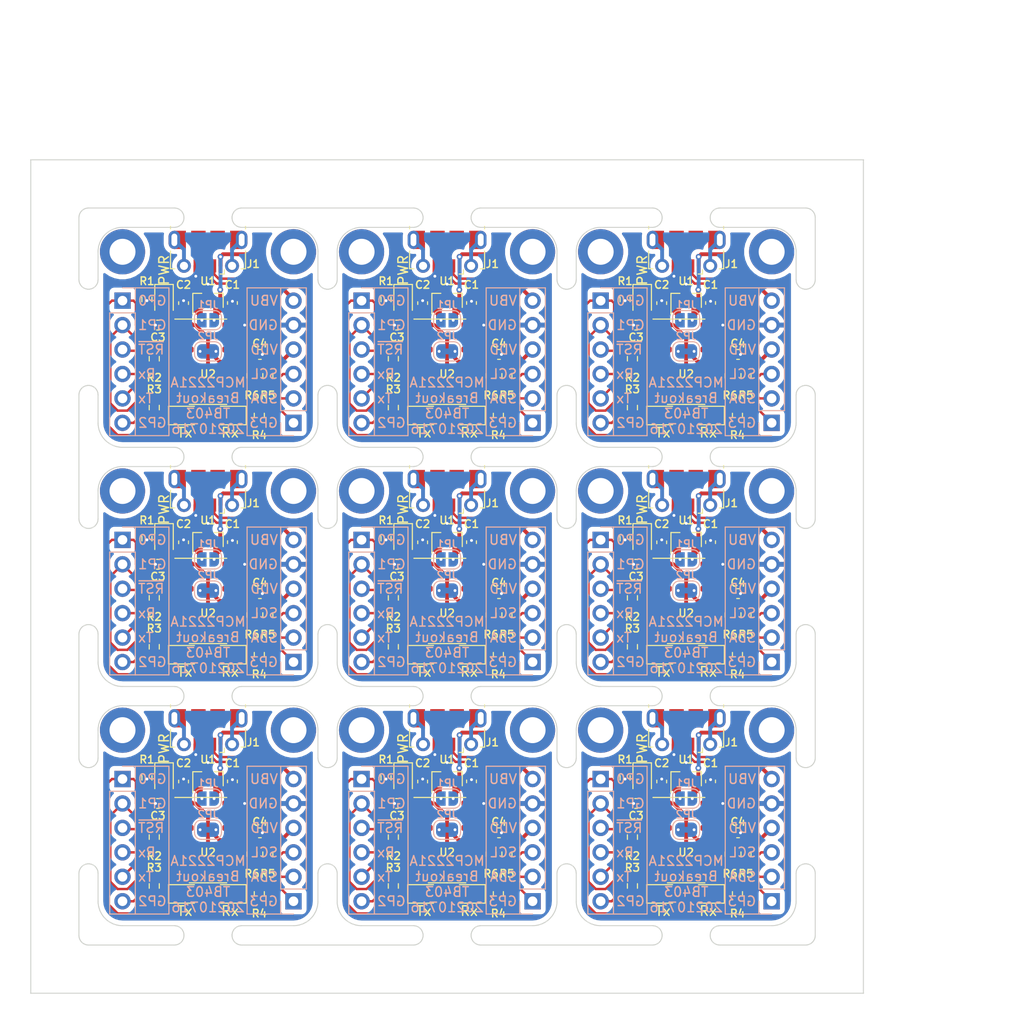
<source format=kicad_pcb>
(kicad_pcb (version 20171130) (host pcbnew 5.1.5+dfsg1-2build2)
  (layers (0 F.Cu signal) (31 B.Cu signal) (34 B.Paste user) (35 F.Paste user) (36 B.SilkS user) (37 F.SilkS user) (38 B.Mask user) (39 F.Mask user) (44 Edge.Cuts user))
  (net 0 "")
  (net 1 Board_0-/GP0)
  (net 2 Board_0-/GP1)
  (net 3 Board_0-/GP2)
  (net 4 Board_0-/GP3)
  (net 5 Board_0-/Rx)
  (net 6 Board_0-/SCL)
  (net 7 Board_0-/SDA)
  (net 8 Board_0-/Tx)
  (net 9 Board_0-/USB+)
  (net 10 Board_0-/USB-)
  (net 11 Board_0-/~RST)
  (net 12 Board_0-GND)
  (net 13 "Board_0-Net-(C4-Pad1)")
  (net 14 "Board_0-Net-(D1-Pad1)")
  (net 15 "Board_0-Net-(D2-Pad1)")
  (net 16 "Board_0-Net-(D3-Pad1)")
  (net 17 "Board_0-Net-(J1-Pad6)")
  (net 18 Board_0-VBUS)
  (net 19 Board_0-VDD)
  (net 20 Board_1-/GP0)
  (net 21 Board_1-/GP1)
  (net 22 Board_1-/GP2)
  (net 23 Board_1-/GP3)
  (net 24 Board_1-/Rx)
  (net 25 Board_1-/SCL)
  (net 26 Board_1-/SDA)
  (net 27 Board_1-/Tx)
  (net 28 Board_1-/USB+)
  (net 29 Board_1-/USB-)
  (net 30 Board_1-/~RST)
  (net 31 Board_1-GND)
  (net 32 "Board_1-Net-(C4-Pad1)")
  (net 33 "Board_1-Net-(D1-Pad1)")
  (net 34 "Board_1-Net-(D2-Pad1)")
  (net 35 "Board_1-Net-(D3-Pad1)")
  (net 36 "Board_1-Net-(J1-Pad6)")
  (net 37 Board_1-VBUS)
  (net 38 Board_1-VDD)
  (net 39 Board_2-/GP0)
  (net 40 Board_2-/GP1)
  (net 41 Board_2-/GP2)
  (net 42 Board_2-/GP3)
  (net 43 Board_2-/Rx)
  (net 44 Board_2-/SCL)
  (net 45 Board_2-/SDA)
  (net 46 Board_2-/Tx)
  (net 47 Board_2-/USB+)
  (net 48 Board_2-/USB-)
  (net 49 Board_2-/~RST)
  (net 50 Board_2-GND)
  (net 51 "Board_2-Net-(C4-Pad1)")
  (net 52 "Board_2-Net-(D1-Pad1)")
  (net 53 "Board_2-Net-(D2-Pad1)")
  (net 54 "Board_2-Net-(D3-Pad1)")
  (net 55 "Board_2-Net-(J1-Pad6)")
  (net 56 Board_2-VBUS)
  (net 57 Board_2-VDD)
  (net 58 Board_3-/GP0)
  (net 59 Board_3-/GP1)
  (net 60 Board_3-/GP2)
  (net 61 Board_3-/GP3)
  (net 62 Board_3-/Rx)
  (net 63 Board_3-/SCL)
  (net 64 Board_3-/SDA)
  (net 65 Board_3-/Tx)
  (net 66 Board_3-/USB+)
  (net 67 Board_3-/USB-)
  (net 68 Board_3-/~RST)
  (net 69 Board_3-GND)
  (net 70 "Board_3-Net-(C4-Pad1)")
  (net 71 "Board_3-Net-(D1-Pad1)")
  (net 72 "Board_3-Net-(D2-Pad1)")
  (net 73 "Board_3-Net-(D3-Pad1)")
  (net 74 "Board_3-Net-(J1-Pad6)")
  (net 75 Board_3-VBUS)
  (net 76 Board_3-VDD)
  (net 77 Board_4-/GP0)
  (net 78 Board_4-/GP1)
  (net 79 Board_4-/GP2)
  (net 80 Board_4-/GP3)
  (net 81 Board_4-/Rx)
  (net 82 Board_4-/SCL)
  (net 83 Board_4-/SDA)
  (net 84 Board_4-/Tx)
  (net 85 Board_4-/USB+)
  (net 86 Board_4-/USB-)
  (net 87 Board_4-/~RST)
  (net 88 Board_4-GND)
  (net 89 "Board_4-Net-(C4-Pad1)")
  (net 90 "Board_4-Net-(D1-Pad1)")
  (net 91 "Board_4-Net-(D2-Pad1)")
  (net 92 "Board_4-Net-(D3-Pad1)")
  (net 93 "Board_4-Net-(J1-Pad6)")
  (net 94 Board_4-VBUS)
  (net 95 Board_4-VDD)
  (net 96 Board_5-/GP0)
  (net 97 Board_5-/GP1)
  (net 98 Board_5-/GP2)
  (net 99 Board_5-/GP3)
  (net 100 Board_5-/Rx)
  (net 101 Board_5-/SCL)
  (net 102 Board_5-/SDA)
  (net 103 Board_5-/Tx)
  (net 104 Board_5-/USB+)
  (net 105 Board_5-/USB-)
  (net 106 Board_5-/~RST)
  (net 107 Board_5-GND)
  (net 108 "Board_5-Net-(C4-Pad1)")
  (net 109 "Board_5-Net-(D1-Pad1)")
  (net 110 "Board_5-Net-(D2-Pad1)")
  (net 111 "Board_5-Net-(D3-Pad1)")
  (net 112 "Board_5-Net-(J1-Pad6)")
  (net 113 Board_5-VBUS)
  (net 114 Board_5-VDD)
  (net 115 Board_6-/GP0)
  (net 116 Board_6-/GP1)
  (net 117 Board_6-/GP2)
  (net 118 Board_6-/GP3)
  (net 119 Board_6-/Rx)
  (net 120 Board_6-/SCL)
  (net 121 Board_6-/SDA)
  (net 122 Board_6-/Tx)
  (net 123 Board_6-/USB+)
  (net 124 Board_6-/USB-)
  (net 125 Board_6-/~RST)
  (net 126 Board_6-GND)
  (net 127 "Board_6-Net-(C4-Pad1)")
  (net 128 "Board_6-Net-(D1-Pad1)")
  (net 129 "Board_6-Net-(D2-Pad1)")
  (net 130 "Board_6-Net-(D3-Pad1)")
  (net 131 "Board_6-Net-(J1-Pad6)")
  (net 132 Board_6-VBUS)
  (net 133 Board_6-VDD)
  (net 134 Board_7-/GP0)
  (net 135 Board_7-/GP1)
  (net 136 Board_7-/GP2)
  (net 137 Board_7-/GP3)
  (net 138 Board_7-/Rx)
  (net 139 Board_7-/SCL)
  (net 140 Board_7-/SDA)
  (net 141 Board_7-/Tx)
  (net 142 Board_7-/USB+)
  (net 143 Board_7-/USB-)
  (net 144 Board_7-/~RST)
  (net 145 Board_7-GND)
  (net 146 "Board_7-Net-(C4-Pad1)")
  (net 147 "Board_7-Net-(D1-Pad1)")
  (net 148 "Board_7-Net-(D2-Pad1)")
  (net 149 "Board_7-Net-(D3-Pad1)")
  (net 150 "Board_7-Net-(J1-Pad6)")
  (net 151 Board_7-VBUS)
  (net 152 Board_7-VDD)
  (net 153 Board_8-/GP0)
  (net 154 Board_8-/GP1)
  (net 155 Board_8-/GP2)
  (net 156 Board_8-/GP3)
  (net 157 Board_8-/Rx)
  (net 158 Board_8-/SCL)
  (net 159 Board_8-/SDA)
  (net 160 Board_8-/Tx)
  (net 161 Board_8-/USB+)
  (net 162 Board_8-/USB-)
  (net 163 Board_8-/~RST)
  (net 164 Board_8-GND)
  (net 165 "Board_8-Net-(C4-Pad1)")
  (net 166 "Board_8-Net-(D1-Pad1)")
  (net 167 "Board_8-Net-(D2-Pad1)")
  (net 168 "Board_8-Net-(D3-Pad1)")
  (net 169 "Board_8-Net-(J1-Pad6)")
  (net 170 Board_8-VBUS)
  (net 171 Board_8-VDD)
  (module Capacitor_SMD:C_0603_1608Metric (layer F.Cu) (at 102.260012 96.151015 90)
    (fp_text reference C1 (at 1.892 0 unlocked) (layer F.SilkS) (effects (font (size 0.8 0.8))))
    (fp_text value 1u)
    (pad 1 smd roundrect (at -0.775 0 90) (size 0.9 0.95) (layers F.Cu F.Paste F.Mask) (net 170 Board_8-VBUS))
    (pad 2 smd roundrect (at 0.775 0 90) (size 0.9 0.95) (layers F.Cu F.Paste F.Mask) (net 164 Board_8-GND))
  )
  (module Capacitor_SMD:C_0603_1608Metric (layer F.Cu) (at 97.180012 96.164015 90)
    (fp_text reference C2 (at 1.905 0 unlocked) (layer F.SilkS) (effects (font (size 0.8 0.8))))
    (fp_text value 1u)
    (pad 1 smd roundrect (at -0.775 0 90) (size 0.9 0.95) (layers F.Cu F.Paste F.Mask) (net 171 Board_8-VDD))
    (pad 2 smd roundrect (at 0.775 0 90) (size 0.9 0.95) (layers F.Cu F.Paste F.Mask) (net 164 Board_8-GND))
  )
  (module Capacitor_SMD:C_0603_1608Metric (layer F.Cu) (at 94.513012 98.450015 180)
    (fp_text reference C3 (at 0 -1.27 unlocked) (layer F.SilkS) (effects (font (size 0.8 0.8))))
    (fp_text value 100n)
    (pad 1 smd roundrect (at -0.775 0 180) (size 0.9 0.95) (layers F.Cu F.Paste F.Mask) (net 171 Board_8-VDD))
    (pad 2 smd roundrect (at 0.775 0 180) (size 0.9 0.95) (layers F.Cu F.Paste F.Mask) (net 164 Board_8-GND))
  )
  (module Capacitor_SMD:C_0603_1608Metric (layer F.Cu) (at 105.117512 101.498015)
    (fp_text reference C4 (at 0 -1.143 unlocked) (layer F.SilkS) (effects (font (size 0.8 0.8))))
    (fp_text value NF)
    (pad 1 smd roundrect (at -0.775 0) (size 0.9 0.95) (layers F.Cu F.Paste F.Mask) (net 165 "Board_8-Net-(C4-Pad1)"))
    (pad 2 smd roundrect (at 0.775 0) (size 0.9 0.95) (layers F.Cu F.Paste F.Mask) (net 164 Board_8-GND))
  )
  (module LED_SMD:LED_0805_2012Metric (layer F.Cu) (at 95.148012 95.910015 270)
    (fp_text reference D1 hide)
    (fp_text value PWR (at -3.175 0 90 unlocked) (layer F.SilkS))
    (pad 1 smd roundrect (at -0.9375 0 270) (size 0.975 1.4) (layers F.Cu F.Paste F.Mask) (net 166 "Board_8-Net-(D1-Pad1)"))
    (pad 2 smd roundrect (at 0.9375 0 270) (size 0.975 1.4) (layers F.Cu F.Paste F.Mask) (net 171 Board_8-VDD))
  )
  (module Connector_USB:USB_Micro-B_Molex-105017-0001 (layer F.Cu) (at 99.720012 90.830015 180)
    (fp_text reference J1 (at -4.699 -1.27 unlocked) (layer F.SilkS) (effects (font (size 0.8 0.8))))
    (fp_text value USB_B_Micro)
    (pad 6 smd rect (at 1 1.2375 180) (size 1.5 1.9) (layers F.Cu F.Paste F.Mask) (net 169 "Board_8-Net-(J1-Pad6)"))
    (pad 6 thru_hole circle (at -2.5 -1.4625 180) (size 1.45 1.45) (drill 0.85) (layers *.Cu *.Mask) (net 169 "Board_8-Net-(J1-Pad6)"))
    (pad 2 smd rect (at -0.65 -1.4625 180) (size 0.4 1.35) (layers F.Cu F.Paste F.Mask) (net 162 Board_8-/USB-))
    (pad 1 smd rect (at -1.3 -1.4625 180) (size 0.4 1.35) (layers F.Cu F.Paste F.Mask) (net 170 Board_8-VBUS))
    (pad 5 smd rect (at 1.3 -1.4625 180) (size 0.4 1.35) (layers F.Cu F.Paste F.Mask) (net 164 Board_8-GND))
    (pad 4 smd rect (at 0.65 -1.4625 180) (size 0.4 1.35) (layers F.Cu F.Paste F.Mask))
    (pad 3 smd rect (at 0 -1.4625 180) (size 0.4 1.35) (layers F.Cu F.Paste F.Mask) (net 161 Board_8-/USB+))
    (pad 6 thru_hole circle (at 2.5 -1.4625 180) (size 1.45 1.45) (drill 0.85) (layers *.Cu *.Mask) (net 169 "Board_8-Net-(J1-Pad6)"))
    (pad 6 smd rect (at -1 1.2375 180) (size 1.5 1.9) (layers F.Cu F.Paste F.Mask) (net 169 "Board_8-Net-(J1-Pad6)"))
    (pad 6 thru_hole oval (at -3.5 1.2375) (size 1.2 1.9) (drill oval 0.6 1.3) (layers *.Cu *.Mask) (net 169 "Board_8-Net-(J1-Pad6)"))
    (pad 6 thru_hole oval (at 3.5 1.2375 180) (size 1.2 1.9) (drill oval 0.6 1.3) (layers *.Cu *.Mask) (net 169 "Board_8-Net-(J1-Pad6)"))
    (pad 6 smd rect (at 2.9 1.2375 180) (size 1.2 1.9) (layers F.Cu F.Mask) (net 169 "Board_8-Net-(J1-Pad6)"))
    (pad 6 smd rect (at -2.9 1.2375 180) (size 1.2 1.9) (layers F.Cu F.Mask) (net 169 "Board_8-Net-(J1-Pad6)"))
  )
  (module Jumper:SolderJumper-2_P1.3mm_Open_RoundedPad1.0x1.5mm (layer B.Cu) (at 99.720012 97.942015 180)
    (fp_text reference JP1 (at 0 1.5875 unlocked) (layer B.SilkS) (effects (font (size 0.8 0.8)) (justify mirror)))
    (fp_text value PWR_BRIDGE hide)
    (pad 1 smd custom (at -0.65 0 180) (size 1 0.5) (layers B.Cu B.Mask) (net 170 Board_8-VBUS) (options (clearance outline) (anchor rect)) (primitives (gr_circle (center 0 -0.25) (end 0.5 -0.25) (width 0)) (gr_circle (center 0 0.25) (end 0.5 0.25) (width 0)) (gr_poly (pts (xy 0 0.75) (xy 0.5 0.75) (xy 0.5 -0.75) (xy 0 -0.75)) (width 0))))
    (pad 2 smd custom (at 0.65 0 180) (size 1 0.5) (layers B.Cu B.Mask) (net 171 Board_8-VDD) (options (clearance outline) (anchor rect)) (primitives (gr_circle (center 0 -0.25) (end 0.5 -0.25) (width 0)) (gr_circle (center 0 0.25) (end 0.5 0.25) (width 0)) (gr_poly (pts (xy 0 0.75) (xy -0.5 0.75) (xy -0.5 -0.75) (xy 0 -0.75)) (width 0))))
  )
  (module Jumper:SolderJumper-2_P1.3mm_Bridged_RoundedPad1.0x1.5mm (layer B.Cu) (at 99.720012 101.180515)
    (fp_text reference JP2 (at 0 -1.5875 unlocked) (layer B.SilkS) (effects (font (size 0.8 0.8)) (justify mirror)))
    (fp_text value VUSB_BRIDGE hide)
    (fp_poly (pts (xy 0.25 0.3) (xy -0.25 0.3) (xy -0.25 -0.3) (xy 0.25 -0.3)) (layer B.Cu) (width 0))
    (pad 2 smd custom (at 0.65 0) (size 1 0.5) (layers B.Cu B.Mask) (net 165 "Board_8-Net-(C4-Pad1)") (options (clearance outline) (anchor rect)) (primitives (gr_circle (center 0 -0.25) (end 0.5 -0.25) (width 0)) (gr_circle (center 0 0.25) (end 0.5 0.25) (width 0)) (gr_poly (pts (xy 0 0.75) (xy -0.5 0.75) (xy -0.5 -0.75) (xy 0 -0.75)) (width 0))))
    (pad 1 smd custom (at -0.65 0) (size 1 0.5) (layers B.Cu B.Mask) (net 171 Board_8-VDD) (options (clearance outline) (anchor rect)) (primitives (gr_circle (center 0 -0.25) (end 0.5 -0.25) (width 0)) (gr_circle (center 0 0.25) (end 0.5 0.25) (width 0)) (gr_poly (pts (xy 0 0.75) (xy 0.5 0.75) (xy 0.5 -0.75) (xy 0 -0.75)) (width 0))))
  )
  (module Resistor_SMD:R_0603_1608Metric (layer F.Cu) (at 93.370012 95.783015 90)
    (fp_text reference R1 (at 1.905 0 unlocked) (layer F.SilkS) (effects (font (size 0.8 0.8))))
    (fp_text value 1k)
    (pad 1 smd roundrect (at -0.825 0 90) (size 0.8 0.95) (layers F.Cu F.Paste F.Mask) (net 164 Board_8-GND))
    (pad 2 smd roundrect (at 0.825 0 90) (size 0.8 0.95) (layers F.Cu F.Paste F.Mask) (net 166 "Board_8-Net-(D1-Pad1)"))
  )
  (module Resistor_SMD:R_0603_1608Metric (layer F.Cu) (at 94.132012 101.942015 270)
    (fp_text reference R2 (at 1.969 0 unlocked) (layer F.SilkS) (effects (font (size 0.8 0.8))))
    (fp_text value 10k)
    (pad 1 smd roundrect (at -0.825 0 270) (size 0.8 0.95) (layers F.Cu F.Paste F.Mask) (net 163 Board_8-/~RST))
    (pad 2 smd roundrect (at 0.825 0 270) (size 0.8 0.95) (layers F.Cu F.Paste F.Mask) (net 171 Board_8-VDD))
  )
  (module Resistor_SMD:R_0603_1608Metric (layer F.Cu) (at 94.132012 107.023015 270)
    (fp_text reference R3 (at -1.9055 0 unlocked) (layer F.SilkS) (effects (font (size 0.8 0.8))))
    (fp_text value 1k)
    (pad 1 smd roundrect (at -0.825 0 270) (size 0.8 0.95) (layers F.Cu F.Paste F.Mask) (net 154 Board_8-/GP1))
    (pad 2 smd roundrect (at 0.825 0 270) (size 0.8 0.95) (layers F.Cu F.Paste F.Mask) (net 167 "Board_8-Net-(D2-Pad1)"))
  )
  (module Resistor_SMD:R_0603_1608Metric (layer F.Cu) (at 105.054012 107.848015 90)
    (fp_text reference R4 (at -2.032 0 unlocked) (layer F.SilkS) (effects (font (size 0.8 0.8))))
    (fp_text value 1k)
    (pad 1 smd roundrect (at -0.825 0 90) (size 0.8 0.95) (layers F.Cu F.Paste F.Mask) (net 153 Board_8-/GP0))
    (pad 2 smd roundrect (at 0.825 0 90) (size 0.8 0.95) (layers F.Cu F.Paste F.Mask) (net 168 "Board_8-Net-(D3-Pad1)"))
  )
  (module Package_SO:SOIC-14_3.9x8.7mm_P1.27mm (layer F.Cu) (at 99.720012 102.260015)
    (fp_text reference U2 (at 0 1.27 unlocked) (layer F.SilkS) (effects (font (size 0.8 0.8))))
    (fp_text value MCP2221AxSL)
    (pad 1 smd roundrect (at -2.475 -3.81) (size 1.95 0.6) (layers F.Cu F.Paste F.Mask) (net 171 Board_8-VDD))
    (pad 2 smd roundrect (at -2.475 -2.54) (size 1.95 0.6) (layers F.Cu F.Paste F.Mask) (net 153 Board_8-/GP0))
    (pad 3 smd roundrect (at -2.475 -1.27) (size 1.95 0.6) (layers F.Cu F.Paste F.Mask) (net 154 Board_8-/GP1))
    (pad 4 smd roundrect (at -2.475 0) (size 1.95 0.6) (layers F.Cu F.Paste F.Mask) (net 163 Board_8-/~RST))
    (pad 5 smd roundrect (at -2.475 1.27) (size 1.95 0.6) (layers F.Cu F.Paste F.Mask) (net 157 Board_8-/Rx))
    (pad 6 smd roundrect (at -2.475 2.54) (size 1.95 0.6) (layers F.Cu F.Paste F.Mask) (net 160 Board_8-/Tx))
    (pad 7 smd roundrect (at -2.475 3.81) (size 1.95 0.6) (layers F.Cu F.Paste F.Mask) (net 155 Board_8-/GP2))
    (pad 8 smd roundrect (at 2.475 3.81) (size 1.95 0.6) (layers F.Cu F.Paste F.Mask) (net 156 Board_8-/GP3))
    (pad 9 smd roundrect (at 2.475 2.54) (size 1.95 0.6) (layers F.Cu F.Paste F.Mask) (net 159 Board_8-/SDA))
    (pad 10 smd roundrect (at 2.475 1.27) (size 1.95 0.6) (layers F.Cu F.Paste F.Mask) (net 158 Board_8-/SCL))
    (pad 11 smd roundrect (at 2.475 0) (size 1.95 0.6) (layers F.Cu F.Paste F.Mask) (net 165 "Board_8-Net-(C4-Pad1)"))
    (pad 12 smd roundrect (at 2.475 -1.27) (size 1.95 0.6) (layers F.Cu F.Paste F.Mask) (net 162 Board_8-/USB-))
    (pad 13 smd roundrect (at 2.475 -2.54) (size 1.95 0.6) (layers F.Cu F.Paste F.Mask) (net 161 Board_8-/USB+))
    (pad 14 smd roundrect (at 2.475 -3.81) (size 1.95 0.6) (layers F.Cu F.Paste F.Mask) (net 164 Board_8-GND))
  )
  (module Connector_PinHeader_2.54mm:PinHeader_1x06_P2.54mm_Vertical (layer B.Cu) (at 108.610012 108.610015)
    (fp_text reference J3 hide)
    (fp_text value RIGHT hide)
    (pad 1 thru_hole rect (at 0 0) (size 1.7 1.7) (drill 1) (layers *.Cu *.Mask) (net 156 Board_8-/GP3))
    (pad 2 thru_hole oval (at 0 -2.54) (size 1.7 1.7) (drill 1) (layers *.Cu *.Mask) (net 159 Board_8-/SDA))
    (pad 3 thru_hole oval (at 0 -5.08) (size 1.7 1.7) (drill 1) (layers *.Cu *.Mask) (net 158 Board_8-/SCL))
    (pad 4 thru_hole oval (at 0 -7.62) (size 1.7 1.7) (drill 1) (layers *.Cu *.Mask) (net 171 Board_8-VDD))
    (pad 5 thru_hole oval (at 0 -10.16) (size 1.7 1.7) (drill 1) (layers *.Cu *.Mask) (net 164 Board_8-GND))
    (pad 6 thru_hole oval (at 0 -12.7) (size 1.7 1.7) (drill 1) (layers *.Cu *.Mask) (net 170 Board_8-VBUS))
  )
  (module LED_SMD:LED_0805_2012Metric (layer F.Cu) (at 97.307012 107.848015)
    (fp_text reference D2 hide)
    (fp_text value Tx (at 0 1.778 unlocked) (layer F.SilkS))
    (pad 1 smd roundrect (at -0.9375 0) (size 0.975 1.4) (layers F.Cu F.Paste F.Mask) (net 167 "Board_8-Net-(D2-Pad1)"))
    (pad 2 smd roundrect (at 0.9375 0) (size 0.975 1.4) (layers F.Cu F.Paste F.Mask) (net 171 Board_8-VDD))
  )
  (module LED_SMD:LED_0805_2012Metric (layer F.Cu) (at 102.006012 107.848015 180)
    (fp_text reference D3 hide)
    (fp_text value Rx (at 0 -1.778 unlocked) (layer F.SilkS))
    (pad 1 smd roundrect (at -0.9375 0 180) (size 0.975 1.4) (layers F.Cu F.Paste F.Mask) (net 168 "Board_8-Net-(D3-Pad1)"))
    (pad 2 smd roundrect (at 0.9375 0 180) (size 0.975 1.4) (layers F.Cu F.Paste F.Mask) (net 171 Board_8-VDD))
  )
  (module Fiducial:Fiducial_1mm_Mask2mm (layer F.Cu) (at 94.259012 89.560015)
    (fp_text reference FID1 hide)
    (fp_text value Fiducial)
    (pad "" smd circle (at 0 0) (size 1 1) (layers F.Cu F.Mask) (clearance 0.5))
  )
  (module Fiducial:Fiducial_1mm_Mask2mm (layer F.Cu) (at 105.181012 89.560015)
    (fp_text reference FID2 hide)
    (fp_text value Fiducial)
    (pad "" smd circle (at 0 0) (size 1 1) (layers F.Cu F.Mask) (clearance 0.5))
  )
  (module MountingHole:MountingHole_2.7mm_M2.5_DIN965_Pad (layer F.Cu) (at 90.830012 90.830015)
    (fp_text reference H1 hide)
    (fp_text value MountingHole)
    (pad 1 thru_hole circle (at 0 0) (size 4.7 4.7) (drill 2.7) (layers *.Cu *.Mask))
  )
  (module Connector_PinHeader_2.54mm:PinHeader_1x06_P2.54mm_Vertical (layer B.Cu) (at 90.830012 95.910015 180)
    (fp_text reference J2 hide)
    (fp_text value LEFT hide)
    (pad 1 thru_hole rect (at 0 0 180) (size 1.7 1.7) (drill 1) (layers *.Cu *.Mask) (net 153 Board_8-/GP0))
    (pad 2 thru_hole oval (at 0 -2.54 180) (size 1.7 1.7) (drill 1) (layers *.Cu *.Mask) (net 154 Board_8-/GP1))
    (pad 3 thru_hole oval (at 0 -5.08 180) (size 1.7 1.7) (drill 1) (layers *.Cu *.Mask) (net 163 Board_8-/~RST))
    (pad 4 thru_hole oval (at 0 -7.62 180) (size 1.7 1.7) (drill 1) (layers *.Cu *.Mask) (net 157 Board_8-/Rx))
    (pad 5 thru_hole oval (at 0 -10.16 180) (size 1.7 1.7) (drill 1) (layers *.Cu *.Mask) (net 160 Board_8-/Tx))
    (pad 6 thru_hole oval (at 0 -12.7 180) (size 1.7 1.7) (drill 1) (layers *.Cu *.Mask) (net 155 Board_8-/GP2))
  )
  (module Resistor_SMD:R_0603_1608Metric (layer F.Cu) (at 105.943012 103.720015 90)
    (fp_text reference R5 (at -2.032 0 unlocked) (layer F.SilkS) (effects (font (size 0.8 0.8))))
    (fp_text value 4k7)
    (pad 1 smd roundrect (at -0.825 0 90) (size 0.8 0.95) (layers F.Cu F.Paste F.Mask) (net 159 Board_8-/SDA))
    (pad 2 smd roundrect (at 0.825 0 90) (size 0.8 0.95) (layers F.Cu F.Paste F.Mask) (net 171 Board_8-VDD))
  )
  (module Resistor_SMD:R_0603_1608Metric (layer F.Cu) (at 104.292012 103.720015 90)
    (fp_text reference R6 (at -2.032 0 unlocked) (layer F.SilkS) (effects (font (size 0.8 0.8))))
    (fp_text value 4k7)
    (pad 1 smd roundrect (at -0.825 0 90) (size 0.8 0.95) (layers F.Cu F.Paste F.Mask) (net 158 Board_8-/SCL))
    (pad 2 smd roundrect (at 0.825 0 90) (size 0.8 0.95) (layers F.Cu F.Paste F.Mask) (net 171 Board_8-VDD))
  )
  (module Fiducial:Fiducial_1mm_Mask2mm (layer F.Cu) (at 99.656512 109.880015)
    (fp_text reference FID3 hide)
    (fp_text value Fiducial)
    (pad "" smd circle (at 0 0) (size 1 1) (layers F.Cu F.Mask) (clearance 0.5))
  )
  (module Package_TO_SOT_SMD:SOT-23 (layer F.Cu) (at 99.720012 95.910015 90)
    (fp_text reference U1 (at 2.032 0 unlocked) (layer F.SilkS) (effects (font (size 0.8 0.8))))
    (fp_text value MCP1812AT-033_TT)
    (pad 1 smd rect (at -1 -0.95 90) (size 0.9 0.8) (layers F.Cu F.Paste F.Mask) (net 171 Board_8-VDD))
    (pad 2 smd rect (at -1 0.95 90) (size 0.9 0.8) (layers F.Cu F.Paste F.Mask) (net 170 Board_8-VBUS))
    (pad 3 smd rect (at 1 0 90) (size 0.9 0.8) (layers F.Cu F.Paste F.Mask) (net 164 Board_8-GND))
  )
  (module MountingHole:MountingHole_2.7mm_M2.5_DIN965_Pad (layer F.Cu) (at 108.610012 90.830015)
    (fp_text reference H2 hide)
    (fp_text value MountingHole)
    (pad 1 thru_hole circle (at 0 0) (size 4.7 4.7) (drill 2.7) (layers *.Cu *.Mask))
  )
  (module Capacitor_SMD:C_0603_1608Metric (layer F.Cu) (at 77.400005 96.151015 90)
    (fp_text reference C1 (at 1.892 0 unlocked) (layer F.SilkS) (effects (font (size 0.8 0.8))))
    (fp_text value 1u)
    (pad 1 smd roundrect (at -0.775 0 90) (size 0.9 0.95) (layers F.Cu F.Paste F.Mask) (net 151 Board_7-VBUS))
    (pad 2 smd roundrect (at 0.775 0 90) (size 0.9 0.95) (layers F.Cu F.Paste F.Mask) (net 145 Board_7-GND))
  )
  (module Capacitor_SMD:C_0603_1608Metric (layer F.Cu) (at 72.320005 96.164015 90)
    (fp_text reference C2 (at 1.905 0 unlocked) (layer F.SilkS) (effects (font (size 0.8 0.8))))
    (fp_text value 1u)
    (pad 1 smd roundrect (at -0.775 0 90) (size 0.9 0.95) (layers F.Cu F.Paste F.Mask) (net 152 Board_7-VDD))
    (pad 2 smd roundrect (at 0.775 0 90) (size 0.9 0.95) (layers F.Cu F.Paste F.Mask) (net 145 Board_7-GND))
  )
  (module Capacitor_SMD:C_0603_1608Metric (layer F.Cu) (at 69.653005 98.450015 180)
    (fp_text reference C3 (at 0 -1.27 unlocked) (layer F.SilkS) (effects (font (size 0.8 0.8))))
    (fp_text value 100n)
    (pad 1 smd roundrect (at -0.775 0 180) (size 0.9 0.95) (layers F.Cu F.Paste F.Mask) (net 152 Board_7-VDD))
    (pad 2 smd roundrect (at 0.775 0 180) (size 0.9 0.95) (layers F.Cu F.Paste F.Mask) (net 145 Board_7-GND))
  )
  (module Capacitor_SMD:C_0603_1608Metric (layer F.Cu) (at 80.257505 101.498015)
    (fp_text reference C4 (at 0 -1.143 unlocked) (layer F.SilkS) (effects (font (size 0.8 0.8))))
    (fp_text value NF)
    (pad 1 smd roundrect (at -0.775 0) (size 0.9 0.95) (layers F.Cu F.Paste F.Mask) (net 146 "Board_7-Net-(C4-Pad1)"))
    (pad 2 smd roundrect (at 0.775 0) (size 0.9 0.95) (layers F.Cu F.Paste F.Mask) (net 145 Board_7-GND))
  )
  (module LED_SMD:LED_0805_2012Metric (layer F.Cu) (at 70.288005 95.910015 270)
    (fp_text reference D1 hide)
    (fp_text value PWR (at -3.175 0 90 unlocked) (layer F.SilkS))
    (pad 1 smd roundrect (at -0.9375 0 270) (size 0.975 1.4) (layers F.Cu F.Paste F.Mask) (net 147 "Board_7-Net-(D1-Pad1)"))
    (pad 2 smd roundrect (at 0.9375 0 270) (size 0.975 1.4) (layers F.Cu F.Paste F.Mask) (net 152 Board_7-VDD))
  )
  (module Connector_USB:USB_Micro-B_Molex-105017-0001 (layer F.Cu) (at 74.860005 90.830015 180)
    (fp_text reference J1 (at -4.699 -1.27 unlocked) (layer F.SilkS) (effects (font (size 0.8 0.8))))
    (fp_text value USB_B_Micro)
    (pad 6 smd rect (at 1 1.2375 180) (size 1.5 1.9) (layers F.Cu F.Paste F.Mask) (net 150 "Board_7-Net-(J1-Pad6)"))
    (pad 6 thru_hole circle (at -2.5 -1.4625 180) (size 1.45 1.45) (drill 0.85) (layers *.Cu *.Mask) (net 150 "Board_7-Net-(J1-Pad6)"))
    (pad 2 smd rect (at -0.65 -1.4625 180) (size 0.4 1.35) (layers F.Cu F.Paste F.Mask) (net 143 Board_7-/USB-))
    (pad 1 smd rect (at -1.3 -1.4625 180) (size 0.4 1.35) (layers F.Cu F.Paste F.Mask) (net 151 Board_7-VBUS))
    (pad 5 smd rect (at 1.3 -1.4625 180) (size 0.4 1.35) (layers F.Cu F.Paste F.Mask) (net 145 Board_7-GND))
    (pad 4 smd rect (at 0.65 -1.4625 180) (size 0.4 1.35) (layers F.Cu F.Paste F.Mask))
    (pad 3 smd rect (at 0 -1.4625 180) (size 0.4 1.35) (layers F.Cu F.Paste F.Mask) (net 142 Board_7-/USB+))
    (pad 6 thru_hole circle (at 2.5 -1.4625 180) (size 1.45 1.45) (drill 0.85) (layers *.Cu *.Mask) (net 150 "Board_7-Net-(J1-Pad6)"))
    (pad 6 smd rect (at -1 1.2375 180) (size 1.5 1.9) (layers F.Cu F.Paste F.Mask) (net 150 "Board_7-Net-(J1-Pad6)"))
    (pad 6 thru_hole oval (at -3.5 1.2375) (size 1.2 1.9) (drill oval 0.6 1.3) (layers *.Cu *.Mask) (net 150 "Board_7-Net-(J1-Pad6)"))
    (pad 6 thru_hole oval (at 3.5 1.2375 180) (size 1.2 1.9) (drill oval 0.6 1.3) (layers *.Cu *.Mask) (net 150 "Board_7-Net-(J1-Pad6)"))
    (pad 6 smd rect (at 2.9 1.2375 180) (size 1.2 1.9) (layers F.Cu F.Mask) (net 150 "Board_7-Net-(J1-Pad6)"))
    (pad 6 smd rect (at -2.9 1.2375 180) (size 1.2 1.9) (layers F.Cu F.Mask) (net 150 "Board_7-Net-(J1-Pad6)"))
  )
  (module Jumper:SolderJumper-2_P1.3mm_Open_RoundedPad1.0x1.5mm (layer B.Cu) (at 74.860005 97.942015 180)
    (fp_text reference JP1 (at 0 1.5875 unlocked) (layer B.SilkS) (effects (font (size 0.8 0.8)) (justify mirror)))
    (fp_text value PWR_BRIDGE hide)
    (pad 1 smd custom (at -0.65 0 180) (size 1 0.5) (layers B.Cu B.Mask) (net 151 Board_7-VBUS) (options (clearance outline) (anchor rect)) (primitives (gr_circle (center 0 -0.25) (end 0.5 -0.25) (width 0)) (gr_circle (center 0 0.25) (end 0.5 0.25) (width 0)) (gr_poly (pts (xy 0 0.75) (xy 0.5 0.75) (xy 0.5 -0.75) (xy 0 -0.75)) (width 0))))
    (pad 2 smd custom (at 0.65 0 180) (size 1 0.5) (layers B.Cu B.Mask) (net 152 Board_7-VDD) (options (clearance outline) (anchor rect)) (primitives (gr_circle (center 0 -0.25) (end 0.5 -0.25) (width 0)) (gr_circle (center 0 0.25) (end 0.5 0.25) (width 0)) (gr_poly (pts (xy 0 0.75) (xy -0.5 0.75) (xy -0.5 -0.75) (xy 0 -0.75)) (width 0))))
  )
  (module Jumper:SolderJumper-2_P1.3mm_Bridged_RoundedPad1.0x1.5mm (layer B.Cu) (at 74.860005 101.180515)
    (fp_text reference JP2 (at 0 -1.5875 unlocked) (layer B.SilkS) (effects (font (size 0.8 0.8)) (justify mirror)))
    (fp_text value VUSB_BRIDGE hide)
    (fp_poly (pts (xy 0.25 0.3) (xy -0.25 0.3) (xy -0.25 -0.3) (xy 0.25 -0.3)) (layer B.Cu) (width 0))
    (pad 2 smd custom (at 0.65 0) (size 1 0.5) (layers B.Cu B.Mask) (net 146 "Board_7-Net-(C4-Pad1)") (options (clearance outline) (anchor rect)) (primitives (gr_circle (center 0 -0.25) (end 0.5 -0.25) (width 0)) (gr_circle (center 0 0.25) (end 0.5 0.25) (width 0)) (gr_poly (pts (xy 0 0.75) (xy -0.5 0.75) (xy -0.5 -0.75) (xy 0 -0.75)) (width 0))))
    (pad 1 smd custom (at -0.65 0) (size 1 0.5) (layers B.Cu B.Mask) (net 152 Board_7-VDD) (options (clearance outline) (anchor rect)) (primitives (gr_circle (center 0 -0.25) (end 0.5 -0.25) (width 0)) (gr_circle (center 0 0.25) (end 0.5 0.25) (width 0)) (gr_poly (pts (xy 0 0.75) (xy 0.5 0.75) (xy 0.5 -0.75) (xy 0 -0.75)) (width 0))))
  )
  (module Resistor_SMD:R_0603_1608Metric (layer F.Cu) (at 68.510005 95.783015 90)
    (fp_text reference R1 (at 1.905 0 unlocked) (layer F.SilkS) (effects (font (size 0.8 0.8))))
    (fp_text value 1k)
    (pad 1 smd roundrect (at -0.825 0 90) (size 0.8 0.95) (layers F.Cu F.Paste F.Mask) (net 145 Board_7-GND))
    (pad 2 smd roundrect (at 0.825 0 90) (size 0.8 0.95) (layers F.Cu F.Paste F.Mask) (net 147 "Board_7-Net-(D1-Pad1)"))
  )
  (module Resistor_SMD:R_0603_1608Metric (layer F.Cu) (at 69.272005 101.942015 270)
    (fp_text reference R2 (at 1.969 0 unlocked) (layer F.SilkS) (effects (font (size 0.8 0.8))))
    (fp_text value 10k)
    (pad 1 smd roundrect (at -0.825 0 270) (size 0.8 0.95) (layers F.Cu F.Paste F.Mask) (net 144 Board_7-/~RST))
    (pad 2 smd roundrect (at 0.825 0 270) (size 0.8 0.95) (layers F.Cu F.Paste F.Mask) (net 152 Board_7-VDD))
  )
  (module Resistor_SMD:R_0603_1608Metric (layer F.Cu) (at 69.272005 107.023015 270)
    (fp_text reference R3 (at -1.9055 0 unlocked) (layer F.SilkS) (effects (font (size 0.8 0.8))))
    (fp_text value 1k)
    (pad 1 smd roundrect (at -0.825 0 270) (size 0.8 0.95) (layers F.Cu F.Paste F.Mask) (net 135 Board_7-/GP1))
    (pad 2 smd roundrect (at 0.825 0 270) (size 0.8 0.95) (layers F.Cu F.Paste F.Mask) (net 148 "Board_7-Net-(D2-Pad1)"))
  )
  (module Resistor_SMD:R_0603_1608Metric (layer F.Cu) (at 80.194005 107.848015 90)
    (fp_text reference R4 (at -2.032 0 unlocked) (layer F.SilkS) (effects (font (size 0.8 0.8))))
    (fp_text value 1k)
    (pad 1 smd roundrect (at -0.825 0 90) (size 0.8 0.95) (layers F.Cu F.Paste F.Mask) (net 134 Board_7-/GP0))
    (pad 2 smd roundrect (at 0.825 0 90) (size 0.8 0.95) (layers F.Cu F.Paste F.Mask) (net 149 "Board_7-Net-(D3-Pad1)"))
  )
  (module Package_SO:SOIC-14_3.9x8.7mm_P1.27mm (layer F.Cu) (at 74.860005 102.260015)
    (fp_text reference U2 (at 0 1.27 unlocked) (layer F.SilkS) (effects (font (size 0.8 0.8))))
    (fp_text value MCP2221AxSL)
    (pad 1 smd roundrect (at -2.475 -3.81) (size 1.95 0.6) (layers F.Cu F.Paste F.Mask) (net 152 Board_7-VDD))
    (pad 2 smd roundrect (at -2.475 -2.54) (size 1.95 0.6) (layers F.Cu F.Paste F.Mask) (net 134 Board_7-/GP0))
    (pad 3 smd roundrect (at -2.475 -1.27) (size 1.95 0.6) (layers F.Cu F.Paste F.Mask) (net 135 Board_7-/GP1))
    (pad 4 smd roundrect (at -2.475 0) (size 1.95 0.6) (layers F.Cu F.Paste F.Mask) (net 144 Board_7-/~RST))
    (pad 5 smd roundrect (at -2.475 1.27) (size 1.95 0.6) (layers F.Cu F.Paste F.Mask) (net 138 Board_7-/Rx))
    (pad 6 smd roundrect (at -2.475 2.54) (size 1.95 0.6) (layers F.Cu F.Paste F.Mask) (net 141 Board_7-/Tx))
    (pad 7 smd roundrect (at -2.475 3.81) (size 1.95 0.6) (layers F.Cu F.Paste F.Mask) (net 136 Board_7-/GP2))
    (pad 8 smd roundrect (at 2.475 3.81) (size 1.95 0.6) (layers F.Cu F.Paste F.Mask) (net 137 Board_7-/GP3))
    (pad 9 smd roundrect (at 2.475 2.54) (size 1.95 0.6) (layers F.Cu F.Paste F.Mask) (net 140 Board_7-/SDA))
    (pad 10 smd roundrect (at 2.475 1.27) (size 1.95 0.6) (layers F.Cu F.Paste F.Mask) (net 139 Board_7-/SCL))
    (pad 11 smd roundrect (at 2.475 0) (size 1.95 0.6) (layers F.Cu F.Paste F.Mask) (net 146 "Board_7-Net-(C4-Pad1)"))
    (pad 12 smd roundrect (at 2.475 -1.27) (size 1.95 0.6) (layers F.Cu F.Paste F.Mask) (net 143 Board_7-/USB-))
    (pad 13 smd roundrect (at 2.475 -2.54) (size 1.95 0.6) (layers F.Cu F.Paste F.Mask) (net 142 Board_7-/USB+))
    (pad 14 smd roundrect (at 2.475 -3.81) (size 1.95 0.6) (layers F.Cu F.Paste F.Mask) (net 145 Board_7-GND))
  )
  (module Connector_PinHeader_2.54mm:PinHeader_1x06_P2.54mm_Vertical (layer B.Cu) (at 83.750005 108.610015)
    (fp_text reference J3 hide)
    (fp_text value RIGHT hide)
    (pad 1 thru_hole rect (at 0 0) (size 1.7 1.7) (drill 1) (layers *.Cu *.Mask) (net 137 Board_7-/GP3))
    (pad 2 thru_hole oval (at 0 -2.54) (size 1.7 1.7) (drill 1) (layers *.Cu *.Mask) (net 140 Board_7-/SDA))
    (pad 3 thru_hole oval (at 0 -5.08) (size 1.7 1.7) (drill 1) (layers *.Cu *.Mask) (net 139 Board_7-/SCL))
    (pad 4 thru_hole oval (at 0 -7.62) (size 1.7 1.7) (drill 1) (layers *.Cu *.Mask) (net 152 Board_7-VDD))
    (pad 5 thru_hole oval (at 0 -10.16) (size 1.7 1.7) (drill 1) (layers *.Cu *.Mask) (net 145 Board_7-GND))
    (pad 6 thru_hole oval (at 0 -12.7) (size 1.7 1.7) (drill 1) (layers *.Cu *.Mask) (net 151 Board_7-VBUS))
  )
  (module LED_SMD:LED_0805_2012Metric (layer F.Cu) (at 72.447005 107.848015)
    (fp_text reference D2 hide)
    (fp_text value Tx (at 0 1.778 unlocked) (layer F.SilkS))
    (pad 1 smd roundrect (at -0.9375 0) (size 0.975 1.4) (layers F.Cu F.Paste F.Mask) (net 148 "Board_7-Net-(D2-Pad1)"))
    (pad 2 smd roundrect (at 0.9375 0) (size 0.975 1.4) (layers F.Cu F.Paste F.Mask) (net 152 Board_7-VDD))
  )
  (module LED_SMD:LED_0805_2012Metric (layer F.Cu) (at 77.146005 107.848015 180)
    (fp_text reference D3 hide)
    (fp_text value Rx (at 0 -1.778 unlocked) (layer F.SilkS))
    (pad 1 smd roundrect (at -0.9375 0 180) (size 0.975 1.4) (layers F.Cu F.Paste F.Mask) (net 149 "Board_7-Net-(D3-Pad1)"))
    (pad 2 smd roundrect (at 0.9375 0 180) (size 0.975 1.4) (layers F.Cu F.Paste F.Mask) (net 152 Board_7-VDD))
  )
  (module Fiducial:Fiducial_1mm_Mask2mm (layer F.Cu) (at 69.399005 89.560015)
    (fp_text reference FID1 hide)
    (fp_text value Fiducial)
    (pad "" smd circle (at 0 0) (size 1 1) (layers F.Cu F.Mask) (clearance 0.5))
  )
  (module Fiducial:Fiducial_1mm_Mask2mm (layer F.Cu) (at 80.321005 89.560015)
    (fp_text reference FID2 hide)
    (fp_text value Fiducial)
    (pad "" smd circle (at 0 0) (size 1 1) (layers F.Cu F.Mask) (clearance 0.5))
  )
  (module MountingHole:MountingHole_2.7mm_M2.5_DIN965_Pad (layer F.Cu) (at 65.970005 90.830015)
    (fp_text reference H1 hide)
    (fp_text value MountingHole)
    (pad 1 thru_hole circle (at 0 0) (size 4.7 4.7) (drill 2.7) (layers *.Cu *.Mask))
  )
  (module Connector_PinHeader_2.54mm:PinHeader_1x06_P2.54mm_Vertical (layer B.Cu) (at 65.970005 95.910015 180)
    (fp_text reference J2 hide)
    (fp_text value LEFT hide)
    (pad 1 thru_hole rect (at 0 0 180) (size 1.7 1.7) (drill 1) (layers *.Cu *.Mask) (net 134 Board_7-/GP0))
    (pad 2 thru_hole oval (at 0 -2.54 180) (size 1.7 1.7) (drill 1) (layers *.Cu *.Mask) (net 135 Board_7-/GP1))
    (pad 3 thru_hole oval (at 0 -5.08 180) (size 1.7 1.7) (drill 1) (layers *.Cu *.Mask) (net 144 Board_7-/~RST))
    (pad 4 thru_hole oval (at 0 -7.62 180) (size 1.7 1.7) (drill 1) (layers *.Cu *.Mask) (net 138 Board_7-/Rx))
    (pad 5 thru_hole oval (at 0 -10.16 180) (size 1.7 1.7) (drill 1) (layers *.Cu *.Mask) (net 141 Board_7-/Tx))
    (pad 6 thru_hole oval (at 0 -12.7 180) (size 1.7 1.7) (drill 1) (layers *.Cu *.Mask) (net 136 Board_7-/GP2))
  )
  (module Resistor_SMD:R_0603_1608Metric (layer F.Cu) (at 81.083005 103.720015 90)
    (fp_text reference R5 (at -2.032 0 unlocked) (layer F.SilkS) (effects (font (size 0.8 0.8))))
    (fp_text value 4k7)
    (pad 1 smd roundrect (at -0.825 0 90) (size 0.8 0.95) (layers F.Cu F.Paste F.Mask) (net 140 Board_7-/SDA))
    (pad 2 smd roundrect (at 0.825 0 90) (size 0.8 0.95) (layers F.Cu F.Paste F.Mask) (net 152 Board_7-VDD))
  )
  (module Resistor_SMD:R_0603_1608Metric (layer F.Cu) (at 79.432005 103.720015 90)
    (fp_text reference R6 (at -2.032 0 unlocked) (layer F.SilkS) (effects (font (size 0.8 0.8))))
    (fp_text value 4k7)
    (pad 1 smd roundrect (at -0.825 0 90) (size 0.8 0.95) (layers F.Cu F.Paste F.Mask) (net 139 Board_7-/SCL))
    (pad 2 smd roundrect (at 0.825 0 90) (size 0.8 0.95) (layers F.Cu F.Paste F.Mask) (net 152 Board_7-VDD))
  )
  (module Fiducial:Fiducial_1mm_Mask2mm (layer F.Cu) (at 74.796505 109.880015)
    (fp_text reference FID3 hide)
    (fp_text value Fiducial)
    (pad "" smd circle (at 0 0) (size 1 1) (layers F.Cu F.Mask) (clearance 0.5))
  )
  (module Package_TO_SOT_SMD:SOT-23 (layer F.Cu) (at 74.860005 95.910015 90)
    (fp_text reference U1 (at 2.032 0 unlocked) (layer F.SilkS) (effects (font (size 0.8 0.8))))
    (fp_text value MCP1812AT-033_TT)
    (pad 1 smd rect (at -1 -0.95 90) (size 0.9 0.8) (layers F.Cu F.Paste F.Mask) (net 152 Board_7-VDD))
    (pad 2 smd rect (at -1 0.95 90) (size 0.9 0.8) (layers F.Cu F.Paste F.Mask) (net 151 Board_7-VBUS))
    (pad 3 smd rect (at 1 0 90) (size 0.9 0.8) (layers F.Cu F.Paste F.Mask) (net 145 Board_7-GND))
  )
  (module MountingHole:MountingHole_2.7mm_M2.5_DIN965_Pad (layer F.Cu) (at 83.750005 90.830015)
    (fp_text reference H2 hide)
    (fp_text value MountingHole)
    (pad 1 thru_hole circle (at 0 0) (size 4.7 4.7) (drill 2.7) (layers *.Cu *.Mask))
  )
  (module Capacitor_SMD:C_0603_1608Metric (layer F.Cu) (at 52.539998 96.151015 90)
    (fp_text reference C1 (at 1.892 0 unlocked) (layer F.SilkS) (effects (font (size 0.8 0.8))))
    (fp_text value 1u)
    (pad 1 smd roundrect (at -0.775 0 90) (size 0.9 0.95) (layers F.Cu F.Paste F.Mask) (net 132 Board_6-VBUS))
    (pad 2 smd roundrect (at 0.775 0 90) (size 0.9 0.95) (layers F.Cu F.Paste F.Mask) (net 126 Board_6-GND))
  )
  (module Capacitor_SMD:C_0603_1608Metric (layer F.Cu) (at 47.459998 96.164015 90)
    (fp_text reference C2 (at 1.905 0 unlocked) (layer F.SilkS) (effects (font (size 0.8 0.8))))
    (fp_text value 1u)
    (pad 1 smd roundrect (at -0.775 0 90) (size 0.9 0.95) (layers F.Cu F.Paste F.Mask) (net 133 Board_6-VDD))
    (pad 2 smd roundrect (at 0.775 0 90) (size 0.9 0.95) (layers F.Cu F.Paste F.Mask) (net 126 Board_6-GND))
  )
  (module Capacitor_SMD:C_0603_1608Metric (layer F.Cu) (at 44.792998 98.450015 180)
    (fp_text reference C3 (at 0 -1.27 unlocked) (layer F.SilkS) (effects (font (size 0.8 0.8))))
    (fp_text value 100n)
    (pad 1 smd roundrect (at -0.775 0 180) (size 0.9 0.95) (layers F.Cu F.Paste F.Mask) (net 133 Board_6-VDD))
    (pad 2 smd roundrect (at 0.775 0 180) (size 0.9 0.95) (layers F.Cu F.Paste F.Mask) (net 126 Board_6-GND))
  )
  (module Capacitor_SMD:C_0603_1608Metric (layer F.Cu) (at 55.397498 101.498015)
    (fp_text reference C4 (at 0 -1.143 unlocked) (layer F.SilkS) (effects (font (size 0.8 0.8))))
    (fp_text value NF)
    (pad 1 smd roundrect (at -0.775 0) (size 0.9 0.95) (layers F.Cu F.Paste F.Mask) (net 127 "Board_6-Net-(C4-Pad1)"))
    (pad 2 smd roundrect (at 0.775 0) (size 0.9 0.95) (layers F.Cu F.Paste F.Mask) (net 126 Board_6-GND))
  )
  (module LED_SMD:LED_0805_2012Metric (layer F.Cu) (at 45.427998 95.910015 270)
    (fp_text reference D1 hide)
    (fp_text value PWR (at -3.175 0 90 unlocked) (layer F.SilkS))
    (pad 1 smd roundrect (at -0.9375 0 270) (size 0.975 1.4) (layers F.Cu F.Paste F.Mask) (net 128 "Board_6-Net-(D1-Pad1)"))
    (pad 2 smd roundrect (at 0.9375 0 270) (size 0.975 1.4) (layers F.Cu F.Paste F.Mask) (net 133 Board_6-VDD))
  )
  (module Connector_USB:USB_Micro-B_Molex-105017-0001 (layer F.Cu) (at 49.999998 90.830015 180)
    (fp_text reference J1 (at -4.699 -1.27 unlocked) (layer F.SilkS) (effects (font (size 0.8 0.8))))
    (fp_text value USB_B_Micro)
    (pad 6 smd rect (at 1 1.2375 180) (size 1.5 1.9) (layers F.Cu F.Paste F.Mask) (net 131 "Board_6-Net-(J1-Pad6)"))
    (pad 6 thru_hole circle (at -2.5 -1.4625 180) (size 1.45 1.45) (drill 0.85) (layers *.Cu *.Mask) (net 131 "Board_6-Net-(J1-Pad6)"))
    (pad 2 smd rect (at -0.65 -1.4625 180) (size 0.4 1.35) (layers F.Cu F.Paste F.Mask) (net 124 Board_6-/USB-))
    (pad 1 smd rect (at -1.3 -1.4625 180) (size 0.4 1.35) (layers F.Cu F.Paste F.Mask) (net 132 Board_6-VBUS))
    (pad 5 smd rect (at 1.3 -1.4625 180) (size 0.4 1.35) (layers F.Cu F.Paste F.Mask) (net 126 Board_6-GND))
    (pad 4 smd rect (at 0.65 -1.4625 180) (size 0.4 1.35) (layers F.Cu F.Paste F.Mask))
    (pad 3 smd rect (at 0 -1.4625 180) (size 0.4 1.35) (layers F.Cu F.Paste F.Mask) (net 123 Board_6-/USB+))
    (pad 6 thru_hole circle (at 2.5 -1.4625 180) (size 1.45 1.45) (drill 0.85) (layers *.Cu *.Mask) (net 131 "Board_6-Net-(J1-Pad6)"))
    (pad 6 smd rect (at -1 1.2375 180) (size 1.5 1.9) (layers F.Cu F.Paste F.Mask) (net 131 "Board_6-Net-(J1-Pad6)"))
    (pad 6 thru_hole oval (at -3.5 1.2375) (size 1.2 1.9) (drill oval 0.6 1.3) (layers *.Cu *.Mask) (net 131 "Board_6-Net-(J1-Pad6)"))
    (pad 6 thru_hole oval (at 3.5 1.2375 180) (size 1.2 1.9) (drill oval 0.6 1.3) (layers *.Cu *.Mask) (net 131 "Board_6-Net-(J1-Pad6)"))
    (pad 6 smd rect (at 2.9 1.2375 180) (size 1.2 1.9) (layers F.Cu F.Mask) (net 131 "Board_6-Net-(J1-Pad6)"))
    (pad 6 smd rect (at -2.9 1.2375 180) (size 1.2 1.9) (layers F.Cu F.Mask) (net 131 "Board_6-Net-(J1-Pad6)"))
  )
  (module Jumper:SolderJumper-2_P1.3mm_Open_RoundedPad1.0x1.5mm (layer B.Cu) (at 49.999998 97.942015 180)
    (fp_text reference JP1 (at 0 1.5875 unlocked) (layer B.SilkS) (effects (font (size 0.8 0.8)) (justify mirror)))
    (fp_text value PWR_BRIDGE hide)
    (pad 1 smd custom (at -0.65 0 180) (size 1 0.5) (layers B.Cu B.Mask) (net 132 Board_6-VBUS) (options (clearance outline) (anchor rect)) (primitives (gr_circle (center 0 -0.25) (end 0.5 -0.25) (width 0)) (gr_circle (center 0 0.25) (end 0.5 0.25) (width 0)) (gr_poly (pts (xy 0 0.75) (xy 0.5 0.75) (xy 0.5 -0.75) (xy 0 -0.75)) (width 0))))
    (pad 2 smd custom (at 0.65 0 180) (size 1 0.5) (layers B.Cu B.Mask) (net 133 Board_6-VDD) (options (clearance outline) (anchor rect)) (primitives (gr_circle (center 0 -0.25) (end 0.5 -0.25) (width 0)) (gr_circle (center 0 0.25) (end 0.5 0.25) (width 0)) (gr_poly (pts (xy 0 0.75) (xy -0.5 0.75) (xy -0.5 -0.75) (xy 0 -0.75)) (width 0))))
  )
  (module Jumper:SolderJumper-2_P1.3mm_Bridged_RoundedPad1.0x1.5mm (layer B.Cu) (at 49.999998 101.180515)
    (fp_text reference JP2 (at 0 -1.5875 unlocked) (layer B.SilkS) (effects (font (size 0.8 0.8)) (justify mirror)))
    (fp_text value VUSB_BRIDGE hide)
    (fp_poly (pts (xy 0.25 0.3) (xy -0.25 0.3) (xy -0.25 -0.3) (xy 0.25 -0.3)) (layer B.Cu) (width 0))
    (pad 2 smd custom (at 0.65 0) (size 1 0.5) (layers B.Cu B.Mask) (net 127 "Board_6-Net-(C4-Pad1)") (options (clearance outline) (anchor rect)) (primitives (gr_circle (center 0 -0.25) (end 0.5 -0.25) (width 0)) (gr_circle (center 0 0.25) (end 0.5 0.25) (width 0)) (gr_poly (pts (xy 0 0.75) (xy -0.5 0.75) (xy -0.5 -0.75) (xy 0 -0.75)) (width 0))))
    (pad 1 smd custom (at -0.65 0) (size 1 0.5) (layers B.Cu B.Mask) (net 133 Board_6-VDD) (options (clearance outline) (anchor rect)) (primitives (gr_circle (center 0 -0.25) (end 0.5 -0.25) (width 0)) (gr_circle (center 0 0.25) (end 0.5 0.25) (width 0)) (gr_poly (pts (xy 0 0.75) (xy 0.5 0.75) (xy 0.5 -0.75) (xy 0 -0.75)) (width 0))))
  )
  (module Resistor_SMD:R_0603_1608Metric (layer F.Cu) (at 43.649998 95.783015 90)
    (fp_text reference R1 (at 1.905 0 unlocked) (layer F.SilkS) (effects (font (size 0.8 0.8))))
    (fp_text value 1k)
    (pad 1 smd roundrect (at -0.825 0 90) (size 0.8 0.95) (layers F.Cu F.Paste F.Mask) (net 126 Board_6-GND))
    (pad 2 smd roundrect (at 0.825 0 90) (size 0.8 0.95) (layers F.Cu F.Paste F.Mask) (net 128 "Board_6-Net-(D1-Pad1)"))
  )
  (module Resistor_SMD:R_0603_1608Metric (layer F.Cu) (at 44.411998 101.942015 270)
    (fp_text reference R2 (at 1.969 0 unlocked) (layer F.SilkS) (effects (font (size 0.8 0.8))))
    (fp_text value 10k)
    (pad 1 smd roundrect (at -0.825 0 270) (size 0.8 0.95) (layers F.Cu F.Paste F.Mask) (net 125 Board_6-/~RST))
    (pad 2 smd roundrect (at 0.825 0 270) (size 0.8 0.95) (layers F.Cu F.Paste F.Mask) (net 133 Board_6-VDD))
  )
  (module Resistor_SMD:R_0603_1608Metric (layer F.Cu) (at 44.411998 107.023015 270)
    (fp_text reference R3 (at -1.9055 0 unlocked) (layer F.SilkS) (effects (font (size 0.8 0.8))))
    (fp_text value 1k)
    (pad 1 smd roundrect (at -0.825 0 270) (size 0.8 0.95) (layers F.Cu F.Paste F.Mask) (net 116 Board_6-/GP1))
    (pad 2 smd roundrect (at 0.825 0 270) (size 0.8 0.95) (layers F.Cu F.Paste F.Mask) (net 129 "Board_6-Net-(D2-Pad1)"))
  )
  (module Resistor_SMD:R_0603_1608Metric (layer F.Cu) (at 55.333998 107.848015 90)
    (fp_text reference R4 (at -2.032 0 unlocked) (layer F.SilkS) (effects (font (size 0.8 0.8))))
    (fp_text value 1k)
    (pad 1 smd roundrect (at -0.825 0 90) (size 0.8 0.95) (layers F.Cu F.Paste F.Mask) (net 115 Board_6-/GP0))
    (pad 2 smd roundrect (at 0.825 0 90) (size 0.8 0.95) (layers F.Cu F.Paste F.Mask) (net 130 "Board_6-Net-(D3-Pad1)"))
  )
  (module Package_SO:SOIC-14_3.9x8.7mm_P1.27mm (layer F.Cu) (at 49.999998 102.260015)
    (fp_text reference U2 (at 0 1.27 unlocked) (layer F.SilkS) (effects (font (size 0.8 0.8))))
    (fp_text value MCP2221AxSL)
    (pad 1 smd roundrect (at -2.475 -3.81) (size 1.95 0.6) (layers F.Cu F.Paste F.Mask) (net 133 Board_6-VDD))
    (pad 2 smd roundrect (at -2.475 -2.54) (size 1.95 0.6) (layers F.Cu F.Paste F.Mask) (net 115 Board_6-/GP0))
    (pad 3 smd roundrect (at -2.475 -1.27) (size 1.95 0.6) (layers F.Cu F.Paste F.Mask) (net 116 Board_6-/GP1))
    (pad 4 smd roundrect (at -2.475 0) (size 1.95 0.6) (layers F.Cu F.Paste F.Mask) (net 125 Board_6-/~RST))
    (pad 5 smd roundrect (at -2.475 1.27) (size 1.95 0.6) (layers F.Cu F.Paste F.Mask) (net 119 Board_6-/Rx))
    (pad 6 smd roundrect (at -2.475 2.54) (size 1.95 0.6) (layers F.Cu F.Paste F.Mask) (net 122 Board_6-/Tx))
    (pad 7 smd roundrect (at -2.475 3.81) (size 1.95 0.6) (layers F.Cu F.Paste F.Mask) (net 117 Board_6-/GP2))
    (pad 8 smd roundrect (at 2.475 3.81) (size 1.95 0.6) (layers F.Cu F.Paste F.Mask) (net 118 Board_6-/GP3))
    (pad 9 smd roundrect (at 2.475 2.54) (size 1.95 0.6) (layers F.Cu F.Paste F.Mask) (net 121 Board_6-/SDA))
    (pad 10 smd roundrect (at 2.475 1.27) (size 1.95 0.6) (layers F.Cu F.Paste F.Mask) (net 120 Board_6-/SCL))
    (pad 11 smd roundrect (at 2.475 0) (size 1.95 0.6) (layers F.Cu F.Paste F.Mask) (net 127 "Board_6-Net-(C4-Pad1)"))
    (pad 12 smd roundrect (at 2.475 -1.27) (size 1.95 0.6) (layers F.Cu F.Paste F.Mask) (net 124 Board_6-/USB-))
    (pad 13 smd roundrect (at 2.475 -2.54) (size 1.95 0.6) (layers F.Cu F.Paste F.Mask) (net 123 Board_6-/USB+))
    (pad 14 smd roundrect (at 2.475 -3.81) (size 1.95 0.6) (layers F.Cu F.Paste F.Mask) (net 126 Board_6-GND))
  )
  (module Connector_PinHeader_2.54mm:PinHeader_1x06_P2.54mm_Vertical (layer B.Cu) (at 58.889998 108.610015)
    (fp_text reference J3 hide)
    (fp_text value RIGHT hide)
    (pad 1 thru_hole rect (at 0 0) (size 1.7 1.7) (drill 1) (layers *.Cu *.Mask) (net 118 Board_6-/GP3))
    (pad 2 thru_hole oval (at 0 -2.54) (size 1.7 1.7) (drill 1) (layers *.Cu *.Mask) (net 121 Board_6-/SDA))
    (pad 3 thru_hole oval (at 0 -5.08) (size 1.7 1.7) (drill 1) (layers *.Cu *.Mask) (net 120 Board_6-/SCL))
    (pad 4 thru_hole oval (at 0 -7.62) (size 1.7 1.7) (drill 1) (layers *.Cu *.Mask) (net 133 Board_6-VDD))
    (pad 5 thru_hole oval (at 0 -10.16) (size 1.7 1.7) (drill 1) (layers *.Cu *.Mask) (net 126 Board_6-GND))
    (pad 6 thru_hole oval (at 0 -12.7) (size 1.7 1.7) (drill 1) (layers *.Cu *.Mask) (net 132 Board_6-VBUS))
  )
  (module LED_SMD:LED_0805_2012Metric (layer F.Cu) (at 47.586998 107.848015)
    (fp_text reference D2 hide)
    (fp_text value Tx (at 0 1.778 unlocked) (layer F.SilkS))
    (pad 1 smd roundrect (at -0.9375 0) (size 0.975 1.4) (layers F.Cu F.Paste F.Mask) (net 129 "Board_6-Net-(D2-Pad1)"))
    (pad 2 smd roundrect (at 0.9375 0) (size 0.975 1.4) (layers F.Cu F.Paste F.Mask) (net 133 Board_6-VDD))
  )
  (module LED_SMD:LED_0805_2012Metric (layer F.Cu) (at 52.285998 107.848015 180)
    (fp_text reference D3 hide)
    (fp_text value Rx (at 0 -1.778 unlocked) (layer F.SilkS))
    (pad 1 smd roundrect (at -0.9375 0 180) (size 0.975 1.4) (layers F.Cu F.Paste F.Mask) (net 130 "Board_6-Net-(D3-Pad1)"))
    (pad 2 smd roundrect (at 0.9375 0 180) (size 0.975 1.4) (layers F.Cu F.Paste F.Mask) (net 133 Board_6-VDD))
  )
  (module Fiducial:Fiducial_1mm_Mask2mm (layer F.Cu) (at 44.538998 89.560015)
    (fp_text reference FID1 hide)
    (fp_text value Fiducial)
    (pad "" smd circle (at 0 0) (size 1 1) (layers F.Cu F.Mask) (clearance 0.5))
  )
  (module Fiducial:Fiducial_1mm_Mask2mm (layer F.Cu) (at 55.460998 89.560015)
    (fp_text reference FID2 hide)
    (fp_text value Fiducial)
    (pad "" smd circle (at 0 0) (size 1 1) (layers F.Cu F.Mask) (clearance 0.5))
  )
  (module MountingHole:MountingHole_2.7mm_M2.5_DIN965_Pad (layer F.Cu) (at 41.109998 90.830015)
    (fp_text reference H1 hide)
    (fp_text value MountingHole)
    (pad 1 thru_hole circle (at 0 0) (size 4.7 4.7) (drill 2.7) (layers *.Cu *.Mask))
  )
  (module Connector_PinHeader_2.54mm:PinHeader_1x06_P2.54mm_Vertical (layer B.Cu) (at 41.109998 95.910015 180)
    (fp_text reference J2 hide)
    (fp_text value LEFT hide)
    (pad 1 thru_hole rect (at 0 0 180) (size 1.7 1.7) (drill 1) (layers *.Cu *.Mask) (net 115 Board_6-/GP0))
    (pad 2 thru_hole oval (at 0 -2.54 180) (size 1.7 1.7) (drill 1) (layers *.Cu *.Mask) (net 116 Board_6-/GP1))
    (pad 3 thru_hole oval (at 0 -5.08 180) (size 1.7 1.7) (drill 1) (layers *.Cu *.Mask) (net 125 Board_6-/~RST))
    (pad 4 thru_hole oval (at 0 -7.62 180) (size 1.7 1.7) (drill 1) (layers *.Cu *.Mask) (net 119 Board_6-/Rx))
    (pad 5 thru_hole oval (at 0 -10.16 180) (size 1.7 1.7) (drill 1) (layers *.Cu *.Mask) (net 122 Board_6-/Tx))
    (pad 6 thru_hole oval (at 0 -12.7 180) (size 1.7 1.7) (drill 1) (layers *.Cu *.Mask) (net 117 Board_6-/GP2))
  )
  (module Resistor_SMD:R_0603_1608Metric (layer F.Cu) (at 56.222998 103.720015 90)
    (fp_text reference R5 (at -2.032 0 unlocked) (layer F.SilkS) (effects (font (size 0.8 0.8))))
    (fp_text value 4k7)
    (pad 1 smd roundrect (at -0.825 0 90) (size 0.8 0.95) (layers F.Cu F.Paste F.Mask) (net 121 Board_6-/SDA))
    (pad 2 smd roundrect (at 0.825 0 90) (size 0.8 0.95) (layers F.Cu F.Paste F.Mask) (net 133 Board_6-VDD))
  )
  (module Resistor_SMD:R_0603_1608Metric (layer F.Cu) (at 54.571998 103.720015 90)
    (fp_text reference R6 (at -2.032 0 unlocked) (layer F.SilkS) (effects (font (size 0.8 0.8))))
    (fp_text value 4k7)
    (pad 1 smd roundrect (at -0.825 0 90) (size 0.8 0.95) (layers F.Cu F.Paste F.Mask) (net 120 Board_6-/SCL))
    (pad 2 smd roundrect (at 0.825 0 90) (size 0.8 0.95) (layers F.Cu F.Paste F.Mask) (net 133 Board_6-VDD))
  )
  (module Fiducial:Fiducial_1mm_Mask2mm (layer F.Cu) (at 49.936498 109.880015)
    (fp_text reference FID3 hide)
    (fp_text value Fiducial)
    (pad "" smd circle (at 0 0) (size 1 1) (layers F.Cu F.Mask) (clearance 0.5))
  )
  (module Package_TO_SOT_SMD:SOT-23 (layer F.Cu) (at 49.999998 95.910015 90)
    (fp_text reference U1 (at 2.032 0 unlocked) (layer F.SilkS) (effects (font (size 0.8 0.8))))
    (fp_text value MCP1812AT-033_TT)
    (pad 1 smd rect (at -1 -0.95 90) (size 0.9 0.8) (layers F.Cu F.Paste F.Mask) (net 133 Board_6-VDD))
    (pad 2 smd rect (at -1 0.95 90) (size 0.9 0.8) (layers F.Cu F.Paste F.Mask) (net 132 Board_6-VBUS))
    (pad 3 smd rect (at 1 0 90) (size 0.9 0.8) (layers F.Cu F.Paste F.Mask) (net 126 Board_6-GND))
  )
  (module MountingHole:MountingHole_2.7mm_M2.5_DIN965_Pad (layer F.Cu) (at 58.889998 90.830015)
    (fp_text reference H2 hide)
    (fp_text value MountingHole)
    (pad 1 thru_hole circle (at 0 0) (size 4.7 4.7) (drill 2.7) (layers *.Cu *.Mask))
  )
  (module Capacitor_SMD:C_0603_1608Metric (layer F.Cu) (at 102.260012 71.291006 90)
    (fp_text reference C1 (at 1.892 0 unlocked) (layer F.SilkS) (effects (font (size 0.8 0.8))))
    (fp_text value 1u)
    (pad 1 smd roundrect (at -0.775 0 90) (size 0.9 0.95) (layers F.Cu F.Paste F.Mask) (net 113 Board_5-VBUS))
    (pad 2 smd roundrect (at 0.775 0 90) (size 0.9 0.95) (layers F.Cu F.Paste F.Mask) (net 107 Board_5-GND))
  )
  (module Capacitor_SMD:C_0603_1608Metric (layer F.Cu) (at 97.180012 71.304006 90)
    (fp_text reference C2 (at 1.905 0 unlocked) (layer F.SilkS) (effects (font (size 0.8 0.8))))
    (fp_text value 1u)
    (pad 1 smd roundrect (at -0.775 0 90) (size 0.9 0.95) (layers F.Cu F.Paste F.Mask) (net 114 Board_5-VDD))
    (pad 2 smd roundrect (at 0.775 0 90) (size 0.9 0.95) (layers F.Cu F.Paste F.Mask) (net 107 Board_5-GND))
  )
  (module Capacitor_SMD:C_0603_1608Metric (layer F.Cu) (at 94.513012 73.590006 180)
    (fp_text reference C3 (at 0 -1.27 unlocked) (layer F.SilkS) (effects (font (size 0.8 0.8))))
    (fp_text value 100n)
    (pad 1 smd roundrect (at -0.775 0 180) (size 0.9 0.95) (layers F.Cu F.Paste F.Mask) (net 114 Board_5-VDD))
    (pad 2 smd roundrect (at 0.775 0 180) (size 0.9 0.95) (layers F.Cu F.Paste F.Mask) (net 107 Board_5-GND))
  )
  (module Capacitor_SMD:C_0603_1608Metric (layer F.Cu) (at 105.117512 76.638006)
    (fp_text reference C4 (at 0 -1.143 unlocked) (layer F.SilkS) (effects (font (size 0.8 0.8))))
    (fp_text value NF)
    (pad 1 smd roundrect (at -0.775 0) (size 0.9 0.95) (layers F.Cu F.Paste F.Mask) (net 108 "Board_5-Net-(C4-Pad1)"))
    (pad 2 smd roundrect (at 0.775 0) (size 0.9 0.95) (layers F.Cu F.Paste F.Mask) (net 107 Board_5-GND))
  )
  (module LED_SMD:LED_0805_2012Metric (layer F.Cu) (at 95.148012 71.050006 270)
    (fp_text reference D1 hide)
    (fp_text value PWR (at -3.175 0 90 unlocked) (layer F.SilkS))
    (pad 1 smd roundrect (at -0.9375 0 270) (size 0.975 1.4) (layers F.Cu F.Paste F.Mask) (net 109 "Board_5-Net-(D1-Pad1)"))
    (pad 2 smd roundrect (at 0.9375 0 270) (size 0.975 1.4) (layers F.Cu F.Paste F.Mask) (net 114 Board_5-VDD))
  )
  (module Connector_USB:USB_Micro-B_Molex-105017-0001 (layer F.Cu) (at 99.720012 65.970006 180)
    (fp_text reference J1 (at -4.699 -1.27 unlocked) (layer F.SilkS) (effects (font (size 0.8 0.8))))
    (fp_text value USB_B_Micro)
    (pad 6 smd rect (at 1 1.2375 180) (size 1.5 1.9) (layers F.Cu F.Paste F.Mask) (net 112 "Board_5-Net-(J1-Pad6)"))
    (pad 6 thru_hole circle (at -2.5 -1.4625 180) (size 1.45 1.45) (drill 0.85) (layers *.Cu *.Mask) (net 112 "Board_5-Net-(J1-Pad6)"))
    (pad 2 smd rect (at -0.65 -1.4625 180) (size 0.4 1.35) (layers F.Cu F.Paste F.Mask) (net 105 Board_5-/USB-))
    (pad 1 smd rect (at -1.3 -1.4625 180) (size 0.4 1.35) (layers F.Cu F.Paste F.Mask) (net 113 Board_5-VBUS))
    (pad 5 smd rect (at 1.3 -1.4625 180) (size 0.4 1.35) (layers F.Cu F.Paste F.Mask) (net 107 Board_5-GND))
    (pad 4 smd rect (at 0.65 -1.4625 180) (size 0.4 1.35) (layers F.Cu F.Paste F.Mask))
    (pad 3 smd rect (at 0 -1.4625 180) (size 0.4 1.35) (layers F.Cu F.Paste F.Mask) (net 104 Board_5-/USB+))
    (pad 6 thru_hole circle (at 2.5 -1.4625 180) (size 1.45 1.45) (drill 0.85) (layers *.Cu *.Mask) (net 112 "Board_5-Net-(J1-Pad6)"))
    (pad 6 smd rect (at -1 1.2375 180) (size 1.5 1.9) (layers F.Cu F.Paste F.Mask) (net 112 "Board_5-Net-(J1-Pad6)"))
    (pad 6 thru_hole oval (at -3.5 1.2375) (size 1.2 1.9) (drill oval 0.6 1.3) (layers *.Cu *.Mask) (net 112 "Board_5-Net-(J1-Pad6)"))
    (pad 6 thru_hole oval (at 3.5 1.2375 180) (size 1.2 1.9) (drill oval 0.6 1.3) (layers *.Cu *.Mask) (net 112 "Board_5-Net-(J1-Pad6)"))
    (pad 6 smd rect (at 2.9 1.2375 180) (size 1.2 1.9) (layers F.Cu F.Mask) (net 112 "Board_5-Net-(J1-Pad6)"))
    (pad 6 smd rect (at -2.9 1.2375 180) (size 1.2 1.9) (layers F.Cu F.Mask) (net 112 "Board_5-Net-(J1-Pad6)"))
  )
  (module Jumper:SolderJumper-2_P1.3mm_Open_RoundedPad1.0x1.5mm (layer B.Cu) (at 99.720012 73.082006 180)
    (fp_text reference JP1 (at 0 1.5875 unlocked) (layer B.SilkS) (effects (font (size 0.8 0.8)) (justify mirror)))
    (fp_text value PWR_BRIDGE hide)
    (pad 1 smd custom (at -0.65 0 180) (size 1 0.5) (layers B.Cu B.Mask) (net 113 Board_5-VBUS) (options (clearance outline) (anchor rect)) (primitives (gr_circle (center 0 -0.25) (end 0.5 -0.25) (width 0)) (gr_circle (center 0 0.25) (end 0.5 0.25) (width 0)) (gr_poly (pts (xy 0 0.75) (xy 0.5 0.75) (xy 0.5 -0.75) (xy 0 -0.75)) (width 0))))
    (pad 2 smd custom (at 0.65 0 180) (size 1 0.5) (layers B.Cu B.Mask) (net 114 Board_5-VDD) (options (clearance outline) (anchor rect)) (primitives (gr_circle (center 0 -0.25) (end 0.5 -0.25) (width 0)) (gr_circle (center 0 0.25) (end 0.5 0.25) (width 0)) (gr_poly (pts (xy 0 0.75) (xy -0.5 0.75) (xy -0.5 -0.75) (xy 0 -0.75)) (width 0))))
  )
  (module Jumper:SolderJumper-2_P1.3mm_Bridged_RoundedPad1.0x1.5mm (layer B.Cu) (at 99.720012 76.320506)
    (fp_text reference JP2 (at 0 -1.5875 unlocked) (layer B.SilkS) (effects (font (size 0.8 0.8)) (justify mirror)))
    (fp_text value VUSB_BRIDGE hide)
    (fp_poly (pts (xy 0.25 0.3) (xy -0.25 0.3) (xy -0.25 -0.3) (xy 0.25 -0.3)) (layer B.Cu) (width 0))
    (pad 2 smd custom (at 0.65 0) (size 1 0.5) (layers B.Cu B.Mask) (net 108 "Board_5-Net-(C4-Pad1)") (options (clearance outline) (anchor rect)) (primitives (gr_circle (center 0 -0.25) (end 0.5 -0.25) (width 0)) (gr_circle (center 0 0.25) (end 0.5 0.25) (width 0)) (gr_poly (pts (xy 0 0.75) (xy -0.5 0.75) (xy -0.5 -0.75) (xy 0 -0.75)) (width 0))))
    (pad 1 smd custom (at -0.65 0) (size 1 0.5) (layers B.Cu B.Mask) (net 114 Board_5-VDD) (options (clearance outline) (anchor rect)) (primitives (gr_circle (center 0 -0.25) (end 0.5 -0.25) (width 0)) (gr_circle (center 0 0.25) (end 0.5 0.25) (width 0)) (gr_poly (pts (xy 0 0.75) (xy 0.5 0.75) (xy 0.5 -0.75) (xy 0 -0.75)) (width 0))))
  )
  (module Resistor_SMD:R_0603_1608Metric (layer F.Cu) (at 93.370012 70.923006 90)
    (fp_text reference R1 (at 1.905 0 unlocked) (layer F.SilkS) (effects (font (size 0.8 0.8))))
    (fp_text value 1k)
    (pad 1 smd roundrect (at -0.825 0 90) (size 0.8 0.95) (layers F.Cu F.Paste F.Mask) (net 107 Board_5-GND))
    (pad 2 smd roundrect (at 0.825 0 90) (size 0.8 0.95) (layers F.Cu F.Paste F.Mask) (net 109 "Board_5-Net-(D1-Pad1)"))
  )
  (module Resistor_SMD:R_0603_1608Metric (layer F.Cu) (at 94.132012 77.082006 270)
    (fp_text reference R2 (at 1.969 0 unlocked) (layer F.SilkS) (effects (font (size 0.8 0.8))))
    (fp_text value 10k)
    (pad 1 smd roundrect (at -0.825 0 270) (size 0.8 0.95) (layers F.Cu F.Paste F.Mask) (net 106 Board_5-/~RST))
    (pad 2 smd roundrect (at 0.825 0 270) (size 0.8 0.95) (layers F.Cu F.Paste F.Mask) (net 114 Board_5-VDD))
  )
  (module Resistor_SMD:R_0603_1608Metric (layer F.Cu) (at 94.132012 82.163006 270)
    (fp_text reference R3 (at -1.9055 0 unlocked) (layer F.SilkS) (effects (font (size 0.8 0.8))))
    (fp_text value 1k)
    (pad 1 smd roundrect (at -0.825 0 270) (size 0.8 0.95) (layers F.Cu F.Paste F.Mask) (net 97 Board_5-/GP1))
    (pad 2 smd roundrect (at 0.825 0 270) (size 0.8 0.95) (layers F.Cu F.Paste F.Mask) (net 110 "Board_5-Net-(D2-Pad1)"))
  )
  (module Resistor_SMD:R_0603_1608Metric (layer F.Cu) (at 105.054012 82.988006 90)
    (fp_text reference R4 (at -2.032 0 unlocked) (layer F.SilkS) (effects (font (size 0.8 0.8))))
    (fp_text value 1k)
    (pad 1 smd roundrect (at -0.825 0 90) (size 0.8 0.95) (layers F.Cu F.Paste F.Mask) (net 96 Board_5-/GP0))
    (pad 2 smd roundrect (at 0.825 0 90) (size 0.8 0.95) (layers F.Cu F.Paste F.Mask) (net 111 "Board_5-Net-(D3-Pad1)"))
  )
  (module Package_SO:SOIC-14_3.9x8.7mm_P1.27mm (layer F.Cu) (at 99.720012 77.400006)
    (fp_text reference U2 (at 0 1.27 unlocked) (layer F.SilkS) (effects (font (size 0.8 0.8))))
    (fp_text value MCP2221AxSL)
    (pad 1 smd roundrect (at -2.475 -3.81) (size 1.95 0.6) (layers F.Cu F.Paste F.Mask) (net 114 Board_5-VDD))
    (pad 2 smd roundrect (at -2.475 -2.54) (size 1.95 0.6) (layers F.Cu F.Paste F.Mask) (net 96 Board_5-/GP0))
    (pad 3 smd roundrect (at -2.475 -1.27) (size 1.95 0.6) (layers F.Cu F.Paste F.Mask) (net 97 Board_5-/GP1))
    (pad 4 smd roundrect (at -2.475 0) (size 1.95 0.6) (layers F.Cu F.Paste F.Mask) (net 106 Board_5-/~RST))
    (pad 5 smd roundrect (at -2.475 1.27) (size 1.95 0.6) (layers F.Cu F.Paste F.Mask) (net 100 Board_5-/Rx))
    (pad 6 smd roundrect (at -2.475 2.54) (size 1.95 0.6) (layers F.Cu F.Paste F.Mask) (net 103 Board_5-/Tx))
    (pad 7 smd roundrect (at -2.475 3.81) (size 1.95 0.6) (layers F.Cu F.Paste F.Mask) (net 98 Board_5-/GP2))
    (pad 8 smd roundrect (at 2.475 3.81) (size 1.95 0.6) (layers F.Cu F.Paste F.Mask) (net 99 Board_5-/GP3))
    (pad 9 smd roundrect (at 2.475 2.54) (size 1.95 0.6) (layers F.Cu F.Paste F.Mask) (net 102 Board_5-/SDA))
    (pad 10 smd roundrect (at 2.475 1.27) (size 1.95 0.6) (layers F.Cu F.Paste F.Mask) (net 101 Board_5-/SCL))
    (pad 11 smd roundrect (at 2.475 0) (size 1.95 0.6) (layers F.Cu F.Paste F.Mask) (net 108 "Board_5-Net-(C4-Pad1)"))
    (pad 12 smd roundrect (at 2.475 -1.27) (size 1.95 0.6) (layers F.Cu F.Paste F.Mask) (net 105 Board_5-/USB-))
    (pad 13 smd roundrect (at 2.475 -2.54) (size 1.95 0.6) (layers F.Cu F.Paste F.Mask) (net 104 Board_5-/USB+))
    (pad 14 smd roundrect (at 2.475 -3.81) (size 1.95 0.6) (layers F.Cu F.Paste F.Mask) (net 107 Board_5-GND))
  )
  (module Connector_PinHeader_2.54mm:PinHeader_1x06_P2.54mm_Vertical (layer B.Cu) (at 108.610012 83.750006)
    (fp_text reference J3 hide)
    (fp_text value RIGHT hide)
    (pad 1 thru_hole rect (at 0 0) (size 1.7 1.7) (drill 1) (layers *.Cu *.Mask) (net 99 Board_5-/GP3))
    (pad 2 thru_hole oval (at 0 -2.54) (size 1.7 1.7) (drill 1) (layers *.Cu *.Mask) (net 102 Board_5-/SDA))
    (pad 3 thru_hole oval (at 0 -5.08) (size 1.7 1.7) (drill 1) (layers *.Cu *.Mask) (net 101 Board_5-/SCL))
    (pad 4 thru_hole oval (at 0 -7.62) (size 1.7 1.7) (drill 1) (layers *.Cu *.Mask) (net 114 Board_5-VDD))
    (pad 5 thru_hole oval (at 0 -10.16) (size 1.7 1.7) (drill 1) (layers *.Cu *.Mask) (net 107 Board_5-GND))
    (pad 6 thru_hole oval (at 0 -12.7) (size 1.7 1.7) (drill 1) (layers *.Cu *.Mask) (net 113 Board_5-VBUS))
  )
  (module LED_SMD:LED_0805_2012Metric (layer F.Cu) (at 97.307012 82.988006)
    (fp_text reference D2 hide)
    (fp_text value Tx (at 0 1.778 unlocked) (layer F.SilkS))
    (pad 1 smd roundrect (at -0.9375 0) (size 0.975 1.4) (layers F.Cu F.Paste F.Mask) (net 110 "Board_5-Net-(D2-Pad1)"))
    (pad 2 smd roundrect (at 0.9375 0) (size 0.975 1.4) (layers F.Cu F.Paste F.Mask) (net 114 Board_5-VDD))
  )
  (module LED_SMD:LED_0805_2012Metric (layer F.Cu) (at 102.006012 82.988006 180)
    (fp_text reference D3 hide)
    (fp_text value Rx (at 0 -1.778 unlocked) (layer F.SilkS))
    (pad 1 smd roundrect (at -0.9375 0 180) (size 0.975 1.4) (layers F.Cu F.Paste F.Mask) (net 111 "Board_5-Net-(D3-Pad1)"))
    (pad 2 smd roundrect (at 0.9375 0 180) (size 0.975 1.4) (layers F.Cu F.Paste F.Mask) (net 114 Board_5-VDD))
  )
  (module Fiducial:Fiducial_1mm_Mask2mm (layer F.Cu) (at 94.259012 64.700006)
    (fp_text reference FID1 hide)
    (fp_text value Fiducial)
    (pad "" smd circle (at 0 0) (size 1 1) (layers F.Cu F.Mask) (clearance 0.5))
  )
  (module Fiducial:Fiducial_1mm_Mask2mm (layer F.Cu) (at 105.181012 64.700006)
    (fp_text reference FID2 hide)
    (fp_text value Fiducial)
    (pad "" smd circle (at 0 0) (size 1 1) (layers F.Cu F.Mask) (clearance 0.5))
  )
  (module MountingHole:MountingHole_2.7mm_M2.5_DIN965_Pad (layer F.Cu) (at 90.830012 65.970006)
    (fp_text reference H1 hide)
    (fp_text value MountingHole)
    (pad 1 thru_hole circle (at 0 0) (size 4.7 4.7) (drill 2.7) (layers *.Cu *.Mask))
  )
  (module Connector_PinHeader_2.54mm:PinHeader_1x06_P2.54mm_Vertical (layer B.Cu) (at 90.830012 71.050006 180)
    (fp_text reference J2 hide)
    (fp_text value LEFT hide)
    (pad 1 thru_hole rect (at 0 0 180) (size 1.7 1.7) (drill 1) (layers *.Cu *.Mask) (net 96 Board_5-/GP0))
    (pad 2 thru_hole oval (at 0 -2.54 180) (size 1.7 1.7) (drill 1) (layers *.Cu *.Mask) (net 97 Board_5-/GP1))
    (pad 3 thru_hole oval (at 0 -5.08 180) (size 1.7 1.7) (drill 1) (layers *.Cu *.Mask) (net 106 Board_5-/~RST))
    (pad 4 thru_hole oval (at 0 -7.62 180) (size 1.7 1.7) (drill 1) (layers *.Cu *.Mask) (net 100 Board_5-/Rx))
    (pad 5 thru_hole oval (at 0 -10.16 180) (size 1.7 1.7) (drill 1) (layers *.Cu *.Mask) (net 103 Board_5-/Tx))
    (pad 6 thru_hole oval (at 0 -12.7 180) (size 1.7 1.7) (drill 1) (layers *.Cu *.Mask) (net 98 Board_5-/GP2))
  )
  (module Resistor_SMD:R_0603_1608Metric (layer F.Cu) (at 105.943012 78.860006 90)
    (fp_text reference R5 (at -2.032 0 unlocked) (layer F.SilkS) (effects (font (size 0.8 0.8))))
    (fp_text value 4k7)
    (pad 1 smd roundrect (at -0.825 0 90) (size 0.8 0.95) (layers F.Cu F.Paste F.Mask) (net 102 Board_5-/SDA))
    (pad 2 smd roundrect (at 0.825 0 90) (size 0.8 0.95) (layers F.Cu F.Paste F.Mask) (net 114 Board_5-VDD))
  )
  (module Resistor_SMD:R_0603_1608Metric (layer F.Cu) (at 104.292012 78.860006 90)
    (fp_text reference R6 (at -2.032 0 unlocked) (layer F.SilkS) (effects (font (size 0.8 0.8))))
    (fp_text value 4k7)
    (pad 1 smd roundrect (at -0.825 0 90) (size 0.8 0.95) (layers F.Cu F.Paste F.Mask) (net 101 Board_5-/SCL))
    (pad 2 smd roundrect (at 0.825 0 90) (size 0.8 0.95) (layers F.Cu F.Paste F.Mask) (net 114 Board_5-VDD))
  )
  (module Fiducial:Fiducial_1mm_Mask2mm (layer F.Cu) (at 99.656512 85.020006)
    (fp_text reference FID3 hide)
    (fp_text value Fiducial)
    (pad "" smd circle (at 0 0) (size 1 1) (layers F.Cu F.Mask) (clearance 0.5))
  )
  (module Package_TO_SOT_SMD:SOT-23 (layer F.Cu) (at 99.720012 71.050006 90)
    (fp_text reference U1 (at 2.032 0 unlocked) (layer F.SilkS) (effects (font (size 0.8 0.8))))
    (fp_text value MCP1812AT-033_TT)
    (pad 1 smd rect (at -1 -0.95 90) (size 0.9 0.8) (layers F.Cu F.Paste F.Mask) (net 114 Board_5-VDD))
    (pad 2 smd rect (at -1 0.95 90) (size 0.9 0.8) (layers F.Cu F.Paste F.Mask) (net 113 Board_5-VBUS))
    (pad 3 smd rect (at 1 0 90) (size 0.9 0.8) (layers F.Cu F.Paste F.Mask) (net 107 Board_5-GND))
  )
  (module MountingHole:MountingHole_2.7mm_M2.5_DIN965_Pad (layer F.Cu) (at 108.610012 65.970006)
    (fp_text reference H2 hide)
    (fp_text value MountingHole)
    (pad 1 thru_hole circle (at 0 0) (size 4.7 4.7) (drill 2.7) (layers *.Cu *.Mask))
  )
  (module Capacitor_SMD:C_0603_1608Metric (layer F.Cu) (at 77.400005 71.291006 90)
    (fp_text reference C1 (at 1.892 0 unlocked) (layer F.SilkS) (effects (font (size 0.8 0.8))))
    (fp_text value 1u)
    (pad 1 smd roundrect (at -0.775 0 90) (size 0.9 0.95) (layers F.Cu F.Paste F.Mask) (net 94 Board_4-VBUS))
    (pad 2 smd roundrect (at 0.775 0 90) (size 0.9 0.95) (layers F.Cu F.Paste F.Mask) (net 88 Board_4-GND))
  )
  (module Capacitor_SMD:C_0603_1608Metric (layer F.Cu) (at 72.320005 71.304006 90)
    (fp_text reference C2 (at 1.905 0 unlocked) (layer F.SilkS) (effects (font (size 0.8 0.8))))
    (fp_text value 1u)
    (pad 1 smd roundrect (at -0.775 0 90) (size 0.9 0.95) (layers F.Cu F.Paste F.Mask) (net 95 Board_4-VDD))
    (pad 2 smd roundrect (at 0.775 0 90) (size 0.9 0.95) (layers F.Cu F.Paste F.Mask) (net 88 Board_4-GND))
  )
  (module Capacitor_SMD:C_0603_1608Metric (layer F.Cu) (at 69.653005 73.590006 180)
    (fp_text reference C3 (at 0 -1.27 unlocked) (layer F.SilkS) (effects (font (size 0.8 0.8))))
    (fp_text value 100n)
    (pad 1 smd roundrect (at -0.775 0 180) (size 0.9 0.95) (layers F.Cu F.Paste F.Mask) (net 95 Board_4-VDD))
    (pad 2 smd roundrect (at 0.775 0 180) (size 0.9 0.95) (layers F.Cu F.Paste F.Mask) (net 88 Board_4-GND))
  )
  (module Capacitor_SMD:C_0603_1608Metric (layer F.Cu) (at 80.257505 76.638006)
    (fp_text reference C4 (at 0 -1.143 unlocked) (layer F.SilkS) (effects (font (size 0.8 0.8))))
    (fp_text value NF)
    (pad 1 smd roundrect (at -0.775 0) (size 0.9 0.95) (layers F.Cu F.Paste F.Mask) (net 89 "Board_4-Net-(C4-Pad1)"))
    (pad 2 smd roundrect (at 0.775 0) (size 0.9 0.95) (layers F.Cu F.Paste F.Mask) (net 88 Board_4-GND))
  )
  (module LED_SMD:LED_0805_2012Metric (layer F.Cu) (at 70.288005 71.050006 270)
    (fp_text reference D1 hide)
    (fp_text value PWR (at -3.175 0 90 unlocked) (layer F.SilkS))
    (pad 1 smd roundrect (at -0.9375 0 270) (size 0.975 1.4) (layers F.Cu F.Paste F.Mask) (net 90 "Board_4-Net-(D1-Pad1)"))
    (pad 2 smd roundrect (at 0.9375 0 270) (size 0.975 1.4) (layers F.Cu F.Paste F.Mask) (net 95 Board_4-VDD))
  )
  (module Connector_USB:USB_Micro-B_Molex-105017-0001 (layer F.Cu) (at 74.860005 65.970006 180)
    (fp_text reference J1 (at -4.699 -1.27 unlocked) (layer F.SilkS) (effects (font (size 0.8 0.8))))
    (fp_text value USB_B_Micro)
    (pad 6 smd rect (at 1 1.2375 180) (size 1.5 1.9) (layers F.Cu F.Paste F.Mask) (net 93 "Board_4-Net-(J1-Pad6)"))
    (pad 6 thru_hole circle (at -2.5 -1.4625 180) (size 1.45 1.45) (drill 0.85) (layers *.Cu *.Mask) (net 93 "Board_4-Net-(J1-Pad6)"))
    (pad 2 smd rect (at -0.65 -1.4625 180) (size 0.4 1.35) (layers F.Cu F.Paste F.Mask) (net 86 Board_4-/USB-))
    (pad 1 smd rect (at -1.3 -1.4625 180) (size 0.4 1.35) (layers F.Cu F.Paste F.Mask) (net 94 Board_4-VBUS))
    (pad 5 smd rect (at 1.3 -1.4625 180) (size 0.4 1.35) (layers F.Cu F.Paste F.Mask) (net 88 Board_4-GND))
    (pad 4 smd rect (at 0.65 -1.4625 180) (size 0.4 1.35) (layers F.Cu F.Paste F.Mask))
    (pad 3 smd rect (at 0 -1.4625 180) (size 0.4 1.35) (layers F.Cu F.Paste F.Mask) (net 85 Board_4-/USB+))
    (pad 6 thru_hole circle (at 2.5 -1.4625 180) (size 1.45 1.45) (drill 0.85) (layers *.Cu *.Mask) (net 93 "Board_4-Net-(J1-Pad6)"))
    (pad 6 smd rect (at -1 1.2375 180) (size 1.5 1.9) (layers F.Cu F.Paste F.Mask) (net 93 "Board_4-Net-(J1-Pad6)"))
    (pad 6 thru_hole oval (at -3.5 1.2375) (size 1.2 1.9) (drill oval 0.6 1.3) (layers *.Cu *.Mask) (net 93 "Board_4-Net-(J1-Pad6)"))
    (pad 6 thru_hole oval (at 3.5 1.2375 180) (size 1.2 1.9) (drill oval 0.6 1.3) (layers *.Cu *.Mask) (net 93 "Board_4-Net-(J1-Pad6)"))
    (pad 6 smd rect (at 2.9 1.2375 180) (size 1.2 1.9) (layers F.Cu F.Mask) (net 93 "Board_4-Net-(J1-Pad6)"))
    (pad 6 smd rect (at -2.9 1.2375 180) (size 1.2 1.9) (layers F.Cu F.Mask) (net 93 "Board_4-Net-(J1-Pad6)"))
  )
  (module Jumper:SolderJumper-2_P1.3mm_Open_RoundedPad1.0x1.5mm (layer B.Cu) (at 74.860005 73.082006 180)
    (fp_text reference JP1 (at 0 1.5875 unlocked) (layer B.SilkS) (effects (font (size 0.8 0.8)) (justify mirror)))
    (fp_text value PWR_BRIDGE hide)
    (pad 1 smd custom (at -0.65 0 180) (size 1 0.5) (layers B.Cu B.Mask) (net 94 Board_4-VBUS) (options (clearance outline) (anchor rect)) (primitives (gr_circle (center 0 -0.25) (end 0.5 -0.25) (width 0)) (gr_circle (center 0 0.25) (end 0.5 0.25) (width 0)) (gr_poly (pts (xy 0 0.75) (xy 0.5 0.75) (xy 0.5 -0.75) (xy 0 -0.75)) (width 0))))
    (pad 2 smd custom (at 0.65 0 180) (size 1 0.5) (layers B.Cu B.Mask) (net 95 Board_4-VDD) (options (clearance outline) (anchor rect)) (primitives (gr_circle (center 0 -0.25) (end 0.5 -0.25) (width 0)) (gr_circle (center 0 0.25) (end 0.5 0.25) (width 0)) (gr_poly (pts (xy 0 0.75) (xy -0.5 0.75) (xy -0.5 -0.75) (xy 0 -0.75)) (width 0))))
  )
  (module Jumper:SolderJumper-2_P1.3mm_Bridged_RoundedPad1.0x1.5mm (layer B.Cu) (at 74.860005 76.320506)
    (fp_text reference JP2 (at 0 -1.5875 unlocked) (layer B.SilkS) (effects (font (size 0.8 0.8)) (justify mirror)))
    (fp_text value VUSB_BRIDGE hide)
    (fp_poly (pts (xy 0.25 0.3) (xy -0.25 0.3) (xy -0.25 -0.3) (xy 0.25 -0.3)) (layer B.Cu) (width 0))
    (pad 2 smd custom (at 0.65 0) (size 1 0.5) (layers B.Cu B.Mask) (net 89 "Board_4-Net-(C4-Pad1)") (options (clearance outline) (anchor rect)) (primitives (gr_circle (center 0 -0.25) (end 0.5 -0.25) (width 0)) (gr_circle (center 0 0.25) (end 0.5 0.25) (width 0)) (gr_poly (pts (xy 0 0.75) (xy -0.5 0.75) (xy -0.5 -0.75) (xy 0 -0.75)) (width 0))))
    (pad 1 smd custom (at -0.65 0) (size 1 0.5) (layers B.Cu B.Mask) (net 95 Board_4-VDD) (options (clearance outline) (anchor rect)) (primitives (gr_circle (center 0 -0.25) (end 0.5 -0.25) (width 0)) (gr_circle (center 0 0.25) (end 0.5 0.25) (width 0)) (gr_poly (pts (xy 0 0.75) (xy 0.5 0.75) (xy 0.5 -0.75) (xy 0 -0.75)) (width 0))))
  )
  (module Resistor_SMD:R_0603_1608Metric (layer F.Cu) (at 68.510005 70.923006 90)
    (fp_text reference R1 (at 1.905 0 unlocked) (layer F.SilkS) (effects (font (size 0.8 0.8))))
    (fp_text value 1k)
    (pad 1 smd roundrect (at -0.825 0 90) (size 0.8 0.95) (layers F.Cu F.Paste F.Mask) (net 88 Board_4-GND))
    (pad 2 smd roundrect (at 0.825 0 90) (size 0.8 0.95) (layers F.Cu F.Paste F.Mask) (net 90 "Board_4-Net-(D1-Pad1)"))
  )
  (module Resistor_SMD:R_0603_1608Metric (layer F.Cu) (at 69.272005 77.082006 270)
    (fp_text reference R2 (at 1.969 0 unlocked) (layer F.SilkS) (effects (font (size 0.8 0.8))))
    (fp_text value 10k)
    (pad 1 smd roundrect (at -0.825 0 270) (size 0.8 0.95) (layers F.Cu F.Paste F.Mask) (net 87 Board_4-/~RST))
    (pad 2 smd roundrect (at 0.825 0 270) (size 0.8 0.95) (layers F.Cu F.Paste F.Mask) (net 95 Board_4-VDD))
  )
  (module Resistor_SMD:R_0603_1608Metric (layer F.Cu) (at 69.272005 82.163006 270)
    (fp_text reference R3 (at -1.9055 0 unlocked) (layer F.SilkS) (effects (font (size 0.8 0.8))))
    (fp_text value 1k)
    (pad 1 smd roundrect (at -0.825 0 270) (size 0.8 0.95) (layers F.Cu F.Paste F.Mask) (net 78 Board_4-/GP1))
    (pad 2 smd roundrect (at 0.825 0 270) (size 0.8 0.95) (layers F.Cu F.Paste F.Mask) (net 91 "Board_4-Net-(D2-Pad1)"))
  )
  (module Resistor_SMD:R_0603_1608Metric (layer F.Cu) (at 80.194005 82.988006 90)
    (fp_text reference R4 (at -2.032 0 unlocked) (layer F.SilkS) (effects (font (size 0.8 0.8))))
    (fp_text value 1k)
    (pad 1 smd roundrect (at -0.825 0 90) (size 0.8 0.95) (layers F.Cu F.Paste F.Mask) (net 77 Board_4-/GP0))
    (pad 2 smd roundrect (at 0.825 0 90) (size 0.8 0.95) (layers F.Cu F.Paste F.Mask) (net 92 "Board_4-Net-(D3-Pad1)"))
  )
  (module Package_SO:SOIC-14_3.9x8.7mm_P1.27mm (layer F.Cu) (at 74.860005 77.400006)
    (fp_text reference U2 (at 0 1.27 unlocked) (layer F.SilkS) (effects (font (size 0.8 0.8))))
    (fp_text value MCP2221AxSL)
    (pad 1 smd roundrect (at -2.475 -3.81) (size 1.95 0.6) (layers F.Cu F.Paste F.Mask) (net 95 Board_4-VDD))
    (pad 2 smd roundrect (at -2.475 -2.54) (size 1.95 0.6) (layers F.Cu F.Paste F.Mask) (net 77 Board_4-/GP0))
    (pad 3 smd roundrect (at -2.475 -1.27) (size 1.95 0.6) (layers F.Cu F.Paste F.Mask) (net 78 Board_4-/GP1))
    (pad 4 smd roundrect (at -2.475 0) (size 1.95 0.6) (layers F.Cu F.Paste F.Mask) (net 87 Board_4-/~RST))
    (pad 5 smd roundrect (at -2.475 1.27) (size 1.95 0.6) (layers F.Cu F.Paste F.Mask) (net 81 Board_4-/Rx))
    (pad 6 smd roundrect (at -2.475 2.54) (size 1.95 0.6) (layers F.Cu F.Paste F.Mask) (net 84 Board_4-/Tx))
    (pad 7 smd roundrect (at -2.475 3.81) (size 1.95 0.6) (layers F.Cu F.Paste F.Mask) (net 79 Board_4-/GP2))
    (pad 8 smd roundrect (at 2.475 3.81) (size 1.95 0.6) (layers F.Cu F.Paste F.Mask) (net 80 Board_4-/GP3))
    (pad 9 smd roundrect (at 2.475 2.54) (size 1.95 0.6) (layers F.Cu F.Paste F.Mask) (net 83 Board_4-/SDA))
    (pad 10 smd roundrect (at 2.475 1.27) (size 1.95 0.6) (layers F.Cu F.Paste F.Mask) (net 82 Board_4-/SCL))
    (pad 11 smd roundrect (at 2.475 0) (size 1.95 0.6) (layers F.Cu F.Paste F.Mask) (net 89 "Board_4-Net-(C4-Pad1)"))
    (pad 12 smd roundrect (at 2.475 -1.27) (size 1.95 0.6) (layers F.Cu F.Paste F.Mask) (net 86 Board_4-/USB-))
    (pad 13 smd roundrect (at 2.475 -2.54) (size 1.95 0.6) (layers F.Cu F.Paste F.Mask) (net 85 Board_4-/USB+))
    (pad 14 smd roundrect (at 2.475 -3.81) (size 1.95 0.6) (layers F.Cu F.Paste F.Mask) (net 88 Board_4-GND))
  )
  (module Connector_PinHeader_2.54mm:PinHeader_1x06_P2.54mm_Vertical (layer B.Cu) (at 83.750005 83.750006)
    (fp_text reference J3 hide)
    (fp_text value RIGHT hide)
    (pad 1 thru_hole rect (at 0 0) (size 1.7 1.7) (drill 1) (layers *.Cu *.Mask) (net 80 Board_4-/GP3))
    (pad 2 thru_hole oval (at 0 -2.54) (size 1.7 1.7) (drill 1) (layers *.Cu *.Mask) (net 83 Board_4-/SDA))
    (pad 3 thru_hole oval (at 0 -5.08) (size 1.7 1.7) (drill 1) (layers *.Cu *.Mask) (net 82 Board_4-/SCL))
    (pad 4 thru_hole oval (at 0 -7.62) (size 1.7 1.7) (drill 1) (layers *.Cu *.Mask) (net 95 Board_4-VDD))
    (pad 5 thru_hole oval (at 0 -10.16) (size 1.7 1.7) (drill 1) (layers *.Cu *.Mask) (net 88 Board_4-GND))
    (pad 6 thru_hole oval (at 0 -12.7) (size 1.7 1.7) (drill 1) (layers *.Cu *.Mask) (net 94 Board_4-VBUS))
  )
  (module LED_SMD:LED_0805_2012Metric (layer F.Cu) (at 72.447005 82.988006)
    (fp_text reference D2 hide)
    (fp_text value Tx (at 0 1.778 unlocked) (layer F.SilkS))
    (pad 1 smd roundrect (at -0.9375 0) (size 0.975 1.4) (layers F.Cu F.Paste F.Mask) (net 91 "Board_4-Net-(D2-Pad1)"))
    (pad 2 smd roundrect (at 0.9375 0) (size 0.975 1.4) (layers F.Cu F.Paste F.Mask) (net 95 Board_4-VDD))
  )
  (module LED_SMD:LED_0805_2012Metric (layer F.Cu) (at 77.146005 82.988006 180)
    (fp_text reference D3 hide)
    (fp_text value Rx (at 0 -1.778 unlocked) (layer F.SilkS))
    (pad 1 smd roundrect (at -0.9375 0 180) (size 0.975 1.4) (layers F.Cu F.Paste F.Mask) (net 92 "Board_4-Net-(D3-Pad1)"))
    (pad 2 smd roundrect (at 0.9375 0 180) (size 0.975 1.4) (layers F.Cu F.Paste F.Mask) (net 95 Board_4-VDD))
  )
  (module Fiducial:Fiducial_1mm_Mask2mm (layer F.Cu) (at 69.399005 64.700006)
    (fp_text reference FID1 hide)
    (fp_text value Fiducial)
    (pad "" smd circle (at 0 0) (size 1 1) (layers F.Cu F.Mask) (clearance 0.5))
  )
  (module Fiducial:Fiducial_1mm_Mask2mm (layer F.Cu) (at 80.321005 64.700006)
    (fp_text reference FID2 hide)
    (fp_text value Fiducial)
    (pad "" smd circle (at 0 0) (size 1 1) (layers F.Cu F.Mask) (clearance 0.5))
  )
  (module MountingHole:MountingHole_2.7mm_M2.5_DIN965_Pad (layer F.Cu) (at 65.970005 65.970006)
    (fp_text reference H1 hide)
    (fp_text value MountingHole)
    (pad 1 thru_hole circle (at 0 0) (size 4.7 4.7) (drill 2.7) (layers *.Cu *.Mask))
  )
  (module Connector_PinHeader_2.54mm:PinHeader_1x06_P2.54mm_Vertical (layer B.Cu) (at 65.970005 71.050006 180)
    (fp_text reference J2 hide)
    (fp_text value LEFT hide)
    (pad 1 thru_hole rect (at 0 0 180) (size 1.7 1.7) (drill 1) (layers *.Cu *.Mask) (net 77 Board_4-/GP0))
    (pad 2 thru_hole oval (at 0 -2.54 180) (size 1.7 1.7) (drill 1) (layers *.Cu *.Mask) (net 78 Board_4-/GP1))
    (pad 3 thru_hole oval (at 0 -5.08 180) (size 1.7 1.7) (drill 1) (layers *.Cu *.Mask) (net 87 Board_4-/~RST))
    (pad 4 thru_hole oval (at 0 -7.62 180) (size 1.7 1.7) (drill 1) (layers *.Cu *.Mask) (net 81 Board_4-/Rx))
    (pad 5 thru_hole oval (at 0 -10.16 180) (size 1.7 1.7) (drill 1) (layers *.Cu *.Mask) (net 84 Board_4-/Tx))
    (pad 6 thru_hole oval (at 0 -12.7 180) (size 1.7 1.7) (drill 1) (layers *.Cu *.Mask) (net 79 Board_4-/GP2))
  )
  (module Resistor_SMD:R_0603_1608Metric (layer F.Cu) (at 81.083005 78.860006 90)
    (fp_text reference R5 (at -2.032 0 unlocked) (layer F.SilkS) (effects (font (size 0.8 0.8))))
    (fp_text value 4k7)
    (pad 1 smd roundrect (at -0.825 0 90) (size 0.8 0.95) (layers F.Cu F.Paste F.Mask) (net 83 Board_4-/SDA))
    (pad 2 smd roundrect (at 0.825 0 90) (size 0.8 0.95) (layers F.Cu F.Paste F.Mask) (net 95 Board_4-VDD))
  )
  (module Resistor_SMD:R_0603_1608Metric (layer F.Cu) (at 79.432005 78.860006 90)
    (fp_text reference R6 (at -2.032 0 unlocked) (layer F.SilkS) (effects (font (size 0.8 0.8))))
    (fp_text value 4k7)
    (pad 1 smd roundrect (at -0.825 0 90) (size 0.8 0.95) (layers F.Cu F.Paste F.Mask) (net 82 Board_4-/SCL))
    (pad 2 smd roundrect (at 0.825 0 90) (size 0.8 0.95) (layers F.Cu F.Paste F.Mask) (net 95 Board_4-VDD))
  )
  (module Fiducial:Fiducial_1mm_Mask2mm (layer F.Cu) (at 74.796505 85.020006)
    (fp_text reference FID3 hide)
    (fp_text value Fiducial)
    (pad "" smd circle (at 0 0) (size 1 1) (layers F.Cu F.Mask) (clearance 0.5))
  )
  (module Package_TO_SOT_SMD:SOT-23 (layer F.Cu) (at 74.860005 71.050006 90)
    (fp_text reference U1 (at 2.032 0 unlocked) (layer F.SilkS) (effects (font (size 0.8 0.8))))
    (fp_text value MCP1812AT-033_TT)
    (pad 1 smd rect (at -1 -0.95 90) (size 0.9 0.8) (layers F.Cu F.Paste F.Mask) (net 95 Board_4-VDD))
    (pad 2 smd rect (at -1 0.95 90) (size 0.9 0.8) (layers F.Cu F.Paste F.Mask) (net 94 Board_4-VBUS))
    (pad 3 smd rect (at 1 0 90) (size 0.9 0.8) (layers F.Cu F.Paste F.Mask) (net 88 Board_4-GND))
  )
  (module MountingHole:MountingHole_2.7mm_M2.5_DIN965_Pad (layer F.Cu) (at 83.750005 65.970006)
    (fp_text reference H2 hide)
    (fp_text value MountingHole)
    (pad 1 thru_hole circle (at 0 0) (size 4.7 4.7) (drill 2.7) (layers *.Cu *.Mask))
  )
  (module Capacitor_SMD:C_0603_1608Metric (layer F.Cu) (at 52.539998 71.291006 90)
    (fp_text reference C1 (at 1.892 0 unlocked) (layer F.SilkS) (effects (font (size 0.8 0.8))))
    (fp_text value 1u)
    (pad 1 smd roundrect (at -0.775 0 90) (size 0.9 0.95) (layers F.Cu F.Paste F.Mask) (net 75 Board_3-VBUS))
    (pad 2 smd roundrect (at 0.775 0 90) (size 0.9 0.95) (layers F.Cu F.Paste F.Mask) (net 69 Board_3-GND))
  )
  (module Capacitor_SMD:C_0603_1608Metric (layer F.Cu) (at 47.459998 71.304006 90)
    (fp_text reference C2 (at 1.905 0 unlocked) (layer F.SilkS) (effects (font (size 0.8 0.8))))
    (fp_text value 1u)
    (pad 1 smd roundrect (at -0.775 0 90) (size 0.9 0.95) (layers F.Cu F.Paste F.Mask) (net 76 Board_3-VDD))
    (pad 2 smd roundrect (at 0.775 0 90) (size 0.9 0.95) (layers F.Cu F.Paste F.Mask) (net 69 Board_3-GND))
  )
  (module Capacitor_SMD:C_0603_1608Metric (layer F.Cu) (at 44.792998 73.590006 180)
    (fp_text reference C3 (at 0 -1.27 unlocked) (layer F.SilkS) (effects (font (size 0.8 0.8))))
    (fp_text value 100n)
    (pad 1 smd roundrect (at -0.775 0 180) (size 0.9 0.95) (layers F.Cu F.Paste F.Mask) (net 76 Board_3-VDD))
    (pad 2 smd roundrect (at 0.775 0 180) (size 0.9 0.95) (layers F.Cu F.Paste F.Mask) (net 69 Board_3-GND))
  )
  (module Capacitor_SMD:C_0603_1608Metric (layer F.Cu) (at 55.397498 76.638006)
    (fp_text reference C4 (at 0 -1.143 unlocked) (layer F.SilkS) (effects (font (size 0.8 0.8))))
    (fp_text value NF)
    (pad 1 smd roundrect (at -0.775 0) (size 0.9 0.95) (layers F.Cu F.Paste F.Mask) (net 70 "Board_3-Net-(C4-Pad1)"))
    (pad 2 smd roundrect (at 0.775 0) (size 0.9 0.95) (layers F.Cu F.Paste F.Mask) (net 69 Board_3-GND))
  )
  (module LED_SMD:LED_0805_2012Metric (layer F.Cu) (at 45.427998 71.050006 270)
    (fp_text reference D1 hide)
    (fp_text value PWR (at -3.175 0 90 unlocked) (layer F.SilkS))
    (pad 1 smd roundrect (at -0.9375 0 270) (size 0.975 1.4) (layers F.Cu F.Paste F.Mask) (net 71 "Board_3-Net-(D1-Pad1)"))
    (pad 2 smd roundrect (at 0.9375 0 270) (size 0.975 1.4) (layers F.Cu F.Paste F.Mask) (net 76 Board_3-VDD))
  )
  (module Connector_USB:USB_Micro-B_Molex-105017-0001 (layer F.Cu) (at 49.999998 65.970006 180)
    (fp_text reference J1 (at -4.699 -1.27 unlocked) (layer F.SilkS) (effects (font (size 0.8 0.8))))
    (fp_text value USB_B_Micro)
    (pad 6 smd rect (at 1 1.2375 180) (size 1.5 1.9) (layers F.Cu F.Paste F.Mask) (net 74 "Board_3-Net-(J1-Pad6)"))
    (pad 6 thru_hole circle (at -2.5 -1.4625 180) (size 1.45 1.45) (drill 0.85) (layers *.Cu *.Mask) (net 74 "Board_3-Net-(J1-Pad6)"))
    (pad 2 smd rect (at -0.65 -1.4625 180) (size 0.4 1.35) (layers F.Cu F.Paste F.Mask) (net 67 Board_3-/USB-))
    (pad 1 smd rect (at -1.3 -1.4625 180) (size 0.4 1.35) (layers F.Cu F.Paste F.Mask) (net 75 Board_3-VBUS))
    (pad 5 smd rect (at 1.3 -1.4625 180) (size 0.4 1.35) (layers F.Cu F.Paste F.Mask) (net 69 Board_3-GND))
    (pad 4 smd rect (at 0.65 -1.4625 180) (size 0.4 1.35) (layers F.Cu F.Paste F.Mask))
    (pad 3 smd rect (at 0 -1.4625 180) (size 0.4 1.35) (layers F.Cu F.Paste F.Mask) (net 66 Board_3-/USB+))
    (pad 6 thru_hole circle (at 2.5 -1.4625 180) (size 1.45 1.45) (drill 0.85) (layers *.Cu *.Mask) (net 74 "Board_3-Net-(J1-Pad6)"))
    (pad 6 smd rect (at -1 1.2375 180) (size 1.5 1.9) (layers F.Cu F.Paste F.Mask) (net 74 "Board_3-Net-(J1-Pad6)"))
    (pad 6 thru_hole oval (at -3.5 1.2375) (size 1.2 1.9) (drill oval 0.6 1.3) (layers *.Cu *.Mask) (net 74 "Board_3-Net-(J1-Pad6)"))
    (pad 6 thru_hole oval (at 3.5 1.2375 180) (size 1.2 1.9) (drill oval 0.6 1.3) (layers *.Cu *.Mask) (net 74 "Board_3-Net-(J1-Pad6)"))
    (pad 6 smd rect (at 2.9 1.2375 180) (size 1.2 1.9) (layers F.Cu F.Mask) (net 74 "Board_3-Net-(J1-Pad6)"))
    (pad 6 smd rect (at -2.9 1.2375 180) (size 1.2 1.9) (layers F.Cu F.Mask) (net 74 "Board_3-Net-(J1-Pad6)"))
  )
  (module Jumper:SolderJumper-2_P1.3mm_Open_RoundedPad1.0x1.5mm (layer B.Cu) (at 49.999998 73.082006 180)
    (fp_text reference JP1 (at 0 1.5875 unlocked) (layer B.SilkS) (effects (font (size 0.8 0.8)) (justify mirror)))
    (fp_text value PWR_BRIDGE hide)
    (pad 1 smd custom (at -0.65 0 180) (size 1 0.5) (layers B.Cu B.Mask) (net 75 Board_3-VBUS) (options (clearance outline) (anchor rect)) (primitives (gr_circle (center 0 -0.25) (end 0.5 -0.25) (width 0)) (gr_circle (center 0 0.25) (end 0.5 0.25) (width 0)) (gr_poly (pts (xy 0 0.75) (xy 0.5 0.75) (xy 0.5 -0.75) (xy 0 -0.75)) (width 0))))
    (pad 2 smd custom (at 0.65 0 180) (size 1 0.5) (layers B.Cu B.Mask) (net 76 Board_3-VDD) (options (clearance outline) (anchor rect)) (primitives (gr_circle (center 0 -0.25) (end 0.5 -0.25) (width 0)) (gr_circle (center 0 0.25) (end 0.5 0.25) (width 0)) (gr_poly (pts (xy 0 0.75) (xy -0.5 0.75) (xy -0.5 -0.75) (xy 0 -0.75)) (width 0))))
  )
  (module Jumper:SolderJumper-2_P1.3mm_Bridged_RoundedPad1.0x1.5mm (layer B.Cu) (at 49.999998 76.320506)
    (fp_text reference JP2 (at 0 -1.5875 unlocked) (layer B.SilkS) (effects (font (size 0.8 0.8)) (justify mirror)))
    (fp_text value VUSB_BRIDGE hide)
    (fp_poly (pts (xy 0.25 0.3) (xy -0.25 0.3) (xy -0.25 -0.3) (xy 0.25 -0.3)) (layer B.Cu) (width 0))
    (pad 2 smd custom (at 0.65 0) (size 1 0.5) (layers B.Cu B.Mask) (net 70 "Board_3-Net-(C4-Pad1)") (options (clearance outline) (anchor rect)) (primitives (gr_circle (center 0 -0.25) (end 0.5 -0.25) (width 0)) (gr_circle (center 0 0.25) (end 0.5 0.25) (width 0)) (gr_poly (pts (xy 0 0.75) (xy -0.5 0.75) (xy -0.5 -0.75) (xy 0 -0.75)) (width 0))))
    (pad 1 smd custom (at -0.65 0) (size 1 0.5) (layers B.Cu B.Mask) (net 76 Board_3-VDD) (options (clearance outline) (anchor rect)) (primitives (gr_circle (center 0 -0.25) (end 0.5 -0.25) (width 0)) (gr_circle (center 0 0.25) (end 0.5 0.25) (width 0)) (gr_poly (pts (xy 0 0.75) (xy 0.5 0.75) (xy 0.5 -0.75) (xy 0 -0.75)) (width 0))))
  )
  (module Resistor_SMD:R_0603_1608Metric (layer F.Cu) (at 43.649998 70.923006 90)
    (fp_text reference R1 (at 1.905 0 unlocked) (layer F.SilkS) (effects (font (size 0.8 0.8))))
    (fp_text value 1k)
    (pad 1 smd roundrect (at -0.825 0 90) (size 0.8 0.95) (layers F.Cu F.Paste F.Mask) (net 69 Board_3-GND))
    (pad 2 smd roundrect (at 0.825 0 90) (size 0.8 0.95) (layers F.Cu F.Paste F.Mask) (net 71 "Board_3-Net-(D1-Pad1)"))
  )
  (module Resistor_SMD:R_0603_1608Metric (layer F.Cu) (at 44.411998 77.082006 270)
    (fp_text reference R2 (at 1.969 0 unlocked) (layer F.SilkS) (effects (font (size 0.8 0.8))))
    (fp_text value 10k)
    (pad 1 smd roundrect (at -0.825 0 270) (size 0.8 0.95) (layers F.Cu F.Paste F.Mask) (net 68 Board_3-/~RST))
    (pad 2 smd roundrect (at 0.825 0 270) (size 0.8 0.95) (layers F.Cu F.Paste F.Mask) (net 76 Board_3-VDD))
  )
  (module Resistor_SMD:R_0603_1608Metric (layer F.Cu) (at 44.411998 82.163006 270)
    (fp_text reference R3 (at -1.9055 0 unlocked) (layer F.SilkS) (effects (font (size 0.8 0.8))))
    (fp_text value 1k)
    (pad 1 smd roundrect (at -0.825 0 270) (size 0.8 0.95) (layers F.Cu F.Paste F.Mask) (net 59 Board_3-/GP1))
    (pad 2 smd roundrect (at 0.825 0 270) (size 0.8 0.95) (layers F.Cu F.Paste F.Mask) (net 72 "Board_3-Net-(D2-Pad1)"))
  )
  (module Resistor_SMD:R_0603_1608Metric (layer F.Cu) (at 55.333998 82.988006 90)
    (fp_text reference R4 (at -2.032 0 unlocked) (layer F.SilkS) (effects (font (size 0.8 0.8))))
    (fp_text value 1k)
    (pad 1 smd roundrect (at -0.825 0 90) (size 0.8 0.95) (layers F.Cu F.Paste F.Mask) (net 58 Board_3-/GP0))
    (pad 2 smd roundrect (at 0.825 0 90) (size 0.8 0.95) (layers F.Cu F.Paste F.Mask) (net 73 "Board_3-Net-(D3-Pad1)"))
  )
  (module Package_SO:SOIC-14_3.9x8.7mm_P1.27mm (layer F.Cu) (at 49.999998 77.400006)
    (fp_text reference U2 (at 0 1.27 unlocked) (layer F.SilkS) (effects (font (size 0.8 0.8))))
    (fp_text value MCP2221AxSL)
    (pad 1 smd roundrect (at -2.475 -3.81) (size 1.95 0.6) (layers F.Cu F.Paste F.Mask) (net 76 Board_3-VDD))
    (pad 2 smd roundrect (at -2.475 -2.54) (size 1.95 0.6) (layers F.Cu F.Paste F.Mask) (net 58 Board_3-/GP0))
    (pad 3 smd roundrect (at -2.475 -1.27) (size 1.95 0.6) (layers F.Cu F.Paste F.Mask) (net 59 Board_3-/GP1))
    (pad 4 smd roundrect (at -2.475 0) (size 1.95 0.6) (layers F.Cu F.Paste F.Mask) (net 68 Board_3-/~RST))
    (pad 5 smd roundrect (at -2.475 1.27) (size 1.95 0.6) (layers F.Cu F.Paste F.Mask) (net 62 Board_3-/Rx))
    (pad 6 smd roundrect (at -2.475 2.54) (size 1.95 0.6) (layers F.Cu F.Paste F.Mask) (net 65 Board_3-/Tx))
    (pad 7 smd roundrect (at -2.475 3.81) (size 1.95 0.6) (layers F.Cu F.Paste F.Mask) (net 60 Board_3-/GP2))
    (pad 8 smd roundrect (at 2.475 3.81) (size 1.95 0.6) (layers F.Cu F.Paste F.Mask) (net 61 Board_3-/GP3))
    (pad 9 smd roundrect (at 2.475 2.54) (size 1.95 0.6) (layers F.Cu F.Paste F.Mask) (net 64 Board_3-/SDA))
    (pad 10 smd roundrect (at 2.475 1.27) (size 1.95 0.6) (layers F.Cu F.Paste F.Mask) (net 63 Board_3-/SCL))
    (pad 11 smd roundrect (at 2.475 0) (size 1.95 0.6) (layers F.Cu F.Paste F.Mask) (net 70 "Board_3-Net-(C4-Pad1)"))
    (pad 12 smd roundrect (at 2.475 -1.27) (size 1.95 0.6) (layers F.Cu F.Paste F.Mask) (net 67 Board_3-/USB-))
    (pad 13 smd roundrect (at 2.475 -2.54) (size 1.95 0.6) (layers F.Cu F.Paste F.Mask) (net 66 Board_3-/USB+))
    (pad 14 smd roundrect (at 2.475 -3.81) (size 1.95 0.6) (layers F.Cu F.Paste F.Mask) (net 69 Board_3-GND))
  )
  (module Connector_PinHeader_2.54mm:PinHeader_1x06_P2.54mm_Vertical (layer B.Cu) (at 58.889998 83.750006)
    (fp_text reference J3 hide)
    (fp_text value RIGHT hide)
    (pad 1 thru_hole rect (at 0 0) (size 1.7 1.7) (drill 1) (layers *.Cu *.Mask) (net 61 Board_3-/GP3))
    (pad 2 thru_hole oval (at 0 -2.54) (size 1.7 1.7) (drill 1) (layers *.Cu *.Mask) (net 64 Board_3-/SDA))
    (pad 3 thru_hole oval (at 0 -5.08) (size 1.7 1.7) (drill 1) (layers *.Cu *.Mask) (net 63 Board_3-/SCL))
    (pad 4 thru_hole oval (at 0 -7.62) (size 1.7 1.7) (drill 1) (layers *.Cu *.Mask) (net 76 Board_3-VDD))
    (pad 5 thru_hole oval (at 0 -10.16) (size 1.7 1.7) (drill 1) (layers *.Cu *.Mask) (net 69 Board_3-GND))
    (pad 6 thru_hole oval (at 0 -12.7) (size 1.7 1.7) (drill 1) (layers *.Cu *.Mask) (net 75 Board_3-VBUS))
  )
  (module LED_SMD:LED_0805_2012Metric (layer F.Cu) (at 47.586998 82.988006)
    (fp_text reference D2 hide)
    (fp_text value Tx (at 0 1.778 unlocked) (layer F.SilkS))
    (pad 1 smd roundrect (at -0.9375 0) (size 0.975 1.4) (layers F.Cu F.Paste F.Mask) (net 72 "Board_3-Net-(D2-Pad1)"))
    (pad 2 smd roundrect (at 0.9375 0) (size 0.975 1.4) (layers F.Cu F.Paste F.Mask) (net 76 Board_3-VDD))
  )
  (module LED_SMD:LED_0805_2012Metric (layer F.Cu) (at 52.285998 82.988006 180)
    (fp_text reference D3 hide)
    (fp_text value Rx (at 0 -1.778 unlocked) (layer F.SilkS))
    (pad 1 smd roundrect (at -0.9375 0 180) (size 0.975 1.4) (layers F.Cu F.Paste F.Mask) (net 73 "Board_3-Net-(D3-Pad1)"))
    (pad 2 smd roundrect (at 0.9375 0 180) (size 0.975 1.4) (layers F.Cu F.Paste F.Mask) (net 76 Board_3-VDD))
  )
  (module Fiducial:Fiducial_1mm_Mask2mm (layer F.Cu) (at 44.538998 64.700006)
    (fp_text reference FID1 hide)
    (fp_text value Fiducial)
    (pad "" smd circle (at 0 0) (size 1 1) (layers F.Cu F.Mask) (clearance 0.5))
  )
  (module Fiducial:Fiducial_1mm_Mask2mm (layer F.Cu) (at 55.460998 64.700006)
    (fp_text reference FID2 hide)
    (fp_text value Fiducial)
    (pad "" smd circle (at 0 0) (size 1 1) (layers F.Cu F.Mask) (clearance 0.5))
  )
  (module MountingHole:MountingHole_2.7mm_M2.5_DIN965_Pad (layer F.Cu) (at 41.109998 65.970006)
    (fp_text reference H1 hide)
    (fp_text value MountingHole)
    (pad 1 thru_hole circle (at 0 0) (size 4.7 4.7) (drill 2.7) (layers *.Cu *.Mask))
  )
  (module Connector_PinHeader_2.54mm:PinHeader_1x06_P2.54mm_Vertical (layer B.Cu) (at 41.109998 71.050006 180)
    (fp_text reference J2 hide)
    (fp_text value LEFT hide)
    (pad 1 thru_hole rect (at 0 0 180) (size 1.7 1.7) (drill 1) (layers *.Cu *.Mask) (net 58 Board_3-/GP0))
    (pad 2 thru_hole oval (at 0 -2.54 180) (size 1.7 1.7) (drill 1) (layers *.Cu *.Mask) (net 59 Board_3-/GP1))
    (pad 3 thru_hole oval (at 0 -5.08 180) (size 1.7 1.7) (drill 1) (layers *.Cu *.Mask) (net 68 Board_3-/~RST))
    (pad 4 thru_hole oval (at 0 -7.62 180) (size 1.7 1.7) (drill 1) (layers *.Cu *.Mask) (net 62 Board_3-/Rx))
    (pad 5 thru_hole oval (at 0 -10.16 180) (size 1.7 1.7) (drill 1) (layers *.Cu *.Mask) (net 65 Board_3-/Tx))
    (pad 6 thru_hole oval (at 0 -12.7 180) (size 1.7 1.7) (drill 1) (layers *.Cu *.Mask) (net 60 Board_3-/GP2))
  )
  (module Resistor_SMD:R_0603_1608Metric (layer F.Cu) (at 56.222998 78.860006 90)
    (fp_text reference R5 (at -2.032 0 unlocked) (layer F.SilkS) (effects (font (size 0.8 0.8))))
    (fp_text value 4k7)
    (pad 1 smd roundrect (at -0.825 0 90) (size 0.8 0.95) (layers F.Cu F.Paste F.Mask) (net 64 Board_3-/SDA))
    (pad 2 smd roundrect (at 0.825 0 90) (size 0.8 0.95) (layers F.Cu F.Paste F.Mask) (net 76 Board_3-VDD))
  )
  (module Resistor_SMD:R_0603_1608Metric (layer F.Cu) (at 54.571998 78.860006 90)
    (fp_text reference R6 (at -2.032 0 unlocked) (layer F.SilkS) (effects (font (size 0.8 0.8))))
    (fp_text value 4k7)
    (pad 1 smd roundrect (at -0.825 0 90) (size 0.8 0.95) (layers F.Cu F.Paste F.Mask) (net 63 Board_3-/SCL))
    (pad 2 smd roundrect (at 0.825 0 90) (size 0.8 0.95) (layers F.Cu F.Paste F.Mask) (net 76 Board_3-VDD))
  )
  (module Fiducial:Fiducial_1mm_Mask2mm (layer F.Cu) (at 49.936498 85.020006)
    (fp_text reference FID3 hide)
    (fp_text value Fiducial)
    (pad "" smd circle (at 0 0) (size 1 1) (layers F.Cu F.Mask) (clearance 0.5))
  )
  (module Package_TO_SOT_SMD:SOT-23 (layer F.Cu) (at 49.999998 71.050006 90)
    (fp_text reference U1 (at 2.032 0 unlocked) (layer F.SilkS) (effects (font (size 0.8 0.8))))
    (fp_text value MCP1812AT-033_TT)
    (pad 1 smd rect (at -1 -0.95 90) (size 0.9 0.8) (layers F.Cu F.Paste F.Mask) (net 76 Board_3-VDD))
    (pad 2 smd rect (at -1 0.95 90) (size 0.9 0.8) (layers F.Cu F.Paste F.Mask) (net 75 Board_3-VBUS))
    (pad 3 smd rect (at 1 0 90) (size 0.9 0.8) (layers F.Cu F.Paste F.Mask) (net 69 Board_3-GND))
  )
  (module MountingHole:MountingHole_2.7mm_M2.5_DIN965_Pad (layer F.Cu) (at 58.889998 65.970006)
    (fp_text reference H2 hide)
    (fp_text value MountingHole)
    (pad 1 thru_hole circle (at 0 0) (size 4.7 4.7) (drill 2.7) (layers *.Cu *.Mask))
  )
  (module Capacitor_SMD:C_0603_1608Metric (layer F.Cu) (at 102.260012 46.430997 90)
    (fp_text reference C1 (at 1.892 0 unlocked) (layer F.SilkS) (effects (font (size 0.8 0.8))))
    (fp_text value 1u)
    (pad 1 smd roundrect (at -0.775 0 90) (size 0.9 0.95) (layers F.Cu F.Paste F.Mask) (net 56 Board_2-VBUS))
    (pad 2 smd roundrect (at 0.775 0 90) (size 0.9 0.95) (layers F.Cu F.Paste F.Mask) (net 50 Board_2-GND))
  )
  (module Capacitor_SMD:C_0603_1608Metric (layer F.Cu) (at 97.180012 46.443997 90)
    (fp_text reference C2 (at 1.905 0 unlocked) (layer F.SilkS) (effects (font (size 0.8 0.8))))
    (fp_text value 1u)
    (pad 1 smd roundrect (at -0.775 0 90) (size 0.9 0.95) (layers F.Cu F.Paste F.Mask) (net 57 Board_2-VDD))
    (pad 2 smd roundrect (at 0.775 0 90) (size 0.9 0.95) (layers F.Cu F.Paste F.Mask) (net 50 Board_2-GND))
  )
  (module Capacitor_SMD:C_0603_1608Metric (layer F.Cu) (at 94.513012 48.729997 180)
    (fp_text reference C3 (at 0 -1.27 unlocked) (layer F.SilkS) (effects (font (size 0.8 0.8))))
    (fp_text value 100n)
    (pad 1 smd roundrect (at -0.775 0 180) (size 0.9 0.95) (layers F.Cu F.Paste F.Mask) (net 57 Board_2-VDD))
    (pad 2 smd roundrect (at 0.775 0 180) (size 0.9 0.95) (layers F.Cu F.Paste F.Mask) (net 50 Board_2-GND))
  )
  (module Capacitor_SMD:C_0603_1608Metric (layer F.Cu) (at 105.117512 51.777997)
    (fp_text reference C4 (at 0 -1.143 unlocked) (layer F.SilkS) (effects (font (size 0.8 0.8))))
    (fp_text value NF)
    (pad 1 smd roundrect (at -0.775 0) (size 0.9 0.95) (layers F.Cu F.Paste F.Mask) (net 51 "Board_2-Net-(C4-Pad1)"))
    (pad 2 smd roundrect (at 0.775 0) (size 0.9 0.95) (layers F.Cu F.Paste F.Mask) (net 50 Board_2-GND))
  )
  (module LED_SMD:LED_0805_2012Metric (layer F.Cu) (at 95.148012 46.189997 270)
    (fp_text reference D1 hide)
    (fp_text value PWR (at -3.175 0 90 unlocked) (layer F.SilkS))
    (pad 1 smd roundrect (at -0.9375 0 270) (size 0.975 1.4) (layers F.Cu F.Paste F.Mask) (net 52 "Board_2-Net-(D1-Pad1)"))
    (pad 2 smd roundrect (at 0.9375 0 270) (size 0.975 1.4) (layers F.Cu F.Paste F.Mask) (net 57 Board_2-VDD))
  )
  (module Connector_USB:USB_Micro-B_Molex-105017-0001 (layer F.Cu) (at 99.720012 41.109997 180)
    (fp_text reference J1 (at -4.699 -1.27 unlocked) (layer F.SilkS) (effects (font (size 0.8 0.8))))
    (fp_text value USB_B_Micro)
    (pad 6 smd rect (at 1 1.2375 180) (size 1.5 1.9) (layers F.Cu F.Paste F.Mask) (net 55 "Board_2-Net-(J1-Pad6)"))
    (pad 6 thru_hole circle (at -2.5 -1.4625 180) (size 1.45 1.45) (drill 0.85) (layers *.Cu *.Mask) (net 55 "Board_2-Net-(J1-Pad6)"))
    (pad 2 smd rect (at -0.65 -1.4625 180) (size 0.4 1.35) (layers F.Cu F.Paste F.Mask) (net 48 Board_2-/USB-))
    (pad 1 smd rect (at -1.3 -1.4625 180) (size 0.4 1.35) (layers F.Cu F.Paste F.Mask) (net 56 Board_2-VBUS))
    (pad 5 smd rect (at 1.3 -1.4625 180) (size 0.4 1.35) (layers F.Cu F.Paste F.Mask) (net 50 Board_2-GND))
    (pad 4 smd rect (at 0.65 -1.4625 180) (size 0.4 1.35) (layers F.Cu F.Paste F.Mask))
    (pad 3 smd rect (at 0 -1.4625 180) (size 0.4 1.35) (layers F.Cu F.Paste F.Mask) (net 47 Board_2-/USB+))
    (pad 6 thru_hole circle (at 2.5 -1.4625 180) (size 1.45 1.45) (drill 0.85) (layers *.Cu *.Mask) (net 55 "Board_2-Net-(J1-Pad6)"))
    (pad 6 smd rect (at -1 1.2375 180) (size 1.5 1.9) (layers F.Cu F.Paste F.Mask) (net 55 "Board_2-Net-(J1-Pad6)"))
    (pad 6 thru_hole oval (at -3.5 1.2375) (size 1.2 1.9) (drill oval 0.6 1.3) (layers *.Cu *.Mask) (net 55 "Board_2-Net-(J1-Pad6)"))
    (pad 6 thru_hole oval (at 3.5 1.2375 180) (size 1.2 1.9) (drill oval 0.6 1.3) (layers *.Cu *.Mask) (net 55 "Board_2-Net-(J1-Pad6)"))
    (pad 6 smd rect (at 2.9 1.2375 180) (size 1.2 1.9) (layers F.Cu F.Mask) (net 55 "Board_2-Net-(J1-Pad6)"))
    (pad 6 smd rect (at -2.9 1.2375 180) (size 1.2 1.9) (layers F.Cu F.Mask) (net 55 "Board_2-Net-(J1-Pad6)"))
  )
  (module Jumper:SolderJumper-2_P1.3mm_Open_RoundedPad1.0x1.5mm (layer B.Cu) (at 99.720012 48.221997 180)
    (fp_text reference JP1 (at 0 1.5875 unlocked) (layer B.SilkS) (effects (font (size 0.8 0.8)) (justify mirror)))
    (fp_text value PWR_BRIDGE hide)
    (pad 1 smd custom (at -0.65 0 180) (size 1 0.5) (layers B.Cu B.Mask) (net 56 Board_2-VBUS) (options (clearance outline) (anchor rect)) (primitives (gr_circle (center 0 -0.25) (end 0.5 -0.25) (width 0)) (gr_circle (center 0 0.25) (end 0.5 0.25) (width 0)) (gr_poly (pts (xy 0 0.75) (xy 0.5 0.75) (xy 0.5 -0.75) (xy 0 -0.75)) (width 0))))
    (pad 2 smd custom (at 0.65 0 180) (size 1 0.5) (layers B.Cu B.Mask) (net 57 Board_2-VDD) (options (clearance outline) (anchor rect)) (primitives (gr_circle (center 0 -0.25) (end 0.5 -0.25) (width 0)) (gr_circle (center 0 0.25) (end 0.5 0.25) (width 0)) (gr_poly (pts (xy 0 0.75) (xy -0.5 0.75) (xy -0.5 -0.75) (xy 0 -0.75)) (width 0))))
  )
  (module Jumper:SolderJumper-2_P1.3mm_Bridged_RoundedPad1.0x1.5mm (layer B.Cu) (at 99.720012 51.460497)
    (fp_text reference JP2 (at 0 -1.5875 unlocked) (layer B.SilkS) (effects (font (size 0.8 0.8)) (justify mirror)))
    (fp_text value VUSB_BRIDGE hide)
    (fp_poly (pts (xy 0.25 0.3) (xy -0.25 0.3) (xy -0.25 -0.3) (xy 0.25 -0.3)) (layer B.Cu) (width 0))
    (pad 2 smd custom (at 0.65 0) (size 1 0.5) (layers B.Cu B.Mask) (net 51 "Board_2-Net-(C4-Pad1)") (options (clearance outline) (anchor rect)) (primitives (gr_circle (center 0 -0.25) (end 0.5 -0.25) (width 0)) (gr_circle (center 0 0.25) (end 0.5 0.25) (width 0)) (gr_poly (pts (xy 0 0.75) (xy -0.5 0.75) (xy -0.5 -0.75) (xy 0 -0.75)) (width 0))))
    (pad 1 smd custom (at -0.65 0) (size 1 0.5) (layers B.Cu B.Mask) (net 57 Board_2-VDD) (options (clearance outline) (anchor rect)) (primitives (gr_circle (center 0 -0.25) (end 0.5 -0.25) (width 0)) (gr_circle (center 0 0.25) (end 0.5 0.25) (width 0)) (gr_poly (pts (xy 0 0.75) (xy 0.5 0.75) (xy 0.5 -0.75) (xy 0 -0.75)) (width 0))))
  )
  (module Resistor_SMD:R_0603_1608Metric (layer F.Cu) (at 93.370012 46.062997 90)
    (fp_text reference R1 (at 1.905 0 unlocked) (layer F.SilkS) (effects (font (size 0.8 0.8))))
    (fp_text value 1k)
    (pad 1 smd roundrect (at -0.825 0 90) (size 0.8 0.95) (layers F.Cu F.Paste F.Mask) (net 50 Board_2-GND))
    (pad 2 smd roundrect (at 0.825 0 90) (size 0.8 0.95) (layers F.Cu F.Paste F.Mask) (net 52 "Board_2-Net-(D1-Pad1)"))
  )
  (module Resistor_SMD:R_0603_1608Metric (layer F.Cu) (at 94.132012 52.221997 270)
    (fp_text reference R2 (at 1.969 0 unlocked) (layer F.SilkS) (effects (font (size 0.8 0.8))))
    (fp_text value 10k)
    (pad 1 smd roundrect (at -0.825 0 270) (size 0.8 0.95) (layers F.Cu F.Paste F.Mask) (net 49 Board_2-/~RST))
    (pad 2 smd roundrect (at 0.825 0 270) (size 0.8 0.95) (layers F.Cu F.Paste F.Mask) (net 57 Board_2-VDD))
  )
  (module Resistor_SMD:R_0603_1608Metric (layer F.Cu) (at 94.132012 57.302997 270)
    (fp_text reference R3 (at -1.9055 0 unlocked) (layer F.SilkS) (effects (font (size 0.8 0.8))))
    (fp_text value 1k)
    (pad 1 smd roundrect (at -0.825 0 270) (size 0.8 0.95) (layers F.Cu F.Paste F.Mask) (net 40 Board_2-/GP1))
    (pad 2 smd roundrect (at 0.825 0 270) (size 0.8 0.95) (layers F.Cu F.Paste F.Mask) (net 53 "Board_2-Net-(D2-Pad1)"))
  )
  (module Resistor_SMD:R_0603_1608Metric (layer F.Cu) (at 105.054012 58.127997 90)
    (fp_text reference R4 (at -2.032 0 unlocked) (layer F.SilkS) (effects (font (size 0.8 0.8))))
    (fp_text value 1k)
    (pad 1 smd roundrect (at -0.825 0 90) (size 0.8 0.95) (layers F.Cu F.Paste F.Mask) (net 39 Board_2-/GP0))
    (pad 2 smd roundrect (at 0.825 0 90) (size 0.8 0.95) (layers F.Cu F.Paste F.Mask) (net 54 "Board_2-Net-(D3-Pad1)"))
  )
  (module Package_SO:SOIC-14_3.9x8.7mm_P1.27mm (layer F.Cu) (at 99.720012 52.539997)
    (fp_text reference U2 (at 0 1.27 unlocked) (layer F.SilkS) (effects (font (size 0.8 0.8))))
    (fp_text value MCP2221AxSL)
    (pad 1 smd roundrect (at -2.475 -3.81) (size 1.95 0.6) (layers F.Cu F.Paste F.Mask) (net 57 Board_2-VDD))
    (pad 2 smd roundrect (at -2.475 -2.54) (size 1.95 0.6) (layers F.Cu F.Paste F.Mask) (net 39 Board_2-/GP0))
    (pad 3 smd roundrect (at -2.475 -1.27) (size 1.95 0.6) (layers F.Cu F.Paste F.Mask) (net 40 Board_2-/GP1))
    (pad 4 smd roundrect (at -2.475 0) (size 1.95 0.6) (layers F.Cu F.Paste F.Mask) (net 49 Board_2-/~RST))
    (pad 5 smd roundrect (at -2.475 1.27) (size 1.95 0.6) (layers F.Cu F.Paste F.Mask) (net 43 Board_2-/Rx))
    (pad 6 smd roundrect (at -2.475 2.54) (size 1.95 0.6) (layers F.Cu F.Paste F.Mask) (net 46 Board_2-/Tx))
    (pad 7 smd roundrect (at -2.475 3.81) (size 1.95 0.6) (layers F.Cu F.Paste F.Mask) (net 41 Board_2-/GP2))
    (pad 8 smd roundrect (at 2.475 3.81) (size 1.95 0.6) (layers F.Cu F.Paste F.Mask) (net 42 Board_2-/GP3))
    (pad 9 smd roundrect (at 2.475 2.54) (size 1.95 0.6) (layers F.Cu F.Paste F.Mask) (net 45 Board_2-/SDA))
    (pad 10 smd roundrect (at 2.475 1.27) (size 1.95 0.6) (layers F.Cu F.Paste F.Mask) (net 44 Board_2-/SCL))
    (pad 11 smd roundrect (at 2.475 0) (size 1.95 0.6) (layers F.Cu F.Paste F.Mask) (net 51 "Board_2-Net-(C4-Pad1)"))
    (pad 12 smd roundrect (at 2.475 -1.27) (size 1.95 0.6) (layers F.Cu F.Paste F.Mask) (net 48 Board_2-/USB-))
    (pad 13 smd roundrect (at 2.475 -2.54) (size 1.95 0.6) (layers F.Cu F.Paste F.Mask) (net 47 Board_2-/USB+))
    (pad 14 smd roundrect (at 2.475 -3.81) (size 1.95 0.6) (layers F.Cu F.Paste F.Mask) (net 50 Board_2-GND))
  )
  (module Connector_PinHeader_2.54mm:PinHeader_1x06_P2.54mm_Vertical (layer B.Cu) (at 108.610012 58.889997)
    (fp_text reference J3 hide)
    (fp_text value RIGHT hide)
    (pad 1 thru_hole rect (at 0 0) (size 1.7 1.7) (drill 1) (layers *.Cu *.Mask) (net 42 Board_2-/GP3))
    (pad 2 thru_hole oval (at 0 -2.54) (size 1.7 1.7) (drill 1) (layers *.Cu *.Mask) (net 45 Board_2-/SDA))
    (pad 3 thru_hole oval (at 0 -5.08) (size 1.7 1.7) (drill 1) (layers *.Cu *.Mask) (net 44 Board_2-/SCL))
    (pad 4 thru_hole oval (at 0 -7.62) (size 1.7 1.7) (drill 1) (layers *.Cu *.Mask) (net 57 Board_2-VDD))
    (pad 5 thru_hole oval (at 0 -10.16) (size 1.7 1.7) (drill 1) (layers *.Cu *.Mask) (net 50 Board_2-GND))
    (pad 6 thru_hole oval (at 0 -12.7) (size 1.7 1.7) (drill 1) (layers *.Cu *.Mask) (net 56 Board_2-VBUS))
  )
  (module LED_SMD:LED_0805_2012Metric (layer F.Cu) (at 97.307012 58.127997)
    (fp_text reference D2 hide)
    (fp_text value Tx (at 0 1.778 unlocked) (layer F.SilkS))
    (pad 1 smd roundrect (at -0.9375 0) (size 0.975 1.4) (layers F.Cu F.Paste F.Mask) (net 53 "Board_2-Net-(D2-Pad1)"))
    (pad 2 smd roundrect (at 0.9375 0) (size 0.975 1.4) (layers F.Cu F.Paste F.Mask) (net 57 Board_2-VDD))
  )
  (module LED_SMD:LED_0805_2012Metric (layer F.Cu) (at 102.006012 58.127997 180)
    (fp_text reference D3 hide)
    (fp_text value Rx (at 0 -1.778 unlocked) (layer F.SilkS))
    (pad 1 smd roundrect (at -0.9375 0 180) (size 0.975 1.4) (layers F.Cu F.Paste F.Mask) (net 54 "Board_2-Net-(D3-Pad1)"))
    (pad 2 smd roundrect (at 0.9375 0 180) (size 0.975 1.4) (layers F.Cu F.Paste F.Mask) (net 57 Board_2-VDD))
  )
  (module Fiducial:Fiducial_1mm_Mask2mm (layer F.Cu) (at 94.259012 39.839997)
    (fp_text reference FID1 hide)
    (fp_text value Fiducial)
    (pad "" smd circle (at 0 0) (size 1 1) (layers F.Cu F.Mask) (clearance 0.5))
  )
  (module Fiducial:Fiducial_1mm_Mask2mm (layer F.Cu) (at 105.181012 39.839997)
    (fp_text reference FID2 hide)
    (fp_text value Fiducial)
    (pad "" smd circle (at 0 0) (size 1 1) (layers F.Cu F.Mask) (clearance 0.5))
  )
  (module MountingHole:MountingHole_2.7mm_M2.5_DIN965_Pad (layer F.Cu) (at 90.830012 41.109997)
    (fp_text reference H1 hide)
    (fp_text value MountingHole)
    (pad 1 thru_hole circle (at 0 0) (size 4.7 4.7) (drill 2.7) (layers *.Cu *.Mask))
  )
  (module Connector_PinHeader_2.54mm:PinHeader_1x06_P2.54mm_Vertical (layer B.Cu) (at 90.830012 46.189997 180)
    (fp_text reference J2 hide)
    (fp_text value LEFT hide)
    (pad 1 thru_hole rect (at 0 0 180) (size 1.7 1.7) (drill 1) (layers *.Cu *.Mask) (net 39 Board_2-/GP0))
    (pad 2 thru_hole oval (at 0 -2.54 180) (size 1.7 1.7) (drill 1) (layers *.Cu *.Mask) (net 40 Board_2-/GP1))
    (pad 3 thru_hole oval (at 0 -5.08 180) (size 1.7 1.7) (drill 1) (layers *.Cu *.Mask) (net 49 Board_2-/~RST))
    (pad 4 thru_hole oval (at 0 -7.62 180) (size 1.7 1.7) (drill 1) (layers *.Cu *.Mask) (net 43 Board_2-/Rx))
    (pad 5 thru_hole oval (at 0 -10.16 180) (size 1.7 1.7) (drill 1) (layers *.Cu *.Mask) (net 46 Board_2-/Tx))
    (pad 6 thru_hole oval (at 0 -12.7 180) (size 1.7 1.7) (drill 1) (layers *.Cu *.Mask) (net 41 Board_2-/GP2))
  )
  (module Resistor_SMD:R_0603_1608Metric (layer F.Cu) (at 105.943012 53.999997 90)
    (fp_text reference R5 (at -2.032 0 unlocked) (layer F.SilkS) (effects (font (size 0.8 0.8))))
    (fp_text value 4k7)
    (pad 1 smd roundrect (at -0.825 0 90) (size 0.8 0.95) (layers F.Cu F.Paste F.Mask) (net 45 Board_2-/SDA))
    (pad 2 smd roundrect (at 0.825 0 90) (size 0.8 0.95) (layers F.Cu F.Paste F.Mask) (net 57 Board_2-VDD))
  )
  (module Resistor_SMD:R_0603_1608Metric (layer F.Cu) (at 104.292012 53.999997 90)
    (fp_text reference R6 (at -2.032 0 unlocked) (layer F.SilkS) (effects (font (size 0.8 0.8))))
    (fp_text value 4k7)
    (pad 1 smd roundrect (at -0.825 0 90) (size 0.8 0.95) (layers F.Cu F.Paste F.Mask) (net 44 Board_2-/SCL))
    (pad 2 smd roundrect (at 0.825 0 90) (size 0.8 0.95) (layers F.Cu F.Paste F.Mask) (net 57 Board_2-VDD))
  )
  (module Fiducial:Fiducial_1mm_Mask2mm (layer F.Cu) (at 99.656512 60.159997)
    (fp_text reference FID3 hide)
    (fp_text value Fiducial)
    (pad "" smd circle (at 0 0) (size 1 1) (layers F.Cu F.Mask) (clearance 0.5))
  )
  (module Package_TO_SOT_SMD:SOT-23 (layer F.Cu) (at 99.720012 46.189997 90)
    (fp_text reference U1 (at 2.032 0 unlocked) (layer F.SilkS) (effects (font (size 0.8 0.8))))
    (fp_text value MCP1812AT-033_TT)
    (pad 1 smd rect (at -1 -0.95 90) (size 0.9 0.8) (layers F.Cu F.Paste F.Mask) (net 57 Board_2-VDD))
    (pad 2 smd rect (at -1 0.95 90) (size 0.9 0.8) (layers F.Cu F.Paste F.Mask) (net 56 Board_2-VBUS))
    (pad 3 smd rect (at 1 0 90) (size 0.9 0.8) (layers F.Cu F.Paste F.Mask) (net 50 Board_2-GND))
  )
  (module MountingHole:MountingHole_2.7mm_M2.5_DIN965_Pad (layer F.Cu) (at 108.610012 41.109997)
    (fp_text reference H2 hide)
    (fp_text value MountingHole)
    (pad 1 thru_hole circle (at 0 0) (size 4.7 4.7) (drill 2.7) (layers *.Cu *.Mask))
  )
  (module Capacitor_SMD:C_0603_1608Metric (layer F.Cu) (at 77.400005 46.430997 90)
    (fp_text reference C1 (at 1.892 0 unlocked) (layer F.SilkS) (effects (font (size 0.8 0.8))))
    (fp_text value 1u)
    (pad 1 smd roundrect (at -0.775 0 90) (size 0.9 0.95) (layers F.Cu F.Paste F.Mask) (net 37 Board_1-VBUS))
    (pad 2 smd roundrect (at 0.775 0 90) (size 0.9 0.95) (layers F.Cu F.Paste F.Mask) (net 31 Board_1-GND))
  )
  (module Capacitor_SMD:C_0603_1608Metric (layer F.Cu) (at 72.320005 46.443997 90)
    (fp_text reference C2 (at 1.905 0 unlocked) (layer F.SilkS) (effects (font (size 0.8 0.8))))
    (fp_text value 1u)
    (pad 1 smd roundrect (at -0.775 0 90) (size 0.9 0.95) (layers F.Cu F.Paste F.Mask) (net 38 Board_1-VDD))
    (pad 2 smd roundrect (at 0.775 0 90) (size 0.9 0.95) (layers F.Cu F.Paste F.Mask) (net 31 Board_1-GND))
  )
  (module Capacitor_SMD:C_0603_1608Metric (layer F.Cu) (at 69.653005 48.729997 180)
    (fp_text reference C3 (at 0 -1.27 unlocked) (layer F.SilkS) (effects (font (size 0.8 0.8))))
    (fp_text value 100n)
    (pad 1 smd roundrect (at -0.775 0 180) (size 0.9 0.95) (layers F.Cu F.Paste F.Mask) (net 38 Board_1-VDD))
    (pad 2 smd roundrect (at 0.775 0 180) (size 0.9 0.95) (layers F.Cu F.Paste F.Mask) (net 31 Board_1-GND))
  )
  (module Capacitor_SMD:C_0603_1608Metric (layer F.Cu) (at 80.257505 51.777997)
    (fp_text reference C4 (at 0 -1.143 unlocked) (layer F.SilkS) (effects (font (size 0.8 0.8))))
    (fp_text value NF)
    (pad 1 smd roundrect (at -0.775 0) (size 0.9 0.95) (layers F.Cu F.Paste F.Mask) (net 32 "Board_1-Net-(C4-Pad1)"))
    (pad 2 smd roundrect (at 0.775 0) (size 0.9 0.95) (layers F.Cu F.Paste F.Mask) (net 31 Board_1-GND))
  )
  (module LED_SMD:LED_0805_2012Metric (layer F.Cu) (at 70.288005 46.189997 270)
    (fp_text reference D1 hide)
    (fp_text value PWR (at -3.175 0 90 unlocked) (layer F.SilkS))
    (pad 1 smd roundrect (at -0.9375 0 270) (size 0.975 1.4) (layers F.Cu F.Paste F.Mask) (net 33 "Board_1-Net-(D1-Pad1)"))
    (pad 2 smd roundrect (at 0.9375 0 270) (size 0.975 1.4) (layers F.Cu F.Paste F.Mask) (net 38 Board_1-VDD))
  )
  (module Connector_USB:USB_Micro-B_Molex-105017-0001 (layer F.Cu) (at 74.860005 41.109997 180)
    (fp_text reference J1 (at -4.699 -1.27 unlocked) (layer F.SilkS) (effects (font (size 0.8 0.8))))
    (fp_text value USB_B_Micro)
    (pad 6 smd rect (at 1 1.2375 180) (size 1.5 1.9) (layers F.Cu F.Paste F.Mask) (net 36 "Board_1-Net-(J1-Pad6)"))
    (pad 6 thru_hole circle (at -2.5 -1.4625 180) (size 1.45 1.45) (drill 0.85) (layers *.Cu *.Mask) (net 36 "Board_1-Net-(J1-Pad6)"))
    (pad 2 smd rect (at -0.65 -1.4625 180) (size 0.4 1.35) (layers F.Cu F.Paste F.Mask) (net 29 Board_1-/USB-))
    (pad 1 smd rect (at -1.3 -1.4625 180) (size 0.4 1.35) (layers F.Cu F.Paste F.Mask) (net 37 Board_1-VBUS))
    (pad 5 smd rect (at 1.3 -1.4625 180) (size 0.4 1.35) (layers F.Cu F.Paste F.Mask) (net 31 Board_1-GND))
    (pad 4 smd rect (at 0.65 -1.4625 180) (size 0.4 1.35) (layers F.Cu F.Paste F.Mask))
    (pad 3 smd rect (at 0 -1.4625 180) (size 0.4 1.35) (layers F.Cu F.Paste F.Mask) (net 28 Board_1-/USB+))
    (pad 6 thru_hole circle (at 2.5 -1.4625 180) (size 1.45 1.45) (drill 0.85) (layers *.Cu *.Mask) (net 36 "Board_1-Net-(J1-Pad6)"))
    (pad 6 smd rect (at -1 1.2375 180) (size 1.5 1.9) (layers F.Cu F.Paste F.Mask) (net 36 "Board_1-Net-(J1-Pad6)"))
    (pad 6 thru_hole oval (at -3.5 1.2375) (size 1.2 1.9) (drill oval 0.6 1.3) (layers *.Cu *.Mask) (net 36 "Board_1-Net-(J1-Pad6)"))
    (pad 6 thru_hole oval (at 3.5 1.2375 180) (size 1.2 1.9) (drill oval 0.6 1.3) (layers *.Cu *.Mask) (net 36 "Board_1-Net-(J1-Pad6)"))
    (pad 6 smd rect (at 2.9 1.2375 180) (size 1.2 1.9) (layers F.Cu F.Mask) (net 36 "Board_1-Net-(J1-Pad6)"))
    (pad 6 smd rect (at -2.9 1.2375 180) (size 1.2 1.9) (layers F.Cu F.Mask) (net 36 "Board_1-Net-(J1-Pad6)"))
  )
  (module Jumper:SolderJumper-2_P1.3mm_Open_RoundedPad1.0x1.5mm (layer B.Cu) (at 74.860005 48.221997 180)
    (fp_text reference JP1 (at 0 1.5875 unlocked) (layer B.SilkS) (effects (font (size 0.8 0.8)) (justify mirror)))
    (fp_text value PWR_BRIDGE hide)
    (pad 1 smd custom (at -0.65 0 180) (size 1 0.5) (layers B.Cu B.Mask) (net 37 Board_1-VBUS) (options (clearance outline) (anchor rect)) (primitives (gr_circle (center 0 -0.25) (end 0.5 -0.25) (width 0)) (gr_circle (center 0 0.25) (end 0.5 0.25) (width 0)) (gr_poly (pts (xy 0 0.75) (xy 0.5 0.75) (xy 0.5 -0.75) (xy 0 -0.75)) (width 0))))
    (pad 2 smd custom (at 0.65 0 180) (size 1 0.5) (layers B.Cu B.Mask) (net 38 Board_1-VDD) (options (clearance outline) (anchor rect)) (primitives (gr_circle (center 0 -0.25) (end 0.5 -0.25) (width 0)) (gr_circle (center 0 0.25) (end 0.5 0.25) (width 0)) (gr_poly (pts (xy 0 0.75) (xy -0.5 0.75) (xy -0.5 -0.75) (xy 0 -0.75)) (width 0))))
  )
  (module Jumper:SolderJumper-2_P1.3mm_Bridged_RoundedPad1.0x1.5mm (layer B.Cu) (at 74.860005 51.460497)
    (fp_text reference JP2 (at 0 -1.5875 unlocked) (layer B.SilkS) (effects (font (size 0.8 0.8)) (justify mirror)))
    (fp_text value VUSB_BRIDGE hide)
    (fp_poly (pts (xy 0.25 0.3) (xy -0.25 0.3) (xy -0.25 -0.3) (xy 0.25 -0.3)) (layer B.Cu) (width 0))
    (pad 2 smd custom (at 0.65 0) (size 1 0.5) (layers B.Cu B.Mask) (net 32 "Board_1-Net-(C4-Pad1)") (options (clearance outline) (anchor rect)) (primitives (gr_circle (center 0 -0.25) (end 0.5 -0.25) (width 0)) (gr_circle (center 0 0.25) (end 0.5 0.25) (width 0)) (gr_poly (pts (xy 0 0.75) (xy -0.5 0.75) (xy -0.5 -0.75) (xy 0 -0.75)) (width 0))))
    (pad 1 smd custom (at -0.65 0) (size 1 0.5) (layers B.Cu B.Mask) (net 38 Board_1-VDD) (options (clearance outline) (anchor rect)) (primitives (gr_circle (center 0 -0.25) (end 0.5 -0.25) (width 0)) (gr_circle (center 0 0.25) (end 0.5 0.25) (width 0)) (gr_poly (pts (xy 0 0.75) (xy 0.5 0.75) (xy 0.5 -0.75) (xy 0 -0.75)) (width 0))))
  )
  (module Resistor_SMD:R_0603_1608Metric (layer F.Cu) (at 68.510005 46.062997 90)
    (fp_text reference R1 (at 1.905 0 unlocked) (layer F.SilkS) (effects (font (size 0.8 0.8))))
    (fp_text value 1k)
    (pad 1 smd roundrect (at -0.825 0 90) (size 0.8 0.95) (layers F.Cu F.Paste F.Mask) (net 31 Board_1-GND))
    (pad 2 smd roundrect (at 0.825 0 90) (size 0.8 0.95) (layers F.Cu F.Paste F.Mask) (net 33 "Board_1-Net-(D1-Pad1)"))
  )
  (module Resistor_SMD:R_0603_1608Metric (layer F.Cu) (at 69.272005 52.221997 270)
    (fp_text reference R2 (at 1.969 0 unlocked) (layer F.SilkS) (effects (font (size 0.8 0.8))))
    (fp_text value 10k)
    (pad 1 smd roundrect (at -0.825 0 270) (size 0.8 0.95) (layers F.Cu F.Paste F.Mask) (net 30 Board_1-/~RST))
    (pad 2 smd roundrect (at 0.825 0 270) (size 0.8 0.95) (layers F.Cu F.Paste F.Mask) (net 38 Board_1-VDD))
  )
  (module Resistor_SMD:R_0603_1608Metric (layer F.Cu) (at 69.272005 57.302997 270)
    (fp_text reference R3 (at -1.9055 0 unlocked) (layer F.SilkS) (effects (font (size 0.8 0.8))))
    (fp_text value 1k)
    (pad 1 smd roundrect (at -0.825 0 270) (size 0.8 0.95) (layers F.Cu F.Paste F.Mask) (net 21 Board_1-/GP1))
    (pad 2 smd roundrect (at 0.825 0 270) (size 0.8 0.95) (layers F.Cu F.Paste F.Mask) (net 34 "Board_1-Net-(D2-Pad1)"))
  )
  (module Resistor_SMD:R_0603_1608Metric (layer F.Cu) (at 80.194005 58.127997 90)
    (fp_text reference R4 (at -2.032 0 unlocked) (layer F.SilkS) (effects (font (size 0.8 0.8))))
    (fp_text value 1k)
    (pad 1 smd roundrect (at -0.825 0 90) (size 0.8 0.95) (layers F.Cu F.Paste F.Mask) (net 20 Board_1-/GP0))
    (pad 2 smd roundrect (at 0.825 0 90) (size 0.8 0.95) (layers F.Cu F.Paste F.Mask) (net 35 "Board_1-Net-(D3-Pad1)"))
  )
  (module Package_SO:SOIC-14_3.9x8.7mm_P1.27mm (layer F.Cu) (at 74.860005 52.539997)
    (fp_text reference U2 (at 0 1.27 unlocked) (layer F.SilkS) (effects (font (size 0.8 0.8))))
    (fp_text value MCP2221AxSL)
    (pad 1 smd roundrect (at -2.475 -3.81) (size 1.95 0.6) (layers F.Cu F.Paste F.Mask) (net 38 Board_1-VDD))
    (pad 2 smd roundrect (at -2.475 -2.54) (size 1.95 0.6) (layers F.Cu F.Paste F.Mask) (net 20 Board_1-/GP0))
    (pad 3 smd roundrect (at -2.475 -1.27) (size 1.95 0.6) (layers F.Cu F.Paste F.Mask) (net 21 Board_1-/GP1))
    (pad 4 smd roundrect (at -2.475 0) (size 1.95 0.6) (layers F.Cu F.Paste F.Mask) (net 30 Board_1-/~RST))
    (pad 5 smd roundrect (at -2.475 1.27) (size 1.95 0.6) (layers F.Cu F.Paste F.Mask) (net 24 Board_1-/Rx))
    (pad 6 smd roundrect (at -2.475 2.54) (size 1.95 0.6) (layers F.Cu F.Paste F.Mask) (net 27 Board_1-/Tx))
    (pad 7 smd roundrect (at -2.475 3.81) (size 1.95 0.6) (layers F.Cu F.Paste F.Mask) (net 22 Board_1-/GP2))
    (pad 8 smd roundrect (at 2.475 3.81) (size 1.95 0.6) (layers F.Cu F.Paste F.Mask) (net 23 Board_1-/GP3))
    (pad 9 smd roundrect (at 2.475 2.54) (size 1.95 0.6) (layers F.Cu F.Paste F.Mask) (net 26 Board_1-/SDA))
    (pad 10 smd roundrect (at 2.475 1.27) (size 1.95 0.6) (layers F.Cu F.Paste F.Mask) (net 25 Board_1-/SCL))
    (pad 11 smd roundrect (at 2.475 0) (size 1.95 0.6) (layers F.Cu F.Paste F.Mask) (net 32 "Board_1-Net-(C4-Pad1)"))
    (pad 12 smd roundrect (at 2.475 -1.27) (size 1.95 0.6) (layers F.Cu F.Paste F.Mask) (net 29 Board_1-/USB-))
    (pad 13 smd roundrect (at 2.475 -2.54) (size 1.95 0.6) (layers F.Cu F.Paste F.Mask) (net 28 Board_1-/USB+))
    (pad 14 smd roundrect (at 2.475 -3.81) (size 1.95 0.6) (layers F.Cu F.Paste F.Mask) (net 31 Board_1-GND))
  )
  (module Connector_PinHeader_2.54mm:PinHeader_1x06_P2.54mm_Vertical (layer B.Cu) (at 83.750005 58.889997)
    (fp_text reference J3 hide)
    (fp_text value RIGHT hide)
    (pad 1 thru_hole rect (at 0 0) (size 1.7 1.7) (drill 1) (layers *.Cu *.Mask) (net 23 Board_1-/GP3))
    (pad 2 thru_hole oval (at 0 -2.54) (size 1.7 1.7) (drill 1) (layers *.Cu *.Mask) (net 26 Board_1-/SDA))
    (pad 3 thru_hole oval (at 0 -5.08) (size 1.7 1.7) (drill 1) (layers *.Cu *.Mask) (net 25 Board_1-/SCL))
    (pad 4 thru_hole oval (at 0 -7.62) (size 1.7 1.7) (drill 1) (layers *.Cu *.Mask) (net 38 Board_1-VDD))
    (pad 5 thru_hole oval (at 0 -10.16) (size 1.7 1.7) (drill 1) (layers *.Cu *.Mask) (net 31 Board_1-GND))
    (pad 6 thru_hole oval (at 0 -12.7) (size 1.7 1.7) (drill 1) (layers *.Cu *.Mask) (net 37 Board_1-VBUS))
  )
  (module LED_SMD:LED_0805_2012Metric (layer F.Cu) (at 72.447005 58.127997)
    (fp_text reference D2 hide)
    (fp_text value Tx (at 0 1.778 unlocked) (layer F.SilkS))
    (pad 1 smd roundrect (at -0.9375 0) (size 0.975 1.4) (layers F.Cu F.Paste F.Mask) (net 34 "Board_1-Net-(D2-Pad1)"))
    (pad 2 smd roundrect (at 0.9375 0) (size 0.975 1.4) (layers F.Cu F.Paste F.Mask) (net 38 Board_1-VDD))
  )
  (module LED_SMD:LED_0805_2012Metric (layer F.Cu) (at 77.146005 58.127997 180)
    (fp_text reference D3 hide)
    (fp_text value Rx (at 0 -1.778 unlocked) (layer F.SilkS))
    (pad 1 smd roundrect (at -0.9375 0 180) (size 0.975 1.4) (layers F.Cu F.Paste F.Mask) (net 35 "Board_1-Net-(D3-Pad1)"))
    (pad 2 smd roundrect (at 0.9375 0 180) (size 0.975 1.4) (layers F.Cu F.Paste F.Mask) (net 38 Board_1-VDD))
  )
  (module Fiducial:Fiducial_1mm_Mask2mm (layer F.Cu) (at 69.399005 39.839997)
    (fp_text reference FID1 hide)
    (fp_text value Fiducial)
    (pad "" smd circle (at 0 0) (size 1 1) (layers F.Cu F.Mask) (clearance 0.5))
  )
  (module Fiducial:Fiducial_1mm_Mask2mm (layer F.Cu) (at 80.321005 39.839997)
    (fp_text reference FID2 hide)
    (fp_text value Fiducial)
    (pad "" smd circle (at 0 0) (size 1 1) (layers F.Cu F.Mask) (clearance 0.5))
  )
  (module MountingHole:MountingHole_2.7mm_M2.5_DIN965_Pad (layer F.Cu) (at 65.970005 41.109997)
    (fp_text reference H1 hide)
    (fp_text value MountingHole)
    (pad 1 thru_hole circle (at 0 0) (size 4.7 4.7) (drill 2.7) (layers *.Cu *.Mask))
  )
  (module Connector_PinHeader_2.54mm:PinHeader_1x06_P2.54mm_Vertical (layer B.Cu) (at 65.970005 46.189997 180)
    (fp_text reference J2 hide)
    (fp_text value LEFT hide)
    (pad 1 thru_hole rect (at 0 0 180) (size 1.7 1.7) (drill 1) (layers *.Cu *.Mask) (net 20 Board_1-/GP0))
    (pad 2 thru_hole oval (at 0 -2.54 180) (size 1.7 1.7) (drill 1) (layers *.Cu *.Mask) (net 21 Board_1-/GP1))
    (pad 3 thru_hole oval (at 0 -5.08 180) (size 1.7 1.7) (drill 1) (layers *.Cu *.Mask) (net 30 Board_1-/~RST))
    (pad 4 thru_hole oval (at 0 -7.62 180) (size 1.7 1.7) (drill 1) (layers *.Cu *.Mask) (net 24 Board_1-/Rx))
    (pad 5 thru_hole oval (at 0 -10.16 180) (size 1.7 1.7) (drill 1) (layers *.Cu *.Mask) (net 27 Board_1-/Tx))
    (pad 6 thru_hole oval (at 0 -12.7 180) (size 1.7 1.7) (drill 1) (layers *.Cu *.Mask) (net 22 Board_1-/GP2))
  )
  (module Resistor_SMD:R_0603_1608Metric (layer F.Cu) (at 81.083005 53.999997 90)
    (fp_text reference R5 (at -2.032 0 unlocked) (layer F.SilkS) (effects (font (size 0.8 0.8))))
    (fp_text value 4k7)
    (pad 1 smd roundrect (at -0.825 0 90) (size 0.8 0.95) (layers F.Cu F.Paste F.Mask) (net 26 Board_1-/SDA))
    (pad 2 smd roundrect (at 0.825 0 90) (size 0.8 0.95) (layers F.Cu F.Paste F.Mask) (net 38 Board_1-VDD))
  )
  (module Resistor_SMD:R_0603_1608Metric (layer F.Cu) (at 79.432005 53.999997 90)
    (fp_text reference R6 (at -2.032 0 unlocked) (layer F.SilkS) (effects (font (size 0.8 0.8))))
    (fp_text value 4k7)
    (pad 1 smd roundrect (at -0.825 0 90) (size 0.8 0.95) (layers F.Cu F.Paste F.Mask) (net 25 Board_1-/SCL))
    (pad 2 smd roundrect (at 0.825 0 90) (size 0.8 0.95) (layers F.Cu F.Paste F.Mask) (net 38 Board_1-VDD))
  )
  (module Fiducial:Fiducial_1mm_Mask2mm (layer F.Cu) (at 74.796505 60.159997)
    (fp_text reference FID3 hide)
    (fp_text value Fiducial)
    (pad "" smd circle (at 0 0) (size 1 1) (layers F.Cu F.Mask) (clearance 0.5))
  )
  (module Package_TO_SOT_SMD:SOT-23 (layer F.Cu) (at 74.860005 46.189997 90)
    (fp_text reference U1 (at 2.032 0 unlocked) (layer F.SilkS) (effects (font (size 0.8 0.8))))
    (fp_text value MCP1812AT-033_TT)
    (pad 1 smd rect (at -1 -0.95 90) (size 0.9 0.8) (layers F.Cu F.Paste F.Mask) (net 38 Board_1-VDD))
    (pad 2 smd rect (at -1 0.95 90) (size 0.9 0.8) (layers F.Cu F.Paste F.Mask) (net 37 Board_1-VBUS))
    (pad 3 smd rect (at 1 0 90) (size 0.9 0.8) (layers F.Cu F.Paste F.Mask) (net 31 Board_1-GND))
  )
  (module MountingHole:MountingHole_2.7mm_M2.5_DIN965_Pad (layer F.Cu) (at 83.750005 41.109997)
    (fp_text reference H2 hide)
    (fp_text value MountingHole)
    (pad 1 thru_hole circle (at 0 0) (size 4.7 4.7) (drill 2.7) (layers *.Cu *.Mask))
  )
  (module Capacitor_SMD:C_0603_1608Metric (layer F.Cu) (at 52.539998 46.430997 90)
    (fp_text reference C1 (at 1.892 0 unlocked) (layer F.SilkS) (effects (font (size 0.8 0.8))))
    (fp_text value 1u)
    (pad 1 smd roundrect (at -0.775 0 90) (size 0.9 0.95) (layers F.Cu F.Paste F.Mask) (net 18 Board_0-VBUS))
    (pad 2 smd roundrect (at 0.775 0 90) (size 0.9 0.95) (layers F.Cu F.Paste F.Mask) (net 12 Board_0-GND))
  )
  (module Capacitor_SMD:C_0603_1608Metric (layer F.Cu) (at 47.459998 46.443997 90)
    (fp_text reference C2 (at 1.905 0 unlocked) (layer F.SilkS) (effects (font (size 0.8 0.8))))
    (fp_text value 1u)
    (pad 1 smd roundrect (at -0.775 0 90) (size 0.9 0.95) (layers F.Cu F.Paste F.Mask) (net 19 Board_0-VDD))
    (pad 2 smd roundrect (at 0.775 0 90) (size 0.9 0.95) (layers F.Cu F.Paste F.Mask) (net 12 Board_0-GND))
  )
  (module Capacitor_SMD:C_0603_1608Metric (layer F.Cu) (at 44.792998 48.729997 180)
    (fp_text reference C3 (at 0 -1.27 unlocked) (layer F.SilkS) (effects (font (size 0.8 0.8))))
    (fp_text value 100n)
    (pad 1 smd roundrect (at -0.775 0 180) (size 0.9 0.95) (layers F.Cu F.Paste F.Mask) (net 19 Board_0-VDD))
    (pad 2 smd roundrect (at 0.775 0 180) (size 0.9 0.95) (layers F.Cu F.Paste F.Mask) (net 12 Board_0-GND))
  )
  (module Capacitor_SMD:C_0603_1608Metric (layer F.Cu) (at 55.397498 51.777997)
    (fp_text reference C4 (at 0 -1.143 unlocked) (layer F.SilkS) (effects (font (size 0.8 0.8))))
    (fp_text value NF)
    (pad 1 smd roundrect (at -0.775 0) (size 0.9 0.95) (layers F.Cu F.Paste F.Mask) (net 13 "Board_0-Net-(C4-Pad1)"))
    (pad 2 smd roundrect (at 0.775 0) (size 0.9 0.95) (layers F.Cu F.Paste F.Mask) (net 12 Board_0-GND))
  )
  (module LED_SMD:LED_0805_2012Metric (layer F.Cu) (at 45.427998 46.189997 270)
    (fp_text reference D1 hide)
    (fp_text value PWR (at -3.175 0 90 unlocked) (layer F.SilkS))
    (pad 1 smd roundrect (at -0.9375 0 270) (size 0.975 1.4) (layers F.Cu F.Paste F.Mask) (net 14 "Board_0-Net-(D1-Pad1)"))
    (pad 2 smd roundrect (at 0.9375 0 270) (size 0.975 1.4) (layers F.Cu F.Paste F.Mask) (net 19 Board_0-VDD))
  )
  (module Connector_USB:USB_Micro-B_Molex-105017-0001 (layer F.Cu) (at 49.999998 41.109997 180)
    (fp_text reference J1 (at -4.699 -1.27 unlocked) (layer F.SilkS) (effects (font (size 0.8 0.8))))
    (fp_text value USB_B_Micro)
    (pad 6 smd rect (at 1 1.2375 180) (size 1.5 1.9) (layers F.Cu F.Paste F.Mask) (net 17 "Board_0-Net-(J1-Pad6)"))
    (pad 6 thru_hole circle (at -2.5 -1.4625 180) (size 1.45 1.45) (drill 0.85) (layers *.Cu *.Mask) (net 17 "Board_0-Net-(J1-Pad6)"))
    (pad 2 smd rect (at -0.65 -1.4625 180) (size 0.4 1.35) (layers F.Cu F.Paste F.Mask) (net 10 Board_0-/USB-))
    (pad 1 smd rect (at -1.3 -1.4625 180) (size 0.4 1.35) (layers F.Cu F.Paste F.Mask) (net 18 Board_0-VBUS))
    (pad 5 smd rect (at 1.3 -1.4625 180) (size 0.4 1.35) (layers F.Cu F.Paste F.Mask) (net 12 Board_0-GND))
    (pad 4 smd rect (at 0.65 -1.4625 180) (size 0.4 1.35) (layers F.Cu F.Paste F.Mask))
    (pad 3 smd rect (at 0 -1.4625 180) (size 0.4 1.35) (layers F.Cu F.Paste F.Mask) (net 9 Board_0-/USB+))
    (pad 6 thru_hole circle (at 2.5 -1.4625 180) (size 1.45 1.45) (drill 0.85) (layers *.Cu *.Mask) (net 17 "Board_0-Net-(J1-Pad6)"))
    (pad 6 smd rect (at -1 1.2375 180) (size 1.5 1.9) (layers F.Cu F.Paste F.Mask) (net 17 "Board_0-Net-(J1-Pad6)"))
    (pad 6 thru_hole oval (at -3.5 1.2375) (size 1.2 1.9) (drill oval 0.6 1.3) (layers *.Cu *.Mask) (net 17 "Board_0-Net-(J1-Pad6)"))
    (pad 6 thru_hole oval (at 3.5 1.2375 180) (size 1.2 1.9) (drill oval 0.6 1.3) (layers *.Cu *.Mask) (net 17 "Board_0-Net-(J1-Pad6)"))
    (pad 6 smd rect (at 2.9 1.2375 180) (size 1.2 1.9) (layers F.Cu F.Mask) (net 17 "Board_0-Net-(J1-Pad6)"))
    (pad 6 smd rect (at -2.9 1.2375 180) (size 1.2 1.9) (layers F.Cu F.Mask) (net 17 "Board_0-Net-(J1-Pad6)"))
  )
  (module Jumper:SolderJumper-2_P1.3mm_Open_RoundedPad1.0x1.5mm (layer B.Cu) (at 49.999998 48.221997 180)
    (fp_text reference JP1 (at 0 1.5875 unlocked) (layer B.SilkS) (effects (font (size 0.8 0.8)) (justify mirror)))
    (fp_text value PWR_BRIDGE hide)
    (pad 1 smd custom (at -0.65 0 180) (size 1 0.5) (layers B.Cu B.Mask) (net 18 Board_0-VBUS) (options (clearance outline) (anchor rect)) (primitives (gr_circle (center 0 -0.25) (end 0.5 -0.25) (width 0)) (gr_circle (center 0 0.25) (end 0.5 0.25) (width 0)) (gr_poly (pts (xy 0 0.75) (xy 0.5 0.75) (xy 0.5 -0.75) (xy 0 -0.75)) (width 0))))
    (pad 2 smd custom (at 0.65 0 180) (size 1 0.5) (layers B.Cu B.Mask) (net 19 Board_0-VDD) (options (clearance outline) (anchor rect)) (primitives (gr_circle (center 0 -0.25) (end 0.5 -0.25) (width 0)) (gr_circle (center 0 0.25) (end 0.5 0.25) (width 0)) (gr_poly (pts (xy 0 0.75) (xy -0.5 0.75) (xy -0.5 -0.75) (xy 0 -0.75)) (width 0))))
  )
  (module Jumper:SolderJumper-2_P1.3mm_Bridged_RoundedPad1.0x1.5mm (layer B.Cu) (at 49.999998 51.460497)
    (fp_text reference JP2 (at 0 -1.5875 unlocked) (layer B.SilkS) (effects (font (size 0.8 0.8)) (justify mirror)))
    (fp_text value VUSB_BRIDGE hide)
    (fp_poly (pts (xy 0.25 0.3) (xy -0.25 0.3) (xy -0.25 -0.3) (xy 0.25 -0.3)) (layer B.Cu) (width 0))
    (pad 2 smd custom (at 0.65 0) (size 1 0.5) (layers B.Cu B.Mask) (net 13 "Board_0-Net-(C4-Pad1)") (options (clearance outline) (anchor rect)) (primitives (gr_circle (center 0 -0.25) (end 0.5 -0.25) (width 0)) (gr_circle (center 0 0.25) (end 0.5 0.25) (width 0)) (gr_poly (pts (xy 0 0.75) (xy -0.5 0.75) (xy -0.5 -0.75) (xy 0 -0.75)) (width 0))))
    (pad 1 smd custom (at -0.65 0) (size 1 0.5) (layers B.Cu B.Mask) (net 19 Board_0-VDD) (options (clearance outline) (anchor rect)) (primitives (gr_circle (center 0 -0.25) (end 0.5 -0.25) (width 0)) (gr_circle (center 0 0.25) (end 0.5 0.25) (width 0)) (gr_poly (pts (xy 0 0.75) (xy 0.5 0.75) (xy 0.5 -0.75) (xy 0 -0.75)) (width 0))))
  )
  (module Resistor_SMD:R_0603_1608Metric (layer F.Cu) (at 43.649998 46.062997 90)
    (fp_text reference R1 (at 1.905 0 unlocked) (layer F.SilkS) (effects (font (size 0.8 0.8))))
    (fp_text value 1k)
    (pad 1 smd roundrect (at -0.825 0 90) (size 0.8 0.95) (layers F.Cu F.Paste F.Mask) (net 12 Board_0-GND))
    (pad 2 smd roundrect (at 0.825 0 90) (size 0.8 0.95) (layers F.Cu F.Paste F.Mask) (net 14 "Board_0-Net-(D1-Pad1)"))
  )
  (module Resistor_SMD:R_0603_1608Metric (layer F.Cu) (at 44.411998 52.221997 270)
    (fp_text reference R2 (at 1.969 0 unlocked) (layer F.SilkS) (effects (font (size 0.8 0.8))))
    (fp_text value 10k)
    (pad 1 smd roundrect (at -0.825 0 270) (size 0.8 0.95) (layers F.Cu F.Paste F.Mask) (net 11 Board_0-/~RST))
    (pad 2 smd roundrect (at 0.825 0 270) (size 0.8 0.95) (layers F.Cu F.Paste F.Mask) (net 19 Board_0-VDD))
  )
  (module Resistor_SMD:R_0603_1608Metric (layer F.Cu) (at 44.411998 57.302997 270)
    (fp_text reference R3 (at -1.9055 0 unlocked) (layer F.SilkS) (effects (font (size 0.8 0.8))))
    (fp_text value 1k)
    (pad 1 smd roundrect (at -0.825 0 270) (size 0.8 0.95) (layers F.Cu F.Paste F.Mask) (net 2 Board_0-/GP1))
    (pad 2 smd roundrect (at 0.825 0 270) (size 0.8 0.95) (layers F.Cu F.Paste F.Mask) (net 15 "Board_0-Net-(D2-Pad1)"))
  )
  (module Resistor_SMD:R_0603_1608Metric (layer F.Cu) (at 55.333998 58.127997 90)
    (fp_text reference R4 (at -2.032 0 unlocked) (layer F.SilkS) (effects (font (size 0.8 0.8))))
    (fp_text value 1k)
    (pad 1 smd roundrect (at -0.825 0 90) (size 0.8 0.95) (layers F.Cu F.Paste F.Mask) (net 1 Board_0-/GP0))
    (pad 2 smd roundrect (at 0.825 0 90) (size 0.8 0.95) (layers F.Cu F.Paste F.Mask) (net 16 "Board_0-Net-(D3-Pad1)"))
  )
  (module Package_SO:SOIC-14_3.9x8.7mm_P1.27mm (layer F.Cu) (at 49.999998 52.539997)
    (fp_text reference U2 (at 0 1.27 unlocked) (layer F.SilkS) (effects (font (size 0.8 0.8))))
    (fp_text value MCP2221AxSL)
    (pad 1 smd roundrect (at -2.475 -3.81) (size 1.95 0.6) (layers F.Cu F.Paste F.Mask) (net 19 Board_0-VDD))
    (pad 2 smd roundrect (at -2.475 -2.54) (size 1.95 0.6) (layers F.Cu F.Paste F.Mask) (net 1 Board_0-/GP0))
    (pad 3 smd roundrect (at -2.475 -1.27) (size 1.95 0.6) (layers F.Cu F.Paste F.Mask) (net 2 Board_0-/GP1))
    (pad 4 smd roundrect (at -2.475 0) (size 1.95 0.6) (layers F.Cu F.Paste F.Mask) (net 11 Board_0-/~RST))
    (pad 5 smd roundrect (at -2.475 1.27) (size 1.95 0.6) (layers F.Cu F.Paste F.Mask) (net 5 Board_0-/Rx))
    (pad 6 smd roundrect (at -2.475 2.54) (size 1.95 0.6) (layers F.Cu F.Paste F.Mask) (net 8 Board_0-/Tx))
    (pad 7 smd roundrect (at -2.475 3.81) (size 1.95 0.6) (layers F.Cu F.Paste F.Mask) (net 3 Board_0-/GP2))
    (pad 8 smd roundrect (at 2.475 3.81) (size 1.95 0.6) (layers F.Cu F.Paste F.Mask) (net 4 Board_0-/GP3))
    (pad 9 smd roundrect (at 2.475 2.54) (size 1.95 0.6) (layers F.Cu F.Paste F.Mask) (net 7 Board_0-/SDA))
    (pad 10 smd roundrect (at 2.475 1.27) (size 1.95 0.6) (layers F.Cu F.Paste F.Mask) (net 6 Board_0-/SCL))
    (pad 11 smd roundrect (at 2.475 0) (size 1.95 0.6) (layers F.Cu F.Paste F.Mask) (net 13 "Board_0-Net-(C4-Pad1)"))
    (pad 12 smd roundrect (at 2.475 -1.27) (size 1.95 0.6) (layers F.Cu F.Paste F.Mask) (net 10 Board_0-/USB-))
    (pad 13 smd roundrect (at 2.475 -2.54) (size 1.95 0.6) (layers F.Cu F.Paste F.Mask) (net 9 Board_0-/USB+))
    (pad 14 smd roundrect (at 2.475 -3.81) (size 1.95 0.6) (layers F.Cu F.Paste F.Mask) (net 12 Board_0-GND))
  )
  (module Connector_PinHeader_2.54mm:PinHeader_1x06_P2.54mm_Vertical (layer B.Cu) (at 58.889998 58.889997)
    (fp_text reference J3 hide)
    (fp_text value RIGHT hide)
    (pad 1 thru_hole rect (at 0 0) (size 1.7 1.7) (drill 1) (layers *.Cu *.Mask) (net 4 Board_0-/GP3))
    (pad 2 thru_hole oval (at 0 -2.54) (size 1.7 1.7) (drill 1) (layers *.Cu *.Mask) (net 7 Board_0-/SDA))
    (pad 3 thru_hole oval (at 0 -5.08) (size 1.7 1.7) (drill 1) (layers *.Cu *.Mask) (net 6 Board_0-/SCL))
    (pad 4 thru_hole oval (at 0 -7.62) (size 1.7 1.7) (drill 1) (layers *.Cu *.Mask) (net 19 Board_0-VDD))
    (pad 5 thru_hole oval (at 0 -10.16) (size 1.7 1.7) (drill 1) (layers *.Cu *.Mask) (net 12 Board_0-GND))
    (pad 6 thru_hole oval (at 0 -12.7) (size 1.7 1.7) (drill 1) (layers *.Cu *.Mask) (net 18 Board_0-VBUS))
  )
  (module LED_SMD:LED_0805_2012Metric (layer F.Cu) (at 47.586998 58.127997)
    (fp_text reference D2 hide)
    (fp_text value Tx (at 0 1.778 unlocked) (layer F.SilkS))
    (pad 1 smd roundrect (at -0.9375 0) (size 0.975 1.4) (layers F.Cu F.Paste F.Mask) (net 15 "Board_0-Net-(D2-Pad1)"))
    (pad 2 smd roundrect (at 0.9375 0) (size 0.975 1.4) (layers F.Cu F.Paste F.Mask) (net 19 Board_0-VDD))
  )
  (module LED_SMD:LED_0805_2012Metric (layer F.Cu) (at 52.285998 58.127997 180)
    (fp_text reference D3 hide)
    (fp_text value Rx (at 0 -1.778 unlocked) (layer F.SilkS))
    (pad 1 smd roundrect (at -0.9375 0 180) (size 0.975 1.4) (layers F.Cu F.Paste F.Mask) (net 16 "Board_0-Net-(D3-Pad1)"))
    (pad 2 smd roundrect (at 0.9375 0 180) (size 0.975 1.4) (layers F.Cu F.Paste F.Mask) (net 19 Board_0-VDD))
  )
  (module Fiducial:Fiducial_1mm_Mask2mm (layer F.Cu) (at 44.538998 39.839997)
    (fp_text reference FID1 hide)
    (fp_text value Fiducial)
    (pad "" smd circle (at 0 0) (size 1 1) (layers F.Cu F.Mask) (clearance 0.5))
  )
  (module Fiducial:Fiducial_1mm_Mask2mm (layer F.Cu) (at 55.460998 39.839997)
    (fp_text reference FID2 hide)
    (fp_text value Fiducial)
    (pad "" smd circle (at 0 0) (size 1 1) (layers F.Cu F.Mask) (clearance 0.5))
  )
  (module MountingHole:MountingHole_2.7mm_M2.5_DIN965_Pad (layer F.Cu) (at 41.109998 41.109997)
    (fp_text reference H1 hide)
    (fp_text value MountingHole)
    (pad 1 thru_hole circle (at 0 0) (size 4.7 4.7) (drill 2.7) (layers *.Cu *.Mask))
  )
  (module Connector_PinHeader_2.54mm:PinHeader_1x06_P2.54mm_Vertical (layer B.Cu) (at 41.109998 46.189997 180)
    (fp_text reference J2 hide)
    (fp_text value LEFT hide)
    (pad 1 thru_hole rect (at 0 0 180) (size 1.7 1.7) (drill 1) (layers *.Cu *.Mask) (net 1 Board_0-/GP0))
    (pad 2 thru_hole oval (at 0 -2.54 180) (size 1.7 1.7) (drill 1) (layers *.Cu *.Mask) (net 2 Board_0-/GP1))
    (pad 3 thru_hole oval (at 0 -5.08 180) (size 1.7 1.7) (drill 1) (layers *.Cu *.Mask) (net 11 Board_0-/~RST))
    (pad 4 thru_hole oval (at 0 -7.62 180) (size 1.7 1.7) (drill 1) (layers *.Cu *.Mask) (net 5 Board_0-/Rx))
    (pad 5 thru_hole oval (at 0 -10.16 180) (size 1.7 1.7) (drill 1) (layers *.Cu *.Mask) (net 8 Board_0-/Tx))
    (pad 6 thru_hole oval (at 0 -12.7 180) (size 1.7 1.7) (drill 1) (layers *.Cu *.Mask) (net 3 Board_0-/GP2))
  )
  (module Resistor_SMD:R_0603_1608Metric (layer F.Cu) (at 56.222998 53.999997 90)
    (fp_text reference R5 (at -2.032 0 unlocked) (layer F.SilkS) (effects (font (size 0.8 0.8))))
    (fp_text value 4k7)
    (pad 1 smd roundrect (at -0.825 0 90) (size 0.8 0.95) (layers F.Cu F.Paste F.Mask) (net 7 Board_0-/SDA))
    (pad 2 smd roundrect (at 0.825 0 90) (size 0.8 0.95) (layers F.Cu F.Paste F.Mask) (net 19 Board_0-VDD))
  )
  (module Resistor_SMD:R_0603_1608Metric (layer F.Cu) (at 54.571998 53.999997 90)
    (fp_text reference R6 (at -2.032 0 unlocked) (layer F.SilkS) (effects (font (size 0.8 0.8))))
    (fp_text value 4k7)
    (pad 1 smd roundrect (at -0.825 0 90) (size 0.8 0.95) (layers F.Cu F.Paste F.Mask) (net 6 Board_0-/SCL))
    (pad 2 smd roundrect (at 0.825 0 90) (size 0.8 0.95) (layers F.Cu F.Paste F.Mask) (net 19 Board_0-VDD))
  )
  (module Fiducial:Fiducial_1mm_Mask2mm (layer F.Cu) (at 49.936498 60.159997)
    (fp_text reference FID3 hide)
    (fp_text value Fiducial)
    (pad "" smd circle (at 0 0) (size 1 1) (layers F.Cu F.Mask) (clearance 0.5))
  )
  (module Package_TO_SOT_SMD:SOT-23 (layer F.Cu) (at 49.999998 46.189997 90)
    (fp_text reference U1 (at 2.032 0 unlocked) (layer F.SilkS) (effects (font (size 0.8 0.8))))
    (fp_text value MCP1812AT-033_TT)
    (pad 1 smd rect (at -1 -0.95 90) (size 0.9 0.8) (layers F.Cu F.Paste F.Mask) (net 19 Board_0-VDD))
    (pad 2 smd rect (at -1 0.95 90) (size 0.9 0.8) (layers F.Cu F.Paste F.Mask) (net 18 Board_0-VBUS))
    (pad 3 smd rect (at 1 0 90) (size 0.9 0.8) (layers F.Cu F.Paste F.Mask) (net 12 Board_0-GND))
  )
  (module MountingHole:MountingHole_2.7mm_M2.5_DIN965_Pad (layer F.Cu) (at 58.889998 41.109997)
    (fp_text reference H2 hide)
    (fp_text value MountingHole)
    (pad 1 thru_hole circle (at 0 0) (size 4.7 4.7) (drill 2.7) (layers *.Cu *.Mask))
  )
  (gr_line (start 36.58 44.01) (end 36.58 37.55) (layer Edge.Cuts) (width 0.1))
  (gr_line (start 36.59 44.11) (end 36.58 44.01) (layer Edge.Cuts) (width 0.1))
  (gr_line (start 36.6 44.2) (end 36.59 44.11) (layer Edge.Cuts) (width 0.1))
  (gr_line (start 36.62 44.3) (end 36.6 44.2) (layer Edge.Cuts) (width 0.1))
  (gr_line (start 36.66 44.39) (end 36.62 44.3) (layer Edge.Cuts) (width 0.1))
  (gr_line (start 36.7 44.48) (end 36.66 44.39) (layer Edge.Cuts) (width 0.1))
  (gr_line (start 36.75 44.56) (end 36.7 44.48) (layer Edge.Cuts) (width 0.1))
  (gr_line (start 36.81 44.64) (end 36.75 44.56) (layer Edge.Cuts) (width 0.1))
  (gr_line (start 36.87 44.71) (end 36.81 44.64) (layer Edge.Cuts) (width 0.1))
  (gr_line (start 36.94 44.78) (end 36.87 44.71) (layer Edge.Cuts) (width 0.1))
  (gr_line (start 37.02 44.83) (end 36.94 44.78) (layer Edge.Cuts) (width 0.1))
  (gr_line (start 37.1 44.88) (end 37.02 44.83) (layer Edge.Cuts) (width 0.1))
  (gr_line (start 37.19 44.92) (end 37.1 44.88) (layer Edge.Cuts) (width 0.1))
  (gr_line (start 37.28 44.96) (end 37.19 44.92) (layer Edge.Cuts) (width 0.1))
  (gr_line (start 37.38 44.98) (end 37.28 44.96) (layer Edge.Cuts) (width 0.1))
  (gr_line (start 37.47 45) (end 37.38 44.98) (layer Edge.Cuts) (width 0.1))
  (gr_line (start 37.57 45) (end 37.47 45) (layer Edge.Cuts) (width 0.1))
  (gr_line (start 37.68 45) (end 37.57 45) (layer Edge.Cuts) (width 0.1))
  (gr_line (start 37.77 44.98) (end 37.68 45) (layer Edge.Cuts) (width 0.1))
  (gr_line (start 37.87 44.96) (end 37.77 44.98) (layer Edge.Cuts) (width 0.1))
  (gr_line (start 37.96 44.92) (end 37.87 44.96) (layer Edge.Cuts) (width 0.1))
  (gr_line (start 38.05 44.88) (end 37.96 44.92) (layer Edge.Cuts) (width 0.1))
  (gr_line (start 38.13 44.83) (end 38.05 44.88) (layer Edge.Cuts) (width 0.1))
  (gr_line (start 38.21 44.78) (end 38.13 44.83) (layer Edge.Cuts) (width 0.1))
  (gr_line (start 38.28 44.71) (end 38.21 44.78) (layer Edge.Cuts) (width 0.1))
  (gr_line (start 38.34 44.64) (end 38.28 44.71) (layer Edge.Cuts) (width 0.1))
  (gr_line (start 38.4 44.56) (end 38.34 44.64) (layer Edge.Cuts) (width 0.1))
  (gr_line (start 38.45 44.48) (end 38.4 44.56) (layer Edge.Cuts) (width 0.1))
  (gr_line (start 38.49 44.39) (end 38.45 44.48) (layer Edge.Cuts) (width 0.1))
  (gr_line (start 38.53 44.3) (end 38.49 44.39) (layer Edge.Cuts) (width 0.1))
  (gr_line (start 38.55 44.2) (end 38.53 44.3) (layer Edge.Cuts) (width 0.1))
  (gr_line (start 38.56 44.11) (end 38.55 44.2) (layer Edge.Cuts) (width 0.1))
  (gr_line (start 38.57 44.01) (end 38.56 44.11) (layer Edge.Cuts) (width 0.1))
  (gr_line (start 38.57 41.11) (end 38.57 44.01) (layer Edge.Cuts) (width 0.1))
  (gr_line (start 38.57 40.99) (end 38.57 41.11) (layer Edge.Cuts) (width 0.1))
  (gr_line (start 38.58 40.85) (end 38.57 40.99) (layer Edge.Cuts) (width 0.1))
  (gr_line (start 38.6 40.73) (end 38.58 40.85) (layer Edge.Cuts) (width 0.1))
  (gr_line (start 38.62 40.6) (end 38.6 40.73) (layer Edge.Cuts) (width 0.1))
  (gr_line (start 38.65 40.47) (end 38.62 40.6) (layer Edge.Cuts) (width 0.1))
  (gr_line (start 38.69 40.35) (end 38.65 40.47) (layer Edge.Cuts) (width 0.1))
  (gr_line (start 38.73 40.23) (end 38.69 40.35) (layer Edge.Cuts) (width 0.1))
  (gr_line (start 38.77 40.11) (end 38.73 40.23) (layer Edge.Cuts) (width 0.1))
  (gr_line (start 38.83 39.99) (end 38.77 40.11) (layer Edge.Cuts) (width 0.1))
  (gr_line (start 38.89 39.88) (end 38.83 39.99) (layer Edge.Cuts) (width 0.1))
  (gr_line (start 38.95 39.77) (end 38.89 39.88) (layer Edge.Cuts) (width 0.1))
  (gr_line (start 39.02 39.66) (end 38.95 39.77) (layer Edge.Cuts) (width 0.1))
  (gr_line (start 39.1 39.55) (end 39.02 39.66) (layer Edge.Cuts) (width 0.1))
  (gr_line (start 39.18 39.45) (end 39.1 39.55) (layer Edge.Cuts) (width 0.1))
  (gr_line (start 39.26 39.36) (end 39.18 39.45) (layer Edge.Cuts) (width 0.1))
  (gr_line (start 39.36 39.26) (end 39.26 39.36) (layer Edge.Cuts) (width 0.1))
  (gr_line (start 39.46 39.18) (end 39.36 39.26) (layer Edge.Cuts) (width 0.1))
  (gr_line (start 39.56 39.1) (end 39.46 39.18) (layer Edge.Cuts) (width 0.1))
  (gr_line (start 39.66 39.02) (end 39.56 39.1) (layer Edge.Cuts) (width 0.1))
  (gr_line (start 39.76 38.96) (end 39.66 39.02) (layer Edge.Cuts) (width 0.1))
  (gr_line (start 39.88 38.89) (end 39.76 38.96) (layer Edge.Cuts) (width 0.1))
  (gr_line (start 40 38.83) (end 39.88 38.89) (layer Edge.Cuts) (width 0.1))
  (gr_line (start 40.11 38.78) (end 40 38.83) (layer Edge.Cuts) (width 0.1))
  (gr_line (start 40.22 38.73) (end 40.11 38.78) (layer Edge.Cuts) (width 0.1))
  (gr_line (start 40.35 38.69) (end 40.22 38.73) (layer Edge.Cuts) (width 0.1))
  (gr_line (start 40.48 38.65) (end 40.35 38.69) (layer Edge.Cuts) (width 0.1))
  (gr_line (start 40.6 38.62) (end 40.48 38.65) (layer Edge.Cuts) (width 0.1))
  (gr_line (start 40.72 38.6) (end 40.6 38.62) (layer Edge.Cuts) (width 0.1))
  (gr_line (start 40.86 38.58) (end 40.72 38.6) (layer Edge.Cuts) (width 0.1))
  (gr_line (start 40.98 38.57) (end 40.86 38.58) (layer Edge.Cuts) (width 0.1))
  (gr_line (start 41.11 38.57) (end 40.98 38.57) (layer Edge.Cuts) (width 0.1))
  (gr_line (start 46.51 38.57) (end 41.11 38.57) (layer Edge.Cuts) (width 0.1))
  (gr_line (start 46.61 38.56) (end 46.51 38.57) (layer Edge.Cuts) (width 0.1))
  (gr_line (start 46.7 38.55) (end 46.61 38.56) (layer Edge.Cuts) (width 0.1))
  (gr_line (start 46.8 38.53) (end 46.7 38.55) (layer Edge.Cuts) (width 0.1))
  (gr_line (start 46.89 38.49) (end 46.8 38.53) (layer Edge.Cuts) (width 0.1))
  (gr_line (start 46.98 38.45) (end 46.89 38.49) (layer Edge.Cuts) (width 0.1))
  (gr_line (start 47.06 38.4) (end 46.98 38.45) (layer Edge.Cuts) (width 0.1))
  (gr_line (start 47.14 38.34) (end 47.06 38.4) (layer Edge.Cuts) (width 0.1))
  (gr_line (start 47.21 38.28) (end 47.14 38.34) (layer Edge.Cuts) (width 0.1))
  (gr_line (start 47.28 38.21) (end 47.21 38.28) (layer Edge.Cuts) (width 0.1))
  (gr_line (start 47.33 38.13) (end 47.28 38.21) (layer Edge.Cuts) (width 0.1))
  (gr_line (start 47.38 38.05) (end 47.33 38.13) (layer Edge.Cuts) (width 0.1))
  (gr_line (start 47.42 37.96) (end 47.38 38.05) (layer Edge.Cuts) (width 0.1))
  (gr_line (start 47.46 37.87) (end 47.42 37.96) (layer Edge.Cuts) (width 0.1))
  (gr_line (start 47.48 37.77) (end 47.46 37.87) (layer Edge.Cuts) (width 0.1))
  (gr_line (start 47.5 37.68) (end 47.48 37.77) (layer Edge.Cuts) (width 0.1))
  (gr_line (start 47.5 37.58) (end 47.5 37.68) (layer Edge.Cuts) (width 0.1))
  (gr_line (start 47.5 37.55) (end 47.5 37.58) (layer Edge.Cuts) (width 0.1))
  (gr_line (start 47.5 37.45) (end 47.5 37.55) (layer Edge.Cuts) (width 0.1))
  (gr_line (start 47.48 37.36) (end 47.5 37.45) (layer Edge.Cuts) (width 0.1))
  (gr_line (start 47.46 37.26) (end 47.48 37.36) (layer Edge.Cuts) (width 0.1))
  (gr_line (start 47.42 37.17) (end 47.46 37.26) (layer Edge.Cuts) (width 0.1))
  (gr_line (start 47.38 37.08) (end 47.42 37.17) (layer Edge.Cuts) (width 0.1))
  (gr_line (start 47.33 37) (end 47.38 37.08) (layer Edge.Cuts) (width 0.1))
  (gr_line (start 47.28 36.92) (end 47.33 37) (layer Edge.Cuts) (width 0.1))
  (gr_line (start 47.21 36.85) (end 47.28 36.92) (layer Edge.Cuts) (width 0.1))
  (gr_line (start 47.14 36.79) (end 47.21 36.85) (layer Edge.Cuts) (width 0.1))
  (gr_line (start 47.06 36.73) (end 47.14 36.79) (layer Edge.Cuts) (width 0.1))
  (gr_line (start 46.98 36.68) (end 47.06 36.73) (layer Edge.Cuts) (width 0.1))
  (gr_line (start 46.89 36.64) (end 46.98 36.68) (layer Edge.Cuts) (width 0.1))
  (gr_line (start 46.8 36.6) (end 46.89 36.64) (layer Edge.Cuts) (width 0.1))
  (gr_line (start 46.7 36.58) (end 46.8 36.6) (layer Edge.Cuts) (width 0.1))
  (gr_line (start 46.61 36.57) (end 46.7 36.58) (layer Edge.Cuts) (width 0.1))
  (gr_line (start 46.51 36.56) (end 46.61 36.57) (layer Edge.Cuts) (width 0.1))
  (gr_line (start 37.57 36.56) (end 46.51 36.56) (layer Edge.Cuts) (width 0.1))
  (gr_line (start 37.47 36.57) (end 37.57 36.56) (layer Edge.Cuts) (width 0.1))
  (gr_line (start 37.38 36.58) (end 37.47 36.57) (layer Edge.Cuts) (width 0.1))
  (gr_line (start 37.28 36.6) (end 37.38 36.58) (layer Edge.Cuts) (width 0.1))
  (gr_line (start 37.19 36.64) (end 37.28 36.6) (layer Edge.Cuts) (width 0.1))
  (gr_line (start 37.1 36.68) (end 37.19 36.64) (layer Edge.Cuts) (width 0.1))
  (gr_line (start 37.02 36.73) (end 37.1 36.68) (layer Edge.Cuts) (width 0.1))
  (gr_line (start 36.94 36.79) (end 37.02 36.73) (layer Edge.Cuts) (width 0.1))
  (gr_line (start 36.87 36.85) (end 36.94 36.79) (layer Edge.Cuts) (width 0.1))
  (gr_line (start 36.81 36.92) (end 36.87 36.85) (layer Edge.Cuts) (width 0.1))
  (gr_line (start 36.75 37) (end 36.81 36.92) (layer Edge.Cuts) (width 0.1))
  (gr_line (start 36.7 37.08) (end 36.75 37) (layer Edge.Cuts) (width 0.1))
  (gr_line (start 36.66 37.17) (end 36.7 37.08) (layer Edge.Cuts) (width 0.1))
  (gr_line (start 36.62 37.26) (end 36.66 37.17) (layer Edge.Cuts) (width 0.1))
  (gr_line (start 36.6 37.36) (end 36.62 37.26) (layer Edge.Cuts) (width 0.1))
  (gr_line (start 36.59 37.45) (end 36.6 37.36) (layer Edge.Cuts) (width 0.1))
  (gr_line (start 36.58 37.55) (end 36.59 37.45) (layer Edge.Cuts) (width 0.1))
  (gr_line (start 37.68 69.86) (end 37.57 69.86) (layer Edge.Cuts) (width 0.1))
  (gr_line (start 37.77 69.84) (end 37.68 69.86) (layer Edge.Cuts) (width 0.1))
  (gr_line (start 37.87 69.82) (end 37.77 69.84) (layer Edge.Cuts) (width 0.1))
  (gr_line (start 37.96 69.78) (end 37.87 69.82) (layer Edge.Cuts) (width 0.1))
  (gr_line (start 38.05 69.74) (end 37.96 69.78) (layer Edge.Cuts) (width 0.1))
  (gr_line (start 38.13 69.69) (end 38.05 69.74) (layer Edge.Cuts) (width 0.1))
  (gr_line (start 38.21 69.64) (end 38.13 69.69) (layer Edge.Cuts) (width 0.1))
  (gr_line (start 38.28 69.57) (end 38.21 69.64) (layer Edge.Cuts) (width 0.1))
  (gr_line (start 38.34 69.5) (end 38.28 69.57) (layer Edge.Cuts) (width 0.1))
  (gr_line (start 38.4 69.42) (end 38.34 69.5) (layer Edge.Cuts) (width 0.1))
  (gr_line (start 38.45 69.34) (end 38.4 69.42) (layer Edge.Cuts) (width 0.1))
  (gr_line (start 38.49 69.25) (end 38.45 69.34) (layer Edge.Cuts) (width 0.1))
  (gr_line (start 38.53 69.16) (end 38.49 69.25) (layer Edge.Cuts) (width 0.1))
  (gr_line (start 38.55 69.06) (end 38.53 69.16) (layer Edge.Cuts) (width 0.1))
  (gr_line (start 38.56 68.97) (end 38.55 69.06) (layer Edge.Cuts) (width 0.1))
  (gr_line (start 38.57 68.87) (end 38.56 68.97) (layer Edge.Cuts) (width 0.1))
  (gr_line (start 38.57 65.97) (end 38.57 68.87) (layer Edge.Cuts) (width 0.1))
  (gr_line (start 38.57 65.85) (end 38.57 65.97) (layer Edge.Cuts) (width 0.1))
  (gr_line (start 38.58 65.71) (end 38.57 65.85) (layer Edge.Cuts) (width 0.1))
  (gr_line (start 38.6 65.59) (end 38.58 65.71) (layer Edge.Cuts) (width 0.1))
  (gr_line (start 38.62 65.46) (end 38.6 65.59) (layer Edge.Cuts) (width 0.1))
  (gr_line (start 38.65 65.33) (end 38.62 65.46) (layer Edge.Cuts) (width 0.1))
  (gr_line (start 38.69 65.21) (end 38.65 65.33) (layer Edge.Cuts) (width 0.1))
  (gr_line (start 38.73 65.09) (end 38.69 65.21) (layer Edge.Cuts) (width 0.1))
  (gr_line (start 38.77 64.97) (end 38.73 65.09) (layer Edge.Cuts) (width 0.1))
  (gr_line (start 38.83 64.85) (end 38.77 64.97) (layer Edge.Cuts) (width 0.1))
  (gr_line (start 38.89 64.74) (end 38.83 64.85) (layer Edge.Cuts) (width 0.1))
  (gr_line (start 38.95 64.63) (end 38.89 64.74) (layer Edge.Cuts) (width 0.1))
  (gr_line (start 39.02 64.52) (end 38.95 64.63) (layer Edge.Cuts) (width 0.1))
  (gr_line (start 39.1 64.41) (end 39.02 64.52) (layer Edge.Cuts) (width 0.1))
  (gr_line (start 39.18 64.32) (end 39.1 64.41) (layer Edge.Cuts) (width 0.1))
  (gr_line (start 39.26 64.22) (end 39.18 64.32) (layer Edge.Cuts) (width 0.1))
  (gr_line (start 39.36 64.12) (end 39.26 64.22) (layer Edge.Cuts) (width 0.1))
  (gr_line (start 39.46 64.04) (end 39.36 64.12) (layer Edge.Cuts) (width 0.1))
  (gr_line (start 39.56 63.96) (end 39.46 64.04) (layer Edge.Cuts) (width 0.1))
  (gr_line (start 39.66 63.88) (end 39.56 63.96) (layer Edge.Cuts) (width 0.1))
  (gr_line (start 39.76 63.82) (end 39.66 63.88) (layer Edge.Cuts) (width 0.1))
  (gr_line (start 39.88 63.75) (end 39.76 63.82) (layer Edge.Cuts) (width 0.1))
  (gr_line (start 40 63.69) (end 39.88 63.75) (layer Edge.Cuts) (width 0.1))
  (gr_line (start 40.11 63.64) (end 40 63.69) (layer Edge.Cuts) (width 0.1))
  (gr_line (start 40.22 63.59) (end 40.11 63.64) (layer Edge.Cuts) (width 0.1))
  (gr_line (start 40.35 63.55) (end 40.22 63.59) (layer Edge.Cuts) (width 0.1))
  (gr_line (start 40.48 63.51) (end 40.35 63.55) (layer Edge.Cuts) (width 0.1))
  (gr_line (start 40.6 63.48) (end 40.48 63.51) (layer Edge.Cuts) (width 0.1))
  (gr_line (start 40.72 63.46) (end 40.6 63.48) (layer Edge.Cuts) (width 0.1))
  (gr_line (start 40.86 63.44) (end 40.72 63.46) (layer Edge.Cuts) (width 0.1))
  (gr_line (start 40.98 63.43) (end 40.86 63.44) (layer Edge.Cuts) (width 0.1))
  (gr_line (start 41.11 63.43) (end 40.98 63.43) (layer Edge.Cuts) (width 0.1))
  (gr_line (start 46.51 63.43) (end 41.11 63.43) (layer Edge.Cuts) (width 0.1))
  (gr_line (start 46.61 63.42) (end 46.51 63.43) (layer Edge.Cuts) (width 0.1))
  (gr_line (start 46.7 63.41) (end 46.61 63.42) (layer Edge.Cuts) (width 0.1))
  (gr_line (start 46.8 63.39) (end 46.7 63.41) (layer Edge.Cuts) (width 0.1))
  (gr_line (start 46.89 63.35) (end 46.8 63.39) (layer Edge.Cuts) (width 0.1))
  (gr_line (start 46.98 63.31) (end 46.89 63.35) (layer Edge.Cuts) (width 0.1))
  (gr_line (start 47.06 63.26) (end 46.98 63.31) (layer Edge.Cuts) (width 0.1))
  (gr_line (start 47.14 63.2) (end 47.06 63.26) (layer Edge.Cuts) (width 0.1))
  (gr_line (start 47.21 63.14) (end 47.14 63.2) (layer Edge.Cuts) (width 0.1))
  (gr_line (start 47.28 63.07) (end 47.21 63.14) (layer Edge.Cuts) (width 0.1))
  (gr_line (start 47.33 62.99) (end 47.28 63.07) (layer Edge.Cuts) (width 0.1))
  (gr_line (start 47.38 62.91) (end 47.33 62.99) (layer Edge.Cuts) (width 0.1))
  (gr_line (start 47.42 62.82) (end 47.38 62.91) (layer Edge.Cuts) (width 0.1))
  (gr_line (start 47.46 62.73) (end 47.42 62.82) (layer Edge.Cuts) (width 0.1))
  (gr_line (start 47.48 62.63) (end 47.46 62.73) (layer Edge.Cuts) (width 0.1))
  (gr_line (start 47.5 62.54) (end 47.48 62.63) (layer Edge.Cuts) (width 0.1))
  (gr_line (start 47.5 62.44) (end 47.5 62.54) (layer Edge.Cuts) (width 0.1))
  (gr_line (start 47.5 62.32) (end 47.5 62.44) (layer Edge.Cuts) (width 0.1))
  (gr_line (start 47.48 62.23) (end 47.5 62.32) (layer Edge.Cuts) (width 0.1))
  (gr_line (start 47.46 62.13) (end 47.48 62.23) (layer Edge.Cuts) (width 0.1))
  (gr_line (start 47.42 62.04) (end 47.46 62.13) (layer Edge.Cuts) (width 0.1))
  (gr_line (start 47.38 61.95) (end 47.42 62.04) (layer Edge.Cuts) (width 0.1))
  (gr_line (start 47.33 61.87) (end 47.38 61.95) (layer Edge.Cuts) (width 0.1))
  (gr_line (start 47.28 61.79) (end 47.33 61.87) (layer Edge.Cuts) (width 0.1))
  (gr_line (start 47.21 61.72) (end 47.28 61.79) (layer Edge.Cuts) (width 0.1))
  (gr_line (start 47.14 61.66) (end 47.21 61.72) (layer Edge.Cuts) (width 0.1))
  (gr_line (start 47.06 61.6) (end 47.14 61.66) (layer Edge.Cuts) (width 0.1))
  (gr_line (start 46.98 61.55) (end 47.06 61.6) (layer Edge.Cuts) (width 0.1))
  (gr_line (start 46.89 61.51) (end 46.98 61.55) (layer Edge.Cuts) (width 0.1))
  (gr_line (start 46.8 61.47) (end 46.89 61.51) (layer Edge.Cuts) (width 0.1))
  (gr_line (start 46.7 61.45) (end 46.8 61.47) (layer Edge.Cuts) (width 0.1))
  (gr_line (start 46.61 61.44) (end 46.7 61.45) (layer Edge.Cuts) (width 0.1))
  (gr_line (start 46.51 61.43) (end 46.61 61.44) (layer Edge.Cuts) (width 0.1))
  (gr_line (start 41.11 61.43) (end 46.51 61.43) (layer Edge.Cuts) (width 0.1))
  (gr_line (start 40.98 61.43) (end 41.11 61.43) (layer Edge.Cuts) (width 0.1))
  (gr_line (start 40.86 61.42) (end 40.98 61.43) (layer Edge.Cuts) (width 0.1))
  (gr_line (start 40.73 61.4) (end 40.86 61.42) (layer Edge.Cuts) (width 0.1))
  (gr_line (start 40.59 61.38) (end 40.73 61.4) (layer Edge.Cuts) (width 0.1))
  (gr_line (start 40.47 61.35) (end 40.59 61.38) (layer Edge.Cuts) (width 0.1))
  (gr_line (start 40.36 61.32) (end 40.47 61.35) (layer Edge.Cuts) (width 0.1))
  (gr_line (start 40.22 61.27) (end 40.36 61.32) (layer Edge.Cuts) (width 0.1))
  (gr_line (start 40.11 61.23) (end 40.22 61.27) (layer Edge.Cuts) (width 0.1))
  (gr_line (start 40 61.17) (end 40.11 61.23) (layer Edge.Cuts) (width 0.1))
  (gr_line (start 39.88 61.11) (end 40 61.17) (layer Edge.Cuts) (width 0.1))
  (gr_line (start 39.76 61.04) (end 39.88 61.11) (layer Edge.Cuts) (width 0.1))
  (gr_line (start 39.66 60.98) (end 39.76 61.04) (layer Edge.Cuts) (width 0.1))
  (gr_line (start 39.56 60.9) (end 39.66 60.98) (layer Edge.Cuts) (width 0.1))
  (gr_line (start 39.45 60.82) (end 39.56 60.9) (layer Edge.Cuts) (width 0.1))
  (gr_line (start 39.36 60.74) (end 39.45 60.82) (layer Edge.Cuts) (width 0.1))
  (gr_line (start 39.26 60.64) (end 39.36 60.74) (layer Edge.Cuts) (width 0.1))
  (gr_line (start 39.18 60.54) (end 39.26 60.64) (layer Edge.Cuts) (width 0.1))
  (gr_line (start 39.1 60.45) (end 39.18 60.54) (layer Edge.Cuts) (width 0.1))
  (gr_line (start 39.02 60.34) (end 39.1 60.45) (layer Edge.Cuts) (width 0.1))
  (gr_line (start 38.95 60.23) (end 39.02 60.34) (layer Edge.Cuts) (width 0.1))
  (gr_line (start 38.89 60.12) (end 38.95 60.23) (layer Edge.Cuts) (width 0.1))
  (gr_line (start 38.83 60.01) (end 38.89 60.12) (layer Edge.Cuts) (width 0.1))
  (gr_line (start 38.78 59.89) (end 38.83 60.01) (layer Edge.Cuts) (width 0.1))
  (gr_line (start 38.73 59.78) (end 38.78 59.89) (layer Edge.Cuts) (width 0.1))
  (gr_line (start 38.68 59.64) (end 38.73 59.78) (layer Edge.Cuts) (width 0.1))
  (gr_line (start 38.65 59.53) (end 38.68 59.64) (layer Edge.Cuts) (width 0.1))
  (gr_line (start 38.62 59.4) (end 38.65 59.53) (layer Edge.Cuts) (width 0.1))
  (gr_line (start 38.6 59.27) (end 38.62 59.4) (layer Edge.Cuts) (width 0.1))
  (gr_line (start 38.58 59.15) (end 38.6 59.27) (layer Edge.Cuts) (width 0.1))
  (gr_line (start 38.57 59.01) (end 38.58 59.15) (layer Edge.Cuts) (width 0.1))
  (gr_line (start 38.57 58.89) (end 38.57 59.01) (layer Edge.Cuts) (width 0.1))
  (gr_line (start 38.57 55.99) (end 38.57 58.89) (layer Edge.Cuts) (width 0.1))
  (gr_line (start 38.56 55.89) (end 38.57 55.99) (layer Edge.Cuts) (width 0.1))
  (gr_line (start 38.55 55.8) (end 38.56 55.89) (layer Edge.Cuts) (width 0.1))
  (gr_line (start 38.53 55.7) (end 38.55 55.8) (layer Edge.Cuts) (width 0.1))
  (gr_line (start 38.49 55.61) (end 38.53 55.7) (layer Edge.Cuts) (width 0.1))
  (gr_line (start 38.45 55.52) (end 38.49 55.61) (layer Edge.Cuts) (width 0.1))
  (gr_line (start 38.4 55.44) (end 38.45 55.52) (layer Edge.Cuts) (width 0.1))
  (gr_line (start 38.34 55.36) (end 38.4 55.44) (layer Edge.Cuts) (width 0.1))
  (gr_line (start 38.28 55.29) (end 38.34 55.36) (layer Edge.Cuts) (width 0.1))
  (gr_line (start 38.21 55.22) (end 38.28 55.29) (layer Edge.Cuts) (width 0.1))
  (gr_line (start 38.13 55.17) (end 38.21 55.22) (layer Edge.Cuts) (width 0.1))
  (gr_line (start 38.05 55.12) (end 38.13 55.17) (layer Edge.Cuts) (width 0.1))
  (gr_line (start 37.96 55.08) (end 38.05 55.12) (layer Edge.Cuts) (width 0.1))
  (gr_line (start 37.87 55.04) (end 37.96 55.08) (layer Edge.Cuts) (width 0.1))
  (gr_line (start 37.77 55.02) (end 37.87 55.04) (layer Edge.Cuts) (width 0.1))
  (gr_line (start 37.68 55) (end 37.77 55.02) (layer Edge.Cuts) (width 0.1))
  (gr_line (start 37.58 55) (end 37.68 55) (layer Edge.Cuts) (width 0.1))
  (gr_line (start 37.47 55) (end 37.58 55) (layer Edge.Cuts) (width 0.1))
  (gr_line (start 37.38 55.02) (end 37.47 55) (layer Edge.Cuts) (width 0.1))
  (gr_line (start 37.28 55.04) (end 37.38 55.02) (layer Edge.Cuts) (width 0.1))
  (gr_line (start 37.19 55.08) (end 37.28 55.04) (layer Edge.Cuts) (width 0.1))
  (gr_line (start 37.1 55.12) (end 37.19 55.08) (layer Edge.Cuts) (width 0.1))
  (gr_line (start 37.02 55.17) (end 37.1 55.12) (layer Edge.Cuts) (width 0.1))
  (gr_line (start 36.94 55.22) (end 37.02 55.17) (layer Edge.Cuts) (width 0.1))
  (gr_line (start 36.87 55.29) (end 36.94 55.22) (layer Edge.Cuts) (width 0.1))
  (gr_line (start 36.81 55.36) (end 36.87 55.29) (layer Edge.Cuts) (width 0.1))
  (gr_line (start 36.75 55.44) (end 36.81 55.36) (layer Edge.Cuts) (width 0.1))
  (gr_line (start 36.7 55.52) (end 36.75 55.44) (layer Edge.Cuts) (width 0.1))
  (gr_line (start 36.66 55.61) (end 36.7 55.52) (layer Edge.Cuts) (width 0.1))
  (gr_line (start 36.62 55.7) (end 36.66 55.61) (layer Edge.Cuts) (width 0.1))
  (gr_line (start 36.6 55.8) (end 36.62 55.7) (layer Edge.Cuts) (width 0.1))
  (gr_line (start 36.59 55.89) (end 36.6 55.8) (layer Edge.Cuts) (width 0.1))
  (gr_line (start 36.58 55.99) (end 36.59 55.89) (layer Edge.Cuts) (width 0.1))
  (gr_line (start 36.58 68.87) (end 36.58 55.99) (layer Edge.Cuts) (width 0.1))
  (gr_line (start 36.59 68.97) (end 36.58 68.87) (layer Edge.Cuts) (width 0.1))
  (gr_line (start 36.6 69.06) (end 36.59 68.97) (layer Edge.Cuts) (width 0.1))
  (gr_line (start 36.62 69.16) (end 36.6 69.06) (layer Edge.Cuts) (width 0.1))
  (gr_line (start 36.66 69.25) (end 36.62 69.16) (layer Edge.Cuts) (width 0.1))
  (gr_line (start 36.7 69.34) (end 36.66 69.25) (layer Edge.Cuts) (width 0.1))
  (gr_line (start 36.75 69.42) (end 36.7 69.34) (layer Edge.Cuts) (width 0.1))
  (gr_line (start 36.81 69.5) (end 36.75 69.42) (layer Edge.Cuts) (width 0.1))
  (gr_line (start 36.87 69.57) (end 36.81 69.5) (layer Edge.Cuts) (width 0.1))
  (gr_line (start 36.94 69.64) (end 36.87 69.57) (layer Edge.Cuts) (width 0.1))
  (gr_line (start 37.02 69.69) (end 36.94 69.64) (layer Edge.Cuts) (width 0.1))
  (gr_line (start 37.1 69.74) (end 37.02 69.69) (layer Edge.Cuts) (width 0.1))
  (gr_line (start 37.19 69.78) (end 37.1 69.74) (layer Edge.Cuts) (width 0.1))
  (gr_line (start 37.28 69.82) (end 37.19 69.78) (layer Edge.Cuts) (width 0.1))
  (gr_line (start 37.38 69.84) (end 37.28 69.82) (layer Edge.Cuts) (width 0.1))
  (gr_line (start 37.47 69.86) (end 37.38 69.84) (layer Edge.Cuts) (width 0.1))
  (gr_line (start 37.57 69.86) (end 37.47 69.86) (layer Edge.Cuts) (width 0.1))
  (gr_line (start 37.68 94.72) (end 37.57 94.72) (layer Edge.Cuts) (width 0.1))
  (gr_line (start 37.77 94.7) (end 37.68 94.72) (layer Edge.Cuts) (width 0.1))
  (gr_line (start 37.87 94.68) (end 37.77 94.7) (layer Edge.Cuts) (width 0.1))
  (gr_line (start 37.96 94.64) (end 37.87 94.68) (layer Edge.Cuts) (width 0.1))
  (gr_line (start 38.05 94.6) (end 37.96 94.64) (layer Edge.Cuts) (width 0.1))
  (gr_line (start 38.13 94.55) (end 38.05 94.6) (layer Edge.Cuts) (width 0.1))
  (gr_line (start 38.21 94.5) (end 38.13 94.55) (layer Edge.Cuts) (width 0.1))
  (gr_line (start 38.28 94.43) (end 38.21 94.5) (layer Edge.Cuts) (width 0.1))
  (gr_line (start 38.34 94.36) (end 38.28 94.43) (layer Edge.Cuts) (width 0.1))
  (gr_line (start 38.4 94.28) (end 38.34 94.36) (layer Edge.Cuts) (width 0.1))
  (gr_line (start 38.45 94.2) (end 38.4 94.28) (layer Edge.Cuts) (width 0.1))
  (gr_line (start 38.49 94.11) (end 38.45 94.2) (layer Edge.Cuts) (width 0.1))
  (gr_line (start 38.53 94.02) (end 38.49 94.11) (layer Edge.Cuts) (width 0.1))
  (gr_line (start 38.55 93.92) (end 38.53 94.02) (layer Edge.Cuts) (width 0.1))
  (gr_line (start 38.56 93.83) (end 38.55 93.92) (layer Edge.Cuts) (width 0.1))
  (gr_line (start 38.57 93.73) (end 38.56 93.83) (layer Edge.Cuts) (width 0.1))
  (gr_line (start 38.57 90.83) (end 38.57 93.73) (layer Edge.Cuts) (width 0.1))
  (gr_line (start 38.57 90.71) (end 38.57 90.83) (layer Edge.Cuts) (width 0.1))
  (gr_line (start 38.58 90.57) (end 38.57 90.71) (layer Edge.Cuts) (width 0.1))
  (gr_line (start 38.6 90.45) (end 38.58 90.57) (layer Edge.Cuts) (width 0.1))
  (gr_line (start 38.62 90.32) (end 38.6 90.45) (layer Edge.Cuts) (width 0.1))
  (gr_line (start 38.65 90.19) (end 38.62 90.32) (layer Edge.Cuts) (width 0.1))
  (gr_line (start 38.69 90.07) (end 38.65 90.19) (layer Edge.Cuts) (width 0.1))
  (gr_line (start 38.73 89.95) (end 38.69 90.07) (layer Edge.Cuts) (width 0.1))
  (gr_line (start 38.77 89.83) (end 38.73 89.95) (layer Edge.Cuts) (width 0.1))
  (gr_line (start 38.83 89.71) (end 38.77 89.83) (layer Edge.Cuts) (width 0.1))
  (gr_line (start 38.89 89.6) (end 38.83 89.71) (layer Edge.Cuts) (width 0.1))
  (gr_line (start 38.95 89.49) (end 38.89 89.6) (layer Edge.Cuts) (width 0.1))
  (gr_line (start 39.02 89.38) (end 38.95 89.49) (layer Edge.Cuts) (width 0.1))
  (gr_line (start 39.1 89.27) (end 39.02 89.38) (layer Edge.Cuts) (width 0.1))
  (gr_line (start 39.18 89.18) (end 39.1 89.27) (layer Edge.Cuts) (width 0.1))
  (gr_line (start 39.26 89.08) (end 39.18 89.18) (layer Edge.Cuts) (width 0.1))
  (gr_line (start 39.36 88.98) (end 39.26 89.08) (layer Edge.Cuts) (width 0.1))
  (gr_line (start 39.46 88.9) (end 39.36 88.98) (layer Edge.Cuts) (width 0.1))
  (gr_line (start 39.56 88.82) (end 39.46 88.9) (layer Edge.Cuts) (width 0.1))
  (gr_line (start 39.66 88.74) (end 39.56 88.82) (layer Edge.Cuts) (width 0.1))
  (gr_line (start 39.76 88.68) (end 39.66 88.74) (layer Edge.Cuts) (width 0.1))
  (gr_line (start 39.88 88.61) (end 39.76 88.68) (layer Edge.Cuts) (width 0.1))
  (gr_line (start 40 88.55) (end 39.88 88.61) (layer Edge.Cuts) (width 0.1))
  (gr_line (start 40.11 88.5) (end 40 88.55) (layer Edge.Cuts) (width 0.1))
  (gr_line (start 40.22 88.45) (end 40.11 88.5) (layer Edge.Cuts) (width 0.1))
  (gr_line (start 40.35 88.41) (end 40.22 88.45) (layer Edge.Cuts) (width 0.1))
  (gr_line (start 40.48 88.37) (end 40.35 88.41) (layer Edge.Cuts) (width 0.1))
  (gr_line (start 40.6 88.34) (end 40.48 88.37) (layer Edge.Cuts) (width 0.1))
  (gr_line (start 40.72 88.32) (end 40.6 88.34) (layer Edge.Cuts) (width 0.1))
  (gr_line (start 40.86 88.3) (end 40.72 88.32) (layer Edge.Cuts) (width 0.1))
  (gr_line (start 40.98 88.29) (end 40.86 88.3) (layer Edge.Cuts) (width 0.1))
  (gr_line (start 41.11 88.29) (end 40.98 88.29) (layer Edge.Cuts) (width 0.1))
  (gr_line (start 46.51 88.29) (end 41.11 88.29) (layer Edge.Cuts) (width 0.1))
  (gr_line (start 46.61 88.28) (end 46.51 88.29) (layer Edge.Cuts) (width 0.1))
  (gr_line (start 46.7 88.27) (end 46.61 88.28) (layer Edge.Cuts) (width 0.1))
  (gr_line (start 46.8 88.25) (end 46.7 88.27) (layer Edge.Cuts) (width 0.1))
  (gr_line (start 46.89 88.21) (end 46.8 88.25) (layer Edge.Cuts) (width 0.1))
  (gr_line (start 46.98 88.17) (end 46.89 88.21) (layer Edge.Cuts) (width 0.1))
  (gr_line (start 47.06 88.12) (end 46.98 88.17) (layer Edge.Cuts) (width 0.1))
  (gr_line (start 47.14 88.06) (end 47.06 88.12) (layer Edge.Cuts) (width 0.1))
  (gr_line (start 47.21 88) (end 47.14 88.06) (layer Edge.Cuts) (width 0.1))
  (gr_line (start 47.28 87.93) (end 47.21 88) (layer Edge.Cuts) (width 0.1))
  (gr_line (start 47.33 87.85) (end 47.28 87.93) (layer Edge.Cuts) (width 0.1))
  (gr_line (start 47.38 87.77) (end 47.33 87.85) (layer Edge.Cuts) (width 0.1))
  (gr_line (start 47.42 87.68) (end 47.38 87.77) (layer Edge.Cuts) (width 0.1))
  (gr_line (start 47.46 87.59) (end 47.42 87.68) (layer Edge.Cuts) (width 0.1))
  (gr_line (start 47.48 87.49) (end 47.46 87.59) (layer Edge.Cuts) (width 0.1))
  (gr_line (start 47.5 87.4) (end 47.48 87.49) (layer Edge.Cuts) (width 0.1))
  (gr_line (start 47.5 87.3) (end 47.5 87.4) (layer Edge.Cuts) (width 0.1))
  (gr_line (start 47.5 87.18) (end 47.5 87.3) (layer Edge.Cuts) (width 0.1))
  (gr_line (start 47.48 87.09) (end 47.5 87.18) (layer Edge.Cuts) (width 0.1))
  (gr_line (start 47.46 86.99) (end 47.48 87.09) (layer Edge.Cuts) (width 0.1))
  (gr_line (start 47.42 86.9) (end 47.46 86.99) (layer Edge.Cuts) (width 0.1))
  (gr_line (start 47.38 86.81) (end 47.42 86.9) (layer Edge.Cuts) (width 0.1))
  (gr_line (start 47.33 86.73) (end 47.38 86.81) (layer Edge.Cuts) (width 0.1))
  (gr_line (start 47.28 86.65) (end 47.33 86.73) (layer Edge.Cuts) (width 0.1))
  (gr_line (start 47.21 86.58) (end 47.28 86.65) (layer Edge.Cuts) (width 0.1))
  (gr_line (start 47.14 86.52) (end 47.21 86.58) (layer Edge.Cuts) (width 0.1))
  (gr_line (start 47.06 86.46) (end 47.14 86.52) (layer Edge.Cuts) (width 0.1))
  (gr_line (start 46.98 86.41) (end 47.06 86.46) (layer Edge.Cuts) (width 0.1))
  (gr_line (start 46.89 86.37) (end 46.98 86.41) (layer Edge.Cuts) (width 0.1))
  (gr_line (start 46.8 86.33) (end 46.89 86.37) (layer Edge.Cuts) (width 0.1))
  (gr_line (start 46.7 86.31) (end 46.8 86.33) (layer Edge.Cuts) (width 0.1))
  (gr_line (start 46.61 86.3) (end 46.7 86.31) (layer Edge.Cuts) (width 0.1))
  (gr_line (start 46.51 86.29) (end 46.61 86.3) (layer Edge.Cuts) (width 0.1))
  (gr_line (start 41.11 86.29) (end 46.51 86.29) (layer Edge.Cuts) (width 0.1))
  (gr_line (start 40.98 86.29) (end 41.11 86.29) (layer Edge.Cuts) (width 0.1))
  (gr_line (start 40.86 86.28) (end 40.98 86.29) (layer Edge.Cuts) (width 0.1))
  (gr_line (start 40.73 86.26) (end 40.86 86.28) (layer Edge.Cuts) (width 0.1))
  (gr_line (start 40.59 86.24) (end 40.73 86.26) (layer Edge.Cuts) (width 0.1))
  (gr_line (start 40.47 86.21) (end 40.59 86.24) (layer Edge.Cuts) (width 0.1))
  (gr_line (start 40.36 86.18) (end 40.47 86.21) (layer Edge.Cuts) (width 0.1))
  (gr_line (start 40.22 86.13) (end 40.36 86.18) (layer Edge.Cuts) (width 0.1))
  (gr_line (start 40.11 86.09) (end 40.22 86.13) (layer Edge.Cuts) (width 0.1))
  (gr_line (start 40 86.03) (end 40.11 86.09) (layer Edge.Cuts) (width 0.1))
  (gr_line (start 39.88 85.97) (end 40 86.03) (layer Edge.Cuts) (width 0.1))
  (gr_line (start 39.76 85.9) (end 39.88 85.97) (layer Edge.Cuts) (width 0.1))
  (gr_line (start 39.66 85.84) (end 39.76 85.9) (layer Edge.Cuts) (width 0.1))
  (gr_line (start 39.56 85.76) (end 39.66 85.84) (layer Edge.Cuts) (width 0.1))
  (gr_line (start 39.45 85.68) (end 39.56 85.76) (layer Edge.Cuts) (width 0.1))
  (gr_line (start 39.36 85.6) (end 39.45 85.68) (layer Edge.Cuts) (width 0.1))
  (gr_line (start 39.26 85.5) (end 39.36 85.6) (layer Edge.Cuts) (width 0.1))
  (gr_line (start 39.18 85.4) (end 39.26 85.5) (layer Edge.Cuts) (width 0.1))
  (gr_line (start 39.1 85.31) (end 39.18 85.4) (layer Edge.Cuts) (width 0.1))
  (gr_line (start 39.02 85.2) (end 39.1 85.31) (layer Edge.Cuts) (width 0.1))
  (gr_line (start 38.95 85.09) (end 39.02 85.2) (layer Edge.Cuts) (width 0.1))
  (gr_line (start 38.89 84.98) (end 38.95 85.09) (layer Edge.Cuts) (width 0.1))
  (gr_line (start 38.83 84.87) (end 38.89 84.98) (layer Edge.Cuts) (width 0.1))
  (gr_line (start 38.78 84.75) (end 38.83 84.87) (layer Edge.Cuts) (width 0.1))
  (gr_line (start 38.73 84.64) (end 38.78 84.75) (layer Edge.Cuts) (width 0.1))
  (gr_line (start 38.68 84.5) (end 38.73 84.64) (layer Edge.Cuts) (width 0.1))
  (gr_line (start 38.65 84.39) (end 38.68 84.5) (layer Edge.Cuts) (width 0.1))
  (gr_line (start 38.62 84.26) (end 38.65 84.39) (layer Edge.Cuts) (width 0.1))
  (gr_line (start 38.6 84.13) (end 38.62 84.26) (layer Edge.Cuts) (width 0.1))
  (gr_line (start 38.58 84.01) (end 38.6 84.13) (layer Edge.Cuts) (width 0.1))
  (gr_line (start 38.57 83.87) (end 38.58 84.01) (layer Edge.Cuts) (width 0.1))
  (gr_line (start 38.57 83.75) (end 38.57 83.87) (layer Edge.Cuts) (width 0.1))
  (gr_line (start 38.57 80.85) (end 38.57 83.75) (layer Edge.Cuts) (width 0.1))
  (gr_line (start 38.56 80.75) (end 38.57 80.85) (layer Edge.Cuts) (width 0.1))
  (gr_line (start 38.55 80.66) (end 38.56 80.75) (layer Edge.Cuts) (width 0.1))
  (gr_line (start 38.53 80.56) (end 38.55 80.66) (layer Edge.Cuts) (width 0.1))
  (gr_line (start 38.49 80.47) (end 38.53 80.56) (layer Edge.Cuts) (width 0.1))
  (gr_line (start 38.45 80.38) (end 38.49 80.47) (layer Edge.Cuts) (width 0.1))
  (gr_line (start 38.4 80.3) (end 38.45 80.38) (layer Edge.Cuts) (width 0.1))
  (gr_line (start 38.34 80.22) (end 38.4 80.3) (layer Edge.Cuts) (width 0.1))
  (gr_line (start 38.28 80.15) (end 38.34 80.22) (layer Edge.Cuts) (width 0.1))
  (gr_line (start 38.21 80.08) (end 38.28 80.15) (layer Edge.Cuts) (width 0.1))
  (gr_line (start 38.13 80.03) (end 38.21 80.08) (layer Edge.Cuts) (width 0.1))
  (gr_line (start 38.05 79.98) (end 38.13 80.03) (layer Edge.Cuts) (width 0.1))
  (gr_line (start 37.96 79.94) (end 38.05 79.98) (layer Edge.Cuts) (width 0.1))
  (gr_line (start 37.87 79.9) (end 37.96 79.94) (layer Edge.Cuts) (width 0.1))
  (gr_line (start 37.77 79.88) (end 37.87 79.9) (layer Edge.Cuts) (width 0.1))
  (gr_line (start 37.68 79.86) (end 37.77 79.88) (layer Edge.Cuts) (width 0.1))
  (gr_line (start 37.58 79.86) (end 37.68 79.86) (layer Edge.Cuts) (width 0.1))
  (gr_line (start 37.47 79.86) (end 37.58 79.86) (layer Edge.Cuts) (width 0.1))
  (gr_line (start 37.38 79.88) (end 37.47 79.86) (layer Edge.Cuts) (width 0.1))
  (gr_line (start 37.28 79.9) (end 37.38 79.88) (layer Edge.Cuts) (width 0.1))
  (gr_line (start 37.19 79.94) (end 37.28 79.9) (layer Edge.Cuts) (width 0.1))
  (gr_line (start 37.1 79.98) (end 37.19 79.94) (layer Edge.Cuts) (width 0.1))
  (gr_line (start 37.02 80.03) (end 37.1 79.98) (layer Edge.Cuts) (width 0.1))
  (gr_line (start 36.94 80.08) (end 37.02 80.03) (layer Edge.Cuts) (width 0.1))
  (gr_line (start 36.87 80.15) (end 36.94 80.08) (layer Edge.Cuts) (width 0.1))
  (gr_line (start 36.81 80.22) (end 36.87 80.15) (layer Edge.Cuts) (width 0.1))
  (gr_line (start 36.75 80.3) (end 36.81 80.22) (layer Edge.Cuts) (width 0.1))
  (gr_line (start 36.7 80.38) (end 36.75 80.3) (layer Edge.Cuts) (width 0.1))
  (gr_line (start 36.66 80.47) (end 36.7 80.38) (layer Edge.Cuts) (width 0.1))
  (gr_line (start 36.62 80.56) (end 36.66 80.47) (layer Edge.Cuts) (width 0.1))
  (gr_line (start 36.6 80.66) (end 36.62 80.56) (layer Edge.Cuts) (width 0.1))
  (gr_line (start 36.59 80.75) (end 36.6 80.66) (layer Edge.Cuts) (width 0.1))
  (gr_line (start 36.58 80.85) (end 36.59 80.75) (layer Edge.Cuts) (width 0.1))
  (gr_line (start 36.58 93.73) (end 36.58 80.85) (layer Edge.Cuts) (width 0.1))
  (gr_line (start 36.59 93.83) (end 36.58 93.73) (layer Edge.Cuts) (width 0.1))
  (gr_line (start 36.6 93.92) (end 36.59 93.83) (layer Edge.Cuts) (width 0.1))
  (gr_line (start 36.62 94.02) (end 36.6 93.92) (layer Edge.Cuts) (width 0.1))
  (gr_line (start 36.66 94.11) (end 36.62 94.02) (layer Edge.Cuts) (width 0.1))
  (gr_line (start 36.7 94.2) (end 36.66 94.11) (layer Edge.Cuts) (width 0.1))
  (gr_line (start 36.75 94.28) (end 36.7 94.2) (layer Edge.Cuts) (width 0.1))
  (gr_line (start 36.81 94.36) (end 36.75 94.28) (layer Edge.Cuts) (width 0.1))
  (gr_line (start 36.87 94.43) (end 36.81 94.36) (layer Edge.Cuts) (width 0.1))
  (gr_line (start 36.94 94.5) (end 36.87 94.43) (layer Edge.Cuts) (width 0.1))
  (gr_line (start 37.02 94.55) (end 36.94 94.5) (layer Edge.Cuts) (width 0.1))
  (gr_line (start 37.1 94.6) (end 37.02 94.55) (layer Edge.Cuts) (width 0.1))
  (gr_line (start 37.19 94.64) (end 37.1 94.6) (layer Edge.Cuts) (width 0.1))
  (gr_line (start 37.28 94.68) (end 37.19 94.64) (layer Edge.Cuts) (width 0.1))
  (gr_line (start 37.38 94.7) (end 37.28 94.68) (layer Edge.Cuts) (width 0.1))
  (gr_line (start 37.47 94.72) (end 37.38 94.7) (layer Edge.Cuts) (width 0.1))
  (gr_line (start 37.57 94.72) (end 37.47 94.72) (layer Edge.Cuts) (width 0.1))
  (gr_line (start 47.5 112.14) (end 47.5 112.17) (layer Edge.Cuts) (width 0.1))
  (gr_line (start 47.5 112.04) (end 47.5 112.14) (layer Edge.Cuts) (width 0.1))
  (gr_line (start 47.48 111.95) (end 47.5 112.04) (layer Edge.Cuts) (width 0.1))
  (gr_line (start 47.46 111.85) (end 47.48 111.95) (layer Edge.Cuts) (width 0.1))
  (gr_line (start 47.42 111.76) (end 47.46 111.85) (layer Edge.Cuts) (width 0.1))
  (gr_line (start 47.38 111.67) (end 47.42 111.76) (layer Edge.Cuts) (width 0.1))
  (gr_line (start 47.33 111.59) (end 47.38 111.67) (layer Edge.Cuts) (width 0.1))
  (gr_line (start 47.28 111.51) (end 47.33 111.59) (layer Edge.Cuts) (width 0.1))
  (gr_line (start 47.21 111.44) (end 47.28 111.51) (layer Edge.Cuts) (width 0.1))
  (gr_line (start 47.14 111.38) (end 47.21 111.44) (layer Edge.Cuts) (width 0.1))
  (gr_line (start 47.06 111.32) (end 47.14 111.38) (layer Edge.Cuts) (width 0.1))
  (gr_line (start 46.98 111.27) (end 47.06 111.32) (layer Edge.Cuts) (width 0.1))
  (gr_line (start 46.89 111.23) (end 46.98 111.27) (layer Edge.Cuts) (width 0.1))
  (gr_line (start 46.8 111.19) (end 46.89 111.23) (layer Edge.Cuts) (width 0.1))
  (gr_line (start 46.7 111.17) (end 46.8 111.19) (layer Edge.Cuts) (width 0.1))
  (gr_line (start 46.61 111.16) (end 46.7 111.17) (layer Edge.Cuts) (width 0.1))
  (gr_line (start 46.51 111.15) (end 46.61 111.16) (layer Edge.Cuts) (width 0.1))
  (gr_line (start 41.11 111.15) (end 46.51 111.15) (layer Edge.Cuts) (width 0.1))
  (gr_line (start 40.98 111.15) (end 41.11 111.15) (layer Edge.Cuts) (width 0.1))
  (gr_line (start 40.85 111.14) (end 40.98 111.15) (layer Edge.Cuts) (width 0.1))
  (gr_line (start 40.73 111.12) (end 40.85 111.14) (layer Edge.Cuts) (width 0.1))
  (gr_line (start 40.6 111.1) (end 40.73 111.12) (layer Edge.Cuts) (width 0.1))
  (gr_line (start 40.47 111.07) (end 40.6 111.1) (layer Edge.Cuts) (width 0.1))
  (gr_line (start 40.35 111.03) (end 40.47 111.07) (layer Edge.Cuts) (width 0.1))
  (gr_line (start 40.22 110.99) (end 40.35 111.03) (layer Edge.Cuts) (width 0.1))
  (gr_line (start 40.11 110.95) (end 40.22 110.99) (layer Edge.Cuts) (width 0.1))
  (gr_line (start 40 110.89) (end 40.11 110.95) (layer Edge.Cuts) (width 0.1))
  (gr_line (start 39.88 110.83) (end 40 110.89) (layer Edge.Cuts) (width 0.1))
  (gr_line (start 39.76 110.76) (end 39.88 110.83) (layer Edge.Cuts) (width 0.1))
  (gr_line (start 39.66 110.7) (end 39.76 110.76) (layer Edge.Cuts) (width 0.1))
  (gr_line (start 39.55 110.62) (end 39.66 110.7) (layer Edge.Cuts) (width 0.1))
  (gr_line (start 39.45 110.54) (end 39.55 110.62) (layer Edge.Cuts) (width 0.1))
  (gr_line (start 39.36 110.45) (end 39.45 110.54) (layer Edge.Cuts) (width 0.1))
  (gr_line (start 39.27 110.36) (end 39.36 110.45) (layer Edge.Cuts) (width 0.1))
  (gr_line (start 39.18 110.27) (end 39.27 110.36) (layer Edge.Cuts) (width 0.1))
  (gr_line (start 39.1 110.17) (end 39.18 110.27) (layer Edge.Cuts) (width 0.1))
  (gr_line (start 39.03 110.07) (end 39.1 110.17) (layer Edge.Cuts) (width 0.1))
  (gr_line (start 38.95 109.95) (end 39.03 110.07) (layer Edge.Cuts) (width 0.1))
  (gr_line (start 38.89 109.84) (end 38.95 109.95) (layer Edge.Cuts) (width 0.1))
  (gr_line (start 38.83 109.72) (end 38.89 109.84) (layer Edge.Cuts) (width 0.1))
  (gr_line (start 38.77 109.61) (end 38.83 109.72) (layer Edge.Cuts) (width 0.1))
  (gr_line (start 38.73 109.49) (end 38.77 109.61) (layer Edge.Cuts) (width 0.1))
  (gr_line (start 38.69 109.37) (end 38.73 109.49) (layer Edge.Cuts) (width 0.1))
  (gr_line (start 38.65 109.24) (end 38.69 109.37) (layer Edge.Cuts) (width 0.1))
  (gr_line (start 38.62 109.12) (end 38.65 109.24) (layer Edge.Cuts) (width 0.1))
  (gr_line (start 38.6 108.99) (end 38.62 109.12) (layer Edge.Cuts) (width 0.1))
  (gr_line (start 38.58 108.87) (end 38.6 108.99) (layer Edge.Cuts) (width 0.1))
  (gr_line (start 38.57 108.74) (end 38.58 108.87) (layer Edge.Cuts) (width 0.1))
  (gr_line (start 38.57 108.61) (end 38.57 108.74) (layer Edge.Cuts) (width 0.1))
  (gr_line (start 38.57 105.71) (end 38.57 108.61) (layer Edge.Cuts) (width 0.1))
  (gr_line (start 38.56 105.61) (end 38.57 105.71) (layer Edge.Cuts) (width 0.1))
  (gr_line (start 38.55 105.52) (end 38.56 105.61) (layer Edge.Cuts) (width 0.1))
  (gr_line (start 38.53 105.42) (end 38.55 105.52) (layer Edge.Cuts) (width 0.1))
  (gr_line (start 38.49 105.33) (end 38.53 105.42) (layer Edge.Cuts) (width 0.1))
  (gr_line (start 38.45 105.24) (end 38.49 105.33) (layer Edge.Cuts) (width 0.1))
  (gr_line (start 38.4 105.16) (end 38.45 105.24) (layer Edge.Cuts) (width 0.1))
  (gr_line (start 38.34 105.08) (end 38.4 105.16) (layer Edge.Cuts) (width 0.1))
  (gr_line (start 38.28 105.01) (end 38.34 105.08) (layer Edge.Cuts) (width 0.1))
  (gr_line (start 38.21 104.94) (end 38.28 105.01) (layer Edge.Cuts) (width 0.1))
  (gr_line (start 38.13 104.89) (end 38.21 104.94) (layer Edge.Cuts) (width 0.1))
  (gr_line (start 38.05 104.84) (end 38.13 104.89) (layer Edge.Cuts) (width 0.1))
  (gr_line (start 37.96 104.8) (end 38.05 104.84) (layer Edge.Cuts) (width 0.1))
  (gr_line (start 37.87 104.76) (end 37.96 104.8) (layer Edge.Cuts) (width 0.1))
  (gr_line (start 37.77 104.74) (end 37.87 104.76) (layer Edge.Cuts) (width 0.1))
  (gr_line (start 37.68 104.72) (end 37.77 104.74) (layer Edge.Cuts) (width 0.1))
  (gr_line (start 37.58 104.72) (end 37.68 104.72) (layer Edge.Cuts) (width 0.1))
  (gr_line (start 37.47 104.72) (end 37.58 104.72) (layer Edge.Cuts) (width 0.1))
  (gr_line (start 37.38 104.74) (end 37.47 104.72) (layer Edge.Cuts) (width 0.1))
  (gr_line (start 37.28 104.76) (end 37.38 104.74) (layer Edge.Cuts) (width 0.1))
  (gr_line (start 37.19 104.8) (end 37.28 104.76) (layer Edge.Cuts) (width 0.1))
  (gr_line (start 37.1 104.84) (end 37.19 104.8) (layer Edge.Cuts) (width 0.1))
  (gr_line (start 37.02 104.89) (end 37.1 104.84) (layer Edge.Cuts) (width 0.1))
  (gr_line (start 36.94 104.94) (end 37.02 104.89) (layer Edge.Cuts) (width 0.1))
  (gr_line (start 36.87 105.01) (end 36.94 104.94) (layer Edge.Cuts) (width 0.1))
  (gr_line (start 36.81 105.08) (end 36.87 105.01) (layer Edge.Cuts) (width 0.1))
  (gr_line (start 36.75 105.16) (end 36.81 105.08) (layer Edge.Cuts) (width 0.1))
  (gr_line (start 36.7 105.24) (end 36.75 105.16) (layer Edge.Cuts) (width 0.1))
  (gr_line (start 36.66 105.33) (end 36.7 105.24) (layer Edge.Cuts) (width 0.1))
  (gr_line (start 36.62 105.42) (end 36.66 105.33) (layer Edge.Cuts) (width 0.1))
  (gr_line (start 36.6 105.52) (end 36.62 105.42) (layer Edge.Cuts) (width 0.1))
  (gr_line (start 36.59 105.61) (end 36.6 105.52) (layer Edge.Cuts) (width 0.1))
  (gr_line (start 36.58 105.71) (end 36.59 105.61) (layer Edge.Cuts) (width 0.1))
  (gr_line (start 36.58 112.17) (end 36.58 105.71) (layer Edge.Cuts) (width 0.1))
  (gr_line (start 36.59 112.27) (end 36.58 112.17) (layer Edge.Cuts) (width 0.1))
  (gr_line (start 36.6 112.36) (end 36.59 112.27) (layer Edge.Cuts) (width 0.1))
  (gr_line (start 36.62 112.46) (end 36.6 112.36) (layer Edge.Cuts) (width 0.1))
  (gr_line (start 36.66 112.55) (end 36.62 112.46) (layer Edge.Cuts) (width 0.1))
  (gr_line (start 36.7 112.64) (end 36.66 112.55) (layer Edge.Cuts) (width 0.1))
  (gr_line (start 36.75 112.72) (end 36.7 112.64) (layer Edge.Cuts) (width 0.1))
  (gr_line (start 36.81 112.8) (end 36.75 112.72) (layer Edge.Cuts) (width 0.1))
  (gr_line (start 36.87 112.87) (end 36.81 112.8) (layer Edge.Cuts) (width 0.1))
  (gr_line (start 36.94 112.93) (end 36.87 112.87) (layer Edge.Cuts) (width 0.1))
  (gr_line (start 37.02 112.99) (end 36.94 112.93) (layer Edge.Cuts) (width 0.1))
  (gr_line (start 37.1 113.04) (end 37.02 112.99) (layer Edge.Cuts) (width 0.1))
  (gr_line (start 37.19 113.08) (end 37.1 113.04) (layer Edge.Cuts) (width 0.1))
  (gr_line (start 37.28 113.12) (end 37.19 113.08) (layer Edge.Cuts) (width 0.1))
  (gr_line (start 37.38 113.14) (end 37.28 113.12) (layer Edge.Cuts) (width 0.1))
  (gr_line (start 37.47 113.15) (end 37.38 113.14) (layer Edge.Cuts) (width 0.1))
  (gr_line (start 37.57 113.16) (end 37.47 113.15) (layer Edge.Cuts) (width 0.1))
  (gr_line (start 46.51 113.16) (end 37.57 113.16) (layer Edge.Cuts) (width 0.1))
  (gr_line (start 46.61 113.15) (end 46.51 113.16) (layer Edge.Cuts) (width 0.1))
  (gr_line (start 46.7 113.14) (end 46.61 113.15) (layer Edge.Cuts) (width 0.1))
  (gr_line (start 46.8 113.12) (end 46.7 113.14) (layer Edge.Cuts) (width 0.1))
  (gr_line (start 46.89 113.08) (end 46.8 113.12) (layer Edge.Cuts) (width 0.1))
  (gr_line (start 46.98 113.04) (end 46.89 113.08) (layer Edge.Cuts) (width 0.1))
  (gr_line (start 47.06 112.99) (end 46.98 113.04) (layer Edge.Cuts) (width 0.1))
  (gr_line (start 47.14 112.93) (end 47.06 112.99) (layer Edge.Cuts) (width 0.1))
  (gr_line (start 47.21 112.87) (end 47.14 112.93) (layer Edge.Cuts) (width 0.1))
  (gr_line (start 47.28 112.8) (end 47.21 112.87) (layer Edge.Cuts) (width 0.1))
  (gr_line (start 47.33 112.72) (end 47.28 112.8) (layer Edge.Cuts) (width 0.1))
  (gr_line (start 47.38 112.64) (end 47.33 112.72) (layer Edge.Cuts) (width 0.1))
  (gr_line (start 47.42 112.55) (end 47.38 112.64) (layer Edge.Cuts) (width 0.1))
  (gr_line (start 47.46 112.46) (end 47.42 112.55) (layer Edge.Cuts) (width 0.1))
  (gr_line (start 47.48 112.36) (end 47.46 112.46) (layer Edge.Cuts) (width 0.1))
  (gr_line (start 47.5 112.27) (end 47.48 112.36) (layer Edge.Cuts) (width 0.1))
  (gr_line (start 47.5 112.17) (end 47.5 112.27) (layer Edge.Cuts) (width 0.1))
  (gr_line (start 52.5 37.58) (end 52.5 37.55) (layer Edge.Cuts) (width 0.1))
  (gr_line (start 52.5 37.68) (end 52.5 37.58) (layer Edge.Cuts) (width 0.1))
  (gr_line (start 52.52 37.77) (end 52.5 37.68) (layer Edge.Cuts) (width 0.1))
  (gr_line (start 52.54 37.87) (end 52.52 37.77) (layer Edge.Cuts) (width 0.1))
  (gr_line (start 52.58 37.96) (end 52.54 37.87) (layer Edge.Cuts) (width 0.1))
  (gr_line (start 52.62 38.05) (end 52.58 37.96) (layer Edge.Cuts) (width 0.1))
  (gr_line (start 52.67 38.13) (end 52.62 38.05) (layer Edge.Cuts) (width 0.1))
  (gr_line (start 52.72 38.21) (end 52.67 38.13) (layer Edge.Cuts) (width 0.1))
  (gr_line (start 52.79 38.28) (end 52.72 38.21) (layer Edge.Cuts) (width 0.1))
  (gr_line (start 52.86 38.34) (end 52.79 38.28) (layer Edge.Cuts) (width 0.1))
  (gr_line (start 52.94 38.4) (end 52.86 38.34) (layer Edge.Cuts) (width 0.1))
  (gr_line (start 53.02 38.45) (end 52.94 38.4) (layer Edge.Cuts) (width 0.1))
  (gr_line (start 53.11 38.49) (end 53.02 38.45) (layer Edge.Cuts) (width 0.1))
  (gr_line (start 53.2 38.53) (end 53.11 38.49) (layer Edge.Cuts) (width 0.1))
  (gr_line (start 53.3 38.55) (end 53.2 38.53) (layer Edge.Cuts) (width 0.1))
  (gr_line (start 53.39 38.56) (end 53.3 38.55) (layer Edge.Cuts) (width 0.1))
  (gr_line (start 53.49 38.57) (end 53.39 38.56) (layer Edge.Cuts) (width 0.1))
  (gr_line (start 58.89 38.57) (end 53.49 38.57) (layer Edge.Cuts) (width 0.1))
  (gr_line (start 59.02 38.57) (end 58.89 38.57) (layer Edge.Cuts) (width 0.1))
  (gr_line (start 59.14 38.58) (end 59.02 38.57) (layer Edge.Cuts) (width 0.1))
  (gr_line (start 59.27 38.6) (end 59.14 38.58) (layer Edge.Cuts) (width 0.1))
  (gr_line (start 59.41 38.62) (end 59.27 38.6) (layer Edge.Cuts) (width 0.1))
  (gr_line (start 59.53 38.65) (end 59.41 38.62) (layer Edge.Cuts) (width 0.1))
  (gr_line (start 59.64 38.68) (end 59.53 38.65) (layer Edge.Cuts) (width 0.1))
  (gr_line (start 59.78 38.73) (end 59.64 38.68) (layer Edge.Cuts) (width 0.1))
  (gr_line (start 59.89 38.77) (end 59.78 38.73) (layer Edge.Cuts) (width 0.1))
  (gr_line (start 60 38.83) (end 59.89 38.77) (layer Edge.Cuts) (width 0.1))
  (gr_line (start 60.12 38.89) (end 60 38.83) (layer Edge.Cuts) (width 0.1))
  (gr_line (start 60.24 38.96) (end 60.12 38.89) (layer Edge.Cuts) (width 0.1))
  (gr_line (start 60.34 39.02) (end 60.24 38.96) (layer Edge.Cuts) (width 0.1))
  (gr_line (start 60.44 39.1) (end 60.34 39.02) (layer Edge.Cuts) (width 0.1))
  (gr_line (start 60.54 39.18) (end 60.44 39.1) (layer Edge.Cuts) (width 0.1))
  (gr_line (start 60.64 39.26) (end 60.54 39.18) (layer Edge.Cuts) (width 0.1))
  (gr_line (start 60.74 39.36) (end 60.64 39.26) (layer Edge.Cuts) (width 0.1))
  (gr_line (start 60.82 39.46) (end 60.74 39.36) (layer Edge.Cuts) (width 0.1))
  (gr_line (start 60.9 39.55) (end 60.82 39.46) (layer Edge.Cuts) (width 0.1))
  (gr_line (start 60.98 39.66) (end 60.9 39.55) (layer Edge.Cuts) (width 0.1))
  (gr_line (start 61.05 39.77) (end 60.98 39.66) (layer Edge.Cuts) (width 0.1))
  (gr_line (start 61.11 39.88) (end 61.05 39.77) (layer Edge.Cuts) (width 0.1))
  (gr_line (start 61.17 39.99) (end 61.11 39.88) (layer Edge.Cuts) (width 0.1))
  (gr_line (start 61.22 40.11) (end 61.17 39.99) (layer Edge.Cuts) (width 0.1))
  (gr_line (start 61.27 40.22) (end 61.22 40.11) (layer Edge.Cuts) (width 0.1))
  (gr_line (start 61.32 40.36) (end 61.27 40.22) (layer Edge.Cuts) (width 0.1))
  (gr_line (start 61.35 40.47) (end 61.32 40.36) (layer Edge.Cuts) (width 0.1))
  (gr_line (start 61.38 40.6) (end 61.35 40.47) (layer Edge.Cuts) (width 0.1))
  (gr_line (start 61.4 40.73) (end 61.38 40.6) (layer Edge.Cuts) (width 0.1))
  (gr_line (start 61.42 40.85) (end 61.4 40.73) (layer Edge.Cuts) (width 0.1))
  (gr_line (start 61.43 40.99) (end 61.42 40.85) (layer Edge.Cuts) (width 0.1))
  (gr_line (start 61.43 41.11) (end 61.43 40.99) (layer Edge.Cuts) (width 0.1))
  (gr_line (start 61.43 44.01) (end 61.43 41.11) (layer Edge.Cuts) (width 0.1))
  (gr_line (start 61.44 44.11) (end 61.43 44.01) (layer Edge.Cuts) (width 0.1))
  (gr_line (start 61.45 44.2) (end 61.44 44.11) (layer Edge.Cuts) (width 0.1))
  (gr_line (start 61.47 44.3) (end 61.45 44.2) (layer Edge.Cuts) (width 0.1))
  (gr_line (start 61.51 44.39) (end 61.47 44.3) (layer Edge.Cuts) (width 0.1))
  (gr_line (start 61.55 44.48) (end 61.51 44.39) (layer Edge.Cuts) (width 0.1))
  (gr_line (start 61.6 44.56) (end 61.55 44.48) (layer Edge.Cuts) (width 0.1))
  (gr_line (start 61.66 44.64) (end 61.6 44.56) (layer Edge.Cuts) (width 0.1))
  (gr_line (start 61.72 44.71) (end 61.66 44.64) (layer Edge.Cuts) (width 0.1))
  (gr_line (start 61.79 44.78) (end 61.72 44.71) (layer Edge.Cuts) (width 0.1))
  (gr_line (start 61.87 44.83) (end 61.79 44.78) (layer Edge.Cuts) (width 0.1))
  (gr_line (start 61.95 44.88) (end 61.87 44.83) (layer Edge.Cuts) (width 0.1))
  (gr_line (start 62.04 44.92) (end 61.95 44.88) (layer Edge.Cuts) (width 0.1))
  (gr_line (start 62.13 44.96) (end 62.04 44.92) (layer Edge.Cuts) (width 0.1))
  (gr_line (start 62.23 44.98) (end 62.13 44.96) (layer Edge.Cuts) (width 0.1))
  (gr_line (start 62.32 45) (end 62.23 44.98) (layer Edge.Cuts) (width 0.1))
  (gr_line (start 62.42 45) (end 62.32 45) (layer Edge.Cuts) (width 0.1))
  (gr_line (start 62.54 45) (end 62.42 45) (layer Edge.Cuts) (width 0.1))
  (gr_line (start 62.63 44.98) (end 62.54 45) (layer Edge.Cuts) (width 0.1))
  (gr_line (start 62.73 44.96) (end 62.63 44.98) (layer Edge.Cuts) (width 0.1))
  (gr_line (start 62.82 44.92) (end 62.73 44.96) (layer Edge.Cuts) (width 0.1))
  (gr_line (start 62.91 44.88) (end 62.82 44.92) (layer Edge.Cuts) (width 0.1))
  (gr_line (start 62.99 44.83) (end 62.91 44.88) (layer Edge.Cuts) (width 0.1))
  (gr_line (start 63.07 44.78) (end 62.99 44.83) (layer Edge.Cuts) (width 0.1))
  (gr_line (start 63.14 44.71) (end 63.07 44.78) (layer Edge.Cuts) (width 0.1))
  (gr_line (start 63.2 44.64) (end 63.14 44.71) (layer Edge.Cuts) (width 0.1))
  (gr_line (start 63.26 44.56) (end 63.2 44.64) (layer Edge.Cuts) (width 0.1))
  (gr_line (start 63.31 44.48) (end 63.26 44.56) (layer Edge.Cuts) (width 0.1))
  (gr_line (start 63.35 44.39) (end 63.31 44.48) (layer Edge.Cuts) (width 0.1))
  (gr_line (start 63.39 44.3) (end 63.35 44.39) (layer Edge.Cuts) (width 0.1))
  (gr_line (start 63.41 44.2) (end 63.39 44.3) (layer Edge.Cuts) (width 0.1))
  (gr_line (start 63.42 44.11) (end 63.41 44.2) (layer Edge.Cuts) (width 0.1))
  (gr_line (start 63.43 44.01) (end 63.42 44.11) (layer Edge.Cuts) (width 0.1))
  (gr_line (start 63.43 41.11) (end 63.43 44.01) (layer Edge.Cuts) (width 0.1))
  (gr_line (start 63.43 40.99) (end 63.43 41.11) (layer Edge.Cuts) (width 0.1))
  (gr_line (start 63.44 40.85) (end 63.43 40.99) (layer Edge.Cuts) (width 0.1))
  (gr_line (start 63.46 40.73) (end 63.44 40.85) (layer Edge.Cuts) (width 0.1))
  (gr_line (start 63.48 40.6) (end 63.46 40.73) (layer Edge.Cuts) (width 0.1))
  (gr_line (start 63.51 40.47) (end 63.48 40.6) (layer Edge.Cuts) (width 0.1))
  (gr_line (start 63.55 40.35) (end 63.51 40.47) (layer Edge.Cuts) (width 0.1))
  (gr_line (start 63.59 40.23) (end 63.55 40.35) (layer Edge.Cuts) (width 0.1))
  (gr_line (start 63.63 40.11) (end 63.59 40.23) (layer Edge.Cuts) (width 0.1))
  (gr_line (start 63.69 39.99) (end 63.63 40.11) (layer Edge.Cuts) (width 0.1))
  (gr_line (start 63.75 39.88) (end 63.69 39.99) (layer Edge.Cuts) (width 0.1))
  (gr_line (start 63.81 39.77) (end 63.75 39.88) (layer Edge.Cuts) (width 0.1))
  (gr_line (start 63.88 39.66) (end 63.81 39.77) (layer Edge.Cuts) (width 0.1))
  (gr_line (start 63.96 39.55) (end 63.88 39.66) (layer Edge.Cuts) (width 0.1))
  (gr_line (start 64.04 39.45) (end 63.96 39.55) (layer Edge.Cuts) (width 0.1))
  (gr_line (start 64.12 39.36) (end 64.04 39.45) (layer Edge.Cuts) (width 0.1))
  (gr_line (start 64.22 39.26) (end 64.12 39.36) (layer Edge.Cuts) (width 0.1))
  (gr_line (start 64.32 39.18) (end 64.22 39.26) (layer Edge.Cuts) (width 0.1))
  (gr_line (start 64.42 39.1) (end 64.32 39.18) (layer Edge.Cuts) (width 0.1))
  (gr_line (start 64.52 39.02) (end 64.42 39.1) (layer Edge.Cuts) (width 0.1))
  (gr_line (start 64.62 38.96) (end 64.52 39.02) (layer Edge.Cuts) (width 0.1))
  (gr_line (start 64.74 38.89) (end 64.62 38.96) (layer Edge.Cuts) (width 0.1))
  (gr_line (start 64.86 38.83) (end 64.74 38.89) (layer Edge.Cuts) (width 0.1))
  (gr_line (start 64.97 38.78) (end 64.86 38.83) (layer Edge.Cuts) (width 0.1))
  (gr_line (start 65.08 38.73) (end 64.97 38.78) (layer Edge.Cuts) (width 0.1))
  (gr_line (start 65.21 38.69) (end 65.08 38.73) (layer Edge.Cuts) (width 0.1))
  (gr_line (start 65.34 38.65) (end 65.21 38.69) (layer Edge.Cuts) (width 0.1))
  (gr_line (start 65.46 38.62) (end 65.34 38.65) (layer Edge.Cuts) (width 0.1))
  (gr_line (start 65.58 38.6) (end 65.46 38.62) (layer Edge.Cuts) (width 0.1))
  (gr_line (start 65.72 38.58) (end 65.58 38.6) (layer Edge.Cuts) (width 0.1))
  (gr_line (start 65.84 38.57) (end 65.72 38.58) (layer Edge.Cuts) (width 0.1))
  (gr_line (start 65.97 38.57) (end 65.84 38.57) (layer Edge.Cuts) (width 0.1))
  (gr_line (start 71.37 38.57) (end 65.97 38.57) (layer Edge.Cuts) (width 0.1))
  (gr_line (start 71.47 38.56) (end 71.37 38.57) (layer Edge.Cuts) (width 0.1))
  (gr_line (start 71.56 38.55) (end 71.47 38.56) (layer Edge.Cuts) (width 0.1))
  (gr_line (start 71.66 38.53) (end 71.56 38.55) (layer Edge.Cuts) (width 0.1))
  (gr_line (start 71.75 38.49) (end 71.66 38.53) (layer Edge.Cuts) (width 0.1))
  (gr_line (start 71.84 38.45) (end 71.75 38.49) (layer Edge.Cuts) (width 0.1))
  (gr_line (start 71.92 38.4) (end 71.84 38.45) (layer Edge.Cuts) (width 0.1))
  (gr_line (start 72 38.34) (end 71.92 38.4) (layer Edge.Cuts) (width 0.1))
  (gr_line (start 72.07 38.28) (end 72 38.34) (layer Edge.Cuts) (width 0.1))
  (gr_line (start 72.14 38.21) (end 72.07 38.28) (layer Edge.Cuts) (width 0.1))
  (gr_line (start 72.19 38.13) (end 72.14 38.21) (layer Edge.Cuts) (width 0.1))
  (gr_line (start 72.24 38.05) (end 72.19 38.13) (layer Edge.Cuts) (width 0.1))
  (gr_line (start 72.28 37.96) (end 72.24 38.05) (layer Edge.Cuts) (width 0.1))
  (gr_line (start 72.32 37.87) (end 72.28 37.96) (layer Edge.Cuts) (width 0.1))
  (gr_line (start 72.34 37.77) (end 72.32 37.87) (layer Edge.Cuts) (width 0.1))
  (gr_line (start 72.36 37.68) (end 72.34 37.77) (layer Edge.Cuts) (width 0.1))
  (gr_line (start 72.36 37.58) (end 72.36 37.68) (layer Edge.Cuts) (width 0.1))
  (gr_line (start 72.36 37.55) (end 72.36 37.58) (layer Edge.Cuts) (width 0.1))
  (gr_line (start 72.36 37.45) (end 72.36 37.55) (layer Edge.Cuts) (width 0.1))
  (gr_line (start 72.34 37.36) (end 72.36 37.45) (layer Edge.Cuts) (width 0.1))
  (gr_line (start 72.32 37.26) (end 72.34 37.36) (layer Edge.Cuts) (width 0.1))
  (gr_line (start 72.28 37.17) (end 72.32 37.26) (layer Edge.Cuts) (width 0.1))
  (gr_line (start 72.24 37.08) (end 72.28 37.17) (layer Edge.Cuts) (width 0.1))
  (gr_line (start 72.19 37) (end 72.24 37.08) (layer Edge.Cuts) (width 0.1))
  (gr_line (start 72.14 36.92) (end 72.19 37) (layer Edge.Cuts) (width 0.1))
  (gr_line (start 72.07 36.85) (end 72.14 36.92) (layer Edge.Cuts) (width 0.1))
  (gr_line (start 72 36.79) (end 72.07 36.85) (layer Edge.Cuts) (width 0.1))
  (gr_line (start 71.92 36.73) (end 72 36.79) (layer Edge.Cuts) (width 0.1))
  (gr_line (start 71.84 36.68) (end 71.92 36.73) (layer Edge.Cuts) (width 0.1))
  (gr_line (start 71.75 36.64) (end 71.84 36.68) (layer Edge.Cuts) (width 0.1))
  (gr_line (start 71.66 36.6) (end 71.75 36.64) (layer Edge.Cuts) (width 0.1))
  (gr_line (start 71.56 36.58) (end 71.66 36.6) (layer Edge.Cuts) (width 0.1))
  (gr_line (start 71.47 36.57) (end 71.56 36.58) (layer Edge.Cuts) (width 0.1))
  (gr_line (start 71.37 36.56) (end 71.47 36.57) (layer Edge.Cuts) (width 0.1))
  (gr_line (start 53.49 36.56) (end 71.37 36.56) (layer Edge.Cuts) (width 0.1))
  (gr_line (start 53.39 36.57) (end 53.49 36.56) (layer Edge.Cuts) (width 0.1))
  (gr_line (start 53.3 36.58) (end 53.39 36.57) (layer Edge.Cuts) (width 0.1))
  (gr_line (start 53.2 36.6) (end 53.3 36.58) (layer Edge.Cuts) (width 0.1))
  (gr_line (start 53.11 36.64) (end 53.2 36.6) (layer Edge.Cuts) (width 0.1))
  (gr_line (start 53.02 36.68) (end 53.11 36.64) (layer Edge.Cuts) (width 0.1))
  (gr_line (start 52.94 36.73) (end 53.02 36.68) (layer Edge.Cuts) (width 0.1))
  (gr_line (start 52.86 36.79) (end 52.94 36.73) (layer Edge.Cuts) (width 0.1))
  (gr_line (start 52.79 36.85) (end 52.86 36.79) (layer Edge.Cuts) (width 0.1))
  (gr_line (start 52.72 36.92) (end 52.79 36.85) (layer Edge.Cuts) (width 0.1))
  (gr_line (start 52.67 37) (end 52.72 36.92) (layer Edge.Cuts) (width 0.1))
  (gr_line (start 52.62 37.08) (end 52.67 37) (layer Edge.Cuts) (width 0.1))
  (gr_line (start 52.58 37.17) (end 52.62 37.08) (layer Edge.Cuts) (width 0.1))
  (gr_line (start 52.54 37.26) (end 52.58 37.17) (layer Edge.Cuts) (width 0.1))
  (gr_line (start 52.52 37.36) (end 52.54 37.26) (layer Edge.Cuts) (width 0.1))
  (gr_line (start 52.5 37.45) (end 52.52 37.36) (layer Edge.Cuts) (width 0.1))
  (gr_line (start 52.5 37.55) (end 52.5 37.45) (layer Edge.Cuts) (width 0.1))
  (gr_line (start 58.89 63.43) (end 53.49 63.43) (layer Edge.Cuts) (width 0.1))
  (gr_line (start 59.02 63.43) (end 58.89 63.43) (layer Edge.Cuts) (width 0.1))
  (gr_line (start 59.15 63.44) (end 59.02 63.43) (layer Edge.Cuts) (width 0.1))
  (gr_line (start 59.27 63.46) (end 59.15 63.44) (layer Edge.Cuts) (width 0.1))
  (gr_line (start 59.4 63.48) (end 59.27 63.46) (layer Edge.Cuts) (width 0.1))
  (gr_line (start 59.53 63.51) (end 59.4 63.48) (layer Edge.Cuts) (width 0.1))
  (gr_line (start 59.65 63.55) (end 59.53 63.51) (layer Edge.Cuts) (width 0.1))
  (gr_line (start 59.77 63.59) (end 59.65 63.55) (layer Edge.Cuts) (width 0.1))
  (gr_line (start 59.89 63.63) (end 59.77 63.59) (layer Edge.Cuts) (width 0.1))
  (gr_line (start 60.01 63.69) (end 59.89 63.63) (layer Edge.Cuts) (width 0.1))
  (gr_line (start 60.12 63.75) (end 60.01 63.69) (layer Edge.Cuts) (width 0.1))
  (gr_line (start 60.23 63.81) (end 60.12 63.75) (layer Edge.Cuts) (width 0.1))
  (gr_line (start 60.34 63.88) (end 60.23 63.81) (layer Edge.Cuts) (width 0.1))
  (gr_line (start 60.45 63.96) (end 60.34 63.88) (layer Edge.Cuts) (width 0.1))
  (gr_line (start 60.54 64.04) (end 60.45 63.96) (layer Edge.Cuts) (width 0.1))
  (gr_line (start 60.64 64.13) (end 60.54 64.04) (layer Edge.Cuts) (width 0.1))
  (gr_line (start 60.73 64.22) (end 60.64 64.13) (layer Edge.Cuts) (width 0.1))
  (gr_line (start 60.82 64.31) (end 60.73 64.22) (layer Edge.Cuts) (width 0.1))
  (gr_line (start 60.9 64.41) (end 60.82 64.31) (layer Edge.Cuts) (width 0.1))
  (gr_line (start 60.98 64.52) (end 60.9 64.41) (layer Edge.Cuts) (width 0.1))
  (gr_line (start 61.04 64.62) (end 60.98 64.52) (layer Edge.Cuts) (width 0.1))
  (gr_line (start 61.11 64.74) (end 61.04 64.62) (layer Edge.Cuts) (width 0.1))
  (gr_line (start 61.17 64.85) (end 61.11 64.74) (layer Edge.Cuts) (width 0.1))
  (gr_line (start 61.23 64.97) (end 61.17 64.85) (layer Edge.Cuts) (width 0.1))
  (gr_line (start 61.27 65.09) (end 61.23 64.97) (layer Edge.Cuts) (width 0.1))
  (gr_line (start 61.31 65.21) (end 61.27 65.09) (layer Edge.Cuts) (width 0.1))
  (gr_line (start 61.35 65.33) (end 61.31 65.21) (layer Edge.Cuts) (width 0.1))
  (gr_line (start 61.38 65.46) (end 61.35 65.33) (layer Edge.Cuts) (width 0.1))
  (gr_line (start 61.4 65.59) (end 61.38 65.46) (layer Edge.Cuts) (width 0.1))
  (gr_line (start 61.42 65.71) (end 61.4 65.59) (layer Edge.Cuts) (width 0.1))
  (gr_line (start 61.43 65.84) (end 61.42 65.71) (layer Edge.Cuts) (width 0.1))
  (gr_line (start 61.43 65.97) (end 61.43 65.84) (layer Edge.Cuts) (width 0.1))
  (gr_line (start 61.43 68.87) (end 61.43 65.97) (layer Edge.Cuts) (width 0.1))
  (gr_line (start 61.44 68.97) (end 61.43 68.87) (layer Edge.Cuts) (width 0.1))
  (gr_line (start 61.45 69.06) (end 61.44 68.97) (layer Edge.Cuts) (width 0.1))
  (gr_line (start 61.47 69.16) (end 61.45 69.06) (layer Edge.Cuts) (width 0.1))
  (gr_line (start 61.51 69.25) (end 61.47 69.16) (layer Edge.Cuts) (width 0.1))
  (gr_line (start 61.55 69.34) (end 61.51 69.25) (layer Edge.Cuts) (width 0.1))
  (gr_line (start 61.6 69.42) (end 61.55 69.34) (layer Edge.Cuts) (width 0.1))
  (gr_line (start 61.66 69.5) (end 61.6 69.42) (layer Edge.Cuts) (width 0.1))
  (gr_line (start 61.72 69.57) (end 61.66 69.5) (layer Edge.Cuts) (width 0.1))
  (gr_line (start 61.79 69.64) (end 61.72 69.57) (layer Edge.Cuts) (width 0.1))
  (gr_line (start 61.87 69.69) (end 61.79 69.64) (layer Edge.Cuts) (width 0.1))
  (gr_line (start 61.95 69.74) (end 61.87 69.69) (layer Edge.Cuts) (width 0.1))
  (gr_line (start 62.04 69.78) (end 61.95 69.74) (layer Edge.Cuts) (width 0.1))
  (gr_line (start 62.13 69.82) (end 62.04 69.78) (layer Edge.Cuts) (width 0.1))
  (gr_line (start 62.23 69.84) (end 62.13 69.82) (layer Edge.Cuts) (width 0.1))
  (gr_line (start 62.32 69.86) (end 62.23 69.84) (layer Edge.Cuts) (width 0.1))
  (gr_line (start 62.42 69.86) (end 62.32 69.86) (layer Edge.Cuts) (width 0.1))
  (gr_line (start 62.54 69.86) (end 62.42 69.86) (layer Edge.Cuts) (width 0.1))
  (gr_line (start 62.63 69.84) (end 62.54 69.86) (layer Edge.Cuts) (width 0.1))
  (gr_line (start 62.73 69.82) (end 62.63 69.84) (layer Edge.Cuts) (width 0.1))
  (gr_line (start 62.82 69.78) (end 62.73 69.82) (layer Edge.Cuts) (width 0.1))
  (gr_line (start 62.91 69.74) (end 62.82 69.78) (layer Edge.Cuts) (width 0.1))
  (gr_line (start 62.99 69.69) (end 62.91 69.74) (layer Edge.Cuts) (width 0.1))
  (gr_line (start 63.07 69.64) (end 62.99 69.69) (layer Edge.Cuts) (width 0.1))
  (gr_line (start 63.14 69.57) (end 63.07 69.64) (layer Edge.Cuts) (width 0.1))
  (gr_line (start 63.2 69.5) (end 63.14 69.57) (layer Edge.Cuts) (width 0.1))
  (gr_line (start 63.26 69.42) (end 63.2 69.5) (layer Edge.Cuts) (width 0.1))
  (gr_line (start 63.31 69.34) (end 63.26 69.42) (layer Edge.Cuts) (width 0.1))
  (gr_line (start 63.35 69.25) (end 63.31 69.34) (layer Edge.Cuts) (width 0.1))
  (gr_line (start 63.39 69.16) (end 63.35 69.25) (layer Edge.Cuts) (width 0.1))
  (gr_line (start 63.41 69.06) (end 63.39 69.16) (layer Edge.Cuts) (width 0.1))
  (gr_line (start 63.42 68.97) (end 63.41 69.06) (layer Edge.Cuts) (width 0.1))
  (gr_line (start 63.43 68.87) (end 63.42 68.97) (layer Edge.Cuts) (width 0.1))
  (gr_line (start 63.43 65.97) (end 63.43 68.87) (layer Edge.Cuts) (width 0.1))
  (gr_line (start 63.43 65.85) (end 63.43 65.97) (layer Edge.Cuts) (width 0.1))
  (gr_line (start 63.44 65.71) (end 63.43 65.85) (layer Edge.Cuts) (width 0.1))
  (gr_line (start 63.46 65.59) (end 63.44 65.71) (layer Edge.Cuts) (width 0.1))
  (gr_line (start 63.48 65.46) (end 63.46 65.59) (layer Edge.Cuts) (width 0.1))
  (gr_line (start 63.51 65.33) (end 63.48 65.46) (layer Edge.Cuts) (width 0.1))
  (gr_line (start 63.54 65.22) (end 63.51 65.33) (layer Edge.Cuts) (width 0.1))
  (gr_line (start 63.59 65.08) (end 63.54 65.22) (layer Edge.Cuts) (width 0.1))
  (gr_line (start 63.64 64.97) (end 63.59 65.08) (layer Edge.Cuts) (width 0.1))
  (gr_line (start 63.69 64.85) (end 63.64 64.97) (layer Edge.Cuts) (width 0.1))
  (gr_line (start 63.75 64.74) (end 63.69 64.85) (layer Edge.Cuts) (width 0.1))
  (gr_line (start 63.81 64.63) (end 63.75 64.74) (layer Edge.Cuts) (width 0.1))
  (gr_line (start 63.88 64.52) (end 63.81 64.63) (layer Edge.Cuts) (width 0.1))
  (gr_line (start 63.96 64.41) (end 63.88 64.52) (layer Edge.Cuts) (width 0.1))
  (gr_line (start 64.04 64.32) (end 63.96 64.41) (layer Edge.Cuts) (width 0.1))
  (gr_line (start 64.12 64.22) (end 64.04 64.32) (layer Edge.Cuts) (width 0.1))
  (gr_line (start 64.22 64.12) (end 64.12 64.22) (layer Edge.Cuts) (width 0.1))
  (gr_line (start 64.32 64.04) (end 64.22 64.12) (layer Edge.Cuts) (width 0.1))
  (gr_line (start 64.41 63.96) (end 64.32 64.04) (layer Edge.Cuts) (width 0.1))
  (gr_line (start 64.52 63.88) (end 64.41 63.96) (layer Edge.Cuts) (width 0.1))
  (gr_line (start 64.62 63.82) (end 64.52 63.88) (layer Edge.Cuts) (width 0.1))
  (gr_line (start 64.74 63.75) (end 64.62 63.82) (layer Edge.Cuts) (width 0.1))
  (gr_line (start 64.86 63.69) (end 64.74 63.75) (layer Edge.Cuts) (width 0.1))
  (gr_line (start 64.97 63.64) (end 64.86 63.69) (layer Edge.Cuts) (width 0.1))
  (gr_line (start 65.08 63.59) (end 64.97 63.64) (layer Edge.Cuts) (width 0.1))
  (gr_line (start 65.21 63.55) (end 65.08 63.59) (layer Edge.Cuts) (width 0.1))
  (gr_line (start 65.34 63.51) (end 65.21 63.55) (layer Edge.Cuts) (width 0.1))
  (gr_line (start 65.46 63.48) (end 65.34 63.51) (layer Edge.Cuts) (width 0.1))
  (gr_line (start 65.58 63.46) (end 65.46 63.48) (layer Edge.Cuts) (width 0.1))
  (gr_line (start 65.72 63.44) (end 65.58 63.46) (layer Edge.Cuts) (width 0.1))
  (gr_line (start 65.84 63.43) (end 65.72 63.44) (layer Edge.Cuts) (width 0.1))
  (gr_line (start 65.97 63.43) (end 65.84 63.43) (layer Edge.Cuts) (width 0.1))
  (gr_line (start 71.37 63.43) (end 65.97 63.43) (layer Edge.Cuts) (width 0.1))
  (gr_line (start 71.47 63.42) (end 71.37 63.43) (layer Edge.Cuts) (width 0.1))
  (gr_line (start 71.56 63.41) (end 71.47 63.42) (layer Edge.Cuts) (width 0.1))
  (gr_line (start 71.66 63.39) (end 71.56 63.41) (layer Edge.Cuts) (width 0.1))
  (gr_line (start 71.75 63.35) (end 71.66 63.39) (layer Edge.Cuts) (width 0.1))
  (gr_line (start 71.84 63.31) (end 71.75 63.35) (layer Edge.Cuts) (width 0.1))
  (gr_line (start 71.92 63.26) (end 71.84 63.31) (layer Edge.Cuts) (width 0.1))
  (gr_line (start 72 63.2) (end 71.92 63.26) (layer Edge.Cuts) (width 0.1))
  (gr_line (start 72.07 63.14) (end 72 63.2) (layer Edge.Cuts) (width 0.1))
  (gr_line (start 72.14 63.07) (end 72.07 63.14) (layer Edge.Cuts) (width 0.1))
  (gr_line (start 72.19 62.99) (end 72.14 63.07) (layer Edge.Cuts) (width 0.1))
  (gr_line (start 72.24 62.91) (end 72.19 62.99) (layer Edge.Cuts) (width 0.1))
  (gr_line (start 72.28 62.82) (end 72.24 62.91) (layer Edge.Cuts) (width 0.1))
  (gr_line (start 72.32 62.73) (end 72.28 62.82) (layer Edge.Cuts) (width 0.1))
  (gr_line (start 72.34 62.63) (end 72.32 62.73) (layer Edge.Cuts) (width 0.1))
  (gr_line (start 72.36 62.54) (end 72.34 62.63) (layer Edge.Cuts) (width 0.1))
  (gr_line (start 72.36 62.44) (end 72.36 62.54) (layer Edge.Cuts) (width 0.1))
  (gr_line (start 72.36 62.32) (end 72.36 62.44) (layer Edge.Cuts) (width 0.1))
  (gr_line (start 72.34 62.23) (end 72.36 62.32) (layer Edge.Cuts) (width 0.1))
  (gr_line (start 72.32 62.13) (end 72.34 62.23) (layer Edge.Cuts) (width 0.1))
  (gr_line (start 72.28 62.04) (end 72.32 62.13) (layer Edge.Cuts) (width 0.1))
  (gr_line (start 72.24 61.95) (end 72.28 62.04) (layer Edge.Cuts) (width 0.1))
  (gr_line (start 72.19 61.87) (end 72.24 61.95) (layer Edge.Cuts) (width 0.1))
  (gr_line (start 72.14 61.79) (end 72.19 61.87) (layer Edge.Cuts) (width 0.1))
  (gr_line (start 72.07 61.72) (end 72.14 61.79) (layer Edge.Cuts) (width 0.1))
  (gr_line (start 72 61.66) (end 72.07 61.72) (layer Edge.Cuts) (width 0.1))
  (gr_line (start 71.92 61.6) (end 72 61.66) (layer Edge.Cuts) (width 0.1))
  (gr_line (start 71.84 61.55) (end 71.92 61.6) (layer Edge.Cuts) (width 0.1))
  (gr_line (start 71.75 61.51) (end 71.84 61.55) (layer Edge.Cuts) (width 0.1))
  (gr_line (start 71.66 61.47) (end 71.75 61.51) (layer Edge.Cuts) (width 0.1))
  (gr_line (start 71.56 61.45) (end 71.66 61.47) (layer Edge.Cuts) (width 0.1))
  (gr_line (start 71.47 61.44) (end 71.56 61.45) (layer Edge.Cuts) (width 0.1))
  (gr_line (start 71.37 61.43) (end 71.47 61.44) (layer Edge.Cuts) (width 0.1))
  (gr_line (start 65.97 61.43) (end 71.37 61.43) (layer Edge.Cuts) (width 0.1))
  (gr_line (start 65.84 61.43) (end 65.97 61.43) (layer Edge.Cuts) (width 0.1))
  (gr_line (start 65.71 61.42) (end 65.84 61.43) (layer Edge.Cuts) (width 0.1))
  (gr_line (start 65.59 61.4) (end 65.71 61.42) (layer Edge.Cuts) (width 0.1))
  (gr_line (start 65.46 61.38) (end 65.59 61.4) (layer Edge.Cuts) (width 0.1))
  (gr_line (start 65.33 61.35) (end 65.46 61.38) (layer Edge.Cuts) (width 0.1))
  (gr_line (start 65.21 61.31) (end 65.33 61.35) (layer Edge.Cuts) (width 0.1))
  (gr_line (start 65.09 61.27) (end 65.21 61.31) (layer Edge.Cuts) (width 0.1))
  (gr_line (start 64.97 61.23) (end 65.09 61.27) (layer Edge.Cuts) (width 0.1))
  (gr_line (start 64.85 61.17) (end 64.97 61.23) (layer Edge.Cuts) (width 0.1))
  (gr_line (start 64.74 61.11) (end 64.85 61.17) (layer Edge.Cuts) (width 0.1))
  (gr_line (start 64.63 61.05) (end 64.74 61.11) (layer Edge.Cuts) (width 0.1))
  (gr_line (start 64.51 60.97) (end 64.63 61.05) (layer Edge.Cuts) (width 0.1))
  (gr_line (start 64.41 60.9) (end 64.51 60.97) (layer Edge.Cuts) (width 0.1))
  (gr_line (start 64.31 60.82) (end 64.41 60.9) (layer Edge.Cuts) (width 0.1))
  (gr_line (start 64.22 60.73) (end 64.31 60.82) (layer Edge.Cuts) (width 0.1))
  (gr_line (start 64.13 60.64) (end 64.22 60.73) (layer Edge.Cuts) (width 0.1))
  (gr_line (start 64.04 60.55) (end 64.13 60.64) (layer Edge.Cuts) (width 0.1))
  (gr_line (start 63.96 60.45) (end 64.04 60.55) (layer Edge.Cuts) (width 0.1))
  (gr_line (start 63.88 60.34) (end 63.96 60.45) (layer Edge.Cuts) (width 0.1))
  (gr_line (start 63.82 60.24) (end 63.88 60.34) (layer Edge.Cuts) (width 0.1))
  (gr_line (start 63.75 60.12) (end 63.82 60.24) (layer Edge.Cuts) (width 0.1))
  (gr_line (start 63.69 60.01) (end 63.75 60.12) (layer Edge.Cuts) (width 0.1))
  (gr_line (start 63.63 59.89) (end 63.69 60.01) (layer Edge.Cuts) (width 0.1))
  (gr_line (start 63.59 59.77) (end 63.63 59.89) (layer Edge.Cuts) (width 0.1))
  (gr_line (start 63.55 59.65) (end 63.59 59.77) (layer Edge.Cuts) (width 0.1))
  (gr_line (start 63.51 59.53) (end 63.55 59.65) (layer Edge.Cuts) (width 0.1))
  (gr_line (start 63.48 59.4) (end 63.51 59.53) (layer Edge.Cuts) (width 0.1))
  (gr_line (start 63.46 59.27) (end 63.48 59.4) (layer Edge.Cuts) (width 0.1))
  (gr_line (start 63.44 59.15) (end 63.46 59.27) (layer Edge.Cuts) (width 0.1))
  (gr_line (start 63.43 59.02) (end 63.44 59.15) (layer Edge.Cuts) (width 0.1))
  (gr_line (start 63.43 58.89) (end 63.43 59.02) (layer Edge.Cuts) (width 0.1))
  (gr_line (start 63.43 55.99) (end 63.43 58.89) (layer Edge.Cuts) (width 0.1))
  (gr_line (start 63.42 55.89) (end 63.43 55.99) (layer Edge.Cuts) (width 0.1))
  (gr_line (start 63.41 55.8) (end 63.42 55.89) (layer Edge.Cuts) (width 0.1))
  (gr_line (start 63.39 55.7) (end 63.41 55.8) (layer Edge.Cuts) (width 0.1))
  (gr_line (start 63.35 55.61) (end 63.39 55.7) (layer Edge.Cuts) (width 0.1))
  (gr_line (start 63.31 55.52) (end 63.35 55.61) (layer Edge.Cuts) (width 0.1))
  (gr_line (start 63.26 55.44) (end 63.31 55.52) (layer Edge.Cuts) (width 0.1))
  (gr_line (start 63.2 55.36) (end 63.26 55.44) (layer Edge.Cuts) (width 0.1))
  (gr_line (start 63.14 55.29) (end 63.2 55.36) (layer Edge.Cuts) (width 0.1))
  (gr_line (start 63.07 55.22) (end 63.14 55.29) (layer Edge.Cuts) (width 0.1))
  (gr_line (start 62.99 55.17) (end 63.07 55.22) (layer Edge.Cuts) (width 0.1))
  (gr_line (start 62.91 55.12) (end 62.99 55.17) (layer Edge.Cuts) (width 0.1))
  (gr_line (start 62.82 55.08) (end 62.91 55.12) (layer Edge.Cuts) (width 0.1))
  (gr_line (start 62.73 55.04) (end 62.82 55.08) (layer Edge.Cuts) (width 0.1))
  (gr_line (start 62.63 55.02) (end 62.73 55.04) (layer Edge.Cuts) (width 0.1))
  (gr_line (start 62.54 55) (end 62.63 55.02) (layer Edge.Cuts) (width 0.1))
  (gr_line (start 62.44 55) (end 62.54 55) (layer Edge.Cuts) (width 0.1))
  (gr_line (start 62.32 55) (end 62.44 55) (layer Edge.Cuts) (width 0.1))
  (gr_line (start 62.23 55.02) (end 62.32 55) (layer Edge.Cuts) (width 0.1))
  (gr_line (start 62.13 55.04) (end 62.23 55.02) (layer Edge.Cuts) (width 0.1))
  (gr_line (start 62.04 55.08) (end 62.13 55.04) (layer Edge.Cuts) (width 0.1))
  (gr_line (start 61.95 55.12) (end 62.04 55.08) (layer Edge.Cuts) (width 0.1))
  (gr_line (start 61.87 55.17) (end 61.95 55.12) (layer Edge.Cuts) (width 0.1))
  (gr_line (start 61.79 55.22) (end 61.87 55.17) (layer Edge.Cuts) (width 0.1))
  (gr_line (start 61.72 55.29) (end 61.79 55.22) (layer Edge.Cuts) (width 0.1))
  (gr_line (start 61.66 55.36) (end 61.72 55.29) (layer Edge.Cuts) (width 0.1))
  (gr_line (start 61.6 55.44) (end 61.66 55.36) (layer Edge.Cuts) (width 0.1))
  (gr_line (start 61.55 55.52) (end 61.6 55.44) (layer Edge.Cuts) (width 0.1))
  (gr_line (start 61.51 55.61) (end 61.55 55.52) (layer Edge.Cuts) (width 0.1))
  (gr_line (start 61.47 55.7) (end 61.51 55.61) (layer Edge.Cuts) (width 0.1))
  (gr_line (start 61.45 55.8) (end 61.47 55.7) (layer Edge.Cuts) (width 0.1))
  (gr_line (start 61.44 55.89) (end 61.45 55.8) (layer Edge.Cuts) (width 0.1))
  (gr_line (start 61.43 55.99) (end 61.44 55.89) (layer Edge.Cuts) (width 0.1))
  (gr_line (start 61.43 58.89) (end 61.43 55.99) (layer Edge.Cuts) (width 0.1))
  (gr_line (start 61.43 59.02) (end 61.43 58.89) (layer Edge.Cuts) (width 0.1))
  (gr_line (start 61.42 59.14) (end 61.43 59.02) (layer Edge.Cuts) (width 0.1))
  (gr_line (start 61.4 59.27) (end 61.42 59.14) (layer Edge.Cuts) (width 0.1))
  (gr_line (start 61.38 59.4) (end 61.4 59.27) (layer Edge.Cuts) (width 0.1))
  (gr_line (start 61.35 59.52) (end 61.38 59.4) (layer Edge.Cuts) (width 0.1))
  (gr_line (start 61.31 59.66) (end 61.35 59.52) (layer Edge.Cuts) (width 0.1))
  (gr_line (start 61.27 59.77) (end 61.31 59.66) (layer Edge.Cuts) (width 0.1))
  (gr_line (start 61.23 59.89) (end 61.27 59.77) (layer Edge.Cuts) (width 0.1))
  (gr_line (start 61.17 60.01) (end 61.23 59.89) (layer Edge.Cuts) (width 0.1))
  (gr_line (start 61.11 60.12) (end 61.17 60.01) (layer Edge.Cuts) (width 0.1))
  (gr_line (start 61.04 60.24) (end 61.11 60.12) (layer Edge.Cuts) (width 0.1))
  (gr_line (start 60.98 60.34) (end 61.04 60.24) (layer Edge.Cuts) (width 0.1))
  (gr_line (start 60.9 60.45) (end 60.98 60.34) (layer Edge.Cuts) (width 0.1))
  (gr_line (start 60.81 60.55) (end 60.9 60.45) (layer Edge.Cuts) (width 0.1))
  (gr_line (start 60.73 60.64) (end 60.81 60.55) (layer Edge.Cuts) (width 0.1))
  (gr_line (start 60.64 60.73) (end 60.73 60.64) (layer Edge.Cuts) (width 0.1))
  (gr_line (start 60.55 60.82) (end 60.64 60.73) (layer Edge.Cuts) (width 0.1))
  (gr_line (start 60.45 60.9) (end 60.55 60.82) (layer Edge.Cuts) (width 0.1))
  (gr_line (start 60.34 60.98) (end 60.45 60.9) (layer Edge.Cuts) (width 0.1))
  (gr_line (start 60.23 61.05) (end 60.34 60.98) (layer Edge.Cuts) (width 0.1))
  (gr_line (start 60.13 61.11) (end 60.23 61.05) (layer Edge.Cuts) (width 0.1))
  (gr_line (start 60 61.17) (end 60.13 61.11) (layer Edge.Cuts) (width 0.1))
  (gr_line (start 59.89 61.23) (end 60 61.17) (layer Edge.Cuts) (width 0.1))
  (gr_line (start 59.77 61.27) (end 59.89 61.23) (layer Edge.Cuts) (width 0.1))
  (gr_line (start 59.65 61.31) (end 59.77 61.27) (layer Edge.Cuts) (width 0.1))
  (gr_line (start 59.53 61.35) (end 59.65 61.31) (layer Edge.Cuts) (width 0.1))
  (gr_line (start 59.4 61.38) (end 59.53 61.35) (layer Edge.Cuts) (width 0.1))
  (gr_line (start 59.27 61.4) (end 59.4 61.38) (layer Edge.Cuts) (width 0.1))
  (gr_line (start 59.15 61.42) (end 59.27 61.4) (layer Edge.Cuts) (width 0.1))
  (gr_line (start 59.02 61.43) (end 59.15 61.42) (layer Edge.Cuts) (width 0.1))
  (gr_line (start 58.89 61.43) (end 59.02 61.43) (layer Edge.Cuts) (width 0.1))
  (gr_line (start 53.49 61.43) (end 58.89 61.43) (layer Edge.Cuts) (width 0.1))
  (gr_line (start 53.39 61.44) (end 53.49 61.43) (layer Edge.Cuts) (width 0.1))
  (gr_line (start 53.3 61.45) (end 53.39 61.44) (layer Edge.Cuts) (width 0.1))
  (gr_line (start 53.2 61.47) (end 53.3 61.45) (layer Edge.Cuts) (width 0.1))
  (gr_line (start 53.11 61.51) (end 53.2 61.47) (layer Edge.Cuts) (width 0.1))
  (gr_line (start 53.02 61.55) (end 53.11 61.51) (layer Edge.Cuts) (width 0.1))
  (gr_line (start 52.94 61.6) (end 53.02 61.55) (layer Edge.Cuts) (width 0.1))
  (gr_line (start 52.86 61.66) (end 52.94 61.6) (layer Edge.Cuts) (width 0.1))
  (gr_line (start 52.79 61.72) (end 52.86 61.66) (layer Edge.Cuts) (width 0.1))
  (gr_line (start 52.72 61.79) (end 52.79 61.72) (layer Edge.Cuts) (width 0.1))
  (gr_line (start 52.67 61.87) (end 52.72 61.79) (layer Edge.Cuts) (width 0.1))
  (gr_line (start 52.62 61.95) (end 52.67 61.87) (layer Edge.Cuts) (width 0.1))
  (gr_line (start 52.58 62.04) (end 52.62 61.95) (layer Edge.Cuts) (width 0.1))
  (gr_line (start 52.54 62.13) (end 52.58 62.04) (layer Edge.Cuts) (width 0.1))
  (gr_line (start 52.52 62.23) (end 52.54 62.13) (layer Edge.Cuts) (width 0.1))
  (gr_line (start 52.5 62.32) (end 52.52 62.23) (layer Edge.Cuts) (width 0.1))
  (gr_line (start 52.5 62.44) (end 52.5 62.32) (layer Edge.Cuts) (width 0.1))
  (gr_line (start 52.5 62.54) (end 52.5 62.44) (layer Edge.Cuts) (width 0.1))
  (gr_line (start 52.52 62.63) (end 52.5 62.54) (layer Edge.Cuts) (width 0.1))
  (gr_line (start 52.54 62.73) (end 52.52 62.63) (layer Edge.Cuts) (width 0.1))
  (gr_line (start 52.58 62.82) (end 52.54 62.73) (layer Edge.Cuts) (width 0.1))
  (gr_line (start 52.62 62.91) (end 52.58 62.82) (layer Edge.Cuts) (width 0.1))
  (gr_line (start 52.67 62.99) (end 52.62 62.91) (layer Edge.Cuts) (width 0.1))
  (gr_line (start 52.72 63.07) (end 52.67 62.99) (layer Edge.Cuts) (width 0.1))
  (gr_line (start 52.79 63.14) (end 52.72 63.07) (layer Edge.Cuts) (width 0.1))
  (gr_line (start 52.86 63.2) (end 52.79 63.14) (layer Edge.Cuts) (width 0.1))
  (gr_line (start 52.94 63.26) (end 52.86 63.2) (layer Edge.Cuts) (width 0.1))
  (gr_line (start 53.02 63.31) (end 52.94 63.26) (layer Edge.Cuts) (width 0.1))
  (gr_line (start 53.11 63.35) (end 53.02 63.31) (layer Edge.Cuts) (width 0.1))
  (gr_line (start 53.2 63.39) (end 53.11 63.35) (layer Edge.Cuts) (width 0.1))
  (gr_line (start 53.3 63.41) (end 53.2 63.39) (layer Edge.Cuts) (width 0.1))
  (gr_line (start 53.39 63.42) (end 53.3 63.41) (layer Edge.Cuts) (width 0.1))
  (gr_line (start 53.49 63.43) (end 53.39 63.42) (layer Edge.Cuts) (width 0.1))
  (gr_line (start 71.37 113.16) (end 53.49 113.16) (layer Edge.Cuts) (width 0.1))
  (gr_line (start 71.47 113.15) (end 71.37 113.16) (layer Edge.Cuts) (width 0.1))
  (gr_line (start 71.56 113.14) (end 71.47 113.15) (layer Edge.Cuts) (width 0.1))
  (gr_line (start 71.66 113.12) (end 71.56 113.14) (layer Edge.Cuts) (width 0.1))
  (gr_line (start 71.75 113.08) (end 71.66 113.12) (layer Edge.Cuts) (width 0.1))
  (gr_line (start 71.84 113.04) (end 71.75 113.08) (layer Edge.Cuts) (width 0.1))
  (gr_line (start 71.92 112.99) (end 71.84 113.04) (layer Edge.Cuts) (width 0.1))
  (gr_line (start 72 112.93) (end 71.92 112.99) (layer Edge.Cuts) (width 0.1))
  (gr_line (start 72.07 112.87) (end 72 112.93) (layer Edge.Cuts) (width 0.1))
  (gr_line (start 72.14 112.8) (end 72.07 112.87) (layer Edge.Cuts) (width 0.1))
  (gr_line (start 72.19 112.72) (end 72.14 112.8) (layer Edge.Cuts) (width 0.1))
  (gr_line (start 72.24 112.64) (end 72.19 112.72) (layer Edge.Cuts) (width 0.1))
  (gr_line (start 72.28 112.55) (end 72.24 112.64) (layer Edge.Cuts) (width 0.1))
  (gr_line (start 72.32 112.46) (end 72.28 112.55) (layer Edge.Cuts) (width 0.1))
  (gr_line (start 72.34 112.36) (end 72.32 112.46) (layer Edge.Cuts) (width 0.1))
  (gr_line (start 72.36 112.27) (end 72.34 112.36) (layer Edge.Cuts) (width 0.1))
  (gr_line (start 72.36 112.17) (end 72.36 112.27) (layer Edge.Cuts) (width 0.1))
  (gr_line (start 72.36 112.14) (end 72.36 112.17) (layer Edge.Cuts) (width 0.1))
  (gr_line (start 72.36 112.04) (end 72.36 112.14) (layer Edge.Cuts) (width 0.1))
  (gr_line (start 72.34 111.95) (end 72.36 112.04) (layer Edge.Cuts) (width 0.1))
  (gr_line (start 72.32 111.85) (end 72.34 111.95) (layer Edge.Cuts) (width 0.1))
  (gr_line (start 72.28 111.76) (end 72.32 111.85) (layer Edge.Cuts) (width 0.1))
  (gr_line (start 72.24 111.67) (end 72.28 111.76) (layer Edge.Cuts) (width 0.1))
  (gr_line (start 72.19 111.59) (end 72.24 111.67) (layer Edge.Cuts) (width 0.1))
  (gr_line (start 72.14 111.51) (end 72.19 111.59) (layer Edge.Cuts) (width 0.1))
  (gr_line (start 72.07 111.44) (end 72.14 111.51) (layer Edge.Cuts) (width 0.1))
  (gr_line (start 72 111.38) (end 72.07 111.44) (layer Edge.Cuts) (width 0.1))
  (gr_line (start 71.92 111.32) (end 72 111.38) (layer Edge.Cuts) (width 0.1))
  (gr_line (start 71.84 111.27) (end 71.92 111.32) (layer Edge.Cuts) (width 0.1))
  (gr_line (start 71.75 111.23) (end 71.84 111.27) (layer Edge.Cuts) (width 0.1))
  (gr_line (start 71.66 111.19) (end 71.75 111.23) (layer Edge.Cuts) (width 0.1))
  (gr_line (start 71.56 111.17) (end 71.66 111.19) (layer Edge.Cuts) (width 0.1))
  (gr_line (start 71.47 111.16) (end 71.56 111.17) (layer Edge.Cuts) (width 0.1))
  (gr_line (start 71.37 111.15) (end 71.47 111.16) (layer Edge.Cuts) (width 0.1))
  (gr_line (start 65.97 111.15) (end 71.37 111.15) (layer Edge.Cuts) (width 0.1))
  (gr_line (start 65.84 111.15) (end 65.97 111.15) (layer Edge.Cuts) (width 0.1))
  (gr_line (start 65.71 111.14) (end 65.84 111.15) (layer Edge.Cuts) (width 0.1))
  (gr_line (start 65.59 111.12) (end 65.71 111.14) (layer Edge.Cuts) (width 0.1))
  (gr_line (start 65.46 111.1) (end 65.59 111.12) (layer Edge.Cuts) (width 0.1))
  (gr_line (start 65.33 111.07) (end 65.46 111.1) (layer Edge.Cuts) (width 0.1))
  (gr_line (start 65.21 111.03) (end 65.33 111.07) (layer Edge.Cuts) (width 0.1))
  (gr_line (start 65.09 110.99) (end 65.21 111.03) (layer Edge.Cuts) (width 0.1))
  (gr_line (start 64.97 110.95) (end 65.09 110.99) (layer Edge.Cuts) (width 0.1))
  (gr_line (start 64.85 110.89) (end 64.97 110.95) (layer Edge.Cuts) (width 0.1))
  (gr_line (start 64.74 110.83) (end 64.85 110.89) (layer Edge.Cuts) (width 0.1))
  (gr_line (start 64.63 110.77) (end 64.74 110.83) (layer Edge.Cuts) (width 0.1))
  (gr_line (start 64.51 110.69) (end 64.63 110.77) (layer Edge.Cuts) (width 0.1))
  (gr_line (start 64.41 110.62) (end 64.51 110.69) (layer Edge.Cuts) (width 0.1))
  (gr_line (start 64.31 110.54) (end 64.41 110.62) (layer Edge.Cuts) (width 0.1))
  (gr_line (start 64.22 110.45) (end 64.31 110.54) (layer Edge.Cuts) (width 0.1))
  (gr_line (start 64.13 110.36) (end 64.22 110.45) (layer Edge.Cuts) (width 0.1))
  (gr_line (start 64.04 110.27) (end 64.13 110.36) (layer Edge.Cuts) (width 0.1))
  (gr_line (start 63.96 110.17) (end 64.04 110.27) (layer Edge.Cuts) (width 0.1))
  (gr_line (start 63.88 110.06) (end 63.96 110.17) (layer Edge.Cuts) (width 0.1))
  (gr_line (start 63.82 109.96) (end 63.88 110.06) (layer Edge.Cuts) (width 0.1))
  (gr_line (start 63.75 109.84) (end 63.82 109.96) (layer Edge.Cuts) (width 0.1))
  (gr_line (start 63.69 109.73) (end 63.75 109.84) (layer Edge.Cuts) (width 0.1))
  (gr_line (start 63.63 109.61) (end 63.69 109.73) (layer Edge.Cuts) (width 0.1))
  (gr_line (start 63.59 109.49) (end 63.63 109.61) (layer Edge.Cuts) (width 0.1))
  (gr_line (start 63.55 109.37) (end 63.59 109.49) (layer Edge.Cuts) (width 0.1))
  (gr_line (start 63.51 109.25) (end 63.55 109.37) (layer Edge.Cuts) (width 0.1))
  (gr_line (start 63.48 109.12) (end 63.51 109.25) (layer Edge.Cuts) (width 0.1))
  (gr_line (start 63.46 108.99) (end 63.48 109.12) (layer Edge.Cuts) (width 0.1))
  (gr_line (start 63.44 108.87) (end 63.46 108.99) (layer Edge.Cuts) (width 0.1))
  (gr_line (start 63.43 108.74) (end 63.44 108.87) (layer Edge.Cuts) (width 0.1))
  (gr_line (start 63.43 108.61) (end 63.43 108.74) (layer Edge.Cuts) (width 0.1))
  (gr_line (start 63.43 105.71) (end 63.43 108.61) (layer Edge.Cuts) (width 0.1))
  (gr_line (start 63.42 105.61) (end 63.43 105.71) (layer Edge.Cuts) (width 0.1))
  (gr_line (start 63.41 105.52) (end 63.42 105.61) (layer Edge.Cuts) (width 0.1))
  (gr_line (start 63.39 105.42) (end 63.41 105.52) (layer Edge.Cuts) (width 0.1))
  (gr_line (start 63.35 105.33) (end 63.39 105.42) (layer Edge.Cuts) (width 0.1))
  (gr_line (start 63.31 105.24) (end 63.35 105.33) (layer Edge.Cuts) (width 0.1))
  (gr_line (start 63.26 105.16) (end 63.31 105.24) (layer Edge.Cuts) (width 0.1))
  (gr_line (start 63.2 105.08) (end 63.26 105.16) (layer Edge.Cuts) (width 0.1))
  (gr_line (start 63.14 105.01) (end 63.2 105.08) (layer Edge.Cuts) (width 0.1))
  (gr_line (start 63.07 104.94) (end 63.14 105.01) (layer Edge.Cuts) (width 0.1))
  (gr_line (start 62.99 104.89) (end 63.07 104.94) (layer Edge.Cuts) (width 0.1))
  (gr_line (start 62.91 104.84) (end 62.99 104.89) (layer Edge.Cuts) (width 0.1))
  (gr_line (start 62.82 104.8) (end 62.91 104.84) (layer Edge.Cuts) (width 0.1))
  (gr_line (start 62.73 104.76) (end 62.82 104.8) (layer Edge.Cuts) (width 0.1))
  (gr_line (start 62.63 104.74) (end 62.73 104.76) (layer Edge.Cuts) (width 0.1))
  (gr_line (start 62.54 104.72) (end 62.63 104.74) (layer Edge.Cuts) (width 0.1))
  (gr_line (start 62.44 104.72) (end 62.54 104.72) (layer Edge.Cuts) (width 0.1))
  (gr_line (start 62.32 104.72) (end 62.44 104.72) (layer Edge.Cuts) (width 0.1))
  (gr_line (start 62.23 104.74) (end 62.32 104.72) (layer Edge.Cuts) (width 0.1))
  (gr_line (start 62.13 104.76) (end 62.23 104.74) (layer Edge.Cuts) (width 0.1))
  (gr_line (start 62.04 104.8) (end 62.13 104.76) (layer Edge.Cuts) (width 0.1))
  (gr_line (start 61.95 104.84) (end 62.04 104.8) (layer Edge.Cuts) (width 0.1))
  (gr_line (start 61.87 104.89) (end 61.95 104.84) (layer Edge.Cuts) (width 0.1))
  (gr_line (start 61.79 104.94) (end 61.87 104.89) (layer Edge.Cuts) (width 0.1))
  (gr_line (start 61.72 105.01) (end 61.79 104.94) (layer Edge.Cuts) (width 0.1))
  (gr_line (start 61.66 105.08) (end 61.72 105.01) (layer Edge.Cuts) (width 0.1))
  (gr_line (start 61.6 105.16) (end 61.66 105.08) (layer Edge.Cuts) (width 0.1))
  (gr_line (start 61.55 105.24) (end 61.6 105.16) (layer Edge.Cuts) (width 0.1))
  (gr_line (start 61.51 105.33) (end 61.55 105.24) (layer Edge.Cuts) (width 0.1))
  (gr_line (start 61.47 105.42) (end 61.51 105.33) (layer Edge.Cuts) (width 0.1))
  (gr_line (start 61.45 105.52) (end 61.47 105.42) (layer Edge.Cuts) (width 0.1))
  (gr_line (start 61.44 105.61) (end 61.45 105.52) (layer Edge.Cuts) (width 0.1))
  (gr_line (start 61.43 105.71) (end 61.44 105.61) (layer Edge.Cuts) (width 0.1))
  (gr_line (start 61.43 108.61) (end 61.43 105.71) (layer Edge.Cuts) (width 0.1))
  (gr_line (start 61.43 108.74) (end 61.43 108.61) (layer Edge.Cuts) (width 0.1))
  (gr_line (start 61.42 108.86) (end 61.43 108.74) (layer Edge.Cuts) (width 0.1))
  (gr_line (start 61.4 108.99) (end 61.42 108.86) (layer Edge.Cuts) (width 0.1))
  (gr_line (start 61.38 109.12) (end 61.4 108.99) (layer Edge.Cuts) (width 0.1))
  (gr_line (start 61.35 109.24) (end 61.38 109.12) (layer Edge.Cuts) (width 0.1))
  (gr_line (start 61.31 109.38) (end 61.35 109.24) (layer Edge.Cuts) (width 0.1))
  (gr_line (start 61.27 109.49) (end 61.31 109.38) (layer Edge.Cuts) (width 0.1))
  (gr_line (start 61.23 109.61) (end 61.27 109.49) (layer Edge.Cuts) (width 0.1))
  (gr_line (start 61.17 109.73) (end 61.23 109.61) (layer Edge.Cuts) (width 0.1))
  (gr_line (start 61.11 109.84) (end 61.17 109.73) (layer Edge.Cuts) (width 0.1))
  (gr_line (start 61.04 109.96) (end 61.11 109.84) (layer Edge.Cuts) (width 0.1))
  (gr_line (start 60.98 110.06) (end 61.04 109.96) (layer Edge.Cuts) (width 0.1))
  (gr_line (start 60.9 110.17) (end 60.98 110.06) (layer Edge.Cuts) (width 0.1))
  (gr_line (start 60.81 110.27) (end 60.9 110.17) (layer Edge.Cuts) (width 0.1))
  (gr_line (start 60.73 110.36) (end 60.81 110.27) (layer Edge.Cuts) (width 0.1))
  (gr_line (start 60.64 110.45) (end 60.73 110.36) (layer Edge.Cuts) (width 0.1))
  (gr_line (start 60.55 110.54) (end 60.64 110.45) (layer Edge.Cuts) (width 0.1))
  (gr_line (start 60.45 110.62) (end 60.55 110.54) (layer Edge.Cuts) (width 0.1))
  (gr_line (start 60.34 110.7) (end 60.45 110.62) (layer Edge.Cuts) (width 0.1))
  (gr_line (start 60.23 110.77) (end 60.34 110.7) (layer Edge.Cuts) (width 0.1))
  (gr_line (start 60.13 110.83) (end 60.23 110.77) (layer Edge.Cuts) (width 0.1))
  (gr_line (start 60 110.89) (end 60.13 110.83) (layer Edge.Cuts) (width 0.1))
  (gr_line (start 59.89 110.95) (end 60 110.89) (layer Edge.Cuts) (width 0.1))
  (gr_line (start 59.77 110.99) (end 59.89 110.95) (layer Edge.Cuts) (width 0.1))
  (gr_line (start 59.65 111.03) (end 59.77 110.99) (layer Edge.Cuts) (width 0.1))
  (gr_line (start 59.53 111.07) (end 59.65 111.03) (layer Edge.Cuts) (width 0.1))
  (gr_line (start 59.4 111.1) (end 59.53 111.07) (layer Edge.Cuts) (width 0.1))
  (gr_line (start 59.27 111.12) (end 59.4 111.1) (layer Edge.Cuts) (width 0.1))
  (gr_line (start 59.15 111.14) (end 59.27 111.12) (layer Edge.Cuts) (width 0.1))
  (gr_line (start 59.02 111.15) (end 59.15 111.14) (layer Edge.Cuts) (width 0.1))
  (gr_line (start 58.89 111.15) (end 59.02 111.15) (layer Edge.Cuts) (width 0.1))
  (gr_line (start 53.49 111.15) (end 58.89 111.15) (layer Edge.Cuts) (width 0.1))
  (gr_line (start 53.39 111.16) (end 53.49 111.15) (layer Edge.Cuts) (width 0.1))
  (gr_line (start 53.3 111.17) (end 53.39 111.16) (layer Edge.Cuts) (width 0.1))
  (gr_line (start 53.2 111.19) (end 53.3 111.17) (layer Edge.Cuts) (width 0.1))
  (gr_line (start 53.11 111.23) (end 53.2 111.19) (layer Edge.Cuts) (width 0.1))
  (gr_line (start 53.02 111.27) (end 53.11 111.23) (layer Edge.Cuts) (width 0.1))
  (gr_line (start 52.94 111.32) (end 53.02 111.27) (layer Edge.Cuts) (width 0.1))
  (gr_line (start 52.86 111.38) (end 52.94 111.32) (layer Edge.Cuts) (width 0.1))
  (gr_line (start 52.79 111.44) (end 52.86 111.38) (layer Edge.Cuts) (width 0.1))
  (gr_line (start 52.72 111.51) (end 52.79 111.44) (layer Edge.Cuts) (width 0.1))
  (gr_line (start 52.67 111.59) (end 52.72 111.51) (layer Edge.Cuts) (width 0.1))
  (gr_line (start 52.62 111.67) (end 52.67 111.59) (layer Edge.Cuts) (width 0.1))
  (gr_line (start 52.58 111.76) (end 52.62 111.67) (layer Edge.Cuts) (width 0.1))
  (gr_line (start 52.54 111.85) (end 52.58 111.76) (layer Edge.Cuts) (width 0.1))
  (gr_line (start 52.52 111.95) (end 52.54 111.85) (layer Edge.Cuts) (width 0.1))
  (gr_line (start 52.5 112.04) (end 52.52 111.95) (layer Edge.Cuts) (width 0.1))
  (gr_line (start 52.5 112.14) (end 52.5 112.04) (layer Edge.Cuts) (width 0.1))
  (gr_line (start 52.5 112.17) (end 52.5 112.14) (layer Edge.Cuts) (width 0.1))
  (gr_line (start 52.5 112.27) (end 52.5 112.17) (layer Edge.Cuts) (width 0.1))
  (gr_line (start 52.52 112.36) (end 52.5 112.27) (layer Edge.Cuts) (width 0.1))
  (gr_line (start 52.54 112.46) (end 52.52 112.36) (layer Edge.Cuts) (width 0.1))
  (gr_line (start 52.58 112.55) (end 52.54 112.46) (layer Edge.Cuts) (width 0.1))
  (gr_line (start 52.62 112.64) (end 52.58 112.55) (layer Edge.Cuts) (width 0.1))
  (gr_line (start 52.67 112.72) (end 52.62 112.64) (layer Edge.Cuts) (width 0.1))
  (gr_line (start 52.72 112.8) (end 52.67 112.72) (layer Edge.Cuts) (width 0.1))
  (gr_line (start 52.79 112.87) (end 52.72 112.8) (layer Edge.Cuts) (width 0.1))
  (gr_line (start 52.86 112.93) (end 52.79 112.87) (layer Edge.Cuts) (width 0.1))
  (gr_line (start 52.94 112.99) (end 52.86 112.93) (layer Edge.Cuts) (width 0.1))
  (gr_line (start 53.02 113.04) (end 52.94 112.99) (layer Edge.Cuts) (width 0.1))
  (gr_line (start 53.11 113.08) (end 53.02 113.04) (layer Edge.Cuts) (width 0.1))
  (gr_line (start 53.2 113.12) (end 53.11 113.08) (layer Edge.Cuts) (width 0.1))
  (gr_line (start 53.3 113.14) (end 53.2 113.12) (layer Edge.Cuts) (width 0.1))
  (gr_line (start 53.39 113.15) (end 53.3 113.14) (layer Edge.Cuts) (width 0.1))
  (gr_line (start 53.49 113.16) (end 53.39 113.15) (layer Edge.Cuts) (width 0.1))
  (gr_line (start 61.43 83.75) (end 61.43 80.85) (layer Edge.Cuts) (width 0.1))
  (gr_line (start 61.43 83.88) (end 61.43 83.75) (layer Edge.Cuts) (width 0.1))
  (gr_line (start 61.42 84.01) (end 61.43 83.88) (layer Edge.Cuts) (width 0.1))
  (gr_line (start 61.4 84.13) (end 61.42 84.01) (layer Edge.Cuts) (width 0.1))
  (gr_line (start 61.38 84.26) (end 61.4 84.13) (layer Edge.Cuts) (width 0.1))
  (gr_line (start 61.35 84.39) (end 61.38 84.26) (layer Edge.Cuts) (width 0.1))
  (gr_line (start 61.31 84.51) (end 61.35 84.39) (layer Edge.Cuts) (width 0.1))
  (gr_line (start 61.27 84.63) (end 61.31 84.51) (layer Edge.Cuts) (width 0.1))
  (gr_line (start 61.23 84.75) (end 61.27 84.63) (layer Edge.Cuts) (width 0.1))
  (gr_line (start 61.17 84.87) (end 61.23 84.75) (layer Edge.Cuts) (width 0.1))
  (gr_line (start 61.11 84.98) (end 61.17 84.87) (layer Edge.Cuts) (width 0.1))
  (gr_line (start 61.04 85.1) (end 61.11 84.98) (layer Edge.Cuts) (width 0.1))
  (gr_line (start 60.98 85.2) (end 61.04 85.1) (layer Edge.Cuts) (width 0.1))
  (gr_line (start 60.9 85.31) (end 60.98 85.2) (layer Edge.Cuts) (width 0.1))
  (gr_line (start 60.82 85.41) (end 60.9 85.31) (layer Edge.Cuts) (width 0.1))
  (gr_line (start 60.73 85.5) (end 60.82 85.41) (layer Edge.Cuts) (width 0.1))
  (gr_line (start 60.64 85.59) (end 60.73 85.5) (layer Edge.Cuts) (width 0.1))
  (gr_line (start 60.55 85.68) (end 60.64 85.59) (layer Edge.Cuts) (width 0.1))
  (gr_line (start 60.45 85.76) (end 60.55 85.68) (layer Edge.Cuts) (width 0.1))
  (gr_line (start 60.35 85.83) (end 60.45 85.76) (layer Edge.Cuts) (width 0.1))
  (gr_line (start 60.23 85.91) (end 60.35 85.83) (layer Edge.Cuts) (width 0.1))
  (gr_line (start 60.12 85.97) (end 60.23 85.91) (layer Edge.Cuts) (width 0.1))
  (gr_line (start 60.01 86.03) (end 60.12 85.97) (layer Edge.Cuts) (width 0.1))
  (gr_line (start 59.9 86.08) (end 60.01 86.03) (layer Edge.Cuts) (width 0.1))
  (gr_line (start 59.77 86.13) (end 59.9 86.08) (layer Edge.Cuts) (width 0.1))
  (gr_line (start 59.65 86.17) (end 59.77 86.13) (layer Edge.Cuts) (width 0.1))
  (gr_line (start 59.53 86.21) (end 59.65 86.17) (layer Edge.Cuts) (width 0.1))
  (gr_line (start 59.4 86.24) (end 59.53 86.21) (layer Edge.Cuts) (width 0.1))
  (gr_line (start 59.27 86.26) (end 59.4 86.24) (layer Edge.Cuts) (width 0.1))
  (gr_line (start 59.15 86.28) (end 59.27 86.26) (layer Edge.Cuts) (width 0.1))
  (gr_line (start 59.02 86.29) (end 59.15 86.28) (layer Edge.Cuts) (width 0.1))
  (gr_line (start 58.89 86.29) (end 59.02 86.29) (layer Edge.Cuts) (width 0.1))
  (gr_line (start 53.49 86.29) (end 58.89 86.29) (layer Edge.Cuts) (width 0.1))
  (gr_line (start 53.39 86.3) (end 53.49 86.29) (layer Edge.Cuts) (width 0.1))
  (gr_line (start 53.3 86.31) (end 53.39 86.3) (layer Edge.Cuts) (width 0.1))
  (gr_line (start 53.2 86.33) (end 53.3 86.31) (layer Edge.Cuts) (width 0.1))
  (gr_line (start 53.11 86.37) (end 53.2 86.33) (layer Edge.Cuts) (width 0.1))
  (gr_line (start 53.02 86.41) (end 53.11 86.37) (layer Edge.Cuts) (width 0.1))
  (gr_line (start 52.94 86.46) (end 53.02 86.41) (layer Edge.Cuts) (width 0.1))
  (gr_line (start 52.86 86.52) (end 52.94 86.46) (layer Edge.Cuts) (width 0.1))
  (gr_line (start 52.79 86.58) (end 52.86 86.52) (layer Edge.Cuts) (width 0.1))
  (gr_line (start 52.72 86.65) (end 52.79 86.58) (layer Edge.Cuts) (width 0.1))
  (gr_line (start 52.67 86.73) (end 52.72 86.65) (layer Edge.Cuts) (width 0.1))
  (gr_line (start 52.62 86.81) (end 52.67 86.73) (layer Edge.Cuts) (width 0.1))
  (gr_line (start 52.58 86.9) (end 52.62 86.81) (layer Edge.Cuts) (width 0.1))
  (gr_line (start 52.54 86.99) (end 52.58 86.9) (layer Edge.Cuts) (width 0.1))
  (gr_line (start 52.52 87.09) (end 52.54 86.99) (layer Edge.Cuts) (width 0.1))
  (gr_line (start 52.5 87.18) (end 52.52 87.09) (layer Edge.Cuts) (width 0.1))
  (gr_line (start 52.5 87.28) (end 52.5 87.18) (layer Edge.Cuts) (width 0.1))
  (gr_line (start 52.5 87.4) (end 52.5 87.28) (layer Edge.Cuts) (width 0.1))
  (gr_line (start 52.52 87.49) (end 52.5 87.4) (layer Edge.Cuts) (width 0.1))
  (gr_line (start 52.54 87.59) (end 52.52 87.49) (layer Edge.Cuts) (width 0.1))
  (gr_line (start 52.58 87.68) (end 52.54 87.59) (layer Edge.Cuts) (width 0.1))
  (gr_line (start 52.62 87.77) (end 52.58 87.68) (layer Edge.Cuts) (width 0.1))
  (gr_line (start 52.67 87.85) (end 52.62 87.77) (layer Edge.Cuts) (width 0.1))
  (gr_line (start 52.72 87.93) (end 52.67 87.85) (layer Edge.Cuts) (width 0.1))
  (gr_line (start 52.79 88) (end 52.72 87.93) (layer Edge.Cuts) (width 0.1))
  (gr_line (start 52.86 88.06) (end 52.79 88) (layer Edge.Cuts) (width 0.1))
  (gr_line (start 52.94 88.12) (end 52.86 88.06) (layer Edge.Cuts) (width 0.1))
  (gr_line (start 53.02 88.17) (end 52.94 88.12) (layer Edge.Cuts) (width 0.1))
  (gr_line (start 53.11 88.21) (end 53.02 88.17) (layer Edge.Cuts) (width 0.1))
  (gr_line (start 53.2 88.25) (end 53.11 88.21) (layer Edge.Cuts) (width 0.1))
  (gr_line (start 53.3 88.27) (end 53.2 88.25) (layer Edge.Cuts) (width 0.1))
  (gr_line (start 53.39 88.28) (end 53.3 88.27) (layer Edge.Cuts) (width 0.1))
  (gr_line (start 53.49 88.29) (end 53.39 88.28) (layer Edge.Cuts) (width 0.1))
  (gr_line (start 58.89 88.29) (end 53.49 88.29) (layer Edge.Cuts) (width 0.1))
  (gr_line (start 59.02 88.29) (end 58.89 88.29) (layer Edge.Cuts) (width 0.1))
  (gr_line (start 59.15 88.3) (end 59.02 88.29) (layer Edge.Cuts) (width 0.1))
  (gr_line (start 59.27 88.32) (end 59.15 88.3) (layer Edge.Cuts) (width 0.1))
  (gr_line (start 59.4 88.34) (end 59.27 88.32) (layer Edge.Cuts) (width 0.1))
  (gr_line (start 59.53 88.37) (end 59.4 88.34) (layer Edge.Cuts) (width 0.1))
  (gr_line (start 59.65 88.41) (end 59.53 88.37) (layer Edge.Cuts) (width 0.1))
  (gr_line (start 59.77 88.45) (end 59.65 88.41) (layer Edge.Cuts) (width 0.1))
  (gr_line (start 59.89 88.49) (end 59.77 88.45) (layer Edge.Cuts) (width 0.1))
  (gr_line (start 60.01 88.55) (end 59.89 88.49) (layer Edge.Cuts) (width 0.1))
  (gr_line (start 60.12 88.61) (end 60.01 88.55) (layer Edge.Cuts) (width 0.1))
  (gr_line (start 60.23 88.67) (end 60.12 88.61) (layer Edge.Cuts) (width 0.1))
  (gr_line (start 60.35 88.75) (end 60.23 88.67) (layer Edge.Cuts) (width 0.1))
  (gr_line (start 60.45 88.82) (end 60.35 88.75) (layer Edge.Cuts) (width 0.1))
  (gr_line (start 60.55 88.9) (end 60.45 88.82) (layer Edge.Cuts) (width 0.1))
  (gr_line (start 60.64 88.99) (end 60.55 88.9) (layer Edge.Cuts) (width 0.1))
  (gr_line (start 60.73 89.08) (end 60.64 88.99) (layer Edge.Cuts) (width 0.1))
  (gr_line (start 60.82 89.17) (end 60.73 89.08) (layer Edge.Cuts) (width 0.1))
  (gr_line (start 60.9 89.27) (end 60.82 89.17) (layer Edge.Cuts) (width 0.1))
  (gr_line (start 60.98 89.38) (end 60.9 89.27) (layer Edge.Cuts) (width 0.1))
  (gr_line (start 61.04 89.48) (end 60.98 89.38) (layer Edge.Cuts) (width 0.1))
  (gr_line (start 61.11 89.6) (end 61.04 89.48) (layer Edge.Cuts) (width 0.1))
  (gr_line (start 61.17 89.71) (end 61.11 89.6) (layer Edge.Cuts) (width 0.1))
  (gr_line (start 61.23 89.83) (end 61.17 89.71) (layer Edge.Cuts) (width 0.1))
  (gr_line (start 61.27 89.95) (end 61.23 89.83) (layer Edge.Cuts) (width 0.1))
  (gr_line (start 61.31 90.07) (end 61.27 89.95) (layer Edge.Cuts) (width 0.1))
  (gr_line (start 61.35 90.19) (end 61.31 90.07) (layer Edge.Cuts) (width 0.1))
  (gr_line (start 61.38 90.32) (end 61.35 90.19) (layer Edge.Cuts) (width 0.1))
  (gr_line (start 61.4 90.45) (end 61.38 90.32) (layer Edge.Cuts) (width 0.1))
  (gr_line (start 61.42 90.57) (end 61.4 90.45) (layer Edge.Cuts) (width 0.1))
  (gr_line (start 61.43 90.7) (end 61.42 90.57) (layer Edge.Cuts) (width 0.1))
  (gr_line (start 61.43 90.83) (end 61.43 90.7) (layer Edge.Cuts) (width 0.1))
  (gr_line (start 61.43 93.73) (end 61.43 90.83) (layer Edge.Cuts) (width 0.1))
  (gr_line (start 61.44 93.83) (end 61.43 93.73) (layer Edge.Cuts) (width 0.1))
  (gr_line (start 61.45 93.92) (end 61.44 93.83) (layer Edge.Cuts) (width 0.1))
  (gr_line (start 61.47 94.02) (end 61.45 93.92) (layer Edge.Cuts) (width 0.1))
  (gr_line (start 61.51 94.11) (end 61.47 94.02) (layer Edge.Cuts) (width 0.1))
  (gr_line (start 61.55 94.2) (end 61.51 94.11) (layer Edge.Cuts) (width 0.1))
  (gr_line (start 61.6 94.28) (end 61.55 94.2) (layer Edge.Cuts) (width 0.1))
  (gr_line (start 61.66 94.36) (end 61.6 94.28) (layer Edge.Cuts) (width 0.1))
  (gr_line (start 61.72 94.43) (end 61.66 94.36) (layer Edge.Cuts) (width 0.1))
  (gr_line (start 61.79 94.5) (end 61.72 94.43) (layer Edge.Cuts) (width 0.1))
  (gr_line (start 61.87 94.55) (end 61.79 94.5) (layer Edge.Cuts) (width 0.1))
  (gr_line (start 61.95 94.6) (end 61.87 94.55) (layer Edge.Cuts) (width 0.1))
  (gr_line (start 62.04 94.64) (end 61.95 94.6) (layer Edge.Cuts) (width 0.1))
  (gr_line (start 62.13 94.68) (end 62.04 94.64) (layer Edge.Cuts) (width 0.1))
  (gr_line (start 62.23 94.7) (end 62.13 94.68) (layer Edge.Cuts) (width 0.1))
  (gr_line (start 62.32 94.72) (end 62.23 94.7) (layer Edge.Cuts) (width 0.1))
  (gr_line (start 62.42 94.72) (end 62.32 94.72) (layer Edge.Cuts) (width 0.1))
  (gr_line (start 62.54 94.72) (end 62.42 94.72) (layer Edge.Cuts) (width 0.1))
  (gr_line (start 62.63 94.7) (end 62.54 94.72) (layer Edge.Cuts) (width 0.1))
  (gr_line (start 62.73 94.68) (end 62.63 94.7) (layer Edge.Cuts) (width 0.1))
  (gr_line (start 62.82 94.64) (end 62.73 94.68) (layer Edge.Cuts) (width 0.1))
  (gr_line (start 62.91 94.6) (end 62.82 94.64) (layer Edge.Cuts) (width 0.1))
  (gr_line (start 62.99 94.55) (end 62.91 94.6) (layer Edge.Cuts) (width 0.1))
  (gr_line (start 63.07 94.5) (end 62.99 94.55) (layer Edge.Cuts) (width 0.1))
  (gr_line (start 63.14 94.43) (end 63.07 94.5) (layer Edge.Cuts) (width 0.1))
  (gr_line (start 63.2 94.36) (end 63.14 94.43) (layer Edge.Cuts) (width 0.1))
  (gr_line (start 63.26 94.28) (end 63.2 94.36) (layer Edge.Cuts) (width 0.1))
  (gr_line (start 63.31 94.2) (end 63.26 94.28) (layer Edge.Cuts) (width 0.1))
  (gr_line (start 63.35 94.11) (end 63.31 94.2) (layer Edge.Cuts) (width 0.1))
  (gr_line (start 63.39 94.02) (end 63.35 94.11) (layer Edge.Cuts) (width 0.1))
  (gr_line (start 63.41 93.92) (end 63.39 94.02) (layer Edge.Cuts) (width 0.1))
  (gr_line (start 63.42 93.83) (end 63.41 93.92) (layer Edge.Cuts) (width 0.1))
  (gr_line (start 63.43 93.73) (end 63.42 93.83) (layer Edge.Cuts) (width 0.1))
  (gr_line (start 63.43 90.83) (end 63.43 93.73) (layer Edge.Cuts) (width 0.1))
  (gr_line (start 63.43 90.71) (end 63.43 90.83) (layer Edge.Cuts) (width 0.1))
  (gr_line (start 63.44 90.57) (end 63.43 90.71) (layer Edge.Cuts) (width 0.1))
  (gr_line (start 63.46 90.45) (end 63.44 90.57) (layer Edge.Cuts) (width 0.1))
  (gr_line (start 63.48 90.32) (end 63.46 90.45) (layer Edge.Cuts) (width 0.1))
  (gr_line (start 63.51 90.19) (end 63.48 90.32) (layer Edge.Cuts) (width 0.1))
  (gr_line (start 63.54 90.08) (end 63.51 90.19) (layer Edge.Cuts) (width 0.1))
  (gr_line (start 63.59 89.94) (end 63.54 90.08) (layer Edge.Cuts) (width 0.1))
  (gr_line (start 63.64 89.83) (end 63.59 89.94) (layer Edge.Cuts) (width 0.1))
  (gr_line (start 63.69 89.71) (end 63.64 89.83) (layer Edge.Cuts) (width 0.1))
  (gr_line (start 63.75 89.6) (end 63.69 89.71) (layer Edge.Cuts) (width 0.1))
  (gr_line (start 63.81 89.49) (end 63.75 89.6) (layer Edge.Cuts) (width 0.1))
  (gr_line (start 63.88 89.38) (end 63.81 89.49) (layer Edge.Cuts) (width 0.1))
  (gr_line (start 63.96 89.27) (end 63.88 89.38) (layer Edge.Cuts) (width 0.1))
  (gr_line (start 64.04 89.18) (end 63.96 89.27) (layer Edge.Cuts) (width 0.1))
  (gr_line (start 64.12 89.08) (end 64.04 89.18) (layer Edge.Cuts) (width 0.1))
  (gr_line (start 64.22 88.98) (end 64.12 89.08) (layer Edge.Cuts) (width 0.1))
  (gr_line (start 64.32 88.9) (end 64.22 88.98) (layer Edge.Cuts) (width 0.1))
  (gr_line (start 64.41 88.82) (end 64.32 88.9) (layer Edge.Cuts) (width 0.1))
  (gr_line (start 64.52 88.74) (end 64.41 88.82) (layer Edge.Cuts) (width 0.1))
  (gr_line (start 64.62 88.68) (end 64.52 88.74) (layer Edge.Cuts) (width 0.1))
  (gr_line (start 64.74 88.61) (end 64.62 88.68) (layer Edge.Cuts) (width 0.1))
  (gr_line (start 64.86 88.55) (end 64.74 88.61) (layer Edge.Cuts) (width 0.1))
  (gr_line (start 64.97 88.5) (end 64.86 88.55) (layer Edge.Cuts) (width 0.1))
  (gr_line (start 65.08 88.45) (end 64.97 88.5) (layer Edge.Cuts) (width 0.1))
  (gr_line (start 65.21 88.41) (end 65.08 88.45) (layer Edge.Cuts) (width 0.1))
  (gr_line (start 65.34 88.37) (end 65.21 88.41) (layer Edge.Cuts) (width 0.1))
  (gr_line (start 65.46 88.34) (end 65.34 88.37) (layer Edge.Cuts) (width 0.1))
  (gr_line (start 65.58 88.32) (end 65.46 88.34) (layer Edge.Cuts) (width 0.1))
  (gr_line (start 65.72 88.3) (end 65.58 88.32) (layer Edge.Cuts) (width 0.1))
  (gr_line (start 65.84 88.29) (end 65.72 88.3) (layer Edge.Cuts) (width 0.1))
  (gr_line (start 65.97 88.29) (end 65.84 88.29) (layer Edge.Cuts) (width 0.1))
  (gr_line (start 71.37 88.29) (end 65.97 88.29) (layer Edge.Cuts) (width 0.1))
  (gr_line (start 71.47 88.28) (end 71.37 88.29) (layer Edge.Cuts) (width 0.1))
  (gr_line (start 71.56 88.27) (end 71.47 88.28) (layer Edge.Cuts) (width 0.1))
  (gr_line (start 71.66 88.25) (end 71.56 88.27) (layer Edge.Cuts) (width 0.1))
  (gr_line (start 71.75 88.21) (end 71.66 88.25) (layer Edge.Cuts) (width 0.1))
  (gr_line (start 71.84 88.17) (end 71.75 88.21) (layer Edge.Cuts) (width 0.1))
  (gr_line (start 71.92 88.12) (end 71.84 88.17) (layer Edge.Cuts) (width 0.1))
  (gr_line (start 72 88.06) (end 71.92 88.12) (layer Edge.Cuts) (width 0.1))
  (gr_line (start 72.07 88) (end 72 88.06) (layer Edge.Cuts) (width 0.1))
  (gr_line (start 72.14 87.93) (end 72.07 88) (layer Edge.Cuts) (width 0.1))
  (gr_line (start 72.19 87.85) (end 72.14 87.93) (layer Edge.Cuts) (width 0.1))
  (gr_line (start 72.24 87.77) (end 72.19 87.85) (layer Edge.Cuts) (width 0.1))
  (gr_line (start 72.28 87.68) (end 72.24 87.77) (layer Edge.Cuts) (width 0.1))
  (gr_line (start 72.32 87.59) (end 72.28 87.68) (layer Edge.Cuts) (width 0.1))
  (gr_line (start 72.34 87.49) (end 72.32 87.59) (layer Edge.Cuts) (width 0.1))
  (gr_line (start 72.36 87.4) (end 72.34 87.49) (layer Edge.Cuts) (width 0.1))
  (gr_line (start 72.36 87.3) (end 72.36 87.4) (layer Edge.Cuts) (width 0.1))
  (gr_line (start 72.36 87.18) (end 72.36 87.3) (layer Edge.Cuts) (width 0.1))
  (gr_line (start 72.34 87.09) (end 72.36 87.18) (layer Edge.Cuts) (width 0.1))
  (gr_line (start 72.32 86.99) (end 72.34 87.09) (layer Edge.Cuts) (width 0.1))
  (gr_line (start 72.28 86.9) (end 72.32 86.99) (layer Edge.Cuts) (width 0.1))
  (gr_line (start 72.24 86.81) (end 72.28 86.9) (layer Edge.Cuts) (width 0.1))
  (gr_line (start 72.19 86.73) (end 72.24 86.81) (layer Edge.Cuts) (width 0.1))
  (gr_line (start 72.14 86.65) (end 72.19 86.73) (layer Edge.Cuts) (width 0.1))
  (gr_line (start 72.07 86.58) (end 72.14 86.65) (layer Edge.Cuts) (width 0.1))
  (gr_line (start 72 86.52) (end 72.07 86.58) (layer Edge.Cuts) (width 0.1))
  (gr_line (start 71.92 86.46) (end 72 86.52) (layer Edge.Cuts) (width 0.1))
  (gr_line (start 71.84 86.41) (end 71.92 86.46) (layer Edge.Cuts) (width 0.1))
  (gr_line (start 71.75 86.37) (end 71.84 86.41) (layer Edge.Cuts) (width 0.1))
  (gr_line (start 71.66 86.33) (end 71.75 86.37) (layer Edge.Cuts) (width 0.1))
  (gr_line (start 71.56 86.31) (end 71.66 86.33) (layer Edge.Cuts) (width 0.1))
  (gr_line (start 71.47 86.3) (end 71.56 86.31) (layer Edge.Cuts) (width 0.1))
  (gr_line (start 71.37 86.29) (end 71.47 86.3) (layer Edge.Cuts) (width 0.1))
  (gr_line (start 65.97 86.29) (end 71.37 86.29) (layer Edge.Cuts) (width 0.1))
  (gr_line (start 65.84 86.29) (end 65.97 86.29) (layer Edge.Cuts) (width 0.1))
  (gr_line (start 65.71 86.28) (end 65.84 86.29) (layer Edge.Cuts) (width 0.1))
  (gr_line (start 65.58 86.26) (end 65.71 86.28) (layer Edge.Cuts) (width 0.1))
  (gr_line (start 65.45 86.24) (end 65.58 86.26) (layer Edge.Cuts) (width 0.1))
  (gr_line (start 65.33 86.21) (end 65.45 86.24) (layer Edge.Cuts) (width 0.1))
  (gr_line (start 65.22 86.18) (end 65.33 86.21) (layer Edge.Cuts) (width 0.1))
  (gr_line (start 65.09 86.13) (end 65.22 86.18) (layer Edge.Cuts) (width 0.1))
  (gr_line (start 64.97 86.09) (end 65.09 86.13) (layer Edge.Cuts) (width 0.1))
  (gr_line (start 64.85 86.03) (end 64.97 86.09) (layer Edge.Cuts) (width 0.1))
  (gr_line (start 64.73 85.97) (end 64.85 86.03) (layer Edge.Cuts) (width 0.1))
  (gr_line (start 64.63 85.91) (end 64.73 85.97) (layer Edge.Cuts) (width 0.1))
  (gr_line (start 64.52 85.84) (end 64.63 85.91) (layer Edge.Cuts) (width 0.1))
  (gr_line (start 64.41 85.76) (end 64.52 85.84) (layer Edge.Cuts) (width 0.1))
  (gr_line (start 64.31 85.68) (end 64.41 85.76) (layer Edge.Cuts) (width 0.1))
  (gr_line (start 64.22 85.59) (end 64.31 85.68) (layer Edge.Cuts) (width 0.1))
  (gr_line (start 64.13 85.5) (end 64.22 85.59) (layer Edge.Cuts) (width 0.1))
  (gr_line (start 64.04 85.4) (end 64.13 85.5) (layer Edge.Cuts) (width 0.1))
  (gr_line (start 63.96 85.31) (end 64.04 85.4) (layer Edge.Cuts) (width 0.1))
  (gr_line (start 63.88 85.2) (end 63.96 85.31) (layer Edge.Cuts) (width 0.1))
  (gr_line (start 63.81 85.09) (end 63.88 85.2) (layer Edge.Cuts) (width 0.1))
  (gr_line (start 63.75 84.98) (end 63.81 85.09) (layer Edge.Cuts) (width 0.1))
  (gr_line (start 63.69 84.87) (end 63.75 84.98) (layer Edge.Cuts) (width 0.1))
  (gr_line (start 63.64 84.75) (end 63.69 84.87) (layer Edge.Cuts) (width 0.1))
  (gr_line (start 63.59 84.63) (end 63.64 84.75) (layer Edge.Cuts) (width 0.1))
  (gr_line (start 63.55 84.51) (end 63.59 84.63) (layer Edge.Cuts) (width 0.1))
  (gr_line (start 63.51 84.39) (end 63.55 84.51) (layer Edge.Cuts) (width 0.1))
  (gr_line (start 63.48 84.26) (end 63.51 84.39) (layer Edge.Cuts) (width 0.1))
  (gr_line (start 63.46 84.13) (end 63.48 84.26) (layer Edge.Cuts) (width 0.1))
  (gr_line (start 63.44 84.01) (end 63.46 84.13) (layer Edge.Cuts) (width 0.1))
  (gr_line (start 63.43 83.89) (end 63.44 84.01) (layer Edge.Cuts) (width 0.1))
  (gr_line (start 63.43 83.75) (end 63.43 83.89) (layer Edge.Cuts) (width 0.1))
  (gr_line (start 63.43 80.85) (end 63.43 83.75) (layer Edge.Cuts) (width 0.1))
  (gr_line (start 63.42 80.75) (end 63.43 80.85) (layer Edge.Cuts) (width 0.1))
  (gr_line (start 63.41 80.66) (end 63.42 80.75) (layer Edge.Cuts) (width 0.1))
  (gr_line (start 63.39 80.56) (end 63.41 80.66) (layer Edge.Cuts) (width 0.1))
  (gr_line (start 63.35 80.47) (end 63.39 80.56) (layer Edge.Cuts) (width 0.1))
  (gr_line (start 63.31 80.38) (end 63.35 80.47) (layer Edge.Cuts) (width 0.1))
  (gr_line (start 63.26 80.3) (end 63.31 80.38) (layer Edge.Cuts) (width 0.1))
  (gr_line (start 63.2 80.22) (end 63.26 80.3) (layer Edge.Cuts) (width 0.1))
  (gr_line (start 63.14 80.15) (end 63.2 80.22) (layer Edge.Cuts) (width 0.1))
  (gr_line (start 63.07 80.08) (end 63.14 80.15) (layer Edge.Cuts) (width 0.1))
  (gr_line (start 62.99 80.03) (end 63.07 80.08) (layer Edge.Cuts) (width 0.1))
  (gr_line (start 62.91 79.98) (end 62.99 80.03) (layer Edge.Cuts) (width 0.1))
  (gr_line (start 62.82 79.94) (end 62.91 79.98) (layer Edge.Cuts) (width 0.1))
  (gr_line (start 62.73 79.9) (end 62.82 79.94) (layer Edge.Cuts) (width 0.1))
  (gr_line (start 62.63 79.88) (end 62.73 79.9) (layer Edge.Cuts) (width 0.1))
  (gr_line (start 62.54 79.86) (end 62.63 79.88) (layer Edge.Cuts) (width 0.1))
  (gr_line (start 62.44 79.86) (end 62.54 79.86) (layer Edge.Cuts) (width 0.1))
  (gr_line (start 62.32 79.86) (end 62.44 79.86) (layer Edge.Cuts) (width 0.1))
  (gr_line (start 62.23 79.88) (end 62.32 79.86) (layer Edge.Cuts) (width 0.1))
  (gr_line (start 62.13 79.9) (end 62.23 79.88) (layer Edge.Cuts) (width 0.1))
  (gr_line (start 62.04 79.94) (end 62.13 79.9) (layer Edge.Cuts) (width 0.1))
  (gr_line (start 61.95 79.98) (end 62.04 79.94) (layer Edge.Cuts) (width 0.1))
  (gr_line (start 61.87 80.03) (end 61.95 79.98) (layer Edge.Cuts) (width 0.1))
  (gr_line (start 61.79 80.08) (end 61.87 80.03) (layer Edge.Cuts) (width 0.1))
  (gr_line (start 61.72 80.15) (end 61.79 80.08) (layer Edge.Cuts) (width 0.1))
  (gr_line (start 61.66 80.22) (end 61.72 80.15) (layer Edge.Cuts) (width 0.1))
  (gr_line (start 61.6 80.3) (end 61.66 80.22) (layer Edge.Cuts) (width 0.1))
  (gr_line (start 61.55 80.38) (end 61.6 80.3) (layer Edge.Cuts) (width 0.1))
  (gr_line (start 61.51 80.47) (end 61.55 80.38) (layer Edge.Cuts) (width 0.1))
  (gr_line (start 61.47 80.56) (end 61.51 80.47) (layer Edge.Cuts) (width 0.1))
  (gr_line (start 61.45 80.66) (end 61.47 80.56) (layer Edge.Cuts) (width 0.1))
  (gr_line (start 61.44 80.75) (end 61.45 80.66) (layer Edge.Cuts) (width 0.1))
  (gr_line (start 61.43 80.85) (end 61.44 80.75) (layer Edge.Cuts) (width 0.1))
  (gr_line (start 77.36 37.58) (end 77.36 37.55) (layer Edge.Cuts) (width 0.1))
  (gr_line (start 77.36 37.68) (end 77.36 37.58) (layer Edge.Cuts) (width 0.1))
  (gr_line (start 77.38 37.77) (end 77.36 37.68) (layer Edge.Cuts) (width 0.1))
  (gr_line (start 77.4 37.87) (end 77.38 37.77) (layer Edge.Cuts) (width 0.1))
  (gr_line (start 77.44 37.96) (end 77.4 37.87) (layer Edge.Cuts) (width 0.1))
  (gr_line (start 77.48 38.05) (end 77.44 37.96) (layer Edge.Cuts) (width 0.1))
  (gr_line (start 77.53 38.13) (end 77.48 38.05) (layer Edge.Cuts) (width 0.1))
  (gr_line (start 77.58 38.21) (end 77.53 38.13) (layer Edge.Cuts) (width 0.1))
  (gr_line (start 77.65 38.28) (end 77.58 38.21) (layer Edge.Cuts) (width 0.1))
  (gr_line (start 77.72 38.34) (end 77.65 38.28) (layer Edge.Cuts) (width 0.1))
  (gr_line (start 77.8 38.4) (end 77.72 38.34) (layer Edge.Cuts) (width 0.1))
  (gr_line (start 77.88 38.45) (end 77.8 38.4) (layer Edge.Cuts) (width 0.1))
  (gr_line (start 77.97 38.49) (end 77.88 38.45) (layer Edge.Cuts) (width 0.1))
  (gr_line (start 78.06 38.53) (end 77.97 38.49) (layer Edge.Cuts) (width 0.1))
  (gr_line (start 78.16 38.55) (end 78.06 38.53) (layer Edge.Cuts) (width 0.1))
  (gr_line (start 78.25 38.56) (end 78.16 38.55) (layer Edge.Cuts) (width 0.1))
  (gr_line (start 78.35 38.57) (end 78.25 38.56) (layer Edge.Cuts) (width 0.1))
  (gr_line (start 83.75 38.57) (end 78.35 38.57) (layer Edge.Cuts) (width 0.1))
  (gr_line (start 83.88 38.57) (end 83.75 38.57) (layer Edge.Cuts) (width 0.1))
  (gr_line (start 84 38.58) (end 83.88 38.57) (layer Edge.Cuts) (width 0.1))
  (gr_line (start 84.13 38.6) (end 84 38.58) (layer Edge.Cuts) (width 0.1))
  (gr_line (start 84.27 38.62) (end 84.13 38.6) (layer Edge.Cuts) (width 0.1))
  (gr_line (start 84.39 38.65) (end 84.27 38.62) (layer Edge.Cuts) (width 0.1))
  (gr_line (start 84.5 38.68) (end 84.39 38.65) (layer Edge.Cuts) (width 0.1))
  (gr_line (start 84.64 38.73) (end 84.5 38.68) (layer Edge.Cuts) (width 0.1))
  (gr_line (start 84.75 38.77) (end 84.64 38.73) (layer Edge.Cuts) (width 0.1))
  (gr_line (start 84.86 38.83) (end 84.75 38.77) (layer Edge.Cuts) (width 0.1))
  (gr_line (start 84.98 38.89) (end 84.86 38.83) (layer Edge.Cuts) (width 0.1))
  (gr_line (start 85.1 38.96) (end 84.98 38.89) (layer Edge.Cuts) (width 0.1))
  (gr_line (start 85.2 39.02) (end 85.1 38.96) (layer Edge.Cuts) (width 0.1))
  (gr_line (start 85.3 39.1) (end 85.2 39.02) (layer Edge.Cuts) (width 0.1))
  (gr_line (start 85.41 39.18) (end 85.3 39.1) (layer Edge.Cuts) (width 0.1))
  (gr_line (start 85.5 39.26) (end 85.41 39.18) (layer Edge.Cuts) (width 0.1))
  (gr_line (start 85.6 39.36) (end 85.5 39.26) (layer Edge.Cuts) (width 0.1))
  (gr_line (start 85.68 39.46) (end 85.6 39.36) (layer Edge.Cuts) (width 0.1))
  (gr_line (start 85.76 39.55) (end 85.68 39.46) (layer Edge.Cuts) (width 0.1))
  (gr_line (start 85.84 39.66) (end 85.76 39.55) (layer Edge.Cuts) (width 0.1))
  (gr_line (start 85.91 39.77) (end 85.84 39.66) (layer Edge.Cuts) (width 0.1))
  (gr_line (start 85.97 39.88) (end 85.91 39.77) (layer Edge.Cuts) (width 0.1))
  (gr_line (start 86.03 39.99) (end 85.97 39.88) (layer Edge.Cuts) (width 0.1))
  (gr_line (start 86.08 40.11) (end 86.03 39.99) (layer Edge.Cuts) (width 0.1))
  (gr_line (start 86.13 40.22) (end 86.08 40.11) (layer Edge.Cuts) (width 0.1))
  (gr_line (start 86.18 40.36) (end 86.13 40.22) (layer Edge.Cuts) (width 0.1))
  (gr_line (start 86.21 40.47) (end 86.18 40.36) (layer Edge.Cuts) (width 0.1))
  (gr_line (start 86.24 40.6) (end 86.21 40.47) (layer Edge.Cuts) (width 0.1))
  (gr_line (start 86.26 40.73) (end 86.24 40.6) (layer Edge.Cuts) (width 0.1))
  (gr_line (start 86.28 40.85) (end 86.26 40.73) (layer Edge.Cuts) (width 0.1))
  (gr_line (start 86.29 40.99) (end 86.28 40.85) (layer Edge.Cuts) (width 0.1))
  (gr_line (start 86.29 41.11) (end 86.29 40.99) (layer Edge.Cuts) (width 0.1))
  (gr_line (start 86.29 44.01) (end 86.29 41.11) (layer Edge.Cuts) (width 0.1))
  (gr_line (start 86.3 44.11) (end 86.29 44.01) (layer Edge.Cuts) (width 0.1))
  (gr_line (start 86.31 44.2) (end 86.3 44.11) (layer Edge.Cuts) (width 0.1))
  (gr_line (start 86.33 44.3) (end 86.31 44.2) (layer Edge.Cuts) (width 0.1))
  (gr_line (start 86.37 44.39) (end 86.33 44.3) (layer Edge.Cuts) (width 0.1))
  (gr_line (start 86.41 44.48) (end 86.37 44.39) (layer Edge.Cuts) (width 0.1))
  (gr_line (start 86.46 44.56) (end 86.41 44.48) (layer Edge.Cuts) (width 0.1))
  (gr_line (start 86.52 44.64) (end 86.46 44.56) (layer Edge.Cuts) (width 0.1))
  (gr_line (start 86.58 44.71) (end 86.52 44.64) (layer Edge.Cuts) (width 0.1))
  (gr_line (start 86.65 44.78) (end 86.58 44.71) (layer Edge.Cuts) (width 0.1))
  (gr_line (start 86.73 44.83) (end 86.65 44.78) (layer Edge.Cuts) (width 0.1))
  (gr_line (start 86.81 44.88) (end 86.73 44.83) (layer Edge.Cuts) (width 0.1))
  (gr_line (start 86.9 44.92) (end 86.81 44.88) (layer Edge.Cuts) (width 0.1))
  (gr_line (start 86.99 44.96) (end 86.9 44.92) (layer Edge.Cuts) (width 0.1))
  (gr_line (start 87.09 44.98) (end 86.99 44.96) (layer Edge.Cuts) (width 0.1))
  (gr_line (start 87.18 45) (end 87.09 44.98) (layer Edge.Cuts) (width 0.1))
  (gr_line (start 87.28 45) (end 87.18 45) (layer Edge.Cuts) (width 0.1))
  (gr_line (start 87.4 45) (end 87.28 45) (layer Edge.Cuts) (width 0.1))
  (gr_line (start 87.49 44.98) (end 87.4 45) (layer Edge.Cuts) (width 0.1))
  (gr_line (start 87.59 44.96) (end 87.49 44.98) (layer Edge.Cuts) (width 0.1))
  (gr_line (start 87.68 44.92) (end 87.59 44.96) (layer Edge.Cuts) (width 0.1))
  (gr_line (start 87.77 44.88) (end 87.68 44.92) (layer Edge.Cuts) (width 0.1))
  (gr_line (start 87.85 44.83) (end 87.77 44.88) (layer Edge.Cuts) (width 0.1))
  (gr_line (start 87.93 44.78) (end 87.85 44.83) (layer Edge.Cuts) (width 0.1))
  (gr_line (start 88 44.71) (end 87.93 44.78) (layer Edge.Cuts) (width 0.1))
  (gr_line (start 88.06 44.64) (end 88 44.71) (layer Edge.Cuts) (width 0.1))
  (gr_line (start 88.12 44.56) (end 88.06 44.64) (layer Edge.Cuts) (width 0.1))
  (gr_line (start 88.17 44.48) (end 88.12 44.56) (layer Edge.Cuts) (width 0.1))
  (gr_line (start 88.21 44.39) (end 88.17 44.48) (layer Edge.Cuts) (width 0.1))
  (gr_line (start 88.25 44.3) (end 88.21 44.39) (layer Edge.Cuts) (width 0.1))
  (gr_line (start 88.27 44.2) (end 88.25 44.3) (layer Edge.Cuts) (width 0.1))
  (gr_line (start 88.28 44.11) (end 88.27 44.2) (layer Edge.Cuts) (width 0.1))
  (gr_line (start 88.29 44.01) (end 88.28 44.11) (layer Edge.Cuts) (width 0.1))
  (gr_line (start 88.29 41.11) (end 88.29 44.01) (layer Edge.Cuts) (width 0.1))
  (gr_line (start 88.29 40.99) (end 88.29 41.11) (layer Edge.Cuts) (width 0.1))
  (gr_line (start 88.3 40.85) (end 88.29 40.99) (layer Edge.Cuts) (width 0.1))
  (gr_line (start 88.32 40.73) (end 88.3 40.85) (layer Edge.Cuts) (width 0.1))
  (gr_line (start 88.34 40.6) (end 88.32 40.73) (layer Edge.Cuts) (width 0.1))
  (gr_line (start 88.37 40.47) (end 88.34 40.6) (layer Edge.Cuts) (width 0.1))
  (gr_line (start 88.41 40.35) (end 88.37 40.47) (layer Edge.Cuts) (width 0.1))
  (gr_line (start 88.45 40.23) (end 88.41 40.35) (layer Edge.Cuts) (width 0.1))
  (gr_line (start 88.49 40.11) (end 88.45 40.23) (layer Edge.Cuts) (width 0.1))
  (gr_line (start 88.55 39.99) (end 88.49 40.11) (layer Edge.Cuts) (width 0.1))
  (gr_line (start 88.61 39.88) (end 88.55 39.99) (layer Edge.Cuts) (width 0.1))
  (gr_line (start 88.67 39.77) (end 88.61 39.88) (layer Edge.Cuts) (width 0.1))
  (gr_line (start 88.74 39.66) (end 88.67 39.77) (layer Edge.Cuts) (width 0.1))
  (gr_line (start 88.82 39.55) (end 88.74 39.66) (layer Edge.Cuts) (width 0.1))
  (gr_line (start 88.9 39.45) (end 88.82 39.55) (layer Edge.Cuts) (width 0.1))
  (gr_line (start 88.98 39.36) (end 88.9 39.45) (layer Edge.Cuts) (width 0.1))
  (gr_line (start 89.08 39.26) (end 88.98 39.36) (layer Edge.Cuts) (width 0.1))
  (gr_line (start 89.18 39.18) (end 89.08 39.26) (layer Edge.Cuts) (width 0.1))
  (gr_line (start 89.28 39.1) (end 89.18 39.18) (layer Edge.Cuts) (width 0.1))
  (gr_line (start 89.38 39.02) (end 89.28 39.1) (layer Edge.Cuts) (width 0.1))
  (gr_line (start 89.48 38.96) (end 89.38 39.02) (layer Edge.Cuts) (width 0.1))
  (gr_line (start 89.6 38.89) (end 89.48 38.96) (layer Edge.Cuts) (width 0.1))
  (gr_line (start 89.72 38.83) (end 89.6 38.89) (layer Edge.Cuts) (width 0.1))
  (gr_line (start 89.83 38.78) (end 89.72 38.83) (layer Edge.Cuts) (width 0.1))
  (gr_line (start 89.94 38.73) (end 89.83 38.78) (layer Edge.Cuts) (width 0.1))
  (gr_line (start 90.07 38.69) (end 89.94 38.73) (layer Edge.Cuts) (width 0.1))
  (gr_line (start 90.2 38.65) (end 90.07 38.69) (layer Edge.Cuts) (width 0.1))
  (gr_line (start 90.32 38.62) (end 90.2 38.65) (layer Edge.Cuts) (width 0.1))
  (gr_line (start 90.44 38.6) (end 90.32 38.62) (layer Edge.Cuts) (width 0.1))
  (gr_line (start 90.58 38.58) (end 90.44 38.6) (layer Edge.Cuts) (width 0.1))
  (gr_line (start 90.7 38.57) (end 90.58 38.58) (layer Edge.Cuts) (width 0.1))
  (gr_line (start 90.83 38.57) (end 90.7 38.57) (layer Edge.Cuts) (width 0.1))
  (gr_line (start 96.23 38.57) (end 90.83 38.57) (layer Edge.Cuts) (width 0.1))
  (gr_line (start 96.33 38.56) (end 96.23 38.57) (layer Edge.Cuts) (width 0.1))
  (gr_line (start 96.42 38.55) (end 96.33 38.56) (layer Edge.Cuts) (width 0.1))
  (gr_line (start 96.52 38.53) (end 96.42 38.55) (layer Edge.Cuts) (width 0.1))
  (gr_line (start 96.61 38.49) (end 96.52 38.53) (layer Edge.Cuts) (width 0.1))
  (gr_line (start 96.7 38.45) (end 96.61 38.49) (layer Edge.Cuts) (width 0.1))
  (gr_line (start 96.78 38.4) (end 96.7 38.45) (layer Edge.Cuts) (width 0.1))
  (gr_line (start 96.86 38.34) (end 96.78 38.4) (layer Edge.Cuts) (width 0.1))
  (gr_line (start 96.93 38.28) (end 96.86 38.34) (layer Edge.Cuts) (width 0.1))
  (gr_line (start 97 38.21) (end 96.93 38.28) (layer Edge.Cuts) (width 0.1))
  (gr_line (start 97.05 38.13) (end 97 38.21) (layer Edge.Cuts) (width 0.1))
  (gr_line (start 97.1 38.05) (end 97.05 38.13) (layer Edge.Cuts) (width 0.1))
  (gr_line (start 97.14 37.96) (end 97.1 38.05) (layer Edge.Cuts) (width 0.1))
  (gr_line (start 97.18 37.87) (end 97.14 37.96) (layer Edge.Cuts) (width 0.1))
  (gr_line (start 97.2 37.77) (end 97.18 37.87) (layer Edge.Cuts) (width 0.1))
  (gr_line (start 97.22 37.68) (end 97.2 37.77) (layer Edge.Cuts) (width 0.1))
  (gr_line (start 97.22 37.58) (end 97.22 37.68) (layer Edge.Cuts) (width 0.1))
  (gr_line (start 97.22 37.55) (end 97.22 37.58) (layer Edge.Cuts) (width 0.1))
  (gr_line (start 97.22 37.45) (end 97.22 37.55) (layer Edge.Cuts) (width 0.1))
  (gr_line (start 97.2 37.36) (end 97.22 37.45) (layer Edge.Cuts) (width 0.1))
  (gr_line (start 97.18 37.26) (end 97.2 37.36) (layer Edge.Cuts) (width 0.1))
  (gr_line (start 97.14 37.17) (end 97.18 37.26) (layer Edge.Cuts) (width 0.1))
  (gr_line (start 97.1 37.08) (end 97.14 37.17) (layer Edge.Cuts) (width 0.1))
  (gr_line (start 97.05 37) (end 97.1 37.08) (layer Edge.Cuts) (width 0.1))
  (gr_line (start 97 36.92) (end 97.05 37) (layer Edge.Cuts) (width 0.1))
  (gr_line (start 96.93 36.85) (end 97 36.92) (layer Edge.Cuts) (width 0.1))
  (gr_line (start 96.86 36.79) (end 96.93 36.85) (layer Edge.Cuts) (width 0.1))
  (gr_line (start 96.78 36.73) (end 96.86 36.79) (layer Edge.Cuts) (width 0.1))
  (gr_line (start 96.7 36.68) (end 96.78 36.73) (layer Edge.Cuts) (width 0.1))
  (gr_line (start 96.61 36.64) (end 96.7 36.68) (layer Edge.Cuts) (width 0.1))
  (gr_line (start 96.52 36.6) (end 96.61 36.64) (layer Edge.Cuts) (width 0.1))
  (gr_line (start 96.42 36.58) (end 96.52 36.6) (layer Edge.Cuts) (width 0.1))
  (gr_line (start 96.33 36.57) (end 96.42 36.58) (layer Edge.Cuts) (width 0.1))
  (gr_line (start 96.23 36.56) (end 96.33 36.57) (layer Edge.Cuts) (width 0.1))
  (gr_line (start 78.35 36.56) (end 96.23 36.56) (layer Edge.Cuts) (width 0.1))
  (gr_line (start 78.25 36.57) (end 78.35 36.56) (layer Edge.Cuts) (width 0.1))
  (gr_line (start 78.16 36.58) (end 78.25 36.57) (layer Edge.Cuts) (width 0.1))
  (gr_line (start 78.06 36.6) (end 78.16 36.58) (layer Edge.Cuts) (width 0.1))
  (gr_line (start 77.97 36.64) (end 78.06 36.6) (layer Edge.Cuts) (width 0.1))
  (gr_line (start 77.88 36.68) (end 77.97 36.64) (layer Edge.Cuts) (width 0.1))
  (gr_line (start 77.8 36.73) (end 77.88 36.68) (layer Edge.Cuts) (width 0.1))
  (gr_line (start 77.72 36.79) (end 77.8 36.73) (layer Edge.Cuts) (width 0.1))
  (gr_line (start 77.65 36.85) (end 77.72 36.79) (layer Edge.Cuts) (width 0.1))
  (gr_line (start 77.58 36.92) (end 77.65 36.85) (layer Edge.Cuts) (width 0.1))
  (gr_line (start 77.53 37) (end 77.58 36.92) (layer Edge.Cuts) (width 0.1))
  (gr_line (start 77.48 37.08) (end 77.53 37) (layer Edge.Cuts) (width 0.1))
  (gr_line (start 77.44 37.17) (end 77.48 37.08) (layer Edge.Cuts) (width 0.1))
  (gr_line (start 77.4 37.26) (end 77.44 37.17) (layer Edge.Cuts) (width 0.1))
  (gr_line (start 77.38 37.36) (end 77.4 37.26) (layer Edge.Cuts) (width 0.1))
  (gr_line (start 77.36 37.45) (end 77.38 37.36) (layer Edge.Cuts) (width 0.1))
  (gr_line (start 77.36 37.55) (end 77.36 37.45) (layer Edge.Cuts) (width 0.1))
  (gr_line (start 83.75 63.43) (end 78.35 63.43) (layer Edge.Cuts) (width 0.1))
  (gr_line (start 83.88 63.43) (end 83.75 63.43) (layer Edge.Cuts) (width 0.1))
  (gr_line (start 84.01 63.44) (end 83.88 63.43) (layer Edge.Cuts) (width 0.1))
  (gr_line (start 84.13 63.46) (end 84.01 63.44) (layer Edge.Cuts) (width 0.1))
  (gr_line (start 84.26 63.48) (end 84.13 63.46) (layer Edge.Cuts) (width 0.1))
  (gr_line (start 84.39 63.51) (end 84.26 63.48) (layer Edge.Cuts) (width 0.1))
  (gr_line (start 84.51 63.55) (end 84.39 63.51) (layer Edge.Cuts) (width 0.1))
  (gr_line (start 84.63 63.59) (end 84.51 63.55) (layer Edge.Cuts) (width 0.1))
  (gr_line (start 84.75 63.63) (end 84.63 63.59) (layer Edge.Cuts) (width 0.1))
  (gr_line (start 84.87 63.69) (end 84.75 63.63) (layer Edge.Cuts) (width 0.1))
  (gr_line (start 84.98 63.75) (end 84.87 63.69) (layer Edge.Cuts) (width 0.1))
  (gr_line (start 85.09 63.81) (end 84.98 63.75) (layer Edge.Cuts) (width 0.1))
  (gr_line (start 85.2 63.88) (end 85.09 63.81) (layer Edge.Cuts) (width 0.1))
  (gr_line (start 85.31 63.96) (end 85.2 63.88) (layer Edge.Cuts) (width 0.1))
  (gr_line (start 85.41 64.04) (end 85.31 63.96) (layer Edge.Cuts) (width 0.1))
  (gr_line (start 85.5 64.13) (end 85.41 64.04) (layer Edge.Cuts) (width 0.1))
  (gr_line (start 85.59 64.22) (end 85.5 64.13) (layer Edge.Cuts) (width 0.1))
  (gr_line (start 85.68 64.31) (end 85.59 64.22) (layer Edge.Cuts) (width 0.1))
  (gr_line (start 85.76 64.41) (end 85.68 64.31) (layer Edge.Cuts) (width 0.1))
  (gr_line (start 85.84 64.52) (end 85.76 64.41) (layer Edge.Cuts) (width 0.1))
  (gr_line (start 85.9 64.62) (end 85.84 64.52) (layer Edge.Cuts) (width 0.1))
  (gr_line (start 85.97 64.74) (end 85.9 64.62) (layer Edge.Cuts) (width 0.1))
  (gr_line (start 86.03 64.85) (end 85.97 64.74) (layer Edge.Cuts) (width 0.1))
  (gr_line (start 86.09 64.97) (end 86.03 64.85) (layer Edge.Cuts) (width 0.1))
  (gr_line (start 86.13 65.09) (end 86.09 64.97) (layer Edge.Cuts) (width 0.1))
  (gr_line (start 86.17 65.21) (end 86.13 65.09) (layer Edge.Cuts) (width 0.1))
  (gr_line (start 86.21 65.33) (end 86.17 65.21) (layer Edge.Cuts) (width 0.1))
  (gr_line (start 86.24 65.46) (end 86.21 65.33) (layer Edge.Cuts) (width 0.1))
  (gr_line (start 86.26 65.59) (end 86.24 65.46) (layer Edge.Cuts) (width 0.1))
  (gr_line (start 86.28 65.71) (end 86.26 65.59) (layer Edge.Cuts) (width 0.1))
  (gr_line (start 86.29 65.84) (end 86.28 65.71) (layer Edge.Cuts) (width 0.1))
  (gr_line (start 86.29 65.97) (end 86.29 65.84) (layer Edge.Cuts) (width 0.1))
  (gr_line (start 86.29 68.87) (end 86.29 65.97) (layer Edge.Cuts) (width 0.1))
  (gr_line (start 86.3 68.97) (end 86.29 68.87) (layer Edge.Cuts) (width 0.1))
  (gr_line (start 86.31 69.06) (end 86.3 68.97) (layer Edge.Cuts) (width 0.1))
  (gr_line (start 86.33 69.16) (end 86.31 69.06) (layer Edge.Cuts) (width 0.1))
  (gr_line (start 86.37 69.25) (end 86.33 69.16) (layer Edge.Cuts) (width 0.1))
  (gr_line (start 86.41 69.34) (end 86.37 69.25) (layer Edge.Cuts) (width 0.1))
  (gr_line (start 86.46 69.42) (end 86.41 69.34) (layer Edge.Cuts) (width 0.1))
  (gr_line (start 86.52 69.5) (end 86.46 69.42) (layer Edge.Cuts) (width 0.1))
  (gr_line (start 86.58 69.57) (end 86.52 69.5) (layer Edge.Cuts) (width 0.1))
  (gr_line (start 86.65 69.64) (end 86.58 69.57) (layer Edge.Cuts) (width 0.1))
  (gr_line (start 86.73 69.69) (end 86.65 69.64) (layer Edge.Cuts) (width 0.1))
  (gr_line (start 86.81 69.74) (end 86.73 69.69) (layer Edge.Cuts) (width 0.1))
  (gr_line (start 86.9 69.78) (end 86.81 69.74) (layer Edge.Cuts) (width 0.1))
  (gr_line (start 86.99 69.82) (end 86.9 69.78) (layer Edge.Cuts) (width 0.1))
  (gr_line (start 87.09 69.84) (end 86.99 69.82) (layer Edge.Cuts) (width 0.1))
  (gr_line (start 87.18 69.86) (end 87.09 69.84) (layer Edge.Cuts) (width 0.1))
  (gr_line (start 87.28 69.86) (end 87.18 69.86) (layer Edge.Cuts) (width 0.1))
  (gr_line (start 87.4 69.86) (end 87.28 69.86) (layer Edge.Cuts) (width 0.1))
  (gr_line (start 87.49 69.84) (end 87.4 69.86) (layer Edge.Cuts) (width 0.1))
  (gr_line (start 87.59 69.82) (end 87.49 69.84) (layer Edge.Cuts) (width 0.1))
  (gr_line (start 87.68 69.78) (end 87.59 69.82) (layer Edge.Cuts) (width 0.1))
  (gr_line (start 87.77 69.74) (end 87.68 69.78) (layer Edge.Cuts) (width 0.1))
  (gr_line (start 87.85 69.69) (end 87.77 69.74) (layer Edge.Cuts) (width 0.1))
  (gr_line (start 87.93 69.64) (end 87.85 69.69) (layer Edge.Cuts) (width 0.1))
  (gr_line (start 88 69.57) (end 87.93 69.64) (layer Edge.Cuts) (width 0.1))
  (gr_line (start 88.06 69.5) (end 88 69.57) (layer Edge.Cuts) (width 0.1))
  (gr_line (start 88.12 69.42) (end 88.06 69.5) (layer Edge.Cuts) (width 0.1))
  (gr_line (start 88.17 69.34) (end 88.12 69.42) (layer Edge.Cuts) (width 0.1))
  (gr_line (start 88.21 69.25) (end 88.17 69.34) (layer Edge.Cuts) (width 0.1))
  (gr_line (start 88.25 69.16) (end 88.21 69.25) (layer Edge.Cuts) (width 0.1))
  (gr_line (start 88.27 69.06) (end 88.25 69.16) (layer Edge.Cuts) (width 0.1))
  (gr_line (start 88.28 68.97) (end 88.27 69.06) (layer Edge.Cuts) (width 0.1))
  (gr_line (start 88.29 68.87) (end 88.28 68.97) (layer Edge.Cuts) (width 0.1))
  (gr_line (start 88.29 65.97) (end 88.29 68.87) (layer Edge.Cuts) (width 0.1))
  (gr_line (start 88.29 65.85) (end 88.29 65.97) (layer Edge.Cuts) (width 0.1))
  (gr_line (start 88.3 65.71) (end 88.29 65.85) (layer Edge.Cuts) (width 0.1))
  (gr_line (start 88.32 65.59) (end 88.3 65.71) (layer Edge.Cuts) (width 0.1))
  (gr_line (start 88.34 65.46) (end 88.32 65.59) (layer Edge.Cuts) (width 0.1))
  (gr_line (start 88.37 65.33) (end 88.34 65.46) (layer Edge.Cuts) (width 0.1))
  (gr_line (start 88.4 65.22) (end 88.37 65.33) (layer Edge.Cuts) (width 0.1))
  (gr_line (start 88.45 65.08) (end 88.4 65.22) (layer Edge.Cuts) (width 0.1))
  (gr_line (start 88.5 64.97) (end 88.45 65.08) (layer Edge.Cuts) (width 0.1))
  (gr_line (start 88.55 64.85) (end 88.5 64.97) (layer Edge.Cuts) (width 0.1))
  (gr_line (start 88.61 64.74) (end 88.55 64.85) (layer Edge.Cuts) (width 0.1))
  (gr_line (start 88.67 64.63) (end 88.61 64.74) (layer Edge.Cuts) (width 0.1))
  (gr_line (start 88.74 64.52) (end 88.67 64.63) (layer Edge.Cuts) (width 0.1))
  (gr_line (start 88.82 64.41) (end 88.74 64.52) (layer Edge.Cuts) (width 0.1))
  (gr_line (start 88.9 64.32) (end 88.82 64.41) (layer Edge.Cuts) (width 0.1))
  (gr_line (start 88.98 64.22) (end 88.9 64.32) (layer Edge.Cuts) (width 0.1))
  (gr_line (start 89.08 64.12) (end 88.98 64.22) (layer Edge.Cuts) (width 0.1))
  (gr_line (start 89.18 64.04) (end 89.08 64.12) (layer Edge.Cuts) (width 0.1))
  (gr_line (start 89.27 63.96) (end 89.18 64.04) (layer Edge.Cuts) (width 0.1))
  (gr_line (start 89.38 63.88) (end 89.27 63.96) (layer Edge.Cuts) (width 0.1))
  (gr_line (start 89.48 63.82) (end 89.38 63.88) (layer Edge.Cuts) (width 0.1))
  (gr_line (start 89.6 63.75) (end 89.48 63.82) (layer Edge.Cuts) (width 0.1))
  (gr_line (start 89.72 63.69) (end 89.6 63.75) (layer Edge.Cuts) (width 0.1))
  (gr_line (start 89.83 63.64) (end 89.72 63.69) (layer Edge.Cuts) (width 0.1))
  (gr_line (start 89.94 63.59) (end 89.83 63.64) (layer Edge.Cuts) (width 0.1))
  (gr_line (start 90.07 63.55) (end 89.94 63.59) (layer Edge.Cuts) (width 0.1))
  (gr_line (start 90.2 63.51) (end 90.07 63.55) (layer Edge.Cuts) (width 0.1))
  (gr_line (start 90.32 63.48) (end 90.2 63.51) (layer Edge.Cuts) (width 0.1))
  (gr_line (start 90.44 63.46) (end 90.32 63.48) (layer Edge.Cuts) (width 0.1))
  (gr_line (start 90.58 63.44) (end 90.44 63.46) (layer Edge.Cuts) (width 0.1))
  (gr_line (start 90.7 63.43) (end 90.58 63.44) (layer Edge.Cuts) (width 0.1))
  (gr_line (start 90.83 63.43) (end 90.7 63.43) (layer Edge.Cuts) (width 0.1))
  (gr_line (start 96.23 63.43) (end 90.83 63.43) (layer Edge.Cuts) (width 0.1))
  (gr_line (start 96.33 63.42) (end 96.23 63.43) (layer Edge.Cuts) (width 0.1))
  (gr_line (start 96.42 63.41) (end 96.33 63.42) (layer Edge.Cuts) (width 0.1))
  (gr_line (start 96.52 63.39) (end 96.42 63.41) (layer Edge.Cuts) (width 0.1))
  (gr_line (start 96.61 63.35) (end 96.52 63.39) (layer Edge.Cuts) (width 0.1))
  (gr_line (start 96.7 63.31) (end 96.61 63.35) (layer Edge.Cuts) (width 0.1))
  (gr_line (start 96.78 63.26) (end 96.7 63.31) (layer Edge.Cuts) (width 0.1))
  (gr_line (start 96.86 63.2) (end 96.78 63.26) (layer Edge.Cuts) (width 0.1))
  (gr_line (start 96.93 63.14) (end 96.86 63.2) (layer Edge.Cuts) (width 0.1))
  (gr_line (start 97 63.07) (end 96.93 63.14) (layer Edge.Cuts) (width 0.1))
  (gr_line (start 97.05 62.99) (end 97 63.07) (layer Edge.Cuts) (width 0.1))
  (gr_line (start 97.1 62.91) (end 97.05 62.99) (layer Edge.Cuts) (width 0.1))
  (gr_line (start 97.14 62.82) (end 97.1 62.91) (layer Edge.Cuts) (width 0.1))
  (gr_line (start 97.18 62.73) (end 97.14 62.82) (layer Edge.Cuts) (width 0.1))
  (gr_line (start 97.2 62.63) (end 97.18 62.73) (layer Edge.Cuts) (width 0.1))
  (gr_line (start 97.22 62.54) (end 97.2 62.63) (layer Edge.Cuts) (width 0.1))
  (gr_line (start 97.22 62.44) (end 97.22 62.54) (layer Edge.Cuts) (width 0.1))
  (gr_line (start 97.22 62.32) (end 97.22 62.44) (layer Edge.Cuts) (width 0.1))
  (gr_line (start 97.2 62.23) (end 97.22 62.32) (layer Edge.Cuts) (width 0.1))
  (gr_line (start 97.18 62.13) (end 97.2 62.23) (layer Edge.Cuts) (width 0.1))
  (gr_line (start 97.14 62.04) (end 97.18 62.13) (layer Edge.Cuts) (width 0.1))
  (gr_line (start 97.1 61.95) (end 97.14 62.04) (layer Edge.Cuts) (width 0.1))
  (gr_line (start 97.05 61.87) (end 97.1 61.95) (layer Edge.Cuts) (width 0.1))
  (gr_line (start 97 61.79) (end 97.05 61.87) (layer Edge.Cuts) (width 0.1))
  (gr_line (start 96.93 61.72) (end 97 61.79) (layer Edge.Cuts) (width 0.1))
  (gr_line (start 96.86 61.66) (end 96.93 61.72) (layer Edge.Cuts) (width 0.1))
  (gr_line (start 96.78 61.6) (end 96.86 61.66) (layer Edge.Cuts) (width 0.1))
  (gr_line (start 96.7 61.55) (end 96.78 61.6) (layer Edge.Cuts) (width 0.1))
  (gr_line (start 96.61 61.51) (end 96.7 61.55) (layer Edge.Cuts) (width 0.1))
  (gr_line (start 96.52 61.47) (end 96.61 61.51) (layer Edge.Cuts) (width 0.1))
  (gr_line (start 96.42 61.45) (end 96.52 61.47) (layer Edge.Cuts) (width 0.1))
  (gr_line (start 96.33 61.44) (end 96.42 61.45) (layer Edge.Cuts) (width 0.1))
  (gr_line (start 96.23 61.43) (end 96.33 61.44) (layer Edge.Cuts) (width 0.1))
  (gr_line (start 90.83 61.43) (end 96.23 61.43) (layer Edge.Cuts) (width 0.1))
  (gr_line (start 90.7 61.43) (end 90.83 61.43) (layer Edge.Cuts) (width 0.1))
  (gr_line (start 90.57 61.42) (end 90.7 61.43) (layer Edge.Cuts) (width 0.1))
  (gr_line (start 90.45 61.4) (end 90.57 61.42) (layer Edge.Cuts) (width 0.1))
  (gr_line (start 90.32 61.38) (end 90.45 61.4) (layer Edge.Cuts) (width 0.1))
  (gr_line (start 90.19 61.35) (end 90.32 61.38) (layer Edge.Cuts) (width 0.1))
  (gr_line (start 90.07 61.31) (end 90.19 61.35) (layer Edge.Cuts) (width 0.1))
  (gr_line (start 89.95 61.27) (end 90.07 61.31) (layer Edge.Cuts) (width 0.1))
  (gr_line (start 89.83 61.23) (end 89.95 61.27) (layer Edge.Cuts) (width 0.1))
  (gr_line (start 89.71 61.17) (end 89.83 61.23) (layer Edge.Cuts) (width 0.1))
  (gr_line (start 89.6 61.11) (end 89.71 61.17) (layer Edge.Cuts) (width 0.1))
  (gr_line (start 89.49 61.05) (end 89.6 61.11) (layer Edge.Cuts) (width 0.1))
  (gr_line (start 89.37 60.97) (end 89.49 61.05) (layer Edge.Cuts) (width 0.1))
  (gr_line (start 89.27 60.9) (end 89.37 60.97) (layer Edge.Cuts) (width 0.1))
  (gr_line (start 89.17 60.82) (end 89.27 60.9) (layer Edge.Cuts) (width 0.1))
  (gr_line (start 89.08 60.73) (end 89.17 60.82) (layer Edge.Cuts) (width 0.1))
  (gr_line (start 88.99 60.64) (end 89.08 60.73) (layer Edge.Cuts) (width 0.1))
  (gr_line (start 88.9 60.55) (end 88.99 60.64) (layer Edge.Cuts) (width 0.1))
  (gr_line (start 88.82 60.45) (end 88.9 60.55) (layer Edge.Cuts) (width 0.1))
  (gr_line (start 88.74 60.34) (end 88.82 60.45) (layer Edge.Cuts) (width 0.1))
  (gr_line (start 88.68 60.24) (end 88.74 60.34) (layer Edge.Cuts) (width 0.1))
  (gr_line (start 88.61 60.12) (end 88.68 60.24) (layer Edge.Cuts) (width 0.1))
  (gr_line (start 88.55 60.01) (end 88.61 60.12) (layer Edge.Cuts) (width 0.1))
  (gr_line (start 88.49 59.89) (end 88.55 60.01) (layer Edge.Cuts) (width 0.1))
  (gr_line (start 88.45 59.77) (end 88.49 59.89) (layer Edge.Cuts) (width 0.1))
  (gr_line (start 88.41 59.65) (end 88.45 59.77) (layer Edge.Cuts) (width 0.1))
  (gr_line (start 88.37 59.53) (end 88.41 59.65) (layer Edge.Cuts) (width 0.1))
  (gr_line (start 88.34 59.4) (end 88.37 59.53) (layer Edge.Cuts) (width 0.1))
  (gr_line (start 88.32 59.27) (end 88.34 59.4) (layer Edge.Cuts) (width 0.1))
  (gr_line (start 88.3 59.15) (end 88.32 59.27) (layer Edge.Cuts) (width 0.1))
  (gr_line (start 88.29 59.02) (end 88.3 59.15) (layer Edge.Cuts) (width 0.1))
  (gr_line (start 88.29 58.89) (end 88.29 59.02) (layer Edge.Cuts) (width 0.1))
  (gr_line (start 88.29 55.99) (end 88.29 58.89) (layer Edge.Cuts) (width 0.1))
  (gr_line (start 88.28 55.89) (end 88.29 55.99) (layer Edge.Cuts) (width 0.1))
  (gr_line (start 88.27 55.8) (end 88.28 55.89) (layer Edge.Cuts) (width 0.1))
  (gr_line (start 88.25 55.7) (end 88.27 55.8) (layer Edge.Cuts) (width 0.1))
  (gr_line (start 88.21 55.61) (end 88.25 55.7) (layer Edge.Cuts) (width 0.1))
  (gr_line (start 88.17 55.52) (end 88.21 55.61) (layer Edge.Cuts) (width 0.1))
  (gr_line (start 88.12 55.44) (end 88.17 55.52) (layer Edge.Cuts) (width 0.1))
  (gr_line (start 88.06 55.36) (end 88.12 55.44) (layer Edge.Cuts) (width 0.1))
  (gr_line (start 88 55.29) (end 88.06 55.36) (layer Edge.Cuts) (width 0.1))
  (gr_line (start 87.93 55.22) (end 88 55.29) (layer Edge.Cuts) (width 0.1))
  (gr_line (start 87.85 55.17) (end 87.93 55.22) (layer Edge.Cuts) (width 0.1))
  (gr_line (start 87.77 55.12) (end 87.85 55.17) (layer Edge.Cuts) (width 0.1))
  (gr_line (start 87.68 55.08) (end 87.77 55.12) (layer Edge.Cuts) (width 0.1))
  (gr_line (start 87.59 55.04) (end 87.68 55.08) (layer Edge.Cuts) (width 0.1))
  (gr_line (start 87.49 55.02) (end 87.59 55.04) (layer Edge.Cuts) (width 0.1))
  (gr_line (start 87.4 55) (end 87.49 55.02) (layer Edge.Cuts) (width 0.1))
  (gr_line (start 87.3 55) (end 87.4 55) (layer Edge.Cuts) (width 0.1))
  (gr_line (start 87.18 55) (end 87.3 55) (layer Edge.Cuts) (width 0.1))
  (gr_line (start 87.09 55.02) (end 87.18 55) (layer Edge.Cuts) (width 0.1))
  (gr_line (start 86.99 55.04) (end 87.09 55.02) (layer Edge.Cuts) (width 0.1))
  (gr_line (start 86.9 55.08) (end 86.99 55.04) (layer Edge.Cuts) (width 0.1))
  (gr_line (start 86.81 55.12) (end 86.9 55.08) (layer Edge.Cuts) (width 0.1))
  (gr_line (start 86.73 55.17) (end 86.81 55.12) (layer Edge.Cuts) (width 0.1))
  (gr_line (start 86.65 55.22) (end 86.73 55.17) (layer Edge.Cuts) (width 0.1))
  (gr_line (start 86.58 55.29) (end 86.65 55.22) (layer Edge.Cuts) (width 0.1))
  (gr_line (start 86.52 55.36) (end 86.58 55.29) (layer Edge.Cuts) (width 0.1))
  (gr_line (start 86.46 55.44) (end 86.52 55.36) (layer Edge.Cuts) (width 0.1))
  (gr_line (start 86.41 55.52) (end 86.46 55.44) (layer Edge.Cuts) (width 0.1))
  (gr_line (start 86.37 55.61) (end 86.41 55.52) (layer Edge.Cuts) (width 0.1))
  (gr_line (start 86.33 55.7) (end 86.37 55.61) (layer Edge.Cuts) (width 0.1))
  (gr_line (start 86.31 55.8) (end 86.33 55.7) (layer Edge.Cuts) (width 0.1))
  (gr_line (start 86.3 55.89) (end 86.31 55.8) (layer Edge.Cuts) (width 0.1))
  (gr_line (start 86.29 55.99) (end 86.3 55.89) (layer Edge.Cuts) (width 0.1))
  (gr_line (start 86.29 58.89) (end 86.29 55.99) (layer Edge.Cuts) (width 0.1))
  (gr_line (start 86.29 59.02) (end 86.29 58.89) (layer Edge.Cuts) (width 0.1))
  (gr_line (start 86.28 59.14) (end 86.29 59.02) (layer Edge.Cuts) (width 0.1))
  (gr_line (start 86.26 59.27) (end 86.28 59.14) (layer Edge.Cuts) (width 0.1))
  (gr_line (start 86.24 59.4) (end 86.26 59.27) (layer Edge.Cuts) (width 0.1))
  (gr_line (start 86.21 59.52) (end 86.24 59.4) (layer Edge.Cuts) (width 0.1))
  (gr_line (start 86.17 59.66) (end 86.21 59.52) (layer Edge.Cuts) (width 0.1))
  (gr_line (start 86.13 59.77) (end 86.17 59.66) (layer Edge.Cuts) (width 0.1))
  (gr_line (start 86.09 59.89) (end 86.13 59.77) (layer Edge.Cuts) (width 0.1))
  (gr_line (start 86.03 60.01) (end 86.09 59.89) (layer Edge.Cuts) (width 0.1))
  (gr_line (start 85.97 60.12) (end 86.03 60.01) (layer Edge.Cuts) (width 0.1))
  (gr_line (start 85.9 60.24) (end 85.97 60.12) (layer Edge.Cuts) (width 0.1))
  (gr_line (start 85.84 60.34) (end 85.9 60.24) (layer Edge.Cuts) (width 0.1))
  (gr_line (start 85.76 60.45) (end 85.84 60.34) (layer Edge.Cuts) (width 0.1))
  (gr_line (start 85.67 60.55) (end 85.76 60.45) (layer Edge.Cuts) (width 0.1))
  (gr_line (start 85.59 60.64) (end 85.67 60.55) (layer Edge.Cuts) (width 0.1))
  (gr_line (start 85.5 60.73) (end 85.59 60.64) (layer Edge.Cuts) (width 0.1))
  (gr_line (start 85.41 60.82) (end 85.5 60.73) (layer Edge.Cuts) (width 0.1))
  (gr_line (start 85.31 60.9) (end 85.41 60.82) (layer Edge.Cuts) (width 0.1))
  (gr_line (start 85.2 60.98) (end 85.31 60.9) (layer Edge.Cuts) (width 0.1))
  (gr_line (start 85.09 61.05) (end 85.2 60.98) (layer Edge.Cuts) (width 0.1))
  (gr_line (start 84.99 61.11) (end 85.09 61.05) (layer Edge.Cuts) (width 0.1))
  (gr_line (start 84.86 61.17) (end 84.99 61.11) (layer Edge.Cuts) (width 0.1))
  (gr_line (start 84.75 61.23) (end 84.86 61.17) (layer Edge.Cuts) (width 0.1))
  (gr_line (start 84.63 61.27) (end 84.75 61.23) (layer Edge.Cuts) (width 0.1))
  (gr_line (start 84.51 61.31) (end 84.63 61.27) (layer Edge.Cuts) (width 0.1))
  (gr_line (start 84.39 61.35) (end 84.51 61.31) (layer Edge.Cuts) (width 0.1))
  (gr_line (start 84.26 61.38) (end 84.39 61.35) (layer Edge.Cuts) (width 0.1))
  (gr_line (start 84.13 61.4) (end 84.26 61.38) (layer Edge.Cuts) (width 0.1))
  (gr_line (start 84.01 61.42) (end 84.13 61.4) (layer Edge.Cuts) (width 0.1))
  (gr_line (start 83.88 61.43) (end 84.01 61.42) (layer Edge.Cuts) (width 0.1))
  (gr_line (start 83.75 61.43) (end 83.88 61.43) (layer Edge.Cuts) (width 0.1))
  (gr_line (start 78.35 61.43) (end 83.75 61.43) (layer Edge.Cuts) (width 0.1))
  (gr_line (start 78.25 61.44) (end 78.35 61.43) (layer Edge.Cuts) (width 0.1))
  (gr_line (start 78.16 61.45) (end 78.25 61.44) (layer Edge.Cuts) (width 0.1))
  (gr_line (start 78.06 61.47) (end 78.16 61.45) (layer Edge.Cuts) (width 0.1))
  (gr_line (start 77.97 61.51) (end 78.06 61.47) (layer Edge.Cuts) (width 0.1))
  (gr_line (start 77.88 61.55) (end 77.97 61.51) (layer Edge.Cuts) (width 0.1))
  (gr_line (start 77.8 61.6) (end 77.88 61.55) (layer Edge.Cuts) (width 0.1))
  (gr_line (start 77.72 61.66) (end 77.8 61.6) (layer Edge.Cuts) (width 0.1))
  (gr_line (start 77.65 61.72) (end 77.72 61.66) (layer Edge.Cuts) (width 0.1))
  (gr_line (start 77.58 61.79) (end 77.65 61.72) (layer Edge.Cuts) (width 0.1))
  (gr_line (start 77.53 61.87) (end 77.58 61.79) (layer Edge.Cuts) (width 0.1))
  (gr_line (start 77.48 61.95) (end 77.53 61.87) (layer Edge.Cuts) (width 0.1))
  (gr_line (start 77.44 62.04) (end 77.48 61.95) (layer Edge.Cuts) (width 0.1))
  (gr_line (start 77.4 62.13) (end 77.44 62.04) (layer Edge.Cuts) (width 0.1))
  (gr_line (start 77.38 62.23) (end 77.4 62.13) (layer Edge.Cuts) (width 0.1))
  (gr_line (start 77.36 62.32) (end 77.38 62.23) (layer Edge.Cuts) (width 0.1))
  (gr_line (start 77.36 62.44) (end 77.36 62.32) (layer Edge.Cuts) (width 0.1))
  (gr_line (start 77.36 62.54) (end 77.36 62.44) (layer Edge.Cuts) (width 0.1))
  (gr_line (start 77.38 62.63) (end 77.36 62.54) (layer Edge.Cuts) (width 0.1))
  (gr_line (start 77.4 62.73) (end 77.38 62.63) (layer Edge.Cuts) (width 0.1))
  (gr_line (start 77.44 62.82) (end 77.4 62.73) (layer Edge.Cuts) (width 0.1))
  (gr_line (start 77.48 62.91) (end 77.44 62.82) (layer Edge.Cuts) (width 0.1))
  (gr_line (start 77.53 62.99) (end 77.48 62.91) (layer Edge.Cuts) (width 0.1))
  (gr_line (start 77.58 63.07) (end 77.53 62.99) (layer Edge.Cuts) (width 0.1))
  (gr_line (start 77.65 63.14) (end 77.58 63.07) (layer Edge.Cuts) (width 0.1))
  (gr_line (start 77.72 63.2) (end 77.65 63.14) (layer Edge.Cuts) (width 0.1))
  (gr_line (start 77.8 63.26) (end 77.72 63.2) (layer Edge.Cuts) (width 0.1))
  (gr_line (start 77.88 63.31) (end 77.8 63.26) (layer Edge.Cuts) (width 0.1))
  (gr_line (start 77.97 63.35) (end 77.88 63.31) (layer Edge.Cuts) (width 0.1))
  (gr_line (start 78.06 63.39) (end 77.97 63.35) (layer Edge.Cuts) (width 0.1))
  (gr_line (start 78.16 63.41) (end 78.06 63.39) (layer Edge.Cuts) (width 0.1))
  (gr_line (start 78.25 63.42) (end 78.16 63.41) (layer Edge.Cuts) (width 0.1))
  (gr_line (start 78.35 63.43) (end 78.25 63.42) (layer Edge.Cuts) (width 0.1))
  (gr_line (start 96.23 113.16) (end 78.35 113.16) (layer Edge.Cuts) (width 0.1))
  (gr_line (start 96.33 113.15) (end 96.23 113.16) (layer Edge.Cuts) (width 0.1))
  (gr_line (start 96.42 113.14) (end 96.33 113.15) (layer Edge.Cuts) (width 0.1))
  (gr_line (start 96.52 113.12) (end 96.42 113.14) (layer Edge.Cuts) (width 0.1))
  (gr_line (start 96.61 113.08) (end 96.52 113.12) (layer Edge.Cuts) (width 0.1))
  (gr_line (start 96.7 113.04) (end 96.61 113.08) (layer Edge.Cuts) (width 0.1))
  (gr_line (start 96.78 112.99) (end 96.7 113.04) (layer Edge.Cuts) (width 0.1))
  (gr_line (start 96.86 112.93) (end 96.78 112.99) (layer Edge.Cuts) (width 0.1))
  (gr_line (start 96.93 112.87) (end 96.86 112.93) (layer Edge.Cuts) (width 0.1))
  (gr_line (start 97 112.8) (end 96.93 112.87) (layer Edge.Cuts) (width 0.1))
  (gr_line (start 97.05 112.72) (end 97 112.8) (layer Edge.Cuts) (width 0.1))
  (gr_line (start 97.1 112.64) (end 97.05 112.72) (layer Edge.Cuts) (width 0.1))
  (gr_line (start 97.14 112.55) (end 97.1 112.64) (layer Edge.Cuts) (width 0.1))
  (gr_line (start 97.18 112.46) (end 97.14 112.55) (layer Edge.Cuts) (width 0.1))
  (gr_line (start 97.2 112.36) (end 97.18 112.46) (layer Edge.Cuts) (width 0.1))
  (gr_line (start 97.22 112.27) (end 97.2 112.36) (layer Edge.Cuts) (width 0.1))
  (gr_line (start 97.22 112.17) (end 97.22 112.27) (layer Edge.Cuts) (width 0.1))
  (gr_line (start 97.22 112.14) (end 97.22 112.17) (layer Edge.Cuts) (width 0.1))
  (gr_line (start 97.22 112.04) (end 97.22 112.14) (layer Edge.Cuts) (width 0.1))
  (gr_line (start 97.2 111.95) (end 97.22 112.04) (layer Edge.Cuts) (width 0.1))
  (gr_line (start 97.18 111.85) (end 97.2 111.95) (layer Edge.Cuts) (width 0.1))
  (gr_line (start 97.14 111.76) (end 97.18 111.85) (layer Edge.Cuts) (width 0.1))
  (gr_line (start 97.1 111.67) (end 97.14 111.76) (layer Edge.Cuts) (width 0.1))
  (gr_line (start 97.05 111.59) (end 97.1 111.67) (layer Edge.Cuts) (width 0.1))
  (gr_line (start 97 111.51) (end 97.05 111.59) (layer Edge.Cuts) (width 0.1))
  (gr_line (start 96.93 111.44) (end 97 111.51) (layer Edge.Cuts) (width 0.1))
  (gr_line (start 96.86 111.38) (end 96.93 111.44) (layer Edge.Cuts) (width 0.1))
  (gr_line (start 96.78 111.32) (end 96.86 111.38) (layer Edge.Cuts) (width 0.1))
  (gr_line (start 96.7 111.27) (end 96.78 111.32) (layer Edge.Cuts) (width 0.1))
  (gr_line (start 96.61 111.23) (end 96.7 111.27) (layer Edge.Cuts) (width 0.1))
  (gr_line (start 96.52 111.19) (end 96.61 111.23) (layer Edge.Cuts) (width 0.1))
  (gr_line (start 96.42 111.17) (end 96.52 111.19) (layer Edge.Cuts) (width 0.1))
  (gr_line (start 96.33 111.16) (end 96.42 111.17) (layer Edge.Cuts) (width 0.1))
  (gr_line (start 96.23 111.15) (end 96.33 111.16) (layer Edge.Cuts) (width 0.1))
  (gr_line (start 90.83 111.15) (end 96.23 111.15) (layer Edge.Cuts) (width 0.1))
  (gr_line (start 90.7 111.15) (end 90.83 111.15) (layer Edge.Cuts) (width 0.1))
  (gr_line (start 90.57 111.14) (end 90.7 111.15) (layer Edge.Cuts) (width 0.1))
  (gr_line (start 90.45 111.12) (end 90.57 111.14) (layer Edge.Cuts) (width 0.1))
  (gr_line (start 90.32 111.1) (end 90.45 111.12) (layer Edge.Cuts) (width 0.1))
  (gr_line (start 90.19 111.07) (end 90.32 111.1) (layer Edge.Cuts) (width 0.1))
  (gr_line (start 90.07 111.03) (end 90.19 111.07) (layer Edge.Cuts) (width 0.1))
  (gr_line (start 89.95 110.99) (end 90.07 111.03) (layer Edge.Cuts) (width 0.1))
  (gr_line (start 89.83 110.95) (end 89.95 110.99) (layer Edge.Cuts) (width 0.1))
  (gr_line (start 89.71 110.89) (end 89.83 110.95) (layer Edge.Cuts) (width 0.1))
  (gr_line (start 89.6 110.83) (end 89.71 110.89) (layer Edge.Cuts) (width 0.1))
  (gr_line (start 89.49 110.77) (end 89.6 110.83) (layer Edge.Cuts) (width 0.1))
  (gr_line (start 89.37 110.69) (end 89.49 110.77) (layer Edge.Cuts) (width 0.1))
  (gr_line (start 89.27 110.62) (end 89.37 110.69) (layer Edge.Cuts) (width 0.1))
  (gr_line (start 89.17 110.54) (end 89.27 110.62) (layer Edge.Cuts) (width 0.1))
  (gr_line (start 89.08 110.45) (end 89.17 110.54) (layer Edge.Cuts) (width 0.1))
  (gr_line (start 88.99 110.36) (end 89.08 110.45) (layer Edge.Cuts) (width 0.1))
  (gr_line (start 88.9 110.27) (end 88.99 110.36) (layer Edge.Cuts) (width 0.1))
  (gr_line (start 88.82 110.17) (end 88.9 110.27) (layer Edge.Cuts) (width 0.1))
  (gr_line (start 88.74 110.06) (end 88.82 110.17) (layer Edge.Cuts) (width 0.1))
  (gr_line (start 88.68 109.96) (end 88.74 110.06) (layer Edge.Cuts) (width 0.1))
  (gr_line (start 88.61 109.84) (end 88.68 109.96) (layer Edge.Cuts) (width 0.1))
  (gr_line (start 88.55 109.73) (end 88.61 109.84) (layer Edge.Cuts) (width 0.1))
  (gr_line (start 88.49 109.61) (end 88.55 109.73) (layer Edge.Cuts) (width 0.1))
  (gr_line (start 88.45 109.49) (end 88.49 109.61) (layer Edge.Cuts) (width 0.1))
  (gr_line (start 88.41 109.37) (end 88.45 109.49) (layer Edge.Cuts) (width 0.1))
  (gr_line (start 88.37 109.25) (end 88.41 109.37) (layer Edge.Cuts) (width 0.1))
  (gr_line (start 88.34 109.12) (end 88.37 109.25) (layer Edge.Cuts) (width 0.1))
  (gr_line (start 88.32 108.99) (end 88.34 109.12) (layer Edge.Cuts) (width 0.1))
  (gr_line (start 88.3 108.87) (end 88.32 108.99) (layer Edge.Cuts) (width 0.1))
  (gr_line (start 88.29 108.74) (end 88.3 108.87) (layer Edge.Cuts) (width 0.1))
  (gr_line (start 88.29 108.61) (end 88.29 108.74) (layer Edge.Cuts) (width 0.1))
  (gr_line (start 88.29 105.71) (end 88.29 108.61) (layer Edge.Cuts) (width 0.1))
  (gr_line (start 88.28 105.61) (end 88.29 105.71) (layer Edge.Cuts) (width 0.1))
  (gr_line (start 88.27 105.52) (end 88.28 105.61) (layer Edge.Cuts) (width 0.1))
  (gr_line (start 88.25 105.42) (end 88.27 105.52) (layer Edge.Cuts) (width 0.1))
  (gr_line (start 88.21 105.33) (end 88.25 105.42) (layer Edge.Cuts) (width 0.1))
  (gr_line (start 88.17 105.24) (end 88.21 105.33) (layer Edge.Cuts) (width 0.1))
  (gr_line (start 88.12 105.16) (end 88.17 105.24) (layer Edge.Cuts) (width 0.1))
  (gr_line (start 88.06 105.08) (end 88.12 105.16) (layer Edge.Cuts) (width 0.1))
  (gr_line (start 88 105.01) (end 88.06 105.08) (layer Edge.Cuts) (width 0.1))
  (gr_line (start 87.93 104.94) (end 88 105.01) (layer Edge.Cuts) (width 0.1))
  (gr_line (start 87.85 104.89) (end 87.93 104.94) (layer Edge.Cuts) (width 0.1))
  (gr_line (start 87.77 104.84) (end 87.85 104.89) (layer Edge.Cuts) (width 0.1))
  (gr_line (start 87.68 104.8) (end 87.77 104.84) (layer Edge.Cuts) (width 0.1))
  (gr_line (start 87.59 104.76) (end 87.68 104.8) (layer Edge.Cuts) (width 0.1))
  (gr_line (start 87.49 104.74) (end 87.59 104.76) (layer Edge.Cuts) (width 0.1))
  (gr_line (start 87.4 104.72) (end 87.49 104.74) (layer Edge.Cuts) (width 0.1))
  (gr_line (start 87.3 104.72) (end 87.4 104.72) (layer Edge.Cuts) (width 0.1))
  (gr_line (start 87.18 104.72) (end 87.3 104.72) (layer Edge.Cuts) (width 0.1))
  (gr_line (start 87.09 104.74) (end 87.18 104.72) (layer Edge.Cuts) (width 0.1))
  (gr_line (start 86.99 104.76) (end 87.09 104.74) (layer Edge.Cuts) (width 0.1))
  (gr_line (start 86.9 104.8) (end 86.99 104.76) (layer Edge.Cuts) (width 0.1))
  (gr_line (start 86.81 104.84) (end 86.9 104.8) (layer Edge.Cuts) (width 0.1))
  (gr_line (start 86.73 104.89) (end 86.81 104.84) (layer Edge.Cuts) (width 0.1))
  (gr_line (start 86.65 104.94) (end 86.73 104.89) (layer Edge.Cuts) (width 0.1))
  (gr_line (start 86.58 105.01) (end 86.65 104.94) (layer Edge.Cuts) (width 0.1))
  (gr_line (start 86.52 105.08) (end 86.58 105.01) (layer Edge.Cuts) (width 0.1))
  (gr_line (start 86.46 105.16) (end 86.52 105.08) (layer Edge.Cuts) (width 0.1))
  (gr_line (start 86.41 105.24) (end 86.46 105.16) (layer Edge.Cuts) (width 0.1))
  (gr_line (start 86.37 105.33) (end 86.41 105.24) (layer Edge.Cuts) (width 0.1))
  (gr_line (start 86.33 105.42) (end 86.37 105.33) (layer Edge.Cuts) (width 0.1))
  (gr_line (start 86.31 105.52) (end 86.33 105.42) (layer Edge.Cuts) (width 0.1))
  (gr_line (start 86.3 105.61) (end 86.31 105.52) (layer Edge.Cuts) (width 0.1))
  (gr_line (start 86.29 105.71) (end 86.3 105.61) (layer Edge.Cuts) (width 0.1))
  (gr_line (start 86.29 108.61) (end 86.29 105.71) (layer Edge.Cuts) (width 0.1))
  (gr_line (start 86.29 108.74) (end 86.29 108.61) (layer Edge.Cuts) (width 0.1))
  (gr_line (start 86.28 108.86) (end 86.29 108.74) (layer Edge.Cuts) (width 0.1))
  (gr_line (start 86.26 108.99) (end 86.28 108.86) (layer Edge.Cuts) (width 0.1))
  (gr_line (start 86.24 109.12) (end 86.26 108.99) (layer Edge.Cuts) (width 0.1))
  (gr_line (start 86.21 109.24) (end 86.24 109.12) (layer Edge.Cuts) (width 0.1))
  (gr_line (start 86.17 109.38) (end 86.21 109.24) (layer Edge.Cuts) (width 0.1))
  (gr_line (start 86.13 109.49) (end 86.17 109.38) (layer Edge.Cuts) (width 0.1))
  (gr_line (start 86.09 109.61) (end 86.13 109.49) (layer Edge.Cuts) (width 0.1))
  (gr_line (start 86.03 109.73) (end 86.09 109.61) (layer Edge.Cuts) (width 0.1))
  (gr_line (start 85.97 109.84) (end 86.03 109.73) (layer Edge.Cuts) (width 0.1))
  (gr_line (start 85.9 109.96) (end 85.97 109.84) (layer Edge.Cuts) (width 0.1))
  (gr_line (start 85.84 110.06) (end 85.9 109.96) (layer Edge.Cuts) (width 0.1))
  (gr_line (start 85.76 110.17) (end 85.84 110.06) (layer Edge.Cuts) (width 0.1))
  (gr_line (start 85.67 110.27) (end 85.76 110.17) (layer Edge.Cuts) (width 0.1))
  (gr_line (start 85.59 110.36) (end 85.67 110.27) (layer Edge.Cuts) (width 0.1))
  (gr_line (start 85.5 110.45) (end 85.59 110.36) (layer Edge.Cuts) (width 0.1))
  (gr_line (start 85.41 110.54) (end 85.5 110.45) (layer Edge.Cuts) (width 0.1))
  (gr_line (start 85.31 110.62) (end 85.41 110.54) (layer Edge.Cuts) (width 0.1))
  (gr_line (start 85.2 110.7) (end 85.31 110.62) (layer Edge.Cuts) (width 0.1))
  (gr_line (start 85.09 110.77) (end 85.2 110.7) (layer Edge.Cuts) (width 0.1))
  (gr_line (start 84.99 110.83) (end 85.09 110.77) (layer Edge.Cuts) (width 0.1))
  (gr_line (start 84.86 110.89) (end 84.99 110.83) (layer Edge.Cuts) (width 0.1))
  (gr_line (start 84.75 110.95) (end 84.86 110.89) (layer Edge.Cuts) (width 0.1))
  (gr_line (start 84.63 110.99) (end 84.75 110.95) (layer Edge.Cuts) (width 0.1))
  (gr_line (start 84.51 111.03) (end 84.63 110.99) (layer Edge.Cuts) (width 0.1))
  (gr_line (start 84.39 111.07) (end 84.51 111.03) (layer Edge.Cuts) (width 0.1))
  (gr_line (start 84.26 111.1) (end 84.39 111.07) (layer Edge.Cuts) (width 0.1))
  (gr_line (start 84.13 111.12) (end 84.26 111.1) (layer Edge.Cuts) (width 0.1))
  (gr_line (start 84.01 111.14) (end 84.13 111.12) (layer Edge.Cuts) (width 0.1))
  (gr_line (start 83.88 111.15) (end 84.01 111.14) (layer Edge.Cuts) (width 0.1))
  (gr_line (start 83.75 111.15) (end 83.88 111.15) (layer Edge.Cuts) (width 0.1))
  (gr_line (start 78.35 111.15) (end 83.75 111.15) (layer Edge.Cuts) (width 0.1))
  (gr_line (start 78.25 111.16) (end 78.35 111.15) (layer Edge.Cuts) (width 0.1))
  (gr_line (start 78.16 111.17) (end 78.25 111.16) (layer Edge.Cuts) (width 0.1))
  (gr_line (start 78.06 111.19) (end 78.16 111.17) (layer Edge.Cuts) (width 0.1))
  (gr_line (start 77.97 111.23) (end 78.06 111.19) (layer Edge.Cuts) (width 0.1))
  (gr_line (start 77.88 111.27) (end 77.97 111.23) (layer Edge.Cuts) (width 0.1))
  (gr_line (start 77.8 111.32) (end 77.88 111.27) (layer Edge.Cuts) (width 0.1))
  (gr_line (start 77.72 111.38) (end 77.8 111.32) (layer Edge.Cuts) (width 0.1))
  (gr_line (start 77.65 111.44) (end 77.72 111.38) (layer Edge.Cuts) (width 0.1))
  (gr_line (start 77.58 111.51) (end 77.65 111.44) (layer Edge.Cuts) (width 0.1))
  (gr_line (start 77.53 111.59) (end 77.58 111.51) (layer Edge.Cuts) (width 0.1))
  (gr_line (start 77.48 111.67) (end 77.53 111.59) (layer Edge.Cuts) (width 0.1))
  (gr_line (start 77.44 111.76) (end 77.48 111.67) (layer Edge.Cuts) (width 0.1))
  (gr_line (start 77.4 111.85) (end 77.44 111.76) (layer Edge.Cuts) (width 0.1))
  (gr_line (start 77.38 111.95) (end 77.4 111.85) (layer Edge.Cuts) (width 0.1))
  (gr_line (start 77.36 112.04) (end 77.38 111.95) (layer Edge.Cuts) (width 0.1))
  (gr_line (start 77.36 112.14) (end 77.36 112.04) (layer Edge.Cuts) (width 0.1))
  (gr_line (start 77.36 112.17) (end 77.36 112.14) (layer Edge.Cuts) (width 0.1))
  (gr_line (start 77.36 112.27) (end 77.36 112.17) (layer Edge.Cuts) (width 0.1))
  (gr_line (start 77.38 112.36) (end 77.36 112.27) (layer Edge.Cuts) (width 0.1))
  (gr_line (start 77.4 112.46) (end 77.38 112.36) (layer Edge.Cuts) (width 0.1))
  (gr_line (start 77.44 112.55) (end 77.4 112.46) (layer Edge.Cuts) (width 0.1))
  (gr_line (start 77.48 112.64) (end 77.44 112.55) (layer Edge.Cuts) (width 0.1))
  (gr_line (start 77.53 112.72) (end 77.48 112.64) (layer Edge.Cuts) (width 0.1))
  (gr_line (start 77.58 112.8) (end 77.53 112.72) (layer Edge.Cuts) (width 0.1))
  (gr_line (start 77.65 112.87) (end 77.58 112.8) (layer Edge.Cuts) (width 0.1))
  (gr_line (start 77.72 112.93) (end 77.65 112.87) (layer Edge.Cuts) (width 0.1))
  (gr_line (start 77.8 112.99) (end 77.72 112.93) (layer Edge.Cuts) (width 0.1))
  (gr_line (start 77.88 113.04) (end 77.8 112.99) (layer Edge.Cuts) (width 0.1))
  (gr_line (start 77.97 113.08) (end 77.88 113.04) (layer Edge.Cuts) (width 0.1))
  (gr_line (start 78.06 113.12) (end 77.97 113.08) (layer Edge.Cuts) (width 0.1))
  (gr_line (start 78.16 113.14) (end 78.06 113.12) (layer Edge.Cuts) (width 0.1))
  (gr_line (start 78.25 113.15) (end 78.16 113.14) (layer Edge.Cuts) (width 0.1))
  (gr_line (start 78.35 113.16) (end 78.25 113.15) (layer Edge.Cuts) (width 0.1))
  (gr_line (start 86.29 83.75) (end 86.29 80.85) (layer Edge.Cuts) (width 0.1))
  (gr_line (start 86.29 83.88) (end 86.29 83.75) (layer Edge.Cuts) (width 0.1))
  (gr_line (start 86.28 84.01) (end 86.29 83.88) (layer Edge.Cuts) (width 0.1))
  (gr_line (start 86.26 84.13) (end 86.28 84.01) (layer Edge.Cuts) (width 0.1))
  (gr_line (start 86.24 84.26) (end 86.26 84.13) (layer Edge.Cuts) (width 0.1))
  (gr_line (start 86.21 84.39) (end 86.24 84.26) (layer Edge.Cuts) (width 0.1))
  (gr_line (start 86.17 84.51) (end 86.21 84.39) (layer Edge.Cuts) (width 0.1))
  (gr_line (start 86.13 84.63) (end 86.17 84.51) (layer Edge.Cuts) (width 0.1))
  (gr_line (start 86.09 84.75) (end 86.13 84.63) (layer Edge.Cuts) (width 0.1))
  (gr_line (start 86.03 84.87) (end 86.09 84.75) (layer Edge.Cuts) (width 0.1))
  (gr_line (start 85.97 84.98) (end 86.03 84.87) (layer Edge.Cuts) (width 0.1))
  (gr_line (start 85.9 85.1) (end 85.97 84.98) (layer Edge.Cuts) (width 0.1))
  (gr_line (start 85.84 85.2) (end 85.9 85.1) (layer Edge.Cuts) (width 0.1))
  (gr_line (start 85.76 85.31) (end 85.84 85.2) (layer Edge.Cuts) (width 0.1))
  (gr_line (start 85.68 85.41) (end 85.76 85.31) (layer Edge.Cuts) (width 0.1))
  (gr_line (start 85.59 85.5) (end 85.68 85.41) (layer Edge.Cuts) (width 0.1))
  (gr_line (start 85.5 85.59) (end 85.59 85.5) (layer Edge.Cuts) (width 0.1))
  (gr_line (start 85.41 85.68) (end 85.5 85.59) (layer Edge.Cuts) (width 0.1))
  (gr_line (start 85.31 85.76) (end 85.41 85.68) (layer Edge.Cuts) (width 0.1))
  (gr_line (start 85.21 85.83) (end 85.31 85.76) (layer Edge.Cuts) (width 0.1))
  (gr_line (start 85.09 85.91) (end 85.21 85.83) (layer Edge.Cuts) (width 0.1))
  (gr_line (start 84.98 85.97) (end 85.09 85.91) (layer Edge.Cuts) (width 0.1))
  (gr_line (start 84.87 86.03) (end 84.98 85.97) (layer Edge.Cuts) (width 0.1))
  (gr_line (start 84.76 86.08) (end 84.87 86.03) (layer Edge.Cuts) (width 0.1))
  (gr_line (start 84.63 86.13) (end 84.76 86.08) (layer Edge.Cuts) (width 0.1))
  (gr_line (start 84.51 86.17) (end 84.63 86.13) (layer Edge.Cuts) (width 0.1))
  (gr_line (start 84.39 86.21) (end 84.51 86.17) (layer Edge.Cuts) (width 0.1))
  (gr_line (start 84.26 86.24) (end 84.39 86.21) (layer Edge.Cuts) (width 0.1))
  (gr_line (start 84.13 86.26) (end 84.26 86.24) (layer Edge.Cuts) (width 0.1))
  (gr_line (start 84.01 86.28) (end 84.13 86.26) (layer Edge.Cuts) (width 0.1))
  (gr_line (start 83.88 86.29) (end 84.01 86.28) (layer Edge.Cuts) (width 0.1))
  (gr_line (start 83.75 86.29) (end 83.88 86.29) (layer Edge.Cuts) (width 0.1))
  (gr_line (start 78.35 86.29) (end 83.75 86.29) (layer Edge.Cuts) (width 0.1))
  (gr_line (start 78.25 86.3) (end 78.35 86.29) (layer Edge.Cuts) (width 0.1))
  (gr_line (start 78.16 86.31) (end 78.25 86.3) (layer Edge.Cuts) (width 0.1))
  (gr_line (start 78.06 86.33) (end 78.16 86.31) (layer Edge.Cuts) (width 0.1))
  (gr_line (start 77.97 86.37) (end 78.06 86.33) (layer Edge.Cuts) (width 0.1))
  (gr_line (start 77.88 86.41) (end 77.97 86.37) (layer Edge.Cuts) (width 0.1))
  (gr_line (start 77.8 86.46) (end 77.88 86.41) (layer Edge.Cuts) (width 0.1))
  (gr_line (start 77.72 86.52) (end 77.8 86.46) (layer Edge.Cuts) (width 0.1))
  (gr_line (start 77.65 86.58) (end 77.72 86.52) (layer Edge.Cuts) (width 0.1))
  (gr_line (start 77.58 86.65) (end 77.65 86.58) (layer Edge.Cuts) (width 0.1))
  (gr_line (start 77.53 86.73) (end 77.58 86.65) (layer Edge.Cuts) (width 0.1))
  (gr_line (start 77.48 86.81) (end 77.53 86.73) (layer Edge.Cuts) (width 0.1))
  (gr_line (start 77.44 86.9) (end 77.48 86.81) (layer Edge.Cuts) (width 0.1))
  (gr_line (start 77.4 86.99) (end 77.44 86.9) (layer Edge.Cuts) (width 0.1))
  (gr_line (start 77.38 87.09) (end 77.4 86.99) (layer Edge.Cuts) (width 0.1))
  (gr_line (start 77.36 87.18) (end 77.38 87.09) (layer Edge.Cuts) (width 0.1))
  (gr_line (start 77.36 87.28) (end 77.36 87.18) (layer Edge.Cuts) (width 0.1))
  (gr_line (start 77.36 87.4) (end 77.36 87.28) (layer Edge.Cuts) (width 0.1))
  (gr_line (start 77.38 87.49) (end 77.36 87.4) (layer Edge.Cuts) (width 0.1))
  (gr_line (start 77.4 87.59) (end 77.38 87.49) (layer Edge.Cuts) (width 0.1))
  (gr_line (start 77.44 87.68) (end 77.4 87.59) (layer Edge.Cuts) (width 0.1))
  (gr_line (start 77.48 87.77) (end 77.44 87.68) (layer Edge.Cuts) (width 0.1))
  (gr_line (start 77.53 87.85) (end 77.48 87.77) (layer Edge.Cuts) (width 0.1))
  (gr_line (start 77.58 87.93) (end 77.53 87.85) (layer Edge.Cuts) (width 0.1))
  (gr_line (start 77.65 88) (end 77.58 87.93) (layer Edge.Cuts) (width 0.1))
  (gr_line (start 77.72 88.06) (end 77.65 88) (layer Edge.Cuts) (width 0.1))
  (gr_line (start 77.8 88.12) (end 77.72 88.06) (layer Edge.Cuts) (width 0.1))
  (gr_line (start 77.88 88.17) (end 77.8 88.12) (layer Edge.Cuts) (width 0.1))
  (gr_line (start 77.97 88.21) (end 77.88 88.17) (layer Edge.Cuts) (width 0.1))
  (gr_line (start 78.06 88.25) (end 77.97 88.21) (layer Edge.Cuts) (width 0.1))
  (gr_line (start 78.16 88.27) (end 78.06 88.25) (layer Edge.Cuts) (width 0.1))
  (gr_line (start 78.25 88.28) (end 78.16 88.27) (layer Edge.Cuts) (width 0.1))
  (gr_line (start 78.35 88.29) (end 78.25 88.28) (layer Edge.Cuts) (width 0.1))
  (gr_line (start 83.75 88.29) (end 78.35 88.29) (layer Edge.Cuts) (width 0.1))
  (gr_line (start 83.88 88.29) (end 83.75 88.29) (layer Edge.Cuts) (width 0.1))
  (gr_line (start 84.01 88.3) (end 83.88 88.29) (layer Edge.Cuts) (width 0.1))
  (gr_line (start 84.13 88.32) (end 84.01 88.3) (layer Edge.Cuts) (width 0.1))
  (gr_line (start 84.26 88.34) (end 84.13 88.32) (layer Edge.Cuts) (width 0.1))
  (gr_line (start 84.39 88.37) (end 84.26 88.34) (layer Edge.Cuts) (width 0.1))
  (gr_line (start 84.51 88.41) (end 84.39 88.37) (layer Edge.Cuts) (width 0.1))
  (gr_line (start 84.63 88.45) (end 84.51 88.41) (layer Edge.Cuts) (width 0.1))
  (gr_line (start 84.75 88.49) (end 84.63 88.45) (layer Edge.Cuts) (width 0.1))
  (gr_line (start 84.87 88.55) (end 84.75 88.49) (layer Edge.Cuts) (width 0.1))
  (gr_line (start 84.98 88.61) (end 84.87 88.55) (layer Edge.Cuts) (width 0.1))
  (gr_line (start 85.09 88.67) (end 84.98 88.61) (layer Edge.Cuts) (width 0.1))
  (gr_line (start 85.21 88.75) (end 85.09 88.67) (layer Edge.Cuts) (width 0.1))
  (gr_line (start 85.31 88.82) (end 85.21 88.75) (layer Edge.Cuts) (width 0.1))
  (gr_line (start 85.41 88.9) (end 85.31 88.82) (layer Edge.Cuts) (width 0.1))
  (gr_line (start 85.5 88.99) (end 85.41 88.9) (layer Edge.Cuts) (width 0.1))
  (gr_line (start 85.59 89.08) (end 85.5 88.99) (layer Edge.Cuts) (width 0.1))
  (gr_line (start 85.68 89.17) (end 85.59 89.08) (layer Edge.Cuts) (width 0.1))
  (gr_line (start 85.76 89.27) (end 85.68 89.17) (layer Edge.Cuts) (width 0.1))
  (gr_line (start 85.84 89.38) (end 85.76 89.27) (layer Edge.Cuts) (width 0.1))
  (gr_line (start 85.9 89.48) (end 85.84 89.38) (layer Edge.Cuts) (width 0.1))
  (gr_line (start 85.97 89.6) (end 85.9 89.48) (layer Edge.Cuts) (width 0.1))
  (gr_line (start 86.03 89.71) (end 85.97 89.6) (layer Edge.Cuts) (width 0.1))
  (gr_line (start 86.09 89.83) (end 86.03 89.71) (layer Edge.Cuts) (width 0.1))
  (gr_line (start 86.13 89.95) (end 86.09 89.83) (layer Edge.Cuts) (width 0.1))
  (gr_line (start 86.17 90.07) (end 86.13 89.95) (layer Edge.Cuts) (width 0.1))
  (gr_line (start 86.21 90.19) (end 86.17 90.07) (layer Edge.Cuts) (width 0.1))
  (gr_line (start 86.24 90.32) (end 86.21 90.19) (layer Edge.Cuts) (width 0.1))
  (gr_line (start 86.26 90.45) (end 86.24 90.32) (layer Edge.Cuts) (width 0.1))
  (gr_line (start 86.28 90.57) (end 86.26 90.45) (layer Edge.Cuts) (width 0.1))
  (gr_line (start 86.29 90.7) (end 86.28 90.57) (layer Edge.Cuts) (width 0.1))
  (gr_line (start 86.29 90.83) (end 86.29 90.7) (layer Edge.Cuts) (width 0.1))
  (gr_line (start 86.29 93.73) (end 86.29 90.83) (layer Edge.Cuts) (width 0.1))
  (gr_line (start 86.3 93.83) (end 86.29 93.73) (layer Edge.Cuts) (width 0.1))
  (gr_line (start 86.31 93.92) (end 86.3 93.83) (layer Edge.Cuts) (width 0.1))
  (gr_line (start 86.33 94.02) (end 86.31 93.92) (layer Edge.Cuts) (width 0.1))
  (gr_line (start 86.37 94.11) (end 86.33 94.02) (layer Edge.Cuts) (width 0.1))
  (gr_line (start 86.41 94.2) (end 86.37 94.11) (layer Edge.Cuts) (width 0.1))
  (gr_line (start 86.46 94.28) (end 86.41 94.2) (layer Edge.Cuts) (width 0.1))
  (gr_line (start 86.52 94.36) (end 86.46 94.28) (layer Edge.Cuts) (width 0.1))
  (gr_line (start 86.58 94.43) (end 86.52 94.36) (layer Edge.Cuts) (width 0.1))
  (gr_line (start 86.65 94.5) (end 86.58 94.43) (layer Edge.Cuts) (width 0.1))
  (gr_line (start 86.73 94.55) (end 86.65 94.5) (layer Edge.Cuts) (width 0.1))
  (gr_line (start 86.81 94.6) (end 86.73 94.55) (layer Edge.Cuts) (width 0.1))
  (gr_line (start 86.9 94.64) (end 86.81 94.6) (layer Edge.Cuts) (width 0.1))
  (gr_line (start 86.99 94.68) (end 86.9 94.64) (layer Edge.Cuts) (width 0.1))
  (gr_line (start 87.09 94.7) (end 86.99 94.68) (layer Edge.Cuts) (width 0.1))
  (gr_line (start 87.18 94.72) (end 87.09 94.7) (layer Edge.Cuts) (width 0.1))
  (gr_line (start 87.28 94.72) (end 87.18 94.72) (layer Edge.Cuts) (width 0.1))
  (gr_line (start 87.4 94.72) (end 87.28 94.72) (layer Edge.Cuts) (width 0.1))
  (gr_line (start 87.49 94.7) (end 87.4 94.72) (layer Edge.Cuts) (width 0.1))
  (gr_line (start 87.59 94.68) (end 87.49 94.7) (layer Edge.Cuts) (width 0.1))
  (gr_line (start 87.68 94.64) (end 87.59 94.68) (layer Edge.Cuts) (width 0.1))
  (gr_line (start 87.77 94.6) (end 87.68 94.64) (layer Edge.Cuts) (width 0.1))
  (gr_line (start 87.85 94.55) (end 87.77 94.6) (layer Edge.Cuts) (width 0.1))
  (gr_line (start 87.93 94.5) (end 87.85 94.55) (layer Edge.Cuts) (width 0.1))
  (gr_line (start 88 94.43) (end 87.93 94.5) (layer Edge.Cuts) (width 0.1))
  (gr_line (start 88.06 94.36) (end 88 94.43) (layer Edge.Cuts) (width 0.1))
  (gr_line (start 88.12 94.28) (end 88.06 94.36) (layer Edge.Cuts) (width 0.1))
  (gr_line (start 88.17 94.2) (end 88.12 94.28) (layer Edge.Cuts) (width 0.1))
  (gr_line (start 88.21 94.11) (end 88.17 94.2) (layer Edge.Cuts) (width 0.1))
  (gr_line (start 88.25 94.02) (end 88.21 94.11) (layer Edge.Cuts) (width 0.1))
  (gr_line (start 88.27 93.92) (end 88.25 94.02) (layer Edge.Cuts) (width 0.1))
  (gr_line (start 88.28 93.83) (end 88.27 93.92) (layer Edge.Cuts) (width 0.1))
  (gr_line (start 88.29 93.73) (end 88.28 93.83) (layer Edge.Cuts) (width 0.1))
  (gr_line (start 88.29 90.83) (end 88.29 93.73) (layer Edge.Cuts) (width 0.1))
  (gr_line (start 88.29 90.71) (end 88.29 90.83) (layer Edge.Cuts) (width 0.1))
  (gr_line (start 88.3 90.57) (end 88.29 90.71) (layer Edge.Cuts) (width 0.1))
  (gr_line (start 88.32 90.45) (end 88.3 90.57) (layer Edge.Cuts) (width 0.1))
  (gr_line (start 88.34 90.32) (end 88.32 90.45) (layer Edge.Cuts) (width 0.1))
  (gr_line (start 88.37 90.19) (end 88.34 90.32) (layer Edge.Cuts) (width 0.1))
  (gr_line (start 88.4 90.08) (end 88.37 90.19) (layer Edge.Cuts) (width 0.1))
  (gr_line (start 88.45 89.94) (end 88.4 90.08) (layer Edge.Cuts) (width 0.1))
  (gr_line (start 88.5 89.83) (end 88.45 89.94) (layer Edge.Cuts) (width 0.1))
  (gr_line (start 88.55 89.71) (end 88.5 89.83) (layer Edge.Cuts) (width 0.1))
  (gr_line (start 88.61 89.6) (end 88.55 89.71) (layer Edge.Cuts) (width 0.1))
  (gr_line (start 88.67 89.49) (end 88.61 89.6) (layer Edge.Cuts) (width 0.1))
  (gr_line (start 88.74 89.38) (end 88.67 89.49) (layer Edge.Cuts) (width 0.1))
  (gr_line (start 88.82 89.27) (end 88.74 89.38) (layer Edge.Cuts) (width 0.1))
  (gr_line (start 88.9 89.18) (end 88.82 89.27) (layer Edge.Cuts) (width 0.1))
  (gr_line (start 88.98 89.08) (end 88.9 89.18) (layer Edge.Cuts) (width 0.1))
  (gr_line (start 89.08 88.98) (end 88.98 89.08) (layer Edge.Cuts) (width 0.1))
  (gr_line (start 89.18 88.9) (end 89.08 88.98) (layer Edge.Cuts) (width 0.1))
  (gr_line (start 89.27 88.82) (end 89.18 88.9) (layer Edge.Cuts) (width 0.1))
  (gr_line (start 89.38 88.74) (end 89.27 88.82) (layer Edge.Cuts) (width 0.1))
  (gr_line (start 89.48 88.68) (end 89.38 88.74) (layer Edge.Cuts) (width 0.1))
  (gr_line (start 89.6 88.61) (end 89.48 88.68) (layer Edge.Cuts) (width 0.1))
  (gr_line (start 89.72 88.55) (end 89.6 88.61) (layer Edge.Cuts) (width 0.1))
  (gr_line (start 89.83 88.5) (end 89.72 88.55) (layer Edge.Cuts) (width 0.1))
  (gr_line (start 89.94 88.45) (end 89.83 88.5) (layer Edge.Cuts) (width 0.1))
  (gr_line (start 90.07 88.41) (end 89.94 88.45) (layer Edge.Cuts) (width 0.1))
  (gr_line (start 90.2 88.37) (end 90.07 88.41) (layer Edge.Cuts) (width 0.1))
  (gr_line (start 90.32 88.34) (end 90.2 88.37) (layer Edge.Cuts) (width 0.1))
  (gr_line (start 90.44 88.32) (end 90.32 88.34) (layer Edge.Cuts) (width 0.1))
  (gr_line (start 90.58 88.3) (end 90.44 88.32) (layer Edge.Cuts) (width 0.1))
  (gr_line (start 90.7 88.29) (end 90.58 88.3) (layer Edge.Cuts) (width 0.1))
  (gr_line (start 90.83 88.29) (end 90.7 88.29) (layer Edge.Cuts) (width 0.1))
  (gr_line (start 96.23 88.29) (end 90.83 88.29) (layer Edge.Cuts) (width 0.1))
  (gr_line (start 96.33 88.28) (end 96.23 88.29) (layer Edge.Cuts) (width 0.1))
  (gr_line (start 96.42 88.27) (end 96.33 88.28) (layer Edge.Cuts) (width 0.1))
  (gr_line (start 96.52 88.25) (end 96.42 88.27) (layer Edge.Cuts) (width 0.1))
  (gr_line (start 96.61 88.21) (end 96.52 88.25) (layer Edge.Cuts) (width 0.1))
  (gr_line (start 96.7 88.17) (end 96.61 88.21) (layer Edge.Cuts) (width 0.1))
  (gr_line (start 96.78 88.12) (end 96.7 88.17) (layer Edge.Cuts) (width 0.1))
  (gr_line (start 96.86 88.06) (end 96.78 88.12) (layer Edge.Cuts) (width 0.1))
  (gr_line (start 96.93 88) (end 96.86 88.06) (layer Edge.Cuts) (width 0.1))
  (gr_line (start 97 87.93) (end 96.93 88) (layer Edge.Cuts) (width 0.1))
  (gr_line (start 97.05 87.85) (end 97 87.93) (layer Edge.Cuts) (width 0.1))
  (gr_line (start 97.1 87.77) (end 97.05 87.85) (layer Edge.Cuts) (width 0.1))
  (gr_line (start 97.14 87.68) (end 97.1 87.77) (layer Edge.Cuts) (width 0.1))
  (gr_line (start 97.18 87.59) (end 97.14 87.68) (layer Edge.Cuts) (width 0.1))
  (gr_line (start 97.2 87.49) (end 97.18 87.59) (layer Edge.Cuts) (width 0.1))
  (gr_line (start 97.22 87.4) (end 97.2 87.49) (layer Edge.Cuts) (width 0.1))
  (gr_line (start 97.22 87.3) (end 97.22 87.4) (layer Edge.Cuts) (width 0.1))
  (gr_line (start 97.22 87.18) (end 97.22 87.3) (layer Edge.Cuts) (width 0.1))
  (gr_line (start 97.2 87.09) (end 97.22 87.18) (layer Edge.Cuts) (width 0.1))
  (gr_line (start 97.18 86.99) (end 97.2 87.09) (layer Edge.Cuts) (width 0.1))
  (gr_line (start 97.14 86.9) (end 97.18 86.99) (layer Edge.Cuts) (width 0.1))
  (gr_line (start 97.1 86.81) (end 97.14 86.9) (layer Edge.Cuts) (width 0.1))
  (gr_line (start 97.05 86.73) (end 97.1 86.81) (layer Edge.Cuts) (width 0.1))
  (gr_line (start 97 86.65) (end 97.05 86.73) (layer Edge.Cuts) (width 0.1))
  (gr_line (start 96.93 86.58) (end 97 86.65) (layer Edge.Cuts) (width 0.1))
  (gr_line (start 96.86 86.52) (end 96.93 86.58) (layer Edge.Cuts) (width 0.1))
  (gr_line (start 96.78 86.46) (end 96.86 86.52) (layer Edge.Cuts) (width 0.1))
  (gr_line (start 96.7 86.41) (end 96.78 86.46) (layer Edge.Cuts) (width 0.1))
  (gr_line (start 96.61 86.37) (end 96.7 86.41) (layer Edge.Cuts) (width 0.1))
  (gr_line (start 96.52 86.33) (end 96.61 86.37) (layer Edge.Cuts) (width 0.1))
  (gr_line (start 96.42 86.31) (end 96.52 86.33) (layer Edge.Cuts) (width 0.1))
  (gr_line (start 96.33 86.3) (end 96.42 86.31) (layer Edge.Cuts) (width 0.1))
  (gr_line (start 96.23 86.29) (end 96.33 86.3) (layer Edge.Cuts) (width 0.1))
  (gr_line (start 90.83 86.29) (end 96.23 86.29) (layer Edge.Cuts) (width 0.1))
  (gr_line (start 90.7 86.29) (end 90.83 86.29) (layer Edge.Cuts) (width 0.1))
  (gr_line (start 90.57 86.28) (end 90.7 86.29) (layer Edge.Cuts) (width 0.1))
  (gr_line (start 90.44 86.26) (end 90.57 86.28) (layer Edge.Cuts) (width 0.1))
  (gr_line (start 90.31 86.24) (end 90.44 86.26) (layer Edge.Cuts) (width 0.1))
  (gr_line (start 90.19 86.21) (end 90.31 86.24) (layer Edge.Cuts) (width 0.1))
  (gr_line (start 90.08 86.18) (end 90.19 86.21) (layer Edge.Cuts) (width 0.1))
  (gr_line (start 89.95 86.13) (end 90.08 86.18) (layer Edge.Cuts) (width 0.1))
  (gr_line (start 89.83 86.09) (end 89.95 86.13) (layer Edge.Cuts) (width 0.1))
  (gr_line (start 89.71 86.03) (end 89.83 86.09) (layer Edge.Cuts) (width 0.1))
  (gr_line (start 89.59 85.97) (end 89.71 86.03) (layer Edge.Cuts) (width 0.1))
  (gr_line (start 89.49 85.91) (end 89.59 85.97) (layer Edge.Cuts) (width 0.1))
  (gr_line (start 89.38 85.84) (end 89.49 85.91) (layer Edge.Cuts) (width 0.1))
  (gr_line (start 89.27 85.76) (end 89.38 85.84) (layer Edge.Cuts) (width 0.1))
  (gr_line (start 89.17 85.68) (end 89.27 85.76) (layer Edge.Cuts) (width 0.1))
  (gr_line (start 89.08 85.59) (end 89.17 85.68) (layer Edge.Cuts) (width 0.1))
  (gr_line (start 88.99 85.5) (end 89.08 85.59) (layer Edge.Cuts) (width 0.1))
  (gr_line (start 88.9 85.4) (end 88.99 85.5) (layer Edge.Cuts) (width 0.1))
  (gr_line (start 88.82 85.31) (end 88.9 85.4) (layer Edge.Cuts) (width 0.1))
  (gr_line (start 88.74 85.2) (end 88.82 85.31) (layer Edge.Cuts) (width 0.1))
  (gr_line (start 88.67 85.09) (end 88.74 85.2) (layer Edge.Cuts) (width 0.1))
  (gr_line (start 88.61 84.98) (end 88.67 85.09) (layer Edge.Cuts) (width 0.1))
  (gr_line (start 88.55 84.87) (end 88.61 84.98) (layer Edge.Cuts) (width 0.1))
  (gr_line (start 88.5 84.75) (end 88.55 84.87) (layer Edge.Cuts) (width 0.1))
  (gr_line (start 88.45 84.63) (end 88.5 84.75) (layer Edge.Cuts) (width 0.1))
  (gr_line (start 88.41 84.51) (end 88.45 84.63) (layer Edge.Cuts) (width 0.1))
  (gr_line (start 88.37 84.39) (end 88.41 84.51) (layer Edge.Cuts) (width 0.1))
  (gr_line (start 88.34 84.26) (end 88.37 84.39) (layer Edge.Cuts) (width 0.1))
  (gr_line (start 88.32 84.13) (end 88.34 84.26) (layer Edge.Cuts) (width 0.1))
  (gr_line (start 88.3 84.01) (end 88.32 84.13) (layer Edge.Cuts) (width 0.1))
  (gr_line (start 88.29 83.89) (end 88.3 84.01) (layer Edge.Cuts) (width 0.1))
  (gr_line (start 88.29 83.75) (end 88.29 83.89) (layer Edge.Cuts) (width 0.1))
  (gr_line (start 88.29 80.85) (end 88.29 83.75) (layer Edge.Cuts) (width 0.1))
  (gr_line (start 88.28 80.75) (end 88.29 80.85) (layer Edge.Cuts) (width 0.1))
  (gr_line (start 88.27 80.66) (end 88.28 80.75) (layer Edge.Cuts) (width 0.1))
  (gr_line (start 88.25 80.56) (end 88.27 80.66) (layer Edge.Cuts) (width 0.1))
  (gr_line (start 88.21 80.47) (end 88.25 80.56) (layer Edge.Cuts) (width 0.1))
  (gr_line (start 88.17 80.38) (end 88.21 80.47) (layer Edge.Cuts) (width 0.1))
  (gr_line (start 88.12 80.3) (end 88.17 80.38) (layer Edge.Cuts) (width 0.1))
  (gr_line (start 88.06 80.22) (end 88.12 80.3) (layer Edge.Cuts) (width 0.1))
  (gr_line (start 88 80.15) (end 88.06 80.22) (layer Edge.Cuts) (width 0.1))
  (gr_line (start 87.93 80.08) (end 88 80.15) (layer Edge.Cuts) (width 0.1))
  (gr_line (start 87.85 80.03) (end 87.93 80.08) (layer Edge.Cuts) (width 0.1))
  (gr_line (start 87.77 79.98) (end 87.85 80.03) (layer Edge.Cuts) (width 0.1))
  (gr_line (start 87.68 79.94) (end 87.77 79.98) (layer Edge.Cuts) (width 0.1))
  (gr_line (start 87.59 79.9) (end 87.68 79.94) (layer Edge.Cuts) (width 0.1))
  (gr_line (start 87.49 79.88) (end 87.59 79.9) (layer Edge.Cuts) (width 0.1))
  (gr_line (start 87.4 79.86) (end 87.49 79.88) (layer Edge.Cuts) (width 0.1))
  (gr_line (start 87.3 79.86) (end 87.4 79.86) (layer Edge.Cuts) (width 0.1))
  (gr_line (start 87.18 79.86) (end 87.3 79.86) (layer Edge.Cuts) (width 0.1))
  (gr_line (start 87.09 79.88) (end 87.18 79.86) (layer Edge.Cuts) (width 0.1))
  (gr_line (start 86.99 79.9) (end 87.09 79.88) (layer Edge.Cuts) (width 0.1))
  (gr_line (start 86.9 79.94) (end 86.99 79.9) (layer Edge.Cuts) (width 0.1))
  (gr_line (start 86.81 79.98) (end 86.9 79.94) (layer Edge.Cuts) (width 0.1))
  (gr_line (start 86.73 80.03) (end 86.81 79.98) (layer Edge.Cuts) (width 0.1))
  (gr_line (start 86.65 80.08) (end 86.73 80.03) (layer Edge.Cuts) (width 0.1))
  (gr_line (start 86.58 80.15) (end 86.65 80.08) (layer Edge.Cuts) (width 0.1))
  (gr_line (start 86.52 80.22) (end 86.58 80.15) (layer Edge.Cuts) (width 0.1))
  (gr_line (start 86.46 80.3) (end 86.52 80.22) (layer Edge.Cuts) (width 0.1))
  (gr_line (start 86.41 80.38) (end 86.46 80.3) (layer Edge.Cuts) (width 0.1))
  (gr_line (start 86.37 80.47) (end 86.41 80.38) (layer Edge.Cuts) (width 0.1))
  (gr_line (start 86.33 80.56) (end 86.37 80.47) (layer Edge.Cuts) (width 0.1))
  (gr_line (start 86.31 80.66) (end 86.33 80.56) (layer Edge.Cuts) (width 0.1))
  (gr_line (start 86.3 80.75) (end 86.31 80.66) (layer Edge.Cuts) (width 0.1))
  (gr_line (start 86.29 80.85) (end 86.3 80.75) (layer Edge.Cuts) (width 0.1))
  (gr_line (start 102.22 37.58) (end 102.22 37.55) (layer Edge.Cuts) (width 0.1))
  (gr_line (start 102.22 37.68) (end 102.22 37.58) (layer Edge.Cuts) (width 0.1))
  (gr_line (start 102.24 37.77) (end 102.22 37.68) (layer Edge.Cuts) (width 0.1))
  (gr_line (start 102.26 37.87) (end 102.24 37.77) (layer Edge.Cuts) (width 0.1))
  (gr_line (start 102.3 37.96) (end 102.26 37.87) (layer Edge.Cuts) (width 0.1))
  (gr_line (start 102.34 38.05) (end 102.3 37.96) (layer Edge.Cuts) (width 0.1))
  (gr_line (start 102.39 38.13) (end 102.34 38.05) (layer Edge.Cuts) (width 0.1))
  (gr_line (start 102.44 38.21) (end 102.39 38.13) (layer Edge.Cuts) (width 0.1))
  (gr_line (start 102.51 38.28) (end 102.44 38.21) (layer Edge.Cuts) (width 0.1))
  (gr_line (start 102.58 38.34) (end 102.51 38.28) (layer Edge.Cuts) (width 0.1))
  (gr_line (start 102.66 38.4) (end 102.58 38.34) (layer Edge.Cuts) (width 0.1))
  (gr_line (start 102.74 38.45) (end 102.66 38.4) (layer Edge.Cuts) (width 0.1))
  (gr_line (start 102.83 38.49) (end 102.74 38.45) (layer Edge.Cuts) (width 0.1))
  (gr_line (start 102.92 38.53) (end 102.83 38.49) (layer Edge.Cuts) (width 0.1))
  (gr_line (start 103.02 38.55) (end 102.92 38.53) (layer Edge.Cuts) (width 0.1))
  (gr_line (start 103.11 38.56) (end 103.02 38.55) (layer Edge.Cuts) (width 0.1))
  (gr_line (start 103.21 38.57) (end 103.11 38.56) (layer Edge.Cuts) (width 0.1))
  (gr_line (start 108.61 38.57) (end 103.21 38.57) (layer Edge.Cuts) (width 0.1))
  (gr_line (start 108.74 38.57) (end 108.61 38.57) (layer Edge.Cuts) (width 0.1))
  (gr_line (start 108.87 38.58) (end 108.74 38.57) (layer Edge.Cuts) (width 0.1))
  (gr_line (start 108.99 38.6) (end 108.87 38.58) (layer Edge.Cuts) (width 0.1))
  (gr_line (start 109.12 38.62) (end 108.99 38.6) (layer Edge.Cuts) (width 0.1))
  (gr_line (start 109.25 38.65) (end 109.12 38.62) (layer Edge.Cuts) (width 0.1))
  (gr_line (start 109.37 38.69) (end 109.25 38.65) (layer Edge.Cuts) (width 0.1))
  (gr_line (start 109.5 38.73) (end 109.37 38.69) (layer Edge.Cuts) (width 0.1))
  (gr_line (start 109.61 38.77) (end 109.5 38.73) (layer Edge.Cuts) (width 0.1))
  (gr_line (start 109.72 38.83) (end 109.61 38.77) (layer Edge.Cuts) (width 0.1))
  (gr_line (start 109.84 38.89) (end 109.72 38.83) (layer Edge.Cuts) (width 0.1))
  (gr_line (start 109.96 38.96) (end 109.84 38.89) (layer Edge.Cuts) (width 0.1))
  (gr_line (start 110.06 39.02) (end 109.96 38.96) (layer Edge.Cuts) (width 0.1))
  (gr_line (start 110.17 39.1) (end 110.06 39.02) (layer Edge.Cuts) (width 0.1))
  (gr_line (start 110.27 39.18) (end 110.17 39.1) (layer Edge.Cuts) (width 0.1))
  (gr_line (start 110.36 39.27) (end 110.27 39.18) (layer Edge.Cuts) (width 0.1))
  (gr_line (start 110.45 39.36) (end 110.36 39.27) (layer Edge.Cuts) (width 0.1))
  (gr_line (start 110.54 39.45) (end 110.45 39.36) (layer Edge.Cuts) (width 0.1))
  (gr_line (start 110.62 39.55) (end 110.54 39.45) (layer Edge.Cuts) (width 0.1))
  (gr_line (start 110.69 39.65) (end 110.62 39.55) (layer Edge.Cuts) (width 0.1))
  (gr_line (start 110.77 39.77) (end 110.69 39.65) (layer Edge.Cuts) (width 0.1))
  (gr_line (start 110.83 39.88) (end 110.77 39.77) (layer Edge.Cuts) (width 0.1))
  (gr_line (start 110.89 40) (end 110.83 39.88) (layer Edge.Cuts) (width 0.1))
  (gr_line (start 110.95 40.11) (end 110.89 40) (layer Edge.Cuts) (width 0.1))
  (gr_line (start 110.99 40.23) (end 110.95 40.11) (layer Edge.Cuts) (width 0.1))
  (gr_line (start 111.03 40.35) (end 110.99 40.23) (layer Edge.Cuts) (width 0.1))
  (gr_line (start 111.07 40.48) (end 111.03 40.35) (layer Edge.Cuts) (width 0.1))
  (gr_line (start 111.1 40.6) (end 111.07 40.48) (layer Edge.Cuts) (width 0.1))
  (gr_line (start 111.12 40.73) (end 111.1 40.6) (layer Edge.Cuts) (width 0.1))
  (gr_line (start 111.14 40.85) (end 111.12 40.73) (layer Edge.Cuts) (width 0.1))
  (gr_line (start 111.15 40.98) (end 111.14 40.85) (layer Edge.Cuts) (width 0.1))
  (gr_line (start 111.15 41.11) (end 111.15 40.98) (layer Edge.Cuts) (width 0.1))
  (gr_line (start 111.15 44.01) (end 111.15 41.11) (layer Edge.Cuts) (width 0.1))
  (gr_line (start 111.16 44.11) (end 111.15 44.01) (layer Edge.Cuts) (width 0.1))
  (gr_line (start 111.17 44.2) (end 111.16 44.11) (layer Edge.Cuts) (width 0.1))
  (gr_line (start 111.19 44.3) (end 111.17 44.2) (layer Edge.Cuts) (width 0.1))
  (gr_line (start 111.23 44.39) (end 111.19 44.3) (layer Edge.Cuts) (width 0.1))
  (gr_line (start 111.27 44.48) (end 111.23 44.39) (layer Edge.Cuts) (width 0.1))
  (gr_line (start 111.32 44.56) (end 111.27 44.48) (layer Edge.Cuts) (width 0.1))
  (gr_line (start 111.38 44.64) (end 111.32 44.56) (layer Edge.Cuts) (width 0.1))
  (gr_line (start 111.44 44.71) (end 111.38 44.64) (layer Edge.Cuts) (width 0.1))
  (gr_line (start 111.51 44.78) (end 111.44 44.71) (layer Edge.Cuts) (width 0.1))
  (gr_line (start 111.59 44.83) (end 111.51 44.78) (layer Edge.Cuts) (width 0.1))
  (gr_line (start 111.67 44.88) (end 111.59 44.83) (layer Edge.Cuts) (width 0.1))
  (gr_line (start 111.76 44.92) (end 111.67 44.88) (layer Edge.Cuts) (width 0.1))
  (gr_line (start 111.85 44.96) (end 111.76 44.92) (layer Edge.Cuts) (width 0.1))
  (gr_line (start 111.95 44.98) (end 111.85 44.96) (layer Edge.Cuts) (width 0.1))
  (gr_line (start 112.04 45) (end 111.95 44.98) (layer Edge.Cuts) (width 0.1))
  (gr_line (start 112.14 45) (end 112.04 45) (layer Edge.Cuts) (width 0.1))
  (gr_line (start 112.25 45) (end 112.14 45) (layer Edge.Cuts) (width 0.1))
  (gr_line (start 112.34 44.98) (end 112.25 45) (layer Edge.Cuts) (width 0.1))
  (gr_line (start 112.44 44.96) (end 112.34 44.98) (layer Edge.Cuts) (width 0.1))
  (gr_line (start 112.53 44.92) (end 112.44 44.96) (layer Edge.Cuts) (width 0.1))
  (gr_line (start 112.62 44.88) (end 112.53 44.92) (layer Edge.Cuts) (width 0.1))
  (gr_line (start 112.7 44.83) (end 112.62 44.88) (layer Edge.Cuts) (width 0.1))
  (gr_line (start 112.78 44.78) (end 112.7 44.83) (layer Edge.Cuts) (width 0.1))
  (gr_line (start 112.85 44.71) (end 112.78 44.78) (layer Edge.Cuts) (width 0.1))
  (gr_line (start 112.91 44.64) (end 112.85 44.71) (layer Edge.Cuts) (width 0.1))
  (gr_line (start 112.97 44.56) (end 112.91 44.64) (layer Edge.Cuts) (width 0.1))
  (gr_line (start 113.02 44.48) (end 112.97 44.56) (layer Edge.Cuts) (width 0.1))
  (gr_line (start 113.06 44.39) (end 113.02 44.48) (layer Edge.Cuts) (width 0.1))
  (gr_line (start 113.1 44.3) (end 113.06 44.39) (layer Edge.Cuts) (width 0.1))
  (gr_line (start 113.12 44.2) (end 113.1 44.3) (layer Edge.Cuts) (width 0.1))
  (gr_line (start 113.13 44.11) (end 113.12 44.2) (layer Edge.Cuts) (width 0.1))
  (gr_line (start 113.14 44.01) (end 113.13 44.11) (layer Edge.Cuts) (width 0.1))
  (gr_line (start 113.14 37.55) (end 113.14 44.01) (layer Edge.Cuts) (width 0.1))
  (gr_line (start 113.13 37.45) (end 113.14 37.55) (layer Edge.Cuts) (width 0.1))
  (gr_line (start 113.12 37.36) (end 113.13 37.45) (layer Edge.Cuts) (width 0.1))
  (gr_line (start 113.1 37.26) (end 113.12 37.36) (layer Edge.Cuts) (width 0.1))
  (gr_line (start 113.06 37.17) (end 113.1 37.26) (layer Edge.Cuts) (width 0.1))
  (gr_line (start 113.02 37.08) (end 113.06 37.17) (layer Edge.Cuts) (width 0.1))
  (gr_line (start 112.97 37) (end 113.02 37.08) (layer Edge.Cuts) (width 0.1))
  (gr_line (start 112.91 36.92) (end 112.97 37) (layer Edge.Cuts) (width 0.1))
  (gr_line (start 112.85 36.85) (end 112.91 36.92) (layer Edge.Cuts) (width 0.1))
  (gr_line (start 112.78 36.79) (end 112.85 36.85) (layer Edge.Cuts) (width 0.1))
  (gr_line (start 112.7 36.73) (end 112.78 36.79) (layer Edge.Cuts) (width 0.1))
  (gr_line (start 112.62 36.68) (end 112.7 36.73) (layer Edge.Cuts) (width 0.1))
  (gr_line (start 112.53 36.64) (end 112.62 36.68) (layer Edge.Cuts) (width 0.1))
  (gr_line (start 112.44 36.6) (end 112.53 36.64) (layer Edge.Cuts) (width 0.1))
  (gr_line (start 112.34 36.58) (end 112.44 36.6) (layer Edge.Cuts) (width 0.1))
  (gr_line (start 112.25 36.57) (end 112.34 36.58) (layer Edge.Cuts) (width 0.1))
  (gr_line (start 112.15 36.56) (end 112.25 36.57) (layer Edge.Cuts) (width 0.1))
  (gr_line (start 103.21 36.56) (end 112.15 36.56) (layer Edge.Cuts) (width 0.1))
  (gr_line (start 103.11 36.57) (end 103.21 36.56) (layer Edge.Cuts) (width 0.1))
  (gr_line (start 103.02 36.58) (end 103.11 36.57) (layer Edge.Cuts) (width 0.1))
  (gr_line (start 102.92 36.6) (end 103.02 36.58) (layer Edge.Cuts) (width 0.1))
  (gr_line (start 102.83 36.64) (end 102.92 36.6) (layer Edge.Cuts) (width 0.1))
  (gr_line (start 102.74 36.68) (end 102.83 36.64) (layer Edge.Cuts) (width 0.1))
  (gr_line (start 102.66 36.73) (end 102.74 36.68) (layer Edge.Cuts) (width 0.1))
  (gr_line (start 102.58 36.79) (end 102.66 36.73) (layer Edge.Cuts) (width 0.1))
  (gr_line (start 102.51 36.85) (end 102.58 36.79) (layer Edge.Cuts) (width 0.1))
  (gr_line (start 102.44 36.92) (end 102.51 36.85) (layer Edge.Cuts) (width 0.1))
  (gr_line (start 102.39 37) (end 102.44 36.92) (layer Edge.Cuts) (width 0.1))
  (gr_line (start 102.34 37.08) (end 102.39 37) (layer Edge.Cuts) (width 0.1))
  (gr_line (start 102.3 37.17) (end 102.34 37.08) (layer Edge.Cuts) (width 0.1))
  (gr_line (start 102.26 37.26) (end 102.3 37.17) (layer Edge.Cuts) (width 0.1))
  (gr_line (start 102.24 37.36) (end 102.26 37.26) (layer Edge.Cuts) (width 0.1))
  (gr_line (start 102.22 37.45) (end 102.24 37.36) (layer Edge.Cuts) (width 0.1))
  (gr_line (start 102.22 37.55) (end 102.22 37.45) (layer Edge.Cuts) (width 0.1))
  (gr_line (start 112.15 113.16) (end 103.21 113.16) (layer Edge.Cuts) (width 0.1))
  (gr_line (start 112.25 113.15) (end 112.15 113.16) (layer Edge.Cuts) (width 0.1))
  (gr_line (start 112.34 113.14) (end 112.25 113.15) (layer Edge.Cuts) (width 0.1))
  (gr_line (start 112.44 113.12) (end 112.34 113.14) (layer Edge.Cuts) (width 0.1))
  (gr_line (start 112.53 113.08) (end 112.44 113.12) (layer Edge.Cuts) (width 0.1))
  (gr_line (start 112.62 113.04) (end 112.53 113.08) (layer Edge.Cuts) (width 0.1))
  (gr_line (start 112.7 112.99) (end 112.62 113.04) (layer Edge.Cuts) (width 0.1))
  (gr_line (start 112.78 112.93) (end 112.7 112.99) (layer Edge.Cuts) (width 0.1))
  (gr_line (start 112.85 112.87) (end 112.78 112.93) (layer Edge.Cuts) (width 0.1))
  (gr_line (start 112.91 112.8) (end 112.85 112.87) (layer Edge.Cuts) (width 0.1))
  (gr_line (start 112.97 112.72) (end 112.91 112.8) (layer Edge.Cuts) (width 0.1))
  (gr_line (start 113.02 112.64) (end 112.97 112.72) (layer Edge.Cuts) (width 0.1))
  (gr_line (start 113.06 112.55) (end 113.02 112.64) (layer Edge.Cuts) (width 0.1))
  (gr_line (start 113.1 112.46) (end 113.06 112.55) (layer Edge.Cuts) (width 0.1))
  (gr_line (start 113.12 112.36) (end 113.1 112.46) (layer Edge.Cuts) (width 0.1))
  (gr_line (start 113.13 112.27) (end 113.12 112.36) (layer Edge.Cuts) (width 0.1))
  (gr_line (start 113.14 112.17) (end 113.13 112.27) (layer Edge.Cuts) (width 0.1))
  (gr_line (start 113.14 105.71) (end 113.14 112.17) (layer Edge.Cuts) (width 0.1))
  (gr_line (start 113.13 105.61) (end 113.14 105.71) (layer Edge.Cuts) (width 0.1))
  (gr_line (start 113.12 105.52) (end 113.13 105.61) (layer Edge.Cuts) (width 0.1))
  (gr_line (start 113.1 105.42) (end 113.12 105.52) (layer Edge.Cuts) (width 0.1))
  (gr_line (start 113.06 105.33) (end 113.1 105.42) (layer Edge.Cuts) (width 0.1))
  (gr_line (start 113.02 105.24) (end 113.06 105.33) (layer Edge.Cuts) (width 0.1))
  (gr_line (start 112.97 105.16) (end 113.02 105.24) (layer Edge.Cuts) (width 0.1))
  (gr_line (start 112.91 105.08) (end 112.97 105.16) (layer Edge.Cuts) (width 0.1))
  (gr_line (start 112.85 105.01) (end 112.91 105.08) (layer Edge.Cuts) (width 0.1))
  (gr_line (start 112.78 104.94) (end 112.85 105.01) (layer Edge.Cuts) (width 0.1))
  (gr_line (start 112.7 104.89) (end 112.78 104.94) (layer Edge.Cuts) (width 0.1))
  (gr_line (start 112.62 104.84) (end 112.7 104.89) (layer Edge.Cuts) (width 0.1))
  (gr_line (start 112.53 104.8) (end 112.62 104.84) (layer Edge.Cuts) (width 0.1))
  (gr_line (start 112.44 104.76) (end 112.53 104.8) (layer Edge.Cuts) (width 0.1))
  (gr_line (start 112.34 104.74) (end 112.44 104.76) (layer Edge.Cuts) (width 0.1))
  (gr_line (start 112.25 104.72) (end 112.34 104.74) (layer Edge.Cuts) (width 0.1))
  (gr_line (start 112.14 104.72) (end 112.25 104.72) (layer Edge.Cuts) (width 0.1))
  (gr_line (start 112.04 104.72) (end 112.14 104.72) (layer Edge.Cuts) (width 0.1))
  (gr_line (start 111.95 104.74) (end 112.04 104.72) (layer Edge.Cuts) (width 0.1))
  (gr_line (start 111.85 104.76) (end 111.95 104.74) (layer Edge.Cuts) (width 0.1))
  (gr_line (start 111.76 104.8) (end 111.85 104.76) (layer Edge.Cuts) (width 0.1))
  (gr_line (start 111.67 104.84) (end 111.76 104.8) (layer Edge.Cuts) (width 0.1))
  (gr_line (start 111.59 104.89) (end 111.67 104.84) (layer Edge.Cuts) (width 0.1))
  (gr_line (start 111.51 104.94) (end 111.59 104.89) (layer Edge.Cuts) (width 0.1))
  (gr_line (start 111.44 105.01) (end 111.51 104.94) (layer Edge.Cuts) (width 0.1))
  (gr_line (start 111.38 105.08) (end 111.44 105.01) (layer Edge.Cuts) (width 0.1))
  (gr_line (start 111.32 105.16) (end 111.38 105.08) (layer Edge.Cuts) (width 0.1))
  (gr_line (start 111.27 105.24) (end 111.32 105.16) (layer Edge.Cuts) (width 0.1))
  (gr_line (start 111.23 105.33) (end 111.27 105.24) (layer Edge.Cuts) (width 0.1))
  (gr_line (start 111.19 105.42) (end 111.23 105.33) (layer Edge.Cuts) (width 0.1))
  (gr_line (start 111.17 105.52) (end 111.19 105.42) (layer Edge.Cuts) (width 0.1))
  (gr_line (start 111.16 105.61) (end 111.17 105.52) (layer Edge.Cuts) (width 0.1))
  (gr_line (start 111.15 105.71) (end 111.16 105.61) (layer Edge.Cuts) (width 0.1))
  (gr_line (start 111.15 108.61) (end 111.15 105.71) (layer Edge.Cuts) (width 0.1))
  (gr_line (start 111.15 108.74) (end 111.15 108.61) (layer Edge.Cuts) (width 0.1))
  (gr_line (start 111.14 108.87) (end 111.15 108.74) (layer Edge.Cuts) (width 0.1))
  (gr_line (start 111.12 108.99) (end 111.14 108.87) (layer Edge.Cuts) (width 0.1))
  (gr_line (start 111.1 109.12) (end 111.12 108.99) (layer Edge.Cuts) (width 0.1))
  (gr_line (start 111.07 109.25) (end 111.1 109.12) (layer Edge.Cuts) (width 0.1))
  (gr_line (start 111.03 109.37) (end 111.07 109.25) (layer Edge.Cuts) (width 0.1))
  (gr_line (start 110.99 109.49) (end 111.03 109.37) (layer Edge.Cuts) (width 0.1))
  (gr_line (start 110.95 109.61) (end 110.99 109.49) (layer Edge.Cuts) (width 0.1))
  (gr_line (start 110.89 109.72) (end 110.95 109.61) (layer Edge.Cuts) (width 0.1))
  (gr_line (start 110.83 109.85) (end 110.89 109.72) (layer Edge.Cuts) (width 0.1))
  (gr_line (start 110.77 109.95) (end 110.83 109.85) (layer Edge.Cuts) (width 0.1))
  (gr_line (start 110.7 110.06) (end 110.77 109.95) (layer Edge.Cuts) (width 0.1))
  (gr_line (start 110.62 110.17) (end 110.7 110.06) (layer Edge.Cuts) (width 0.1))
  (gr_line (start 110.54 110.26) (end 110.62 110.17) (layer Edge.Cuts) (width 0.1))
  (gr_line (start 110.45 110.37) (end 110.54 110.26) (layer Edge.Cuts) (width 0.1))
  (gr_line (start 110.36 110.45) (end 110.45 110.37) (layer Edge.Cuts) (width 0.1))
  (gr_line (start 110.26 110.54) (end 110.36 110.45) (layer Edge.Cuts) (width 0.1))
  (gr_line (start 110.17 110.62) (end 110.26 110.54) (layer Edge.Cuts) (width 0.1))
  (gr_line (start 110.07 110.69) (end 110.17 110.62) (layer Edge.Cuts) (width 0.1))
  (gr_line (start 109.95 110.77) (end 110.07 110.69) (layer Edge.Cuts) (width 0.1))
  (gr_line (start 109.84 110.83) (end 109.95 110.77) (layer Edge.Cuts) (width 0.1))
  (gr_line (start 109.73 110.89) (end 109.84 110.83) (layer Edge.Cuts) (width 0.1))
  (gr_line (start 109.61 110.95) (end 109.73 110.89) (layer Edge.Cuts) (width 0.1))
  (gr_line (start 109.49 110.99) (end 109.61 110.95) (layer Edge.Cuts) (width 0.1))
  (gr_line (start 109.38 111.03) (end 109.49 110.99) (layer Edge.Cuts) (width 0.1))
  (gr_line (start 109.25 111.07) (end 109.38 111.03) (layer Edge.Cuts) (width 0.1))
  (gr_line (start 109.12 111.1) (end 109.25 111.07) (layer Edge.Cuts) (width 0.1))
  (gr_line (start 109 111.12) (end 109.12 111.1) (layer Edge.Cuts) (width 0.1))
  (gr_line (start 108.87 111.14) (end 109 111.12) (layer Edge.Cuts) (width 0.1))
  (gr_line (start 108.74 111.15) (end 108.87 111.14) (layer Edge.Cuts) (width 0.1))
  (gr_line (start 108.61 111.15) (end 108.74 111.15) (layer Edge.Cuts) (width 0.1))
  (gr_line (start 103.21 111.15) (end 108.61 111.15) (layer Edge.Cuts) (width 0.1))
  (gr_line (start 103.11 111.16) (end 103.21 111.15) (layer Edge.Cuts) (width 0.1))
  (gr_line (start 103.02 111.17) (end 103.11 111.16) (layer Edge.Cuts) (width 0.1))
  (gr_line (start 102.92 111.19) (end 103.02 111.17) (layer Edge.Cuts) (width 0.1))
  (gr_line (start 102.83 111.23) (end 102.92 111.19) (layer Edge.Cuts) (width 0.1))
  (gr_line (start 102.74 111.27) (end 102.83 111.23) (layer Edge.Cuts) (width 0.1))
  (gr_line (start 102.66 111.32) (end 102.74 111.27) (layer Edge.Cuts) (width 0.1))
  (gr_line (start 102.58 111.38) (end 102.66 111.32) (layer Edge.Cuts) (width 0.1))
  (gr_line (start 102.51 111.44) (end 102.58 111.38) (layer Edge.Cuts) (width 0.1))
  (gr_line (start 102.44 111.51) (end 102.51 111.44) (layer Edge.Cuts) (width 0.1))
  (gr_line (start 102.39 111.59) (end 102.44 111.51) (layer Edge.Cuts) (width 0.1))
  (gr_line (start 102.34 111.67) (end 102.39 111.59) (layer Edge.Cuts) (width 0.1))
  (gr_line (start 102.3 111.76) (end 102.34 111.67) (layer Edge.Cuts) (width 0.1))
  (gr_line (start 102.26 111.85) (end 102.3 111.76) (layer Edge.Cuts) (width 0.1))
  (gr_line (start 102.24 111.95) (end 102.26 111.85) (layer Edge.Cuts) (width 0.1))
  (gr_line (start 102.22 112.04) (end 102.24 111.95) (layer Edge.Cuts) (width 0.1))
  (gr_line (start 102.22 112.14) (end 102.22 112.04) (layer Edge.Cuts) (width 0.1))
  (gr_line (start 102.22 112.17) (end 102.22 112.14) (layer Edge.Cuts) (width 0.1))
  (gr_line (start 102.22 112.27) (end 102.22 112.17) (layer Edge.Cuts) (width 0.1))
  (gr_line (start 102.24 112.36) (end 102.22 112.27) (layer Edge.Cuts) (width 0.1))
  (gr_line (start 102.26 112.46) (end 102.24 112.36) (layer Edge.Cuts) (width 0.1))
  (gr_line (start 102.3 112.55) (end 102.26 112.46) (layer Edge.Cuts) (width 0.1))
  (gr_line (start 102.34 112.64) (end 102.3 112.55) (layer Edge.Cuts) (width 0.1))
  (gr_line (start 102.39 112.72) (end 102.34 112.64) (layer Edge.Cuts) (width 0.1))
  (gr_line (start 102.44 112.8) (end 102.39 112.72) (layer Edge.Cuts) (width 0.1))
  (gr_line (start 102.51 112.87) (end 102.44 112.8) (layer Edge.Cuts) (width 0.1))
  (gr_line (start 102.58 112.93) (end 102.51 112.87) (layer Edge.Cuts) (width 0.1))
  (gr_line (start 102.66 112.99) (end 102.58 112.93) (layer Edge.Cuts) (width 0.1))
  (gr_line (start 102.74 113.04) (end 102.66 112.99) (layer Edge.Cuts) (width 0.1))
  (gr_line (start 102.83 113.08) (end 102.74 113.04) (layer Edge.Cuts) (width 0.1))
  (gr_line (start 102.92 113.12) (end 102.83 113.08) (layer Edge.Cuts) (width 0.1))
  (gr_line (start 103.02 113.14) (end 102.92 113.12) (layer Edge.Cuts) (width 0.1))
  (gr_line (start 103.11 113.15) (end 103.02 113.14) (layer Edge.Cuts) (width 0.1))
  (gr_line (start 103.21 113.16) (end 103.11 113.15) (layer Edge.Cuts) (width 0.1))
  (gr_line (start 112.04 55) (end 112.15 55) (layer Edge.Cuts) (width 0.1))
  (gr_line (start 111.95 55.02) (end 112.04 55) (layer Edge.Cuts) (width 0.1))
  (gr_line (start 111.85 55.04) (end 111.95 55.02) (layer Edge.Cuts) (width 0.1))
  (gr_line (start 111.76 55.08) (end 111.85 55.04) (layer Edge.Cuts) (width 0.1))
  (gr_line (start 111.67 55.12) (end 111.76 55.08) (layer Edge.Cuts) (width 0.1))
  (gr_line (start 111.59 55.17) (end 111.67 55.12) (layer Edge.Cuts) (width 0.1))
  (gr_line (start 111.51 55.22) (end 111.59 55.17) (layer Edge.Cuts) (width 0.1))
  (gr_line (start 111.44 55.29) (end 111.51 55.22) (layer Edge.Cuts) (width 0.1))
  (gr_line (start 111.38 55.36) (end 111.44 55.29) (layer Edge.Cuts) (width 0.1))
  (gr_line (start 111.32 55.44) (end 111.38 55.36) (layer Edge.Cuts) (width 0.1))
  (gr_line (start 111.27 55.52) (end 111.32 55.44) (layer Edge.Cuts) (width 0.1))
  (gr_line (start 111.23 55.61) (end 111.27 55.52) (layer Edge.Cuts) (width 0.1))
  (gr_line (start 111.19 55.7) (end 111.23 55.61) (layer Edge.Cuts) (width 0.1))
  (gr_line (start 111.17 55.8) (end 111.19 55.7) (layer Edge.Cuts) (width 0.1))
  (gr_line (start 111.16 55.89) (end 111.17 55.8) (layer Edge.Cuts) (width 0.1))
  (gr_line (start 111.15 55.99) (end 111.16 55.89) (layer Edge.Cuts) (width 0.1))
  (gr_line (start 111.15 58.89) (end 111.15 55.99) (layer Edge.Cuts) (width 0.1))
  (gr_line (start 111.15 59.01) (end 111.15 58.89) (layer Edge.Cuts) (width 0.1))
  (gr_line (start 111.14 59.15) (end 111.15 59.01) (layer Edge.Cuts) (width 0.1))
  (gr_line (start 111.12 59.27) (end 111.14 59.15) (layer Edge.Cuts) (width 0.1))
  (gr_line (start 111.1 59.4) (end 111.12 59.27) (layer Edge.Cuts) (width 0.1))
  (gr_line (start 111.07 59.53) (end 111.1 59.4) (layer Edge.Cuts) (width 0.1))
  (gr_line (start 111.03 59.65) (end 111.07 59.53) (layer Edge.Cuts) (width 0.1))
  (gr_line (start 110.99 59.77) (end 111.03 59.65) (layer Edge.Cuts) (width 0.1))
  (gr_line (start 110.95 59.89) (end 110.99 59.77) (layer Edge.Cuts) (width 0.1))
  (gr_line (start 110.89 60.01) (end 110.95 59.89) (layer Edge.Cuts) (width 0.1))
  (gr_line (start 110.83 60.12) (end 110.89 60.01) (layer Edge.Cuts) (width 0.1))
  (gr_line (start 110.77 60.23) (end 110.83 60.12) (layer Edge.Cuts) (width 0.1))
  (gr_line (start 110.7 60.34) (end 110.77 60.23) (layer Edge.Cuts) (width 0.1))
  (gr_line (start 110.62 60.45) (end 110.7 60.34) (layer Edge.Cuts) (width 0.1))
  (gr_line (start 110.54 60.54) (end 110.62 60.45) (layer Edge.Cuts) (width 0.1))
  (gr_line (start 110.46 60.64) (end 110.54 60.54) (layer Edge.Cuts) (width 0.1))
  (gr_line (start 110.36 60.74) (end 110.46 60.64) (layer Edge.Cuts) (width 0.1))
  (gr_line (start 110.26 60.82) (end 110.36 60.74) (layer Edge.Cuts) (width 0.1))
  (gr_line (start 110.16 60.9) (end 110.26 60.82) (layer Edge.Cuts) (width 0.1))
  (gr_line (start 110.06 60.98) (end 110.16 60.9) (layer Edge.Cuts) (width 0.1))
  (gr_line (start 109.96 61.04) (end 110.06 60.98) (layer Edge.Cuts) (width 0.1))
  (gr_line (start 109.84 61.11) (end 109.96 61.04) (layer Edge.Cuts) (width 0.1))
  (gr_line (start 109.72 61.17) (end 109.84 61.11) (layer Edge.Cuts) (width 0.1))
  (gr_line (start 109.61 61.22) (end 109.72 61.17) (layer Edge.Cuts) (width 0.1))
  (gr_line (start 109.5 61.27) (end 109.61 61.22) (layer Edge.Cuts) (width 0.1))
  (gr_line (start 109.37 61.31) (end 109.5 61.27) (layer Edge.Cuts) (width 0.1))
  (gr_line (start 109.24 61.35) (end 109.37 61.31) (layer Edge.Cuts) (width 0.1))
  (gr_line (start 109.12 61.38) (end 109.24 61.35) (layer Edge.Cuts) (width 0.1))
  (gr_line (start 109 61.4) (end 109.12 61.38) (layer Edge.Cuts) (width 0.1))
  (gr_line (start 108.86 61.42) (end 109 61.4) (layer Edge.Cuts) (width 0.1))
  (gr_line (start 108.74 61.43) (end 108.86 61.42) (layer Edge.Cuts) (width 0.1))
  (gr_line (start 108.61 61.43) (end 108.74 61.43) (layer Edge.Cuts) (width 0.1))
  (gr_line (start 103.21 61.43) (end 108.61 61.43) (layer Edge.Cuts) (width 0.1))
  (gr_line (start 103.11 61.44) (end 103.21 61.43) (layer Edge.Cuts) (width 0.1))
  (gr_line (start 103.02 61.45) (end 103.11 61.44) (layer Edge.Cuts) (width 0.1))
  (gr_line (start 102.92 61.47) (end 103.02 61.45) (layer Edge.Cuts) (width 0.1))
  (gr_line (start 102.83 61.51) (end 102.92 61.47) (layer Edge.Cuts) (width 0.1))
  (gr_line (start 102.74 61.55) (end 102.83 61.51) (layer Edge.Cuts) (width 0.1))
  (gr_line (start 102.66 61.6) (end 102.74 61.55) (layer Edge.Cuts) (width 0.1))
  (gr_line (start 102.58 61.66) (end 102.66 61.6) (layer Edge.Cuts) (width 0.1))
  (gr_line (start 102.51 61.72) (end 102.58 61.66) (layer Edge.Cuts) (width 0.1))
  (gr_line (start 102.44 61.79) (end 102.51 61.72) (layer Edge.Cuts) (width 0.1))
  (gr_line (start 102.39 61.87) (end 102.44 61.79) (layer Edge.Cuts) (width 0.1))
  (gr_line (start 102.34 61.95) (end 102.39 61.87) (layer Edge.Cuts) (width 0.1))
  (gr_line (start 102.3 62.04) (end 102.34 61.95) (layer Edge.Cuts) (width 0.1))
  (gr_line (start 102.26 62.13) (end 102.3 62.04) (layer Edge.Cuts) (width 0.1))
  (gr_line (start 102.24 62.23) (end 102.26 62.13) (layer Edge.Cuts) (width 0.1))
  (gr_line (start 102.22 62.32) (end 102.24 62.23) (layer Edge.Cuts) (width 0.1))
  (gr_line (start 102.22 62.42) (end 102.22 62.32) (layer Edge.Cuts) (width 0.1))
  (gr_line (start 102.22 62.54) (end 102.22 62.42) (layer Edge.Cuts) (width 0.1))
  (gr_line (start 102.24 62.63) (end 102.22 62.54) (layer Edge.Cuts) (width 0.1))
  (gr_line (start 102.26 62.73) (end 102.24 62.63) (layer Edge.Cuts) (width 0.1))
  (gr_line (start 102.3 62.82) (end 102.26 62.73) (layer Edge.Cuts) (width 0.1))
  (gr_line (start 102.34 62.91) (end 102.3 62.82) (layer Edge.Cuts) (width 0.1))
  (gr_line (start 102.39 62.99) (end 102.34 62.91) (layer Edge.Cuts) (width 0.1))
  (gr_line (start 102.44 63.07) (end 102.39 62.99) (layer Edge.Cuts) (width 0.1))
  (gr_line (start 102.51 63.14) (end 102.44 63.07) (layer Edge.Cuts) (width 0.1))
  (gr_line (start 102.58 63.2) (end 102.51 63.14) (layer Edge.Cuts) (width 0.1))
  (gr_line (start 102.66 63.26) (end 102.58 63.2) (layer Edge.Cuts) (width 0.1))
  (gr_line (start 102.74 63.31) (end 102.66 63.26) (layer Edge.Cuts) (width 0.1))
  (gr_line (start 102.83 63.35) (end 102.74 63.31) (layer Edge.Cuts) (width 0.1))
  (gr_line (start 102.92 63.39) (end 102.83 63.35) (layer Edge.Cuts) (width 0.1))
  (gr_line (start 103.02 63.41) (end 102.92 63.39) (layer Edge.Cuts) (width 0.1))
  (gr_line (start 103.11 63.42) (end 103.02 63.41) (layer Edge.Cuts) (width 0.1))
  (gr_line (start 103.21 63.43) (end 103.11 63.42) (layer Edge.Cuts) (width 0.1))
  (gr_line (start 108.61 63.43) (end 103.21 63.43) (layer Edge.Cuts) (width 0.1))
  (gr_line (start 108.74 63.43) (end 108.61 63.43) (layer Edge.Cuts) (width 0.1))
  (gr_line (start 108.86 63.44) (end 108.74 63.43) (layer Edge.Cuts) (width 0.1))
  (gr_line (start 108.99 63.46) (end 108.86 63.44) (layer Edge.Cuts) (width 0.1))
  (gr_line (start 109.13 63.48) (end 108.99 63.46) (layer Edge.Cuts) (width 0.1))
  (gr_line (start 109.25 63.51) (end 109.13 63.48) (layer Edge.Cuts) (width 0.1))
  (gr_line (start 109.36 63.54) (end 109.25 63.51) (layer Edge.Cuts) (width 0.1))
  (gr_line (start 109.5 63.59) (end 109.36 63.54) (layer Edge.Cuts) (width 0.1))
  (gr_line (start 109.61 63.63) (end 109.5 63.59) (layer Edge.Cuts) (width 0.1))
  (gr_line (start 109.72 63.69) (end 109.61 63.63) (layer Edge.Cuts) (width 0.1))
  (gr_line (start 109.84 63.75) (end 109.72 63.69) (layer Edge.Cuts) (width 0.1))
  (gr_line (start 109.96 63.82) (end 109.84 63.75) (layer Edge.Cuts) (width 0.1))
  (gr_line (start 110.06 63.88) (end 109.96 63.82) (layer Edge.Cuts) (width 0.1))
  (gr_line (start 110.16 63.96) (end 110.06 63.88) (layer Edge.Cuts) (width 0.1))
  (gr_line (start 110.27 64.04) (end 110.16 63.96) (layer Edge.Cuts) (width 0.1))
  (gr_line (start 110.36 64.12) (end 110.27 64.04) (layer Edge.Cuts) (width 0.1))
  (gr_line (start 110.46 64.22) (end 110.36 64.12) (layer Edge.Cuts) (width 0.1))
  (gr_line (start 110.54 64.32) (end 110.46 64.22) (layer Edge.Cuts) (width 0.1))
  (gr_line (start 110.62 64.41) (end 110.54 64.32) (layer Edge.Cuts) (width 0.1))
  (gr_line (start 110.7 64.52) (end 110.62 64.41) (layer Edge.Cuts) (width 0.1))
  (gr_line (start 110.77 64.63) (end 110.7 64.52) (layer Edge.Cuts) (width 0.1))
  (gr_line (start 110.83 64.74) (end 110.77 64.63) (layer Edge.Cuts) (width 0.1))
  (gr_line (start 110.89 64.85) (end 110.83 64.74) (layer Edge.Cuts) (width 0.1))
  (gr_line (start 110.94 64.97) (end 110.89 64.85) (layer Edge.Cuts) (width 0.1))
  (gr_line (start 110.99 65.08) (end 110.94 64.97) (layer Edge.Cuts) (width 0.1))
  (gr_line (start 111.04 65.22) (end 110.99 65.08) (layer Edge.Cuts) (width 0.1))
  (gr_line (start 111.07 65.33) (end 111.04 65.22) (layer Edge.Cuts) (width 0.1))
  (gr_line (start 111.1 65.46) (end 111.07 65.33) (layer Edge.Cuts) (width 0.1))
  (gr_line (start 111.12 65.59) (end 111.1 65.46) (layer Edge.Cuts) (width 0.1))
  (gr_line (start 111.14 65.71) (end 111.12 65.59) (layer Edge.Cuts) (width 0.1))
  (gr_line (start 111.15 65.85) (end 111.14 65.71) (layer Edge.Cuts) (width 0.1))
  (gr_line (start 111.15 65.97) (end 111.15 65.85) (layer Edge.Cuts) (width 0.1))
  (gr_line (start 111.15 68.87) (end 111.15 65.97) (layer Edge.Cuts) (width 0.1))
  (gr_line (start 111.16 68.97) (end 111.15 68.87) (layer Edge.Cuts) (width 0.1))
  (gr_line (start 111.17 69.06) (end 111.16 68.97) (layer Edge.Cuts) (width 0.1))
  (gr_line (start 111.19 69.16) (end 111.17 69.06) (layer Edge.Cuts) (width 0.1))
  (gr_line (start 111.23 69.25) (end 111.19 69.16) (layer Edge.Cuts) (width 0.1))
  (gr_line (start 111.27 69.34) (end 111.23 69.25) (layer Edge.Cuts) (width 0.1))
  (gr_line (start 111.32 69.42) (end 111.27 69.34) (layer Edge.Cuts) (width 0.1))
  (gr_line (start 111.38 69.5) (end 111.32 69.42) (layer Edge.Cuts) (width 0.1))
  (gr_line (start 111.44 69.57) (end 111.38 69.5) (layer Edge.Cuts) (width 0.1))
  (gr_line (start 111.51 69.64) (end 111.44 69.57) (layer Edge.Cuts) (width 0.1))
  (gr_line (start 111.59 69.69) (end 111.51 69.64) (layer Edge.Cuts) (width 0.1))
  (gr_line (start 111.67 69.74) (end 111.59 69.69) (layer Edge.Cuts) (width 0.1))
  (gr_line (start 111.76 69.78) (end 111.67 69.74) (layer Edge.Cuts) (width 0.1))
  (gr_line (start 111.85 69.82) (end 111.76 69.78) (layer Edge.Cuts) (width 0.1))
  (gr_line (start 111.95 69.84) (end 111.85 69.82) (layer Edge.Cuts) (width 0.1))
  (gr_line (start 112.04 69.86) (end 111.95 69.84) (layer Edge.Cuts) (width 0.1))
  (gr_line (start 112.14 69.86) (end 112.04 69.86) (layer Edge.Cuts) (width 0.1))
  (gr_line (start 112.25 69.86) (end 112.14 69.86) (layer Edge.Cuts) (width 0.1))
  (gr_line (start 112.34 69.84) (end 112.25 69.86) (layer Edge.Cuts) (width 0.1))
  (gr_line (start 112.44 69.82) (end 112.34 69.84) (layer Edge.Cuts) (width 0.1))
  (gr_line (start 112.53 69.78) (end 112.44 69.82) (layer Edge.Cuts) (width 0.1))
  (gr_line (start 112.62 69.74) (end 112.53 69.78) (layer Edge.Cuts) (width 0.1))
  (gr_line (start 112.7 69.69) (end 112.62 69.74) (layer Edge.Cuts) (width 0.1))
  (gr_line (start 112.78 69.64) (end 112.7 69.69) (layer Edge.Cuts) (width 0.1))
  (gr_line (start 112.85 69.57) (end 112.78 69.64) (layer Edge.Cuts) (width 0.1))
  (gr_line (start 112.91 69.5) (end 112.85 69.57) (layer Edge.Cuts) (width 0.1))
  (gr_line (start 112.97 69.42) (end 112.91 69.5) (layer Edge.Cuts) (width 0.1))
  (gr_line (start 113.02 69.34) (end 112.97 69.42) (layer Edge.Cuts) (width 0.1))
  (gr_line (start 113.06 69.25) (end 113.02 69.34) (layer Edge.Cuts) (width 0.1))
  (gr_line (start 113.1 69.16) (end 113.06 69.25) (layer Edge.Cuts) (width 0.1))
  (gr_line (start 113.12 69.06) (end 113.1 69.16) (layer Edge.Cuts) (width 0.1))
  (gr_line (start 113.13 68.97) (end 113.12 69.06) (layer Edge.Cuts) (width 0.1))
  (gr_line (start 113.14 68.87) (end 113.13 68.97) (layer Edge.Cuts) (width 0.1))
  (gr_line (start 113.14 55.99) (end 113.14 68.87) (layer Edge.Cuts) (width 0.1))
  (gr_line (start 113.13 55.89) (end 113.14 55.99) (layer Edge.Cuts) (width 0.1))
  (gr_line (start 113.12 55.8) (end 113.13 55.89) (layer Edge.Cuts) (width 0.1))
  (gr_line (start 113.1 55.7) (end 113.12 55.8) (layer Edge.Cuts) (width 0.1))
  (gr_line (start 113.06 55.61) (end 113.1 55.7) (layer Edge.Cuts) (width 0.1))
  (gr_line (start 113.02 55.52) (end 113.06 55.61) (layer Edge.Cuts) (width 0.1))
  (gr_line (start 112.97 55.44) (end 113.02 55.52) (layer Edge.Cuts) (width 0.1))
  (gr_line (start 112.91 55.36) (end 112.97 55.44) (layer Edge.Cuts) (width 0.1))
  (gr_line (start 112.85 55.29) (end 112.91 55.36) (layer Edge.Cuts) (width 0.1))
  (gr_line (start 112.78 55.22) (end 112.85 55.29) (layer Edge.Cuts) (width 0.1))
  (gr_line (start 112.7 55.17) (end 112.78 55.22) (layer Edge.Cuts) (width 0.1))
  (gr_line (start 112.62 55.12) (end 112.7 55.17) (layer Edge.Cuts) (width 0.1))
  (gr_line (start 112.53 55.08) (end 112.62 55.12) (layer Edge.Cuts) (width 0.1))
  (gr_line (start 112.44 55.04) (end 112.53 55.08) (layer Edge.Cuts) (width 0.1))
  (gr_line (start 112.34 55.02) (end 112.44 55.04) (layer Edge.Cuts) (width 0.1))
  (gr_line (start 112.25 55) (end 112.34 55.02) (layer Edge.Cuts) (width 0.1))
  (gr_line (start 112.15 55) (end 112.25 55) (layer Edge.Cuts) (width 0.1))
  (gr_line (start 112.04 79.86) (end 112.15 79.86) (layer Edge.Cuts) (width 0.1))
  (gr_line (start 111.95 79.88) (end 112.04 79.86) (layer Edge.Cuts) (width 0.1))
  (gr_line (start 111.85 79.9) (end 111.95 79.88) (layer Edge.Cuts) (width 0.1))
  (gr_line (start 111.76 79.94) (end 111.85 79.9) (layer Edge.Cuts) (width 0.1))
  (gr_line (start 111.67 79.98) (end 111.76 79.94) (layer Edge.Cuts) (width 0.1))
  (gr_line (start 111.59 80.03) (end 111.67 79.98) (layer Edge.Cuts) (width 0.1))
  (gr_line (start 111.51 80.08) (end 111.59 80.03) (layer Edge.Cuts) (width 0.1))
  (gr_line (start 111.44 80.15) (end 111.51 80.08) (layer Edge.Cuts) (width 0.1))
  (gr_line (start 111.38 80.22) (end 111.44 80.15) (layer Edge.Cuts) (width 0.1))
  (gr_line (start 111.32 80.3) (end 111.38 80.22) (layer Edge.Cuts) (width 0.1))
  (gr_line (start 111.27 80.38) (end 111.32 80.3) (layer Edge.Cuts) (width 0.1))
  (gr_line (start 111.23 80.47) (end 111.27 80.38) (layer Edge.Cuts) (width 0.1))
  (gr_line (start 111.19 80.56) (end 111.23 80.47) (layer Edge.Cuts) (width 0.1))
  (gr_line (start 111.17 80.66) (end 111.19 80.56) (layer Edge.Cuts) (width 0.1))
  (gr_line (start 111.16 80.75) (end 111.17 80.66) (layer Edge.Cuts) (width 0.1))
  (gr_line (start 111.15 80.85) (end 111.16 80.75) (layer Edge.Cuts) (width 0.1))
  (gr_line (start 111.15 83.75) (end 111.15 80.85) (layer Edge.Cuts) (width 0.1))
  (gr_line (start 111.15 83.87) (end 111.15 83.75) (layer Edge.Cuts) (width 0.1))
  (gr_line (start 111.14 84.01) (end 111.15 83.87) (layer Edge.Cuts) (width 0.1))
  (gr_line (start 111.12 84.13) (end 111.14 84.01) (layer Edge.Cuts) (width 0.1))
  (gr_line (start 111.1 84.26) (end 111.12 84.13) (layer Edge.Cuts) (width 0.1))
  (gr_line (start 111.07 84.39) (end 111.1 84.26) (layer Edge.Cuts) (width 0.1))
  (gr_line (start 111.03 84.51) (end 111.07 84.39) (layer Edge.Cuts) (width 0.1))
  (gr_line (start 110.99 84.63) (end 111.03 84.51) (layer Edge.Cuts) (width 0.1))
  (gr_line (start 110.95 84.75) (end 110.99 84.63) (layer Edge.Cuts) (width 0.1))
  (gr_line (start 110.89 84.87) (end 110.95 84.75) (layer Edge.Cuts) (width 0.1))
  (gr_line (start 110.83 84.98) (end 110.89 84.87) (layer Edge.Cuts) (width 0.1))
  (gr_line (start 110.77 85.09) (end 110.83 84.98) (layer Edge.Cuts) (width 0.1))
  (gr_line (start 110.7 85.2) (end 110.77 85.09) (layer Edge.Cuts) (width 0.1))
  (gr_line (start 110.62 85.31) (end 110.7 85.2) (layer Edge.Cuts) (width 0.1))
  (gr_line (start 110.54 85.41) (end 110.62 85.31) (layer Edge.Cuts) (width 0.1))
  (gr_line (start 110.46 85.5) (end 110.54 85.41) (layer Edge.Cuts) (width 0.1))
  (gr_line (start 110.36 85.6) (end 110.46 85.5) (layer Edge.Cuts) (width 0.1))
  (gr_line (start 110.26 85.68) (end 110.36 85.6) (layer Edge.Cuts) (width 0.1))
  (gr_line (start 110.16 85.76) (end 110.26 85.68) (layer Edge.Cuts) (width 0.1))
  (gr_line (start 110.06 85.84) (end 110.16 85.76) (layer Edge.Cuts) (width 0.1))
  (gr_line (start 109.96 85.9) (end 110.06 85.84) (layer Edge.Cuts) (width 0.1))
  (gr_line (start 109.84 85.97) (end 109.96 85.9) (layer Edge.Cuts) (width 0.1))
  (gr_line (start 109.72 86.03) (end 109.84 85.97) (layer Edge.Cuts) (width 0.1))
  (gr_line (start 109.61 86.08) (end 109.72 86.03) (layer Edge.Cuts) (width 0.1))
  (gr_line (start 109.5 86.13) (end 109.61 86.08) (layer Edge.Cuts) (width 0.1))
  (gr_line (start 109.37 86.17) (end 109.5 86.13) (layer Edge.Cuts) (width 0.1))
  (gr_line (start 109.24 86.21) (end 109.37 86.17) (layer Edge.Cuts) (width 0.1))
  (gr_line (start 109.12 86.24) (end 109.24 86.21) (layer Edge.Cuts) (width 0.1))
  (gr_line (start 109 86.26) (end 109.12 86.24) (layer Edge.Cuts) (width 0.1))
  (gr_line (start 108.86 86.28) (end 109 86.26) (layer Edge.Cuts) (width 0.1))
  (gr_line (start 108.74 86.29) (end 108.86 86.28) (layer Edge.Cuts) (width 0.1))
  (gr_line (start 108.61 86.29) (end 108.74 86.29) (layer Edge.Cuts) (width 0.1))
  (gr_line (start 103.21 86.29) (end 108.61 86.29) (layer Edge.Cuts) (width 0.1))
  (gr_line (start 103.11 86.3) (end 103.21 86.29) (layer Edge.Cuts) (width 0.1))
  (gr_line (start 103.02 86.31) (end 103.11 86.3) (layer Edge.Cuts) (width 0.1))
  (gr_line (start 102.92 86.33) (end 103.02 86.31) (layer Edge.Cuts) (width 0.1))
  (gr_line (start 102.83 86.37) (end 102.92 86.33) (layer Edge.Cuts) (width 0.1))
  (gr_line (start 102.74 86.41) (end 102.83 86.37) (layer Edge.Cuts) (width 0.1))
  (gr_line (start 102.66 86.46) (end 102.74 86.41) (layer Edge.Cuts) (width 0.1))
  (gr_line (start 102.58 86.52) (end 102.66 86.46) (layer Edge.Cuts) (width 0.1))
  (gr_line (start 102.51 86.58) (end 102.58 86.52) (layer Edge.Cuts) (width 0.1))
  (gr_line (start 102.44 86.65) (end 102.51 86.58) (layer Edge.Cuts) (width 0.1))
  (gr_line (start 102.39 86.73) (end 102.44 86.65) (layer Edge.Cuts) (width 0.1))
  (gr_line (start 102.34 86.81) (end 102.39 86.73) (layer Edge.Cuts) (width 0.1))
  (gr_line (start 102.3 86.9) (end 102.34 86.81) (layer Edge.Cuts) (width 0.1))
  (gr_line (start 102.26 86.99) (end 102.3 86.9) (layer Edge.Cuts) (width 0.1))
  (gr_line (start 102.24 87.09) (end 102.26 86.99) (layer Edge.Cuts) (width 0.1))
  (gr_line (start 102.22 87.18) (end 102.24 87.09) (layer Edge.Cuts) (width 0.1))
  (gr_line (start 102.22 87.28) (end 102.22 87.18) (layer Edge.Cuts) (width 0.1))
  (gr_line (start 102.22 87.4) (end 102.22 87.28) (layer Edge.Cuts) (width 0.1))
  (gr_line (start 102.24 87.49) (end 102.22 87.4) (layer Edge.Cuts) (width 0.1))
  (gr_line (start 102.26 87.59) (end 102.24 87.49) (layer Edge.Cuts) (width 0.1))
  (gr_line (start 102.3 87.68) (end 102.26 87.59) (layer Edge.Cuts) (width 0.1))
  (gr_line (start 102.34 87.77) (end 102.3 87.68) (layer Edge.Cuts) (width 0.1))
  (gr_line (start 102.39 87.85) (end 102.34 87.77) (layer Edge.Cuts) (width 0.1))
  (gr_line (start 102.44 87.93) (end 102.39 87.85) (layer Edge.Cuts) (width 0.1))
  (gr_line (start 102.51 88) (end 102.44 87.93) (layer Edge.Cuts) (width 0.1))
  (gr_line (start 102.58 88.06) (end 102.51 88) (layer Edge.Cuts) (width 0.1))
  (gr_line (start 102.66 88.12) (end 102.58 88.06) (layer Edge.Cuts) (width 0.1))
  (gr_line (start 102.74 88.17) (end 102.66 88.12) (layer Edge.Cuts) (width 0.1))
  (gr_line (start 102.83 88.21) (end 102.74 88.17) (layer Edge.Cuts) (width 0.1))
  (gr_line (start 102.92 88.25) (end 102.83 88.21) (layer Edge.Cuts) (width 0.1))
  (gr_line (start 103.02 88.27) (end 102.92 88.25) (layer Edge.Cuts) (width 0.1))
  (gr_line (start 103.11 88.28) (end 103.02 88.27) (layer Edge.Cuts) (width 0.1))
  (gr_line (start 103.21 88.29) (end 103.11 88.28) (layer Edge.Cuts) (width 0.1))
  (gr_line (start 108.61 88.29) (end 103.21 88.29) (layer Edge.Cuts) (width 0.1))
  (gr_line (start 108.74 88.29) (end 108.61 88.29) (layer Edge.Cuts) (width 0.1))
  (gr_line (start 108.86 88.3) (end 108.74 88.29) (layer Edge.Cuts) (width 0.1))
  (gr_line (start 108.99 88.32) (end 108.86 88.3) (layer Edge.Cuts) (width 0.1))
  (gr_line (start 109.13 88.34) (end 108.99 88.32) (layer Edge.Cuts) (width 0.1))
  (gr_line (start 109.25 88.37) (end 109.13 88.34) (layer Edge.Cuts) (width 0.1))
  (gr_line (start 109.36 88.4) (end 109.25 88.37) (layer Edge.Cuts) (width 0.1))
  (gr_line (start 109.5 88.45) (end 109.36 88.4) (layer Edge.Cuts) (width 0.1))
  (gr_line (start 109.61 88.49) (end 109.5 88.45) (layer Edge.Cuts) (width 0.1))
  (gr_line (start 109.72 88.55) (end 109.61 88.49) (layer Edge.Cuts) (width 0.1))
  (gr_line (start 109.84 88.61) (end 109.72 88.55) (layer Edge.Cuts) (width 0.1))
  (gr_line (start 109.96 88.68) (end 109.84 88.61) (layer Edge.Cuts) (width 0.1))
  (gr_line (start 110.06 88.74) (end 109.96 88.68) (layer Edge.Cuts) (width 0.1))
  (gr_line (start 110.16 88.82) (end 110.06 88.74) (layer Edge.Cuts) (width 0.1))
  (gr_line (start 110.27 88.9) (end 110.16 88.82) (layer Edge.Cuts) (width 0.1))
  (gr_line (start 110.36 88.98) (end 110.27 88.9) (layer Edge.Cuts) (width 0.1))
  (gr_line (start 110.46 89.08) (end 110.36 88.98) (layer Edge.Cuts) (width 0.1))
  (gr_line (start 110.54 89.18) (end 110.46 89.08) (layer Edge.Cuts) (width 0.1))
  (gr_line (start 110.62 89.27) (end 110.54 89.18) (layer Edge.Cuts) (width 0.1))
  (gr_line (start 110.7 89.38) (end 110.62 89.27) (layer Edge.Cuts) (width 0.1))
  (gr_line (start 110.77 89.49) (end 110.7 89.38) (layer Edge.Cuts) (width 0.1))
  (gr_line (start 110.83 89.6) (end 110.77 89.49) (layer Edge.Cuts) (width 0.1))
  (gr_line (start 110.89 89.71) (end 110.83 89.6) (layer Edge.Cuts) (width 0.1))
  (gr_line (start 110.94 89.83) (end 110.89 89.71) (layer Edge.Cuts) (width 0.1))
  (gr_line (start 110.99 89.94) (end 110.94 89.83) (layer Edge.Cuts) (width 0.1))
  (gr_line (start 111.04 90.08) (end 110.99 89.94) (layer Edge.Cuts) (width 0.1))
  (gr_line (start 111.07 90.19) (end 111.04 90.08) (layer Edge.Cuts) (width 0.1))
  (gr_line (start 111.1 90.32) (end 111.07 90.19) (layer Edge.Cuts) (width 0.1))
  (gr_line (start 111.12 90.45) (end 111.1 90.32) (layer Edge.Cuts) (width 0.1))
  (gr_line (start 111.14 90.57) (end 111.12 90.45) (layer Edge.Cuts) (width 0.1))
  (gr_line (start 111.15 90.71) (end 111.14 90.57) (layer Edge.Cuts) (width 0.1))
  (gr_line (start 111.15 90.83) (end 111.15 90.71) (layer Edge.Cuts) (width 0.1))
  (gr_line (start 111.15 93.73) (end 111.15 90.83) (layer Edge.Cuts) (width 0.1))
  (gr_line (start 111.16 93.83) (end 111.15 93.73) (layer Edge.Cuts) (width 0.1))
  (gr_line (start 111.17 93.92) (end 111.16 93.83) (layer Edge.Cuts) (width 0.1))
  (gr_line (start 111.19 94.02) (end 111.17 93.92) (layer Edge.Cuts) (width 0.1))
  (gr_line (start 111.23 94.11) (end 111.19 94.02) (layer Edge.Cuts) (width 0.1))
  (gr_line (start 111.27 94.2) (end 111.23 94.11) (layer Edge.Cuts) (width 0.1))
  (gr_line (start 111.32 94.28) (end 111.27 94.2) (layer Edge.Cuts) (width 0.1))
  (gr_line (start 111.38 94.36) (end 111.32 94.28) (layer Edge.Cuts) (width 0.1))
  (gr_line (start 111.44 94.43) (end 111.38 94.36) (layer Edge.Cuts) (width 0.1))
  (gr_line (start 111.51 94.5) (end 111.44 94.43) (layer Edge.Cuts) (width 0.1))
  (gr_line (start 111.59 94.55) (end 111.51 94.5) (layer Edge.Cuts) (width 0.1))
  (gr_line (start 111.67 94.6) (end 111.59 94.55) (layer Edge.Cuts) (width 0.1))
  (gr_line (start 111.76 94.64) (end 111.67 94.6) (layer Edge.Cuts) (width 0.1))
  (gr_line (start 111.85 94.68) (end 111.76 94.64) (layer Edge.Cuts) (width 0.1))
  (gr_line (start 111.95 94.7) (end 111.85 94.68) (layer Edge.Cuts) (width 0.1))
  (gr_line (start 112.04 94.72) (end 111.95 94.7) (layer Edge.Cuts) (width 0.1))
  (gr_line (start 112.14 94.72) (end 112.04 94.72) (layer Edge.Cuts) (width 0.1))
  (gr_line (start 112.25 94.72) (end 112.14 94.72) (layer Edge.Cuts) (width 0.1))
  (gr_line (start 112.34 94.7) (end 112.25 94.72) (layer Edge.Cuts) (width 0.1))
  (gr_line (start 112.44 94.68) (end 112.34 94.7) (layer Edge.Cuts) (width 0.1))
  (gr_line (start 112.53 94.64) (end 112.44 94.68) (layer Edge.Cuts) (width 0.1))
  (gr_line (start 112.62 94.6) (end 112.53 94.64) (layer Edge.Cuts) (width 0.1))
  (gr_line (start 112.7 94.55) (end 112.62 94.6) (layer Edge.Cuts) (width 0.1))
  (gr_line (start 112.78 94.5) (end 112.7 94.55) (layer Edge.Cuts) (width 0.1))
  (gr_line (start 112.85 94.43) (end 112.78 94.5) (layer Edge.Cuts) (width 0.1))
  (gr_line (start 112.91 94.36) (end 112.85 94.43) (layer Edge.Cuts) (width 0.1))
  (gr_line (start 112.97 94.28) (end 112.91 94.36) (layer Edge.Cuts) (width 0.1))
  (gr_line (start 113.02 94.2) (end 112.97 94.28) (layer Edge.Cuts) (width 0.1))
  (gr_line (start 113.06 94.11) (end 113.02 94.2) (layer Edge.Cuts) (width 0.1))
  (gr_line (start 113.1 94.02) (end 113.06 94.11) (layer Edge.Cuts) (width 0.1))
  (gr_line (start 113.12 93.92) (end 113.1 94.02) (layer Edge.Cuts) (width 0.1))
  (gr_line (start 113.13 93.83) (end 113.12 93.92) (layer Edge.Cuts) (width 0.1))
  (gr_line (start 113.14 93.73) (end 113.13 93.83) (layer Edge.Cuts) (width 0.1))
  (gr_line (start 113.14 80.85) (end 113.14 93.73) (layer Edge.Cuts) (width 0.1))
  (gr_line (start 113.13 80.75) (end 113.14 80.85) (layer Edge.Cuts) (width 0.1))
  (gr_line (start 113.12 80.66) (end 113.13 80.75) (layer Edge.Cuts) (width 0.1))
  (gr_line (start 113.1 80.56) (end 113.12 80.66) (layer Edge.Cuts) (width 0.1))
  (gr_line (start 113.06 80.47) (end 113.1 80.56) (layer Edge.Cuts) (width 0.1))
  (gr_line (start 113.02 80.38) (end 113.06 80.47) (layer Edge.Cuts) (width 0.1))
  (gr_line (start 112.97 80.3) (end 113.02 80.38) (layer Edge.Cuts) (width 0.1))
  (gr_line (start 112.91 80.22) (end 112.97 80.3) (layer Edge.Cuts) (width 0.1))
  (gr_line (start 112.85 80.15) (end 112.91 80.22) (layer Edge.Cuts) (width 0.1))
  (gr_line (start 112.78 80.08) (end 112.85 80.15) (layer Edge.Cuts) (width 0.1))
  (gr_line (start 112.7 80.03) (end 112.78 80.08) (layer Edge.Cuts) (width 0.1))
  (gr_line (start 112.62 79.98) (end 112.7 80.03) (layer Edge.Cuts) (width 0.1))
  (gr_line (start 112.53 79.94) (end 112.62 79.98) (layer Edge.Cuts) (width 0.1))
  (gr_line (start 112.44 79.9) (end 112.53 79.94) (layer Edge.Cuts) (width 0.1))
  (gr_line (start 112.34 79.88) (end 112.44 79.9) (layer Edge.Cuts) (width 0.1))
  (gr_line (start 112.25 79.86) (end 112.34 79.88) (layer Edge.Cuts) (width 0.1))
  (gr_line (start 112.15 79.86) (end 112.25 79.86) (layer Edge.Cuts) (width 0.1))
  (gr_line (start 31.57 31.56) (end 31.57 31.58) (layer Edge.Cuts) (width 0.1))
  (gr_line (start 31.57 31.55) (end 31.57 31.56) (layer Edge.Cuts) (width 0.1))
  (gr_line (start 31.58 31.55) (end 31.57 31.55) (layer Edge.Cuts) (width 0.1))
  (gr_line (start 31.6 31.55) (end 31.58 31.55) (layer Edge.Cuts) (width 0.1))
  (gr_line (start 118.12 31.55) (end 31.6 31.55) (layer Edge.Cuts) (width 0.1))
  (gr_line (start 118.14 31.55) (end 118.12 31.55) (layer Edge.Cuts) (width 0.1))
  (gr_line (start 118.15 31.55) (end 118.14 31.55) (layer Edge.Cuts) (width 0.1))
  (gr_line (start 118.15 31.56) (end 118.15 31.55) (layer Edge.Cuts) (width 0.1))
  (gr_line (start 118.15 31.58) (end 118.15 31.56) (layer Edge.Cuts) (width 0.1))
  (gr_line (start 118.15 118.14) (end 118.15 31.58) (layer Edge.Cuts) (width 0.1))
  (gr_line (start 118.15 118.16) (end 118.15 118.14) (layer Edge.Cuts) (width 0.1))
  (gr_line (start 118.15 118.17) (end 118.15 118.16) (layer Edge.Cuts) (width 0.1))
  (gr_line (start 118.14 118.17) (end 118.15 118.17) (layer Edge.Cuts) (width 0.1))
  (gr_line (start 118.12 118.17) (end 118.14 118.17) (layer Edge.Cuts) (width 0.1))
  (gr_line (start 31.6 118.17) (end 118.12 118.17) (layer Edge.Cuts) (width 0.1))
  (gr_line (start 31.58 118.17) (end 31.6 118.17) (layer Edge.Cuts) (width 0.1))
  (gr_line (start 31.57 118.17) (end 31.58 118.17) (layer Edge.Cuts) (width 0.1))
  (gr_line (start 31.57 118.16) (end 31.57 118.17) (layer Edge.Cuts) (width 0.1))
  (gr_line (start 31.57 118.14) (end 31.57 118.16) (layer Edge.Cuts) (width 0.1))
  (gr_line (start 31.57 31.58) (end 31.57 118.14) (layer Edge.Cuts) (width 0.1))
  (gr_text GP0 (at 92.354012 95.910015) (layer B.SilkS) (effects (font (size 1 1)) (justify right mirror)))
  (gr_text GP1 (at 92.354012 98.450015) (layer B.SilkS) (effects (font (size 1 1)) (justify right mirror)))
  (gr_text ~RST (at 92.354012 100.990015) (layer B.SilkS) (effects (font (size 1 1)) (justify right mirror)))
  (gr_text Rx (at 92.354012 103.530015) (layer B.SilkS) (effects (font (size 1 1)) (justify right mirror)))
  (gr_text Tx (at 92.354012 106.070015) (layer B.SilkS) (effects (font (size 1 1)) (justify right mirror)))
  (gr_text GP2 (at 92.354012 108.610015) (layer B.SilkS) (effects (font (size 1 1)) (justify right mirror)))
  (gr_text VDD (at 107.086012 100.990015) (layer B.SilkS) (effects (font (size 1 1)) (justify left mirror)))
  (gr_text SCL (at 107.086012 103.530015) (layer B.SilkS) (effects (font (size 1 1)) (justify left mirror)))
  (gr_text SDA (at 107.086012 106.070015) (layer B.SilkS) (effects (font (size 1 1)) (justify left mirror)))
  (gr_text GP3 (at 107.086012 108.610015) (layer B.SilkS) (effects (font (size 1 1)) (justify left mirror)))
  (gr_text GND (at 107.086012 98.450015) (layer B.SilkS) (effects (font (size 1 1)) (justify left mirror)))
  (gr_text "MCP2221A\nBreakout\nTB403\n20210716" (at 99.720012 106.832015) (layer B.SilkS) (effects (font (size 1 1)) (justify mirror)))
  (gr_text VBU (at 107.086012 95.910015) (layer B.SilkS) (effects (font (size 1 1)) (justify left mirror)))
  (gr_line (start 107.280012 94.580015) (end 103.784012 94.580015) (layer B.SilkS) (width 0.12))
  (gr_line (start 103.784012 94.580015) (end 103.784012 109.940015) (layer B.SilkS) (width 0.12))
  (gr_line (start 103.784012 109.940015) (end 107.280012 109.940015) (layer B.SilkS) (width 0.12))
  (gr_line (start 92.160012 109.940015) (end 95.656012 109.940015) (layer B.SilkS) (width 0.12))
  (gr_line (start 92.160012 94.580015) (end 95.656012 94.580015) (layer B.SilkS) (width 0.12))
  (gr_line (start 95.656012 94.580015) (end 95.656012 109.940015) (layer B.SilkS) (width 0.12))
  (gr_text GP0 (at 67.494005 95.910015) (layer B.SilkS) (effects (font (size 1 1)) (justify right mirror)))
  (gr_text GP1 (at 67.494005 98.450015) (layer B.SilkS) (effects (font (size 1 1)) (justify right mirror)))
  (gr_text ~RST (at 67.494005 100.990015) (layer B.SilkS) (effects (font (size 1 1)) (justify right mirror)))
  (gr_text Rx (at 67.494005 103.530015) (layer B.SilkS) (effects (font (size 1 1)) (justify right mirror)))
  (gr_text Tx (at 67.494005 106.070015) (layer B.SilkS) (effects (font (size 1 1)) (justify right mirror)))
  (gr_text GP2 (at 67.494005 108.610015) (layer B.SilkS) (effects (font (size 1 1)) (justify right mirror)))
  (gr_text VDD (at 82.226005 100.990015) (layer B.SilkS) (effects (font (size 1 1)) (justify left mirror)))
  (gr_text SCL (at 82.226005 103.530015) (layer B.SilkS) (effects (font (size 1 1)) (justify left mirror)))
  (gr_text SDA (at 82.226005 106.070015) (layer B.SilkS) (effects (font (size 1 1)) (justify left mirror)))
  (gr_text GP3 (at 82.226005 108.610015) (layer B.SilkS) (effects (font (size 1 1)) (justify left mirror)))
  (gr_text GND (at 82.226005 98.450015) (layer B.SilkS) (effects (font (size 1 1)) (justify left mirror)))
  (gr_text "MCP2221A\nBreakout\nTB403\n20210716" (at 74.860005 106.832015) (layer B.SilkS) (effects (font (size 1 1)) (justify mirror)))
  (gr_text VBU (at 82.226005 95.910015) (layer B.SilkS) (effects (font (size 1 1)) (justify left mirror)))
  (gr_line (start 82.420005 94.580015) (end 78.924005 94.580015) (layer B.SilkS) (width 0.12))
  (gr_line (start 78.924005 94.580015) (end 78.924005 109.940015) (layer B.SilkS) (width 0.12))
  (gr_line (start 78.924005 109.940015) (end 82.420005 109.940015) (layer B.SilkS) (width 0.12))
  (gr_line (start 67.300005 109.940015) (end 70.796005 109.940015) (layer B.SilkS) (width 0.12))
  (gr_line (start 67.300005 94.580015) (end 70.796005 94.580015) (layer B.SilkS) (width 0.12))
  (gr_line (start 70.796005 94.580015) (end 70.796005 109.940015) (layer B.SilkS) (width 0.12))
  (gr_text GP0 (at 42.633998 95.910015) (layer B.SilkS) (effects (font (size 1 1)) (justify right mirror)))
  (gr_text GP1 (at 42.633998 98.450015) (layer B.SilkS) (effects (font (size 1 1)) (justify right mirror)))
  (gr_text ~RST (at 42.633998 100.990015) (layer B.SilkS) (effects (font (size 1 1)) (justify right mirror)))
  (gr_text Rx (at 42.633998 103.530015) (layer B.SilkS) (effects (font (size 1 1)) (justify right mirror)))
  (gr_text Tx (at 42.633998 106.070015) (layer B.SilkS) (effects (font (size 1 1)) (justify right mirror)))
  (gr_text GP2 (at 42.633998 108.610015) (layer B.SilkS) (effects (font (size 1 1)) (justify right mirror)))
  (gr_text VDD (at 57.365998 100.990015) (layer B.SilkS) (effects (font (size 1 1)) (justify left mirror)))
  (gr_text SCL (at 57.365998 103.530015) (layer B.SilkS) (effects (font (size 1 1)) (justify left mirror)))
  (gr_text SDA (at 57.365998 106.070015) (layer B.SilkS) (effects (font (size 1 1)) (justify left mirror)))
  (gr_text GP3 (at 57.365998 108.610015) (layer B.SilkS) (effects (font (size 1 1)) (justify left mirror)))
  (gr_text GND (at 57.365998 98.450015) (layer B.SilkS) (effects (font (size 1 1)) (justify left mirror)))
  (gr_text "MCP2221A\nBreakout\nTB403\n20210716" (at 49.999998 106.832015) (layer B.SilkS) (effects (font (size 1 1)) (justify mirror)))
  (gr_text VBU (at 57.365998 95.910015) (layer B.SilkS) (effects (font (size 1 1)) (justify left mirror)))
  (gr_line (start 57.559998 94.580015) (end 54.063998 94.580015) (layer B.SilkS) (width 0.12))
  (gr_line (start 54.063998 94.580015) (end 54.063998 109.940015) (layer B.SilkS) (width 0.12))
  (gr_line (start 54.063998 109.940015) (end 57.559998 109.940015) (layer B.SilkS) (width 0.12))
  (gr_line (start 42.439998 109.940015) (end 45.935998 109.940015) (layer B.SilkS) (width 0.12))
  (gr_line (start 42.439998 94.580015) (end 45.935998 94.580015) (layer B.SilkS) (width 0.12))
  (gr_line (start 45.935998 94.580015) (end 45.935998 109.940015) (layer B.SilkS) (width 0.12))
  (gr_text GP0 (at 92.354012 71.050006) (layer B.SilkS) (effects (font (size 1 1)) (justify right mirror)))
  (gr_text GP1 (at 92.354012 73.590006) (layer B.SilkS) (effects (font (size 1 1)) (justify right mirror)))
  (gr_text ~RST (at 92.354012 76.130006) (layer B.SilkS) (effects (font (size 1 1)) (justify right mirror)))
  (gr_text Rx (at 92.354012 78.670006) (layer B.SilkS) (effects (font (size 1 1)) (justify right mirror)))
  (gr_text Tx (at 92.354012 81.210006) (layer B.SilkS) (effects (font (size 1 1)) (justify right mirror)))
  (gr_text GP2 (at 92.354012 83.750006) (layer B.SilkS) (effects (font (size 1 1)) (justify right mirror)))
  (gr_text VDD (at 107.086012 76.130006) (layer B.SilkS) (effects (font (size 1 1)) (justify left mirror)))
  (gr_text SCL (at 107.086012 78.670006) (layer B.SilkS) (effects (font (size 1 1)) (justify left mirror)))
  (gr_text SDA (at 107.086012 81.210006) (layer B.SilkS) (effects (font (size 1 1)) (justify left mirror)))
  (gr_text GP3 (at 107.086012 83.750006) (layer B.SilkS) (effects (font (size 1 1)) (justify left mirror)))
  (gr_text GND (at 107.086012 73.590006) (layer B.SilkS) (effects (font (size 1 1)) (justify left mirror)))
  (gr_text "MCP2221A\nBreakout\nTB403\n20210716" (at 99.720012 81.972006) (layer B.SilkS) (effects (font (size 1 1)) (justify mirror)))
  (gr_text VBU (at 107.086012 71.050006) (layer B.SilkS) (effects (font (size 1 1)) (justify left mirror)))
  (gr_line (start 107.280012 69.720006) (end 103.784012 69.720006) (layer B.SilkS) (width 0.12))
  (gr_line (start 103.784012 69.720006) (end 103.784012 85.080006) (layer B.SilkS) (width 0.12))
  (gr_line (start 103.784012 85.080006) (end 107.280012 85.080006) (layer B.SilkS) (width 0.12))
  (gr_line (start 92.160012 85.080006) (end 95.656012 85.080006) (layer B.SilkS) (width 0.12))
  (gr_line (start 92.160012 69.720006) (end 95.656012 69.720006) (layer B.SilkS) (width 0.12))
  (gr_line (start 95.656012 69.720006) (end 95.656012 85.080006) (layer B.SilkS) (width 0.12))
  (gr_text GP0 (at 67.494005 71.050006) (layer B.SilkS) (effects (font (size 1 1)) (justify right mirror)))
  (gr_text GP1 (at 67.494005 73.590006) (layer B.SilkS) (effects (font (size 1 1)) (justify right mirror)))
  (gr_text ~RST (at 67.494005 76.130006) (layer B.SilkS) (effects (font (size 1 1)) (justify right mirror)))
  (gr_text Rx (at 67.494005 78.670006) (layer B.SilkS) (effects (font (size 1 1)) (justify right mirror)))
  (gr_text Tx (at 67.494005 81.210006) (layer B.SilkS) (effects (font (size 1 1)) (justify right mirror)))
  (gr_text GP2 (at 67.494005 83.750006) (layer B.SilkS) (effects (font (size 1 1)) (justify right mirror)))
  (gr_text VDD (at 82.226005 76.130006) (layer B.SilkS) (effects (font (size 1 1)) (justify left mirror)))
  (gr_text SCL (at 82.226005 78.670006) (layer B.SilkS) (effects (font (size 1 1)) (justify left mirror)))
  (gr_text SDA (at 82.226005 81.210006) (layer B.SilkS) (effects (font (size 1 1)) (justify left mirror)))
  (gr_text GP3 (at 82.226005 83.750006) (layer B.SilkS) (effects (font (size 1 1)) (justify left mirror)))
  (gr_text GND (at 82.226005 73.590006) (layer B.SilkS) (effects (font (size 1 1)) (justify left mirror)))
  (gr_text "MCP2221A\nBreakout\nTB403\n20210716" (at 74.860005 81.972006) (layer B.SilkS) (effects (font (size 1 1)) (justify mirror)))
  (gr_text VBU (at 82.226005 71.050006) (layer B.SilkS) (effects (font (size 1 1)) (justify left mirror)))
  (gr_line (start 82.420005 69.720006) (end 78.924005 69.720006) (layer B.SilkS) (width 0.12))
  (gr_line (start 78.924005 69.720006) (end 78.924005 85.080006) (layer B.SilkS) (width 0.12))
  (gr_line (start 78.924005 85.080006) (end 82.420005 85.080006) (layer B.SilkS) (width 0.12))
  (gr_line (start 67.300005 85.080006) (end 70.796005 85.080006) (layer B.SilkS) (width 0.12))
  (gr_line (start 67.300005 69.720006) (end 70.796005 69.720006) (layer B.SilkS) (width 0.12))
  (gr_line (start 70.796005 69.720006) (end 70.796005 85.080006) (layer B.SilkS) (width 0.12))
  (gr_text GP0 (at 42.633998 71.050006) (layer B.SilkS) (effects (font (size 1 1)) (justify right mirror)))
  (gr_text GP1 (at 42.633998 73.590006) (layer B.SilkS) (effects (font (size 1 1)) (justify right mirror)))
  (gr_text ~RST (at 42.633998 76.130006) (layer B.SilkS) (effects (font (size 1 1)) (justify right mirror)))
  (gr_text Rx (at 42.633998 78.670006) (layer B.SilkS) (effects (font (size 1 1)) (justify right mirror)))
  (gr_text Tx (at 42.633998 81.210006) (layer B.SilkS) (effects (font (size 1 1)) (justify right mirror)))
  (gr_text GP2 (at 42.633998 83.750006) (layer B.SilkS) (effects (font (size 1 1)) (justify right mirror)))
  (gr_text VDD (at 57.365998 76.130006) (layer B.SilkS) (effects (font (size 1 1)) (justify left mirror)))
  (gr_text SCL (at 57.365998 78.670006) (layer B.SilkS) (effects (font (size 1 1)) (justify left mirror)))
  (gr_text SDA (at 57.365998 81.210006) (layer B.SilkS) (effects (font (size 1 1)) (justify left mirror)))
  (gr_text GP3 (at 57.365998 83.750006) (layer B.SilkS) (effects (font (size 1 1)) (justify left mirror)))
  (gr_text GND (at 57.365998 73.590006) (layer B.SilkS) (effects (font (size 1 1)) (justify left mirror)))
  (gr_text "MCP2221A\nBreakout\nTB403\n20210716" (at 49.999998 81.972006) (layer B.SilkS) (effects (font (size 1 1)) (justify mirror)))
  (gr_text VBU (at 57.365998 71.050006) (layer B.SilkS) (effects (font (size 1 1)) (justify left mirror)))
  (gr_line (start 57.559998 69.720006) (end 54.063998 69.720006) (layer B.SilkS) (width 0.12))
  (gr_line (start 54.063998 69.720006) (end 54.063998 85.080006) (layer B.SilkS) (width 0.12))
  (gr_line (start 54.063998 85.080006) (end 57.559998 85.080006) (layer B.SilkS) (width 0.12))
  (gr_line (start 42.439998 85.080006) (end 45.935998 85.080006) (layer B.SilkS) (width 0.12))
  (gr_line (start 42.439998 69.720006) (end 45.935998 69.720006) (layer B.SilkS) (width 0.12))
  (gr_line (start 45.935998 69.720006) (end 45.935998 85.080006) (layer B.SilkS) (width 0.12))
  (gr_text GP0 (at 92.354012 46.189997) (layer B.SilkS) (effects (font (size 1 1)) (justify right mirror)))
  (gr_text GP1 (at 92.354012 48.729997) (layer B.SilkS) (effects (font (size 1 1)) (justify right mirror)))
  (gr_text ~RST (at 92.354012 51.269997) (layer B.SilkS) (effects (font (size 1 1)) (justify right mirror)))
  (gr_text Rx (at 92.354012 53.809997) (layer B.SilkS) (effects (font (size 1 1)) (justify right mirror)))
  (gr_text Tx (at 92.354012 56.349997) (layer B.SilkS) (effects (font (size 1 1)) (justify right mirror)))
  (gr_text GP2 (at 92.354012 58.889997) (layer B.SilkS) (effects (font (size 1 1)) (justify right mirror)))
  (gr_text VDD (at 107.086012 51.269997) (layer B.SilkS) (effects (font (size 1 1)) (justify left mirror)))
  (gr_text SCL (at 107.086012 53.809997) (layer B.SilkS) (effects (font (size 1 1)) (justify left mirror)))
  (gr_text SDA (at 107.086012 56.349997) (layer B.SilkS) (effects (font (size 1 1)) (justify left mirror)))
  (gr_text GP3 (at 107.086012 58.889997) (layer B.SilkS) (effects (font (size 1 1)) (justify left mirror)))
  (gr_text GND (at 107.086012 48.729997) (layer B.SilkS) (effects (font (size 1 1)) (justify left mirror)))
  (gr_text "MCP2221A\nBreakout\nTB403\n20210716" (at 99.720012 57.111997) (layer B.SilkS) (effects (font (size 1 1)) (justify mirror)))
  (gr_text VBU (at 107.086012 46.189997) (layer B.SilkS) (effects (font (size 1 1)) (justify left mirror)))
  (gr_line (start 107.280012 44.859997) (end 103.784012 44.859997) (layer B.SilkS) (width 0.12))
  (gr_line (start 103.784012 44.859997) (end 103.784012 60.219997) (layer B.SilkS) (width 0.12))
  (gr_line (start 103.784012 60.219997) (end 107.280012 60.219997) (layer B.SilkS) (width 0.12))
  (gr_line (start 92.160012 60.219997) (end 95.656012 60.219997) (layer B.SilkS) (width 0.12))
  (gr_line (start 92.160012 44.859997) (end 95.656012 44.859997) (layer B.SilkS) (width 0.12))
  (gr_line (start 95.656012 44.859997) (end 95.656012 60.219997) (layer B.SilkS) (width 0.12))
  (gr_text GP0 (at 67.494005 46.189997) (layer B.SilkS) (effects (font (size 1 1)) (justify right mirror)))
  (gr_text GP1 (at 67.494005 48.729997) (layer B.SilkS) (effects (font (size 1 1)) (justify right mirror)))
  (gr_text ~RST (at 67.494005 51.269997) (layer B.SilkS) (effects (font (size 1 1)) (justify right mirror)))
  (gr_text Rx (at 67.494005 53.809997) (layer B.SilkS) (effects (font (size 1 1)) (justify right mirror)))
  (gr_text Tx (at 67.494005 56.349997) (layer B.SilkS) (effects (font (size 1 1)) (justify right mirror)))
  (gr_text GP2 (at 67.494005 58.889997) (layer B.SilkS) (effects (font (size 1 1)) (justify right mirror)))
  (gr_text VDD (at 82.226005 51.269997) (layer B.SilkS) (effects (font (size 1 1)) (justify left mirror)))
  (gr_text SCL (at 82.226005 53.809997) (layer B.SilkS) (effects (font (size 1 1)) (justify left mirror)))
  (gr_text SDA (at 82.226005 56.349997) (layer B.SilkS) (effects (font (size 1 1)) (justify left mirror)))
  (gr_text GP3 (at 82.226005 58.889997) (layer B.SilkS) (effects (font (size 1 1)) (justify left mirror)))
  (gr_text GND (at 82.226005 48.729997) (layer B.SilkS) (effects (font (size 1 1)) (justify left mirror)))
  (gr_text "MCP2221A\nBreakout\nTB403\n20210716" (at 74.860005 57.111997) (layer B.SilkS) (effects (font (size 1 1)) (justify mirror)))
  (gr_text VBU (at 82.226005 46.189997) (layer B.SilkS) (effects (font (size 1 1)) (justify left mirror)))
  (gr_line (start 82.420005 44.859997) (end 78.924005 44.859997) (layer B.SilkS) (width 0.12))
  (gr_line (start 78.924005 44.859997) (end 78.924005 60.219997) (layer B.SilkS) (width 0.12))
  (gr_line (start 78.924005 60.219997) (end 82.420005 60.219997) (layer B.SilkS) (width 0.12))
  (gr_line (start 67.300005 60.219997) (end 70.796005 60.219997) (layer B.SilkS) (width 0.12))
  (gr_line (start 67.300005 44.859997) (end 70.796005 44.859997) (layer B.SilkS) (width 0.12))
  (gr_line (start 70.796005 44.859997) (end 70.796005 60.219997) (layer B.SilkS) (width 0.12))
  (gr_text GP0 (at 42.633998 46.189997) (layer B.SilkS) (effects (font (size 1 1)) (justify right mirror)))
  (gr_text GP1 (at 42.633998 48.729997) (layer B.SilkS) (effects (font (size 1 1)) (justify right mirror)))
  (gr_text ~RST (at 42.633998 51.269997) (layer B.SilkS) (effects (font (size 1 1)) (justify right mirror)))
  (gr_text Rx (at 42.633998 53.809997) (layer B.SilkS) (effects (font (size 1 1)) (justify right mirror)))
  (gr_text Tx (at 42.633998 56.349997) (layer B.SilkS) (effects (font (size 1 1)) (justify right mirror)))
  (gr_text GP2 (at 42.633998 58.889997) (layer B.SilkS) (effects (font (size 1 1)) (justify right mirror)))
  (gr_text VDD (at 57.365998 51.269997) (layer B.SilkS) (effects (font (size 1 1)) (justify left mirror)))
  (gr_text SCL (at 57.365998 53.809997) (layer B.SilkS) (effects (font (size 1 1)) (justify left mirror)))
  (gr_text SDA (at 57.365998 56.349997) (layer B.SilkS) (effects (font (size 1 1)) (justify left mirror)))
  (gr_text GP3 (at 57.365998 58.889997) (layer B.SilkS) (effects (font (size 1 1)) (justify left mirror)))
  (gr_text GND (at 57.365998 48.729997) (layer B.SilkS) (effects (font (size 1 1)) (justify left mirror)))
  (gr_text "MCP2221A\nBreakout\nTB403\n20210716" (at 49.999998 57.111997) (layer B.SilkS) (effects (font (size 1 1)) (justify mirror)))
  (gr_text VBU (at 57.365998 46.189997) (layer B.SilkS) (effects (font (size 1 1)) (justify left mirror)))
  (gr_line (start 57.559998 44.859997) (end 54.063998 44.859997) (layer B.SilkS) (width 0.12))
  (gr_line (start 54.063998 44.859997) (end 54.063998 60.219997) (layer B.SilkS) (width 0.12))
  (gr_line (start 54.063998 60.219997) (end 57.559998 60.219997) (layer B.SilkS) (width 0.12))
  (gr_line (start 42.439998 60.219997) (end 45.935998 60.219997) (layer B.SilkS) (width 0.12))
  (gr_line (start 42.439998 44.859997) (end 45.935998 44.859997) (layer B.SilkS) (width 0.12))
  (gr_line (start 45.935998 44.859997) (end 45.935998 60.219997) (layer B.SilkS) (width 0.12))
  (segment (start 42.252998 46.189997) (end 41.109998 46.189997) (width 0.25) (layer F.Cu) (net 1))
  (segment (start 42.506998 46.443997) (end 42.252998 46.189997) (width 0.25) (layer F.Cu) (net 1))
  (segment (start 42.506998 48.729997) (end 42.506998 46.443997) (width 0.25) (layer F.Cu) (net 1))
  (segment (start 43.776998 49.999997) (end 42.506998 48.729997) (width 0.25) (layer F.Cu) (net 1))
  (segment (start 47.524998 49.999997) (end 43.776998 49.999997) (width 0.25) (layer F.Cu) (net 1))
  (segment (start 41.109998 46.189997) (end 40.009998 46.189997) (width 0.25) (layer F.Cu) (net 1))
  (segment (start 42.570498 60.159997) (end 43.522998 59.207497) (width 0.25) (layer F.Cu) (net 1))
  (segment (start 54.381498 59.207497) (end 54.635498 58.953497) (width 0.25) (layer F.Cu) (net 1))
  (segment (start 40.009998 46.189997) (end 39.331998 46.867997) (width 0.25) (layer F.Cu) (net 1))
  (segment (start 55.333498 58.953497) (end 55.333998 58.952997) (width 0.25) (layer F.Cu) (net 1))
  (segment (start 50.444498 58.889997) (end 50.761998 59.207497) (width 0.25) (layer F.Cu) (net 1))
  (segment (start 39.331998 46.867997) (end 39.331998 58.889997) (width 0.25) (layer F.Cu) (net 1))
  (segment (start 39.331998 58.889997) (end 40.601998 60.159997) (width 0.25) (layer F.Cu) (net 1))
  (segment (start 49.428498 58.889997) (end 50.444498 58.889997) (width 0.25) (layer F.Cu) (net 1))
  (segment (start 40.601998 60.159997) (end 42.570498 60.159997) (width 0.25) (layer F.Cu) (net 1))
  (segment (start 43.522998 59.207497) (end 49.110998 59.207497) (width 0.25) (layer F.Cu) (net 1))
  (segment (start 49.110998 59.207497) (end 49.428498 58.889997) (width 0.25) (layer F.Cu) (net 1))
  (segment (start 50.761998 59.207497) (end 54.381498 59.207497) (width 0.25) (layer F.Cu) (net 1))
  (segment (start 54.635498 58.953497) (end 55.333498 58.953497) (width 0.25) (layer F.Cu) (net 1))
  (segment (start 40.601998 57.619997) (end 41.617998 57.619997) (width 0.25) (layer F.Cu) (net 2))
  (segment (start 39.839998 56.857997) (end 40.601998 57.619997) (width 0.25) (layer F.Cu) (net 2))
  (segment (start 39.839998 49.999997) (end 39.839998 56.857997) (width 0.25) (layer F.Cu) (net 2))
  (segment (start 41.109998 48.729997) (end 39.839998 49.999997) (width 0.25) (layer F.Cu) (net 2))
  (segment (start 43.014998 50.634997) (end 41.109998 48.729997) (width 0.25) (layer F.Cu) (net 2))
  (segment (start 45.681998 50.634997) (end 43.014998 50.634997) (width 0.25) (layer F.Cu) (net 2))
  (segment (start 46.316998 51.269997) (end 45.681998 50.634997) (width 0.25) (layer F.Cu) (net 2))
  (segment (start 47.524998 51.269997) (end 46.316998 51.269997) (width 0.25) (layer F.Cu) (net 2))
  (segment (start 42.759998 56.477997) (end 41.617998 57.619997) (width 0.25) (layer F.Cu) (net 2))
  (segment (start 44.411998 56.477997) (end 42.759998 56.477997) (width 0.25) (layer F.Cu) (net 2))
  (segment (start 42.252998 58.889997) (end 41.109998 58.889997) (width 0.25) (layer F.Cu) (net 3))
  (segment (start 43.840498 57.302497) (end 42.252998 58.889997) (width 0.25) (layer F.Cu) (net 3))
  (segment (start 44.983498 57.302497) (end 43.840498 57.302497) (width 0.25) (layer F.Cu) (net 3))
  (segment (start 45.935998 56.349997) (end 44.983498 57.302497) (width 0.25) (layer F.Cu) (net 3))
  (segment (start 47.524998 56.349997) (end 45.935998 56.349997) (width 0.25) (layer F.Cu) (net 3))
  (segment (start 56.349998 56.349997) (end 58.889998 58.889997) (width 0.25) (layer F.Cu) (net 4))
  (segment (start 52.474998 56.349997) (end 56.349998 56.349997) (width 0.25) (layer F.Cu) (net 4))
  (segment (start 47.524998 53.809997) (end 41.109998 53.809997) (width 0.25) (layer F.Cu) (net 5))
  (segment (start 58.889998 53.972999) (end 58.889998 53.809997) (width 0.25) (layer F.Cu) (net 6))
  (segment (start 57.810498 53.809997) (end 58.889998 53.809997) (width 0.25) (layer F.Cu) (net 6))
  (segment (start 57.619998 54.000497) (end 57.810498 53.809997) (width 0.25) (layer F.Cu) (net 6))
  (segment (start 54.571998 54.000497) (end 57.619998 54.000497) (width 0.25) (layer F.Cu) (net 6))
  (segment (start 54.571998 54.000497) (end 54.571998 54.824997) (width 0.25) (layer F.Cu) (net 6))
  (segment (start 53.809998 54.000497) (end 54.571998 54.000497) (width 0.25) (layer F.Cu) (net 6))
  (segment (start 53.619498 53.809997) (end 53.809998 54.000497) (width 0.25) (layer F.Cu) (net 6))
  (segment (start 52.474998 53.809997) (end 53.619498 53.809997) (width 0.25) (layer F.Cu) (net 6))
  (segment (start 52.474998 55.079997) (end 53.555998 55.079997) (width 0.25) (layer F.Cu) (net 7))
  (segment (start 53.555998 55.079997) (end 54.063998 55.587997) (width 0.25) (layer F.Cu) (net 7))
  (segment (start 57.619998 56.349997) (end 58.889998 56.349997) (width 0.25) (layer F.Cu) (net 7))
  (segment (start 56.857998 55.587997) (end 57.619998 56.349997) (width 0.25) (layer F.Cu) (net 7))
  (segment (start 56.222998 54.824997) (end 56.222998 55.587997) (width 0.25) (layer F.Cu) (net 7))
  (segment (start 56.222998 55.587997) (end 56.857998 55.587997) (width 0.25) (layer F.Cu) (net 7))
  (segment (start 54.063998 55.587997) (end 56.222998 55.587997) (width 0.25) (layer F.Cu) (net 7))
  (segment (start 42.379998 55.079997) (end 41.109998 56.349997) (width 0.25) (layer F.Cu) (net 8))
  (segment (start 47.524998 55.079997) (end 42.379998 55.079997) (width 0.25) (layer F.Cu) (net 8))
  (segment (start 53.936998 50.380997) (end 53.555998 49.999997) (width 0.25) (layer F.Cu) (net 9))
  (segment (start 53.555998 49.999997) (end 52.474998 49.999997) (width 0.25) (layer F.Cu) (net 9))
  (segment (start 54.444998 50.126997) (end 54.190998 50.380997) (width 0.25) (layer F.Cu) (net 9))
  (segment (start 54.444998 45.681997) (end 54.444998 50.126997) (width 0.25) (layer F.Cu) (net 9))
  (segment (start 53.174998 44.411997) (end 54.444998 45.681997) (width 0.25) (layer F.Cu) (net 9))
  (segment (start 50.888998 44.411997) (end 53.174998 44.411997) (width 0.25) (layer F.Cu) (net 9))
  (segment (start 49.999998 43.522997) (end 50.888998 44.411997) (width 0.25) (layer F.Cu) (net 9))
  (segment (start 54.190998 50.380997) (end 53.936998 50.380997) (width 0.25) (layer F.Cu) (net 9))
  (segment (start 49.999998 42.572497) (end 49.999998 43.522997) (width 0.25) (layer F.Cu) (net 9))
  (segment (start 50.649998 43.454247) (end 50.649998 42.572497) (width 0.25) (layer F.Cu) (net 10))
  (segment (start 53.428998 43.903997) (end 51.099748 43.903997) (width 0.25) (layer F.Cu) (net 10))
  (segment (start 54.952998 45.427997) (end 53.428998 43.903997) (width 0.25) (layer F.Cu) (net 10))
  (segment (start 54.952998 50.380997) (end 54.952998 45.427997) (width 0.25) (layer F.Cu) (net 10))
  (segment (start 54.444998 50.888997) (end 54.952998 50.380997) (width 0.25) (layer F.Cu) (net 10))
  (segment (start 53.936998 50.888997) (end 54.444998 50.888997) (width 0.25) (layer F.Cu) (net 10))
  (segment (start 51.099748 43.903997) (end 50.649998 43.454247) (width 0.25) (layer F.Cu) (net 10))
  (segment (start 53.555998 51.269997) (end 53.936998 50.888997) (width 0.25) (layer F.Cu) (net 10))
  (segment (start 52.474998 51.269997) (end 53.555998 51.269997) (width 0.25) (layer F.Cu) (net 10))
  (segment (start 41.236998 51.396997) (end 41.109998 51.269997) (width 0.25) (layer F.Cu) (net 11))
  (segment (start 44.411998 51.396997) (end 41.236998 51.396997) (width 0.25) (layer F.Cu) (net 11))
  (segment (start 45.173998 51.396997) (end 44.411998 51.396997) (width 0.25) (layer F.Cu) (net 11))
  (segment (start 46.316998 52.539997) (end 45.173998 51.396997) (width 0.25) (layer F.Cu) (net 11))
  (segment (start 47.524998 52.539997) (end 46.316998 52.539997) (width 0.25) (layer F.Cu) (net 11))
  (via (at 48.729998 43.649997) (size 0.6) (drill 0.3) (layers F.Cu B.Cu) (net 12))
  (segment (start 48.699998 43.619997) (end 48.729998 43.649997) (width 0.4) (layer F.Cu) (net 12))
  (segment (start 48.699998 42.572497) (end 48.699998 43.619997) (width 0.4) (layer F.Cu) (net 12))
  (via (at 53.809998 48.729997) (size 0.6) (drill 0.3) (layers F.Cu B.Cu) (net 12))
  (segment (start 52.474998 48.729997) (end 53.809998 48.729997) (width 0.4) (layer F.Cu) (net 12))
  (via (at 43.649998 46.189997) (size 0.6) (drill 0.3) (layers F.Cu B.Cu) (net 12))
  (segment (start 43.649998 46.887997) (end 43.649998 46.189997) (width 0.2) (layer F.Cu) (net 12))
  (segment (start 56.172498 51.777997) (end 55.651498 51.777997) (width 0.25) (layer F.Cu) (net 12))
  (via (at 55.651498 51.777997) (size 0.6) (drill 0.3) (layers F.Cu B.Cu) (net 12))
  (via (at 47.460003 46.189992) (size 0.6) (drill 0.3) (layers F.Cu B.Cu) (net 12))
  (segment (start 47.459998 45.668997) (end 47.459998 46.189987) (width 0.4) (layer F.Cu) (net 12))
  (segment (start 47.459998 46.189987) (end 47.460003 46.189992) (width 0.4) (layer F.Cu) (net 12))
  (segment (start 44.017998 48.729997) (end 44.538998 48.729997) (width 0.4) (layer F.Cu) (net 12))
  (via (at 44.538998 48.729997) (size 0.6) (drill 0.3) (layers F.Cu B.Cu) (net 12))
  (via (at 49.999998 44.475497) (size 0.6) (drill 0.3) (layers F.Cu B.Cu) (net 12))
  (via (at 52.539998 46.253499) (size 0.6) (drill 0.3) (layers F.Cu B.Cu) (net 12))
  (segment (start 52.539998 45.655997) (end 52.539998 46.253499) (width 0.4) (layer F.Cu) (net 12))
  (segment (start 49.999998 45.189997) (end 49.999998 44.475497) (width 0.25) (layer F.Cu) (net 12))
  (via (at 50.825498 51.460497) (size 0.6) (drill 0.3) (layers F.Cu B.Cu) (net 13))
  (segment (start 50.825498 52.158997) (end 50.825498 51.460497) (width 0.4) (layer F.Cu) (net 13))
  (segment (start 51.206498 52.539997) (end 50.825498 52.158997) (width 0.4) (layer F.Cu) (net 13))
  (segment (start 52.474998 52.539997) (end 51.206498 52.539997) (width 0.4) (layer F.Cu) (net 13))
  (segment (start 53.860498 52.539997) (end 54.622498 51.777997) (width 0.4) (layer F.Cu) (net 13))
  (segment (start 52.474998 52.539997) (end 53.860498 52.539997) (width 0.4) (layer F.Cu) (net 13))
  (segment (start 43.664498 45.252497) (end 43.649998 45.237997) (width 0.25) (layer F.Cu) (net 14))
  (segment (start 45.427998 45.252497) (end 43.664498 45.252497) (width 0.25) (layer F.Cu) (net 14))
  (segment (start 46.649498 58.127997) (end 44.411998 58.127997) (width 0.25) (layer F.Cu) (net 15))
  (segment (start 54.698498 57.302997) (end 55.333998 57.302997) (width 0.25) (layer F.Cu) (net 16))
  (segment (start 53.873498 58.127997) (end 54.698498 57.302997) (width 0.25) (layer F.Cu) (net 16))
  (segment (start 53.223498 58.127997) (end 53.873498 58.127997) (width 0.25) (layer F.Cu) (net 16))
  (segment (start 52.899998 39.872497) (end 46.499998 39.872497) (width 0.4) (layer F.Cu) (net 17))
  (segment (start 47.499998 40.272497) (end 47.099998 39.872497) (width 0.4) (layer F.Cu) (net 17))
  (segment (start 52.499998 40.272497) (end 52.899998 39.872497) (width 0.4) (layer F.Cu) (net 17))
  (segment (start 47.499998 40.872497) (end 46.499998 39.872497) (width 0.4) (layer B.Cu) (net 17))
  (segment (start 47.499998 42.572497) (end 47.499998 40.872497) (width 0.4) (layer B.Cu) (net 17))
  (segment (start 52.499998 40.872497) (end 53.499998 39.872497) (width 0.4) (layer B.Cu) (net 17))
  (segment (start 52.499998 42.572497) (end 52.499998 40.872497) (width 0.4) (layer B.Cu) (net 17))
  (segment (start 58.874998 46.174997) (end 58.889998 46.189997) (width 0.4) (layer F.Cu) (net 18))
  (via (at 51.299998 41.627495) (size 0.6) (drill 0.3) (layers F.Cu B.Cu) (net 18))
  (segment (start 51.299998 42.572497) (end 51.299998 41.627495) (width 0.4) (layer F.Cu) (net 18))
  (segment (start 58.889998 46.062997) (end 58.889998 46.189997) (width 0.4) (layer F.Cu) (net 18))
  (segment (start 54.190998 41.363997) (end 58.889998 46.062997) (width 0.4) (layer F.Cu) (net 18))
  (segment (start 51.563496 41.363997) (end 54.190998 41.363997) (width 0.4) (layer F.Cu) (net 18))
  (segment (start 51.299998 41.627495) (end 51.563496 41.363997) (width 0.4) (layer F.Cu) (net 18))
  (segment (start 50.965998 47.205997) (end 50.949998 47.189997) (width 0.4) (layer F.Cu) (net 18))
  (segment (start 51.650998 47.205997) (end 50.965998 47.205997) (width 0.4) (layer F.Cu) (net 18))
  (segment (start 52.539998 47.205997) (end 51.650998 47.205997) (width 0.4) (layer F.Cu) (net 18))
  (via (at 50.635002 48.221997) (size 0.6) (drill 0.3) (layers F.Cu B.Cu) (net 18))
  (via (at 51.269998 45.046997) (size 0.6) (drill 0.3) (layers F.Cu B.Cu) (net 18))
  (segment (start 51.299998 41.627495) (end 51.299998 45.016997) (width 0.4) (layer B.Cu) (net 18))
  (segment (start 51.299998 45.016997) (end 51.269998 45.046997) (width 0.4) (layer B.Cu) (net 18))
  (segment (start 51.269998 45.046997) (end 51.269998 46.126497) (width 0.4) (layer F.Cu) (net 18))
  (segment (start 50.949998 46.446497) (end 50.949998 47.189997) (width 0.4) (layer F.Cu) (net 18))
  (segment (start 51.269998 46.126497) (end 50.949998 46.446497) (width 0.4) (layer F.Cu) (net 18))
  (segment (start 50.949998 47.189997) (end 50.949998 47.907001) (width 0.4) (layer F.Cu) (net 18))
  (segment (start 50.949998 47.907001) (end 50.635002 48.221997) (width 0.4) (layer F.Cu) (net 18))
  (via (at 49.174498 51.460497) (size 0.6) (drill 0.3) (layers F.Cu B.Cu) (net 19))
  (segment (start 45.567998 48.729997) (end 47.524998 48.729997) (width 0.4) (layer F.Cu) (net 19))
  (segment (start 58.801008 51.358987) (end 58.889998 51.269997) (width 0.25) (layer F.Cu) (net 19))
  (segment (start 54.571998 53.174997) (end 56.222998 53.174997) (width 0.4) (layer F.Cu) (net 19))
  (segment (start 56.984998 53.174997) (end 58.889998 51.269997) (width 0.4) (layer F.Cu) (net 19))
  (segment (start 56.222998 53.174997) (end 56.984998 53.174997) (width 0.4) (layer F.Cu) (net 19))
  (segment (start 49.020998 47.218997) (end 47.459998 47.218997) (width 0.4) (layer F.Cu) (net 19))
  (segment (start 49.049998 47.189997) (end 49.020998 47.218997) (width 0.4) (layer F.Cu) (net 19))
  (segment (start 47.459998 48.664997) (end 47.524998 48.729997) (width 0.4) (layer F.Cu) (net 19))
  (segment (start 45.526998 47.028497) (end 45.427998 47.127497) (width 0.25) (layer F.Cu) (net 19))
  (segment (start 45.427998 47.127497) (end 45.427998 46.936997) (width 0.25) (layer F.Cu) (net 19))
  (segment (start 47.459998 47.218997) (end 45.526998 47.218997) (width 0.25) (layer F.Cu) (net 19))
  (segment (start 47.459998 47.218997) (end 47.459998 48.664997) (width 0.4) (layer F.Cu) (net 19))
  (segment (start 49.999998 53.555997) (end 49.999998 58.127997) (width 0.4) (layer F.Cu) (net 19))
  (segment (start 48.524498 58.127997) (end 51.348498 58.127997) (width 0.4) (layer F.Cu) (net 19))
  (segment (start 53.619498 53.174997) (end 54.571998 53.174997) (width 0.4) (layer F.Cu) (net 19))
  (segment (start 53.619498 53.174997) (end 51.333498 53.174997) (width 0.25) (layer F.Cu) (net 19))
  (segment (start 49.999998 53.174997) (end 49.999998 53.555997) (width 0.4) (layer F.Cu) (net 19))
  (segment (start 44.412998 53.047997) (end 44.411998 53.046997) (width 0.25) (layer F.Cu) (net 19))
  (segment (start 45.935998 53.047997) (end 44.412998 53.047997) (width 0.25) (layer F.Cu) (net 19))
  (segment (start 46.062998 53.174997) (end 45.935998 53.047997) (width 0.25) (layer F.Cu) (net 19))
  (segment (start 49.999998 53.174997) (end 46.062998 53.174997) (width 0.25) (layer F.Cu) (net 19))
  (segment (start 49.999998 53.174997) (end 48.666498 53.174997) (width 0.4) (layer F.Cu) (net 19))
  (via (at 49.36492 48.221997) (size 0.6) (drill 0.3) (layers F.Cu B.Cu) (net 19))
  (segment (start 49.049998 47.189997) (end 49.049998 47.907075) (width 0.4) (layer F.Cu) (net 19))
  (segment (start 49.049998 47.907075) (end 49.36492 48.221997) (width 0.4) (layer F.Cu) (net 19))
  (segment (start 48.666498 48.729997) (end 49.999998 50.063497) (width 0.4) (layer F.Cu) (net 19))
  (segment (start 47.524998 48.729997) (end 48.666498 48.729997) (width 0.4) (layer F.Cu) (net 19))
  (segment (start 49.999998 53.174997) (end 51.333498 53.174997) (width 0.4) (layer F.Cu) (net 19))
  (segment (start 49.936498 51.460497) (end 49.999998 51.396997) (width 0.4) (layer F.Cu) (net 19))
  (segment (start 49.174498 51.460497) (end 49.936498 51.460497) (width 0.4) (layer F.Cu) (net 19))
  (segment (start 49.999998 51.396997) (end 49.999998 53.174997) (width 0.4) (layer F.Cu) (net 19))
  (segment (start 49.999998 50.063497) (end 49.999998 51.396997) (width 0.4) (layer F.Cu) (net 19))
  (segment (start 67.113005 46.189997) (end 65.970005 46.189997) (width 0.25) (layer F.Cu) (net 20))
  (segment (start 67.367005 46.443997) (end 67.113005 46.189997) (width 0.25) (layer F.Cu) (net 20))
  (segment (start 67.367005 48.729997) (end 67.367005 46.443997) (width 0.25) (layer F.Cu) (net 20))
  (segment (start 68.637005 49.999997) (end 67.367005 48.729997) (width 0.25) (layer F.Cu) (net 20))
  (segment (start 72.385005 49.999997) (end 68.637005 49.999997) (width 0.25) (layer F.Cu) (net 20))
  (segment (start 65.970005 46.189997) (end 64.870005 46.189997) (width 0.25) (layer F.Cu) (net 20))
  (segment (start 67.430505 60.159997) (end 68.383005 59.207497) (width 0.25) (layer F.Cu) (net 20))
  (segment (start 79.241505 59.207497) (end 79.495505 58.953497) (width 0.25) (layer F.Cu) (net 20))
  (segment (start 64.870005 46.189997) (end 64.192005 46.867997) (width 0.25) (layer F.Cu) (net 20))
  (segment (start 80.193505 58.953497) (end 80.194005 58.952997) (width 0.25) (layer F.Cu) (net 20))
  (segment (start 75.304505 58.889997) (end 75.622005 59.207497) (width 0.25) (layer F.Cu) (net 20))
  (segment (start 64.192005 46.867997) (end 64.192005 58.889997) (width 0.25) (layer F.Cu) (net 20))
  (segment (start 64.192005 58.889997) (end 65.462005 60.159997) (width 0.25) (layer F.Cu) (net 20))
  (segment (start 74.288505 58.889997) (end 75.304505 58.889997) (width 0.25) (layer F.Cu) (net 20))
  (segment (start 65.462005 60.159997) (end 67.430505 60.159997) (width 0.25) (layer F.Cu) (net 20))
  (segment (start 68.383005 59.207497) (end 73.971005 59.207497) (width 0.25) (layer F.Cu) (net 20))
  (segment (start 73.971005 59.207497) (end 74.288505 58.889997) (width 0.25) (layer F.Cu) (net 20))
  (segment (start 75.622005 59.207497) (end 79.241505 59.207497) (width 0.25) (layer F.Cu) (net 20))
  (segment (start 79.495505 58.953497) (end 80.193505 58.953497) (width 0.25) (layer F.Cu) (net 20))
  (segment (start 91.973012 95.910015) (end 90.830012 95.910015) (width 0.25) (layer F.Cu) (net 153))
  (segment (start 92.227012 96.164015) (end 91.973012 95.910015) (width 0.25) (layer F.Cu) (net 153))
  (segment (start 92.227012 98.450015) (end 92.227012 96.164015) (width 0.25) (layer F.Cu) (net 153))
  (segment (start 93.497012 99.720015) (end 92.227012 98.450015) (width 0.25) (layer F.Cu) (net 153))
  (segment (start 97.245012 99.720015) (end 93.497012 99.720015) (width 0.25) (layer F.Cu) (net 153))
  (segment (start 90.830012 95.910015) (end 89.730012 95.910015) (width 0.25) (layer F.Cu) (net 153))
  (segment (start 92.290512 109.880015) (end 93.243012 108.927515) (width 0.25) (layer F.Cu) (net 153))
  (segment (start 104.101512 108.927515) (end 104.355512 108.673515) (width 0.25) (layer F.Cu) (net 153))
  (segment (start 89.730012 95.910015) (end 89.052012 96.588015) (width 0.25) (layer F.Cu) (net 153))
  (segment (start 105.053512 108.673515) (end 105.054012 108.673015) (width 0.25) (layer F.Cu) (net 153))
  (segment (start 100.164512 108.610015) (end 100.482012 108.927515) (width 0.25) (layer F.Cu) (net 153))
  (segment (start 89.052012 96.588015) (end 89.052012 108.610015) (width 0.25) (layer F.Cu) (net 153))
  (segment (start 89.052012 108.610015) (end 90.322012 109.880015) (width 0.25) (layer F.Cu) (net 153))
  (segment (start 99.148512 108.610015) (end 100.164512 108.610015) (width 0.25) (layer F.Cu) (net 153))
  (segment (start 90.322012 109.880015) (end 92.290512 109.880015) (width 0.25) (layer F.Cu) (net 153))
  (segment (start 93.243012 108.927515) (end 98.831012 108.927515) (width 0.25) (layer F.Cu) (net 153))
  (segment (start 98.831012 108.927515) (end 99.148512 108.610015) (width 0.25) (layer F.Cu) (net 153))
  (segment (start 100.482012 108.927515) (end 104.101512 108.927515) (width 0.25) (layer F.Cu) (net 153))
  (segment (start 104.355512 108.673515) (end 105.053512 108.673515) (width 0.25) (layer F.Cu) (net 153))
  (segment (start 67.113005 95.910015) (end 65.970005 95.910015) (width 0.25) (layer F.Cu) (net 134))
  (segment (start 67.367005 96.164015) (end 67.113005 95.910015) (width 0.25) (layer F.Cu) (net 134))
  (segment (start 67.367005 98.450015) (end 67.367005 96.164015) (width 0.25) (layer F.Cu) (net 134))
  (segment (start 68.637005 99.720015) (end 67.367005 98.450015) (width 0.25) (layer F.Cu) (net 134))
  (segment (start 72.385005 99.720015) (end 68.637005 99.720015) (width 0.25) (layer F.Cu) (net 134))
  (segment (start 65.970005 95.910015) (end 64.870005 95.910015) (width 0.25) (layer F.Cu) (net 134))
  (segment (start 67.430505 109.880015) (end 68.383005 108.927515) (width 0.25) (layer F.Cu) (net 134))
  (segment (start 79.241505 108.927515) (end 79.495505 108.673515) (width 0.25) (layer F.Cu) (net 134))
  (segment (start 64.870005 95.910015) (end 64.192005 96.588015) (width 0.25) (layer F.Cu) (net 134))
  (segment (start 80.193505 108.673515) (end 80.194005 108.673015) (width 0.25) (layer F.Cu) (net 134))
  (segment (start 75.304505 108.610015) (end 75.622005 108.927515) (width 0.25) (layer F.Cu) (net 134))
  (segment (start 64.192005 96.588015) (end 64.192005 108.610015) (width 0.25) (layer F.Cu) (net 134))
  (segment (start 64.192005 108.610015) (end 65.462005 109.880015) (width 0.25) (layer F.Cu) (net 134))
  (segment (start 74.288505 108.610015) (end 75.304505 108.610015) (width 0.25) (layer F.Cu) (net 134))
  (segment (start 65.462005 109.880015) (end 67.430505 109.880015) (width 0.25) (layer F.Cu) (net 134))
  (segment (start 68.383005 108.927515) (end 73.971005 108.927515) (width 0.25) (layer F.Cu) (net 134))
  (segment (start 73.971005 108.927515) (end 74.288505 108.610015) (width 0.25) (layer F.Cu) (net 134))
  (segment (start 75.622005 108.927515) (end 79.241505 108.927515) (width 0.25) (layer F.Cu) (net 134))
  (segment (start 79.495505 108.673515) (end 80.193505 108.673515) (width 0.25) (layer F.Cu) (net 134))
  (segment (start 42.252998 95.910015) (end 41.109998 95.910015) (width 0.25) (layer F.Cu) (net 115))
  (segment (start 42.506998 96.164015) (end 42.252998 95.910015) (width 0.25) (layer F.Cu) (net 115))
  (segment (start 42.506998 98.450015) (end 42.506998 96.164015) (width 0.25) (layer F.Cu) (net 115))
  (segment (start 43.776998 99.720015) (end 42.506998 98.450015) (width 0.25) (layer F.Cu) (net 115))
  (segment (start 47.524998 99.720015) (end 43.776998 99.720015) (width 0.25) (layer F.Cu) (net 115))
  (segment (start 41.109998 95.910015) (end 40.009998 95.910015) (width 0.25) (layer F.Cu) (net 115))
  (segment (start 42.570498 109.880015) (end 43.522998 108.927515) (width 0.25) (layer F.Cu) (net 115))
  (segment (start 54.381498 108.927515) (end 54.635498 108.673515) (width 0.25) (layer F.Cu) (net 115))
  (segment (start 40.009998 95.910015) (end 39.331998 96.588015) (width 0.25) (layer F.Cu) (net 115))
  (segment (start 55.333498 108.673515) (end 55.333998 108.673015) (width 0.25) (layer F.Cu) (net 115))
  (segment (start 50.444498 108.610015) (end 50.761998 108.927515) (width 0.25) (layer F.Cu) (net 115))
  (segment (start 39.331998 96.588015) (end 39.331998 108.610015) (width 0.25) (layer F.Cu) (net 115))
  (segment (start 39.331998 108.610015) (end 40.601998 109.880015) (width 0.25) (layer F.Cu) (net 115))
  (segment (start 49.428498 108.610015) (end 50.444498 108.610015) (width 0.25) (layer F.Cu) (net 115))
  (segment (start 40.601998 109.880015) (end 42.570498 109.880015) (width 0.25) (layer F.Cu) (net 115))
  (segment (start 43.522998 108.927515) (end 49.110998 108.927515) (width 0.25) (layer F.Cu) (net 115))
  (segment (start 49.110998 108.927515) (end 49.428498 108.610015) (width 0.25) (layer F.Cu) (net 115))
  (segment (start 50.761998 108.927515) (end 54.381498 108.927515) (width 0.25) (layer F.Cu) (net 115))
  (segment (start 54.635498 108.673515) (end 55.333498 108.673515) (width 0.25) (layer F.Cu) (net 115))
  (segment (start 91.973012 71.050006) (end 90.830012 71.050006) (width 0.25) (layer F.Cu) (net 96))
  (segment (start 92.227012 71.304006) (end 91.973012 71.050006) (width 0.25) (layer F.Cu) (net 96))
  (segment (start 92.227012 73.590006) (end 92.227012 71.304006) (width 0.25) (layer F.Cu) (net 96))
  (segment (start 93.497012 74.860006) (end 92.227012 73.590006) (width 0.25) (layer F.Cu) (net 96))
  (segment (start 97.245012 74.860006) (end 93.497012 74.860006) (width 0.25) (layer F.Cu) (net 96))
  (segment (start 90.830012 71.050006) (end 89.730012 71.050006) (width 0.25) (layer F.Cu) (net 96))
  (segment (start 92.290512 85.020006) (end 93.243012 84.067506) (width 0.25) (layer F.Cu) (net 96))
  (segment (start 104.101512 84.067506) (end 104.355512 83.813506) (width 0.25) (layer F.Cu) (net 96))
  (segment (start 89.730012 71.050006) (end 89.052012 71.728006) (width 0.25) (layer F.Cu) (net 96))
  (segment (start 105.053512 83.813506) (end 105.054012 83.813006) (width 0.25) (layer F.Cu) (net 96))
  (segment (start 100.164512 83.750006) (end 100.482012 84.067506) (width 0.25) (layer F.Cu) (net 96))
  (segment (start 89.052012 71.728006) (end 89.052012 83.750006) (width 0.25) (layer F.Cu) (net 96))
  (segment (start 89.052012 83.750006) (end 90.322012 85.020006) (width 0.25) (layer F.Cu) (net 96))
  (segment (start 99.148512 83.750006) (end 100.164512 83.750006) (width 0.25) (layer F.Cu) (net 96))
  (segment (start 90.322012 85.020006) (end 92.290512 85.020006) (width 0.25) (layer F.Cu) (net 96))
  (segment (start 93.243012 84.067506) (end 98.831012 84.067506) (width 0.25) (layer F.Cu) (net 96))
  (segment (start 98.831012 84.067506) (end 99.148512 83.750006) (width 0.25) (layer F.Cu) (net 96))
  (segment (start 100.482012 84.067506) (end 104.101512 84.067506) (width 0.25) (layer F.Cu) (net 96))
  (segment (start 104.355512 83.813506) (end 105.053512 83.813506) (width 0.25) (layer F.Cu) (net 96))
  (segment (start 67.113005 71.050006) (end 65.970005 71.050006) (width 0.25) (layer F.Cu) (net 77))
  (segment (start 67.367005 71.304006) (end 67.113005 71.050006) (width 0.25) (layer F.Cu) (net 77))
  (segment (start 67.367005 73.590006) (end 67.367005 71.304006) (width 0.25) (layer F.Cu) (net 77))
  (segment (start 68.637005 74.860006) (end 67.367005 73.590006) (width 0.25) (layer F.Cu) (net 77))
  (segment (start 72.385005 74.860006) (end 68.637005 74.860006) (width 0.25) (layer F.Cu) (net 77))
  (segment (start 65.970005 71.050006) (end 64.870005 71.050006) (width 0.25) (layer F.Cu) (net 77))
  (segment (start 67.430505 85.020006) (end 68.383005 84.067506) (width 0.25) (layer F.Cu) (net 77))
  (segment (start 79.241505 84.067506) (end 79.495505 83.813506) (width 0.25) (layer F.Cu) (net 77))
  (segment (start 64.870005 71.050006) (end 64.192005 71.728006) (width 0.25) (layer F.Cu) (net 77))
  (segment (start 80.193505 83.813506) (end 80.194005 83.813006) (width 0.25) (layer F.Cu) (net 77))
  (segment (start 75.304505 83.750006) (end 75.622005 84.067506) (width 0.25) (layer F.Cu) (net 77))
  (segment (start 64.192005 71.728006) (end 64.192005 83.750006) (width 0.25) (layer F.Cu) (net 77))
  (segment (start 64.192005 83.750006) (end 65.462005 85.020006) (width 0.25) (layer F.Cu) (net 77))
  (segment (start 74.288505 83.750006) (end 75.304505 83.750006) (width 0.25) (layer F.Cu) (net 77))
  (segment (start 65.462005 85.020006) (end 67.430505 85.020006) (width 0.25) (layer F.Cu) (net 77))
  (segment (start 68.383005 84.067506) (end 73.971005 84.067506) (width 0.25) (layer F.Cu) (net 77))
  (segment (start 73.971005 84.067506) (end 74.288505 83.750006) (width 0.25) (layer F.Cu) (net 77))
  (segment (start 75.622005 84.067506) (end 79.241505 84.067506) (width 0.25) (layer F.Cu) (net 77))
  (segment (start 79.495505 83.813506) (end 80.193505 83.813506) (width 0.25) (layer F.Cu) (net 77))
  (segment (start 42.252998 71.050006) (end 41.109998 71.050006) (width 0.25) (layer F.Cu) (net 58))
  (segment (start 42.506998 71.304006) (end 42.252998 71.050006) (width 0.25) (layer F.Cu) (net 58))
  (segment (start 42.506998 73.590006) (end 42.506998 71.304006) (width 0.25) (layer F.Cu) (net 58))
  (segment (start 43.776998 74.860006) (end 42.506998 73.590006) (width 0.25) (layer F.Cu) (net 58))
  (segment (start 47.524998 74.860006) (end 43.776998 74.860006) (width 0.25) (layer F.Cu) (net 58))
  (segment (start 41.109998 71.050006) (end 40.009998 71.050006) (width 0.25) (layer F.Cu) (net 58))
  (segment (start 42.570498 85.020006) (end 43.522998 84.067506) (width 0.25) (layer F.Cu) (net 58))
  (segment (start 54.381498 84.067506) (end 54.635498 83.813506) (width 0.25) (layer F.Cu) (net 58))
  (segment (start 40.009998 71.050006) (end 39.331998 71.728006) (width 0.25) (layer F.Cu) (net 58))
  (segment (start 55.333498 83.813506) (end 55.333998 83.813006) (width 0.25) (layer F.Cu) (net 58))
  (segment (start 50.444498 83.750006) (end 50.761998 84.067506) (width 0.25) (layer F.Cu) (net 58))
  (segment (start 39.331998 71.728006) (end 39.331998 83.750006) (width 0.25) (layer F.Cu) (net 58))
  (segment (start 39.331998 83.750006) (end 40.601998 85.020006) (width 0.25) (layer F.Cu) (net 58))
  (segment (start 49.428498 83.750006) (end 50.444498 83.750006) (width 0.25) (layer F.Cu) (net 58))
  (segment (start 40.601998 85.020006) (end 42.570498 85.020006) (width 0.25) (layer F.Cu) (net 58))
  (segment (start 43.522998 84.067506) (end 49.110998 84.067506) (width 0.25) (layer F.Cu) (net 58))
  (segment (start 49.110998 84.067506) (end 49.428498 83.750006) (width 0.25) (layer F.Cu) (net 58))
  (segment (start 50.761998 84.067506) (end 54.381498 84.067506) (width 0.25) (layer F.Cu) (net 58))
  (segment (start 54.635498 83.813506) (end 55.333498 83.813506) (width 0.25) (layer F.Cu) (net 58))
  (segment (start 91.973012 46.189997) (end 90.830012 46.189997) (width 0.25) (layer F.Cu) (net 39))
  (segment (start 92.227012 46.443997) (end 91.973012 46.189997) (width 0.25) (layer F.Cu) (net 39))
  (segment (start 92.227012 48.729997) (end 92.227012 46.443997) (width 0.25) (layer F.Cu) (net 39))
  (segment (start 93.497012 49.999997) (end 92.227012 48.729997) (width 0.25) (layer F.Cu) (net 39))
  (segment (start 97.245012 49.999997) (end 93.497012 49.999997) (width 0.25) (layer F.Cu) (net 39))
  (segment (start 90.830012 46.189997) (end 89.730012 46.189997) (width 0.25) (layer F.Cu) (net 39))
  (segment (start 92.290512 60.159997) (end 93.243012 59.207497) (width 0.25) (layer F.Cu) (net 39))
  (segment (start 104.101512 59.207497) (end 104.355512 58.953497) (width 0.25) (layer F.Cu) (net 39))
  (segment (start 89.730012 46.189997) (end 89.052012 46.867997) (width 0.25) (layer F.Cu) (net 39))
  (segment (start 105.053512 58.953497) (end 105.054012 58.952997) (width 0.25) (layer F.Cu) (net 39))
  (segment (start 100.164512 58.889997) (end 100.482012 59.207497) (width 0.25) (layer F.Cu) (net 39))
  (segment (start 89.052012 46.867997) (end 89.052012 58.889997) (width 0.25) (layer F.Cu) (net 39))
  (segment (start 89.052012 58.889997) (end 90.322012 60.159997) (width 0.25) (layer F.Cu) (net 39))
  (segment (start 99.148512 58.889997) (end 100.164512 58.889997) (width 0.25) (layer F.Cu) (net 39))
  (segment (start 90.322012 60.159997) (end 92.290512 60.159997) (width 0.25) (layer F.Cu) (net 39))
  (segment (start 93.243012 59.207497) (end 98.831012 59.207497) (width 0.25) (layer F.Cu) (net 39))
  (segment (start 98.831012 59.207497) (end 99.148512 58.889997) (width 0.25) (layer F.Cu) (net 39))
  (segment (start 100.482012 59.207497) (end 104.101512 59.207497) (width 0.25) (layer F.Cu) (net 39))
  (segment (start 104.355512 58.953497) (end 105.053512 58.953497) (width 0.25) (layer F.Cu) (net 39))
  (segment (start 65.462005 57.619997) (end 66.478005 57.619997) (width 0.25) (layer F.Cu) (net 21))
  (segment (start 64.700005 56.857997) (end 65.462005 57.619997) (width 0.25) (layer F.Cu) (net 21))
  (segment (start 64.700005 49.999997) (end 64.700005 56.857997) (width 0.25) (layer F.Cu) (net 21))
  (segment (start 65.970005 48.729997) (end 64.700005 49.999997) (width 0.25) (layer F.Cu) (net 21))
  (segment (start 67.875005 50.634997) (end 65.970005 48.729997) (width 0.25) (layer F.Cu) (net 21))
  (segment (start 70.542005 50.634997) (end 67.875005 50.634997) (width 0.25) (layer F.Cu) (net 21))
  (segment (start 71.177005 51.269997) (end 70.542005 50.634997) (width 0.25) (layer F.Cu) (net 21))
  (segment (start 72.385005 51.269997) (end 71.177005 51.269997) (width 0.25) (layer F.Cu) (net 21))
  (segment (start 67.620005 56.477997) (end 66.478005 57.619997) (width 0.25) (layer F.Cu) (net 21))
  (segment (start 69.272005 56.477997) (end 67.620005 56.477997) (width 0.25) (layer F.Cu) (net 21))
  (segment (start 90.322012 107.340015) (end 91.338012 107.340015) (width 0.25) (layer F.Cu) (net 154))
  (segment (start 89.560012 106.578015) (end 90.322012 107.340015) (width 0.25) (layer F.Cu) (net 154))
  (segment (start 89.560012 99.720015) (end 89.560012 106.578015) (width 0.25) (layer F.Cu) (net 154))
  (segment (start 90.830012 98.450015) (end 89.560012 99.720015) (width 0.25) (layer F.Cu) (net 154))
  (segment (start 92.735012 100.355015) (end 90.830012 98.450015) (width 0.25) (layer F.Cu) (net 154))
  (segment (start 95.402012 100.355015) (end 92.735012 100.355015) (width 0.25) (layer F.Cu) (net 154))
  (segment (start 96.037012 100.990015) (end 95.402012 100.355015) (width 0.25) (layer F.Cu) (net 154))
  (segment (start 97.245012 100.990015) (end 96.037012 100.990015) (width 0.25) (layer F.Cu) (net 154))
  (segment (start 92.480012 106.198015) (end 91.338012 107.340015) (width 0.25) (layer F.Cu) (net 154))
  (segment (start 94.132012 106.198015) (end 92.480012 106.198015) (width 0.25) (layer F.Cu) (net 154))
  (segment (start 65.462005 107.340015) (end 66.478005 107.340015) (width 0.25) (layer F.Cu) (net 135))
  (segment (start 64.700005 106.578015) (end 65.462005 107.340015) (width 0.25) (layer F.Cu) (net 135))
  (segment (start 64.700005 99.720015) (end 64.700005 106.578015) (width 0.25) (layer F.Cu) (net 135))
  (segment (start 65.970005 98.450015) (end 64.700005 99.720015) (width 0.25) (layer F.Cu) (net 135))
  (segment (start 67.875005 100.355015) (end 65.970005 98.450015) (width 0.25) (layer F.Cu) (net 135))
  (segment (start 70.542005 100.355015) (end 67.875005 100.355015) (width 0.25) (layer F.Cu) (net 135))
  (segment (start 71.177005 100.990015) (end 70.542005 100.355015) (width 0.25) (layer F.Cu) (net 135))
  (segment (start 72.385005 100.990015) (end 71.177005 100.990015) (width 0.25) (layer F.Cu) (net 135))
  (segment (start 67.620005 106.198015) (end 66.478005 107.340015) (width 0.25) (layer F.Cu) (net 135))
  (segment (start 69.272005 106.198015) (end 67.620005 106.198015) (width 0.25) (layer F.Cu) (net 135))
  (segment (start 40.601998 107.340015) (end 41.617998 107.340015) (width 0.25) (layer F.Cu) (net 116))
  (segment (start 39.839998 106.578015) (end 40.601998 107.340015) (width 0.25) (layer F.Cu) (net 116))
  (segment (start 39.839998 99.720015) (end 39.839998 106.578015) (width 0.25) (layer F.Cu) (net 116))
  (segment (start 41.109998 98.450015) (end 39.839998 99.720015) (width 0.25) (layer F.Cu) (net 116))
  (segment (start 43.014998 100.355015) (end 41.109998 98.450015) (width 0.25) (layer F.Cu) (net 116))
  (segment (start 45.681998 100.355015) (end 43.014998 100.355015) (width 0.25) (layer F.Cu) (net 116))
  (segment (start 46.316998 100.990015) (end 45.681998 100.355015) (width 0.25) (layer F.Cu) (net 116))
  (segment (start 47.524998 100.990015) (end 46.316998 100.990015) (width 0.25) (layer F.Cu) (net 116))
  (segment (start 42.759998 106.198015) (end 41.617998 107.340015) (width 0.25) (layer F.Cu) (net 116))
  (segment (start 44.411998 106.198015) (end 42.759998 106.198015) (width 0.25) (layer F.Cu) (net 116))
  (segment (start 90.322012 82.480006) (end 91.338012 82.480006) (width 0.25) (layer F.Cu) (net 97))
  (segment (start 89.560012 81.718006) (end 90.322012 82.480006) (width 0.25) (layer F.Cu) (net 97))
  (segment (start 89.560012 74.860006) (end 89.560012 81.718006) (width 0.25) (layer F.Cu) (net 97))
  (segment (start 90.830012 73.590006) (end 89.560012 74.860006) (width 0.25) (layer F.Cu) (net 97))
  (segment (start 92.735012 75.495006) (end 90.830012 73.590006) (width 0.25) (layer F.Cu) (net 97))
  (segment (start 95.402012 75.495006) (end 92.735012 75.495006) (width 0.25) (layer F.Cu) (net 97))
  (segment (start 96.037012 76.130006) (end 95.402012 75.495006) (width 0.25) (layer F.Cu) (net 97))
  (segment (start 97.245012 76.130006) (end 96.037012 76.130006) (width 0.25) (layer F.Cu) (net 97))
  (segment (start 92.480012 81.338006) (end 91.338012 82.480006) (width 0.25) (layer F.Cu) (net 97))
  (segment (start 94.132012 81.338006) (end 92.480012 81.338006) (width 0.25) (layer F.Cu) (net 97))
  (segment (start 65.462005 82.480006) (end 66.478005 82.480006) (width 0.25) (layer F.Cu) (net 78))
  (segment (start 64.700005 81.718006) (end 65.462005 82.480006) (width 0.25) (layer F.Cu) (net 78))
  (segment (start 64.700005 74.860006) (end 64.700005 81.718006) (width 0.25) (layer F.Cu) (net 78))
  (segment (start 65.970005 73.590006) (end 64.700005 74.860006) (width 0.25) (layer F.Cu) (net 78))
  (segment (start 67.875005 75.495006) (end 65.970005 73.590006) (width 0.25) (layer F.Cu) (net 78))
  (segment (start 70.542005 75.495006) (end 67.875005 75.495006) (width 0.25) (layer F.Cu) (net 78))
  (segment (start 71.177005 76.130006) (end 70.542005 75.495006) (width 0.25) (layer F.Cu) (net 78))
  (segment (start 72.385005 76.130006) (end 71.177005 76.130006) (width 0.25) (layer F.Cu) (net 78))
  (segment (start 67.620005 81.338006) (end 66.478005 82.480006) (width 0.25) (layer F.Cu) (net 78))
  (segment (start 69.272005 81.338006) (end 67.620005 81.338006) (width 0.25) (layer F.Cu) (net 78))
  (segment (start 40.601998 82.480006) (end 41.617998 82.480006) (width 0.25) (layer F.Cu) (net 59))
  (segment (start 39.839998 81.718006) (end 40.601998 82.480006) (width 0.25) (layer F.Cu) (net 59))
  (segment (start 39.839998 74.860006) (end 39.839998 81.718006) (width 0.25) (layer F.Cu) (net 59))
  (segment (start 41.109998 73.590006) (end 39.839998 74.860006) (width 0.25) (layer F.Cu) (net 59))
  (segment (start 43.014998 75.495006) (end 41.109998 73.590006) (width 0.25) (layer F.Cu) (net 59))
  (segment (start 45.681998 75.495006) (end 43.014998 75.495006) (width 0.25) (layer F.Cu) (net 59))
  (segment (start 46.316998 76.130006) (end 45.681998 75.495006) (width 0.25) (layer F.Cu) (net 59))
  (segment (start 47.524998 76.130006) (end 46.316998 76.130006) (width 0.25) (layer F.Cu) (net 59))
  (segment (start 42.759998 81.338006) (end 41.617998 82.480006) (width 0.25) (layer F.Cu) (net 59))
  (segment (start 44.411998 81.338006) (end 42.759998 81.338006) (width 0.25) (layer F.Cu) (net 59))
  (segment (start 90.322012 57.619997) (end 91.338012 57.619997) (width 0.25) (layer F.Cu) (net 40))
  (segment (start 89.560012 56.857997) (end 90.322012 57.619997) (width 0.25) (layer F.Cu) (net 40))
  (segment (start 89.560012 49.999997) (end 89.560012 56.857997) (width 0.25) (layer F.Cu) (net 40))
  (segment (start 90.830012 48.729997) (end 89.560012 49.999997) (width 0.25) (layer F.Cu) (net 40))
  (segment (start 92.735012 50.634997) (end 90.830012 48.729997) (width 0.25) (layer F.Cu) (net 40))
  (segment (start 95.402012 50.634997) (end 92.735012 50.634997) (width 0.25) (layer F.Cu) (net 40))
  (segment (start 96.037012 51.269997) (end 95.402012 50.634997) (width 0.25) (layer F.Cu) (net 40))
  (segment (start 97.245012 51.269997) (end 96.037012 51.269997) (width 0.25) (layer F.Cu) (net 40))
  (segment (start 92.480012 56.477997) (end 91.338012 57.619997) (width 0.25) (layer F.Cu) (net 40))
  (segment (start 94.132012 56.477997) (end 92.480012 56.477997) (width 0.25) (layer F.Cu) (net 40))
  (segment (start 67.113005 58.889997) (end 65.970005 58.889997) (width 0.25) (layer F.Cu) (net 22))
  (segment (start 68.700505 57.302497) (end 67.113005 58.889997) (width 0.25) (layer F.Cu) (net 22))
  (segment (start 69.843505 57.302497) (end 68.700505 57.302497) (width 0.25) (layer F.Cu) (net 22))
  (segment (start 70.796005 56.349997) (end 69.843505 57.302497) (width 0.25) (layer F.Cu) (net 22))
  (segment (start 72.385005 56.349997) (end 70.796005 56.349997) (width 0.25) (layer F.Cu) (net 22))
  (segment (start 91.973012 108.610015) (end 90.830012 108.610015) (width 0.25) (layer F.Cu) (net 155))
  (segment (start 93.560512 107.022515) (end 91.973012 108.610015) (width 0.25) (layer F.Cu) (net 155))
  (segment (start 94.703512 107.022515) (end 93.560512 107.022515) (width 0.25) (layer F.Cu) (net 155))
  (segment (start 95.656012 106.070015) (end 94.703512 107.022515) (width 0.25) (layer F.Cu) (net 155))
  (segment (start 97.245012 106.070015) (end 95.656012 106.070015) (width 0.25) (layer F.Cu) (net 155))
  (segment (start 67.113005 108.610015) (end 65.970005 108.610015) (width 0.25) (layer F.Cu) (net 136))
  (segment (start 68.700505 107.022515) (end 67.113005 108.610015) (width 0.25) (layer F.Cu) (net 136))
  (segment (start 69.843505 107.022515) (end 68.700505 107.022515) (width 0.25) (layer F.Cu) (net 136))
  (segment (start 70.796005 106.070015) (end 69.843505 107.022515) (width 0.25) (layer F.Cu) (net 136))
  (segment (start 72.385005 106.070015) (end 70.796005 106.070015) (width 0.25) (layer F.Cu) (net 136))
  (segment (start 42.252998 108.610015) (end 41.109998 108.610015) (width 0.25) (layer F.Cu) (net 117))
  (segment (start 43.840498 107.022515) (end 42.252998 108.610015) (width 0.25) (layer F.Cu) (net 117))
  (segment (start 44.983498 107.022515) (end 43.840498 107.022515) (width 0.25) (layer F.Cu) (net 117))
  (segment (start 45.935998 106.070015) (end 44.983498 107.022515) (width 0.25) (layer F.Cu) (net 117))
  (segment (start 47.524998 106.070015) (end 45.935998 106.070015) (width 0.25) (layer F.Cu) (net 117))
  (segment (start 91.973012 83.750006) (end 90.830012 83.750006) (width 0.25) (layer F.Cu) (net 98))
  (segment (start 93.560512 82.162506) (end 91.973012 83.750006) (width 0.25) (layer F.Cu) (net 98))
  (segment (start 94.703512 82.162506) (end 93.560512 82.162506) (width 0.25) (layer F.Cu) (net 98))
  (segment (start 95.656012 81.210006) (end 94.703512 82.162506) (width 0.25) (layer F.Cu) (net 98))
  (segment (start 97.245012 81.210006) (end 95.656012 81.210006) (width 0.25) (layer F.Cu) (net 98))
  (segment (start 67.113005 83.750006) (end 65.970005 83.750006) (width 0.25) (layer F.Cu) (net 79))
  (segment (start 68.700505 82.162506) (end 67.113005 83.750006) (width 0.25) (layer F.Cu) (net 79))
  (segment (start 69.843505 82.162506) (end 68.700505 82.162506) (width 0.25) (layer F.Cu) (net 79))
  (segment (start 70.796005 81.210006) (end 69.843505 82.162506) (width 0.25) (layer F.Cu) (net 79))
  (segment (start 72.385005 81.210006) (end 70.796005 81.210006) (width 0.25) (layer F.Cu) (net 79))
  (segment (start 42.252998 83.750006) (end 41.109998 83.750006) (width 0.25) (layer F.Cu) (net 60))
  (segment (start 43.840498 82.162506) (end 42.252998 83.750006) (width 0.25) (layer F.Cu) (net 60))
  (segment (start 44.983498 82.162506) (end 43.840498 82.162506) (width 0.25) (layer F.Cu) (net 60))
  (segment (start 45.935998 81.210006) (end 44.983498 82.162506) (width 0.25) (layer F.Cu) (net 60))
  (segment (start 47.524998 81.210006) (end 45.935998 81.210006) (width 0.25) (layer F.Cu) (net 60))
  (segment (start 91.973012 58.889997) (end 90.830012 58.889997) (width 0.25) (layer F.Cu) (net 41))
  (segment (start 93.560512 57.302497) (end 91.973012 58.889997) (width 0.25) (layer F.Cu) (net 41))
  (segment (start 94.703512 57.302497) (end 93.560512 57.302497) (width 0.25) (layer F.Cu) (net 41))
  (segment (start 95.656012 56.349997) (end 94.703512 57.302497) (width 0.25) (layer F.Cu) (net 41))
  (segment (start 97.245012 56.349997) (end 95.656012 56.349997) (width 0.25) (layer F.Cu) (net 41))
  (segment (start 81.210005 56.349997) (end 83.750005 58.889997) (width 0.25) (layer F.Cu) (net 23))
  (segment (start 77.335005 56.349997) (end 81.210005 56.349997) (width 0.25) (layer F.Cu) (net 23))
  (segment (start 106.070012 106.070015) (end 108.610012 108.610015) (width 0.25) (layer F.Cu) (net 156))
  (segment (start 102.195012 106.070015) (end 106.070012 106.070015) (width 0.25) (layer F.Cu) (net 156))
  (segment (start 81.210005 106.070015) (end 83.750005 108.610015) (width 0.25) (layer F.Cu) (net 137))
  (segment (start 77.335005 106.070015) (end 81.210005 106.070015) (width 0.25) (layer F.Cu) (net 137))
  (segment (start 56.349998 106.070015) (end 58.889998 108.610015) (width 0.25) (layer F.Cu) (net 118))
  (segment (start 52.474998 106.070015) (end 56.349998 106.070015) (width 0.25) (layer F.Cu) (net 118))
  (segment (start 106.070012 81.210006) (end 108.610012 83.750006) (width 0.25) (layer F.Cu) (net 99))
  (segment (start 102.195012 81.210006) (end 106.070012 81.210006) (width 0.25) (layer F.Cu) (net 99))
  (segment (start 81.210005 81.210006) (end 83.750005 83.750006) (width 0.25) (layer F.Cu) (net 80))
  (segment (start 77.335005 81.210006) (end 81.210005 81.210006) (width 0.25) (layer F.Cu) (net 80))
  (segment (start 56.349998 81.210006) (end 58.889998 83.750006) (width 0.25) (layer F.Cu) (net 61))
  (segment (start 52.474998 81.210006) (end 56.349998 81.210006) (width 0.25) (layer F.Cu) (net 61))
  (segment (start 106.070012 56.349997) (end 108.610012 58.889997) (width 0.25) (layer F.Cu) (net 42))
  (segment (start 102.195012 56.349997) (end 106.070012 56.349997) (width 0.25) (layer F.Cu) (net 42))
  (segment (start 72.385005 53.809997) (end 65.970005 53.809997) (width 0.25) (layer F.Cu) (net 24))
  (segment (start 97.245012 103.530015) (end 90.830012 103.530015) (width 0.25) (layer F.Cu) (net 157))
  (segment (start 72.385005 103.530015) (end 65.970005 103.530015) (width 0.25) (layer F.Cu) (net 138))
  (segment (start 47.524998 103.530015) (end 41.109998 103.530015) (width 0.25) (layer F.Cu) (net 119))
  (segment (start 97.245012 78.670006) (end 90.830012 78.670006) (width 0.25) (layer F.Cu) (net 100))
  (segment (start 72.385005 78.670006) (end 65.970005 78.670006) (width 0.25) (layer F.Cu) (net 81))
  (segment (start 47.524998 78.670006) (end 41.109998 78.670006) (width 0.25) (layer F.Cu) (net 62))
  (segment (start 97.245012 53.809997) (end 90.830012 53.809997) (width 0.25) (layer F.Cu) (net 43))
  (segment (start 83.750005 53.972999) (end 83.750005 53.809997) (width 0.25) (layer F.Cu) (net 25))
  (segment (start 82.670505 53.809997) (end 83.750005 53.809997) (width 0.25) (layer F.Cu) (net 25))
  (segment (start 82.480005 54.000497) (end 82.670505 53.809997) (width 0.25) (layer F.Cu) (net 25))
  (segment (start 79.432005 54.000497) (end 82.480005 54.000497) (width 0.25) (layer F.Cu) (net 25))
  (segment (start 79.432005 54.000497) (end 79.432005 54.824997) (width 0.25) (layer F.Cu) (net 25))
  (segment (start 78.670005 54.000497) (end 79.432005 54.000497) (width 0.25) (layer F.Cu) (net 25))
  (segment (start 78.479505 53.809997) (end 78.670005 54.000497) (width 0.25) (layer F.Cu) (net 25))
  (segment (start 77.335005 53.809997) (end 78.479505 53.809997) (width 0.25) (layer F.Cu) (net 25))
  (segment (start 108.610012 103.693017) (end 108.610012 103.530015) (width 0.25) (layer F.Cu) (net 158))
  (segment (start 107.530512 103.530015) (end 108.610012 103.530015) (width 0.25) (layer F.Cu) (net 158))
  (segment (start 107.340012 103.720515) (end 107.530512 103.530015) (width 0.25) (layer F.Cu) (net 158))
  (segment (start 104.292012 103.720515) (end 107.340012 103.720515) (width 0.25) (layer F.Cu) (net 158))
  (segment (start 104.292012 103.720515) (end 104.292012 104.545015) (width 0.25) (layer F.Cu) (net 158))
  (segment (start 103.530012 103.720515) (end 104.292012 103.720515) (width 0.25) (layer F.Cu) (net 158))
  (segment (start 103.339512 103.530015) (end 103.530012 103.720515) (width 0.25) (layer F.Cu) (net 158))
  (segment (start 102.195012 103.530015) (end 103.339512 103.530015) (width 0.25) (layer F.Cu) (net 158))
  (segment (start 83.750005 103.693017) (end 83.750005 103.530015) (width 0.25) (layer F.Cu) (net 139))
  (segment (start 82.670505 103.530015) (end 83.750005 103.530015) (width 0.25) (layer F.Cu) (net 139))
  (segment (start 82.480005 103.720515) (end 82.670505 103.530015) (width 0.25) (layer F.Cu) (net 139))
  (segment (start 79.432005 103.720515) (end 82.480005 103.720515) (width 0.25) (layer F.Cu) (net 139))
  (segment (start 79.432005 103.720515) (end 79.432005 104.545015) (width 0.25) (layer F.Cu) (net 139))
  (segment (start 78.670005 103.720515) (end 79.432005 103.720515) (width 0.25) (layer F.Cu) (net 139))
  (segment (start 78.479505 103.530015) (end 78.670005 103.720515) (width 0.25) (layer F.Cu) (net 139))
  (segment (start 77.335005 103.530015) (end 78.479505 103.530015) (width 0.25) (layer F.Cu) (net 139))
  (segment (start 58.889998 103.693017) (end 58.889998 103.530015) (width 0.25) (layer F.Cu) (net 120))
  (segment (start 57.810498 103.530015) (end 58.889998 103.530015) (width 0.25) (layer F.Cu) (net 120))
  (segment (start 57.619998 103.720515) (end 57.810498 103.530015) (width 0.25) (layer F.Cu) (net 120))
  (segment (start 54.571998 103.720515) (end 57.619998 103.720515) (width 0.25) (layer F.Cu) (net 120))
  (segment (start 54.571998 103.720515) (end 54.571998 104.545015) (width 0.25) (layer F.Cu) (net 120))
  (segment (start 53.809998 103.720515) (end 54.571998 103.720515) (width 0.25) (layer F.Cu) (net 120))
  (segment (start 53.619498 103.530015) (end 53.809998 103.720515) (width 0.25) (layer F.Cu) (net 120))
  (segment (start 52.474998 103.530015) (end 53.619498 103.530015) (width 0.25) (layer F.Cu) (net 120))
  (segment (start 108.610012 78.833008) (end 108.610012 78.670006) (width 0.25) (layer F.Cu) (net 101))
  (segment (start 107.530512 78.670006) (end 108.610012 78.670006) (width 0.25) (layer F.Cu) (net 101))
  (segment (start 107.340012 78.860506) (end 107.530512 78.670006) (width 0.25) (layer F.Cu) (net 101))
  (segment (start 104.292012 78.860506) (end 107.340012 78.860506) (width 0.25) (layer F.Cu) (net 101))
  (segment (start 104.292012 78.860506) (end 104.292012 79.685006) (width 0.25) (layer F.Cu) (net 101))
  (segment (start 103.530012 78.860506) (end 104.292012 78.860506) (width 0.25) (layer F.Cu) (net 101))
  (segment (start 103.339512 78.670006) (end 103.530012 78.860506) (width 0.25) (layer F.Cu) (net 101))
  (segment (start 102.195012 78.670006) (end 103.339512 78.670006) (width 0.25) (layer F.Cu) (net 101))
  (segment (start 83.750005 78.833008) (end 83.750005 78.670006) (width 0.25) (layer F.Cu) (net 82))
  (segment (start 82.670505 78.670006) (end 83.750005 78.670006) (width 0.25) (layer F.Cu) (net 82))
  (segment (start 82.480005 78.860506) (end 82.670505 78.670006) (width 0.25) (layer F.Cu) (net 82))
  (segment (start 79.432005 78.860506) (end 82.480005 78.860506) (width 0.25) (layer F.Cu) (net 82))
  (segment (start 79.432005 78.860506) (end 79.432005 79.685006) (width 0.25) (layer F.Cu) (net 82))
  (segment (start 78.670005 78.860506) (end 79.432005 78.860506) (width 0.25) (layer F.Cu) (net 82))
  (segment (start 78.479505 78.670006) (end 78.670005 78.860506) (width 0.25) (layer F.Cu) (net 82))
  (segment (start 77.335005 78.670006) (end 78.479505 78.670006) (width 0.25) (layer F.Cu) (net 82))
  (segment (start 58.889998 78.833008) (end 58.889998 78.670006) (width 0.25) (layer F.Cu) (net 63))
  (segment (start 57.810498 78.670006) (end 58.889998 78.670006) (width 0.25) (layer F.Cu) (net 63))
  (segment (start 57.619998 78.860506) (end 57.810498 78.670006) (width 0.25) (layer F.Cu) (net 63))
  (segment (start 54.571998 78.860506) (end 57.619998 78.860506) (width 0.25) (layer F.Cu) (net 63))
  (segment (start 54.571998 78.860506) (end 54.571998 79.685006) (width 0.25) (layer F.Cu) (net 63))
  (segment (start 53.809998 78.860506) (end 54.571998 78.860506) (width 0.25) (layer F.Cu) (net 63))
  (segment (start 53.619498 78.670006) (end 53.809998 78.860506) (width 0.25) (layer F.Cu) (net 63))
  (segment (start 52.474998 78.670006) (end 53.619498 78.670006) (width 0.25) (layer F.Cu) (net 63))
  (segment (start 108.610012 53.972999) (end 108.610012 53.809997) (width 0.25) (layer F.Cu) (net 44))
  (segment (start 107.530512 53.809997) (end 108.610012 53.809997) (width 0.25) (layer F.Cu) (net 44))
  (segment (start 107.340012 54.000497) (end 107.530512 53.809997) (width 0.25) (layer F.Cu) (net 44))
  (segment (start 104.292012 54.000497) (end 107.340012 54.000497) (width 0.25) (layer F.Cu) (net 44))
  (segment (start 104.292012 54.000497) (end 104.292012 54.824997) (width 0.25) (layer F.Cu) (net 44))
  (segment (start 103.530012 54.000497) (end 104.292012 54.000497) (width 0.25) (layer F.Cu) (net 44))
  (segment (start 103.339512 53.809997) (end 103.530012 54.000497) (width 0.25) (layer F.Cu) (net 44))
  (segment (start 102.195012 53.809997) (end 103.339512 53.809997) (width 0.25) (layer F.Cu) (net 44))
  (segment (start 77.335005 55.079997) (end 78.416005 55.079997) (width 0.25) (layer F.Cu) (net 26))
  (segment (start 78.416005 55.079997) (end 78.924005 55.587997) (width 0.25) (layer F.Cu) (net 26))
  (segment (start 82.480005 56.349997) (end 83.750005 56.349997) (width 0.25) (layer F.Cu) (net 26))
  (segment (start 81.718005 55.587997) (end 82.480005 56.349997) (width 0.25) (layer F.Cu) (net 26))
  (segment (start 81.083005 54.824997) (end 81.083005 55.587997) (width 0.25) (layer F.Cu) (net 26))
  (segment (start 81.083005 55.587997) (end 81.718005 55.587997) (width 0.25) (layer F.Cu) (net 26))
  (segment (start 78.924005 55.587997) (end 81.083005 55.587997) (width 0.25) (layer F.Cu) (net 26))
  (segment (start 102.195012 104.800015) (end 103.276012 104.800015) (width 0.25) (layer F.Cu) (net 159))
  (segment (start 103.276012 104.800015) (end 103.784012 105.308015) (width 0.25) (layer F.Cu) (net 159))
  (segment (start 107.340012 106.070015) (end 108.610012 106.070015) (width 0.25) (layer F.Cu) (net 159))
  (segment (start 106.578012 105.308015) (end 107.340012 106.070015) (width 0.25) (layer F.Cu) (net 159))
  (segment (start 105.943012 104.545015) (end 105.943012 105.308015) (width 0.25) (layer F.Cu) (net 159))
  (segment (start 105.943012 105.308015) (end 106.578012 105.308015) (width 0.25) (layer F.Cu) (net 159))
  (segment (start 103.784012 105.308015) (end 105.943012 105.308015) (width 0.25) (layer F.Cu) (net 159))
  (segment (start 77.335005 104.800015) (end 78.416005 104.800015) (width 0.25) (layer F.Cu) (net 140))
  (segment (start 78.416005 104.800015) (end 78.924005 105.308015) (width 0.25) (layer F.Cu) (net 140))
  (segment (start 82.480005 106.070015) (end 83.750005 106.070015) (width 0.25) (layer F.Cu) (net 140))
  (segment (start 81.718005 105.308015) (end 82.480005 106.070015) (width 0.25) (layer F.Cu) (net 140))
  (segment (start 81.083005 104.545015) (end 81.083005 105.308015) (width 0.25) (layer F.Cu) (net 140))
  (segment (start 81.083005 105.308015) (end 81.718005 105.308015) (width 0.25) (layer F.Cu) (net 140))
  (segment (start 78.924005 105.308015) (end 81.083005 105.308015) (width 0.25) (layer F.Cu) (net 140))
  (segment (start 52.474998 104.800015) (end 53.555998 104.800015) (width 0.25) (layer F.Cu) (net 121))
  (segment (start 53.555998 104.800015) (end 54.063998 105.308015) (width 0.25) (layer F.Cu) (net 121))
  (segment (start 57.619998 106.070015) (end 58.889998 106.070015) (width 0.25) (layer F.Cu) (net 121))
  (segment (start 56.857998 105.308015) (end 57.619998 106.070015) (width 0.25) (layer F.Cu) (net 121))
  (segment (start 56.222998 104.545015) (end 56.222998 105.308015) (width 0.25) (layer F.Cu) (net 121))
  (segment (start 56.222998 105.308015) (end 56.857998 105.308015) (width 0.25) (layer F.Cu) (net 121))
  (segment (start 54.063998 105.308015) (end 56.222998 105.308015) (width 0.25) (layer F.Cu) (net 121))
  (segment (start 102.195012 79.940006) (end 103.276012 79.940006) (width 0.25) (layer F.Cu) (net 102))
  (segment (start 103.276012 79.940006) (end 103.784012 80.448006) (width 0.25) (layer F.Cu) (net 102))
  (segment (start 107.340012 81.210006) (end 108.610012 81.210006) (width 0.25) (layer F.Cu) (net 102))
  (segment (start 106.578012 80.448006) (end 107.340012 81.210006) (width 0.25) (layer F.Cu) (net 102))
  (segment (start 105.943012 79.685006) (end 105.943012 80.448006) (width 0.25) (layer F.Cu) (net 102))
  (segment (start 105.943012 80.448006) (end 106.578012 80.448006) (width 0.25) (layer F.Cu) (net 102))
  (segment (start 103.784012 80.448006) (end 105.943012 80.448006) (width 0.25) (layer F.Cu) (net 102))
  (segment (start 77.335005 79.940006) (end 78.416005 79.940006) (width 0.25) (layer F.Cu) (net 83))
  (segment (start 78.416005 79.940006) (end 78.924005 80.448006) (width 0.25) (layer F.Cu) (net 83))
  (segment (start 82.480005 81.210006) (end 83.750005 81.210006) (width 0.25) (layer F.Cu) (net 83))
  (segment (start 81.718005 80.448006) (end 82.480005 81.210006) (width 0.25) (layer F.Cu) (net 83))
  (segment (start 81.083005 79.685006) (end 81.083005 80.448006) (width 0.25) (layer F.Cu) (net 83))
  (segment (start 81.083005 80.448006) (end 81.718005 80.448006) (width 0.25) (layer F.Cu) (net 83))
  (segment (start 78.924005 80.448006) (end 81.083005 80.448006) (width 0.25) (layer F.Cu) (net 83))
  (segment (start 52.474998 79.940006) (end 53.555998 79.940006) (width 0.25) (layer F.Cu) (net 64))
  (segment (start 53.555998 79.940006) (end 54.063998 80.448006) (width 0.25) (layer F.Cu) (net 64))
  (segment (start 57.619998 81.210006) (end 58.889998 81.210006) (width 0.25) (layer F.Cu) (net 64))
  (segment (start 56.857998 80.448006) (end 57.619998 81.210006) (width 0.25) (layer F.Cu) (net 64))
  (segment (start 56.222998 79.685006) (end 56.222998 80.448006) (width 0.25) (layer F.Cu) (net 64))
  (segment (start 56.222998 80.448006) (end 56.857998 80.448006) (width 0.25) (layer F.Cu) (net 64))
  (segment (start 54.063998 80.448006) (end 56.222998 80.448006) (width 0.25) (layer F.Cu) (net 64))
  (segment (start 102.195012 55.079997) (end 103.276012 55.079997) (width 0.25) (layer F.Cu) (net 45))
  (segment (start 103.276012 55.079997) (end 103.784012 55.587997) (width 0.25) (layer F.Cu) (net 45))
  (segment (start 107.340012 56.349997) (end 108.610012 56.349997) (width 0.25) (layer F.Cu) (net 45))
  (segment (start 106.578012 55.587997) (end 107.340012 56.349997) (width 0.25) (layer F.Cu) (net 45))
  (segment (start 105.943012 54.824997) (end 105.943012 55.587997) (width 0.25) (layer F.Cu) (net 45))
  (segment (start 105.943012 55.587997) (end 106.578012 55.587997) (width 0.25) (layer F.Cu) (net 45))
  (segment (start 103.784012 55.587997) (end 105.943012 55.587997) (width 0.25) (layer F.Cu) (net 45))
  (segment (start 67.240005 55.079997) (end 65.970005 56.349997) (width 0.25) (layer F.Cu) (net 27))
  (segment (start 72.385005 55.079997) (end 67.240005 55.079997) (width 0.25) (layer F.Cu) (net 27))
  (segment (start 92.100012 104.800015) (end 90.830012 106.070015) (width 0.25) (layer F.Cu) (net 160))
  (segment (start 97.245012 104.800015) (end 92.100012 104.800015) (width 0.25) (layer F.Cu) (net 160))
  (segment (start 67.240005 104.800015) (end 65.970005 106.070015) (width 0.25) (layer F.Cu) (net 141))
  (segment (start 72.385005 104.800015) (end 67.240005 104.800015) (width 0.25) (layer F.Cu) (net 141))
  (segment (start 42.379998 104.800015) (end 41.109998 106.070015) (width 0.25) (layer F.Cu) (net 122))
  (segment (start 47.524998 104.800015) (end 42.379998 104.800015) (width 0.25) (layer F.Cu) (net 122))
  (segment (start 92.100012 79.940006) (end 90.830012 81.210006) (width 0.25) (layer F.Cu) (net 103))
  (segment (start 97.245012 79.940006) (end 92.100012 79.940006) (width 0.25) (layer F.Cu) (net 103))
  (segment (start 67.240005 79.940006) (end 65.970005 81.210006) (width 0.25) (layer F.Cu) (net 84))
  (segment (start 72.385005 79.940006) (end 67.240005 79.940006) (width 0.25) (layer F.Cu) (net 84))
  (segment (start 42.379998 79.940006) (end 41.109998 81.210006) (width 0.25) (layer F.Cu) (net 65))
  (segment (start 47.524998 79.940006) (end 42.379998 79.940006) (width 0.25) (layer F.Cu) (net 65))
  (segment (start 92.100012 55.079997) (end 90.830012 56.349997) (width 0.25) (layer F.Cu) (net 46))
  (segment (start 97.245012 55.079997) (end 92.100012 55.079997) (width 0.25) (layer F.Cu) (net 46))
  (segment (start 78.797005 50.380997) (end 78.416005 49.999997) (width 0.25) (layer F.Cu) (net 28))
  (segment (start 78.416005 49.999997) (end 77.335005 49.999997) (width 0.25) (layer F.Cu) (net 28))
  (segment (start 79.305005 50.126997) (end 79.051005 50.380997) (width 0.25) (layer F.Cu) (net 28))
  (segment (start 79.305005 45.681997) (end 79.305005 50.126997) (width 0.25) (layer F.Cu) (net 28))
  (segment (start 78.035005 44.411997) (end 79.305005 45.681997) (width 0.25) (layer F.Cu) (net 28))
  (segment (start 75.749005 44.411997) (end 78.035005 44.411997) (width 0.25) (layer F.Cu) (net 28))
  (segment (start 74.860005 43.522997) (end 75.749005 44.411997) (width 0.25) (layer F.Cu) (net 28))
  (segment (start 79.051005 50.380997) (end 78.797005 50.380997) (width 0.25) (layer F.Cu) (net 28))
  (segment (start 74.860005 42.572497) (end 74.860005 43.522997) (width 0.25) (layer F.Cu) (net 28))
  (segment (start 103.657012 100.101015) (end 103.276012 99.720015) (width 0.25) (layer F.Cu) (net 161))
  (segment (start 103.276012 99.720015) (end 102.195012 99.720015) (width 0.25) (layer F.Cu) (net 161))
  (segment (start 104.165012 99.847015) (end 103.911012 100.101015) (width 0.25) (layer F.Cu) (net 161))
  (segment (start 104.165012 95.402015) (end 104.165012 99.847015) (width 0.25) (layer F.Cu) (net 161))
  (segment (start 102.895012 94.132015) (end 104.165012 95.402015) (width 0.25) (layer F.Cu) (net 161))
  (segment (start 100.609012 94.132015) (end 102.895012 94.132015) (width 0.25) (layer F.Cu) (net 161))
  (segment (start 99.720012 93.243015) (end 100.609012 94.132015) (width 0.25) (layer F.Cu) (net 161))
  (segment (start 103.911012 100.101015) (end 103.657012 100.101015) (width 0.25) (layer F.Cu) (net 161))
  (segment (start 99.720012 92.292515) (end 99.720012 93.243015) (width 0.25) (layer F.Cu) (net 161))
  (segment (start 78.797005 100.101015) (end 78.416005 99.720015) (width 0.25) (layer F.Cu) (net 142))
  (segment (start 78.416005 99.720015) (end 77.335005 99.720015) (width 0.25) (layer F.Cu) (net 142))
  (segment (start 79.305005 99.847015) (end 79.051005 100.101015) (width 0.25) (layer F.Cu) (net 142))
  (segment (start 79.305005 95.402015) (end 79.305005 99.847015) (width 0.25) (layer F.Cu) (net 142))
  (segment (start 78.035005 94.132015) (end 79.305005 95.402015) (width 0.25) (layer F.Cu) (net 142))
  (segment (start 75.749005 94.132015) (end 78.035005 94.132015) (width 0.25) (layer F.Cu) (net 142))
  (segment (start 74.860005 93.243015) (end 75.749005 94.132015) (width 0.25) (layer F.Cu) (net 142))
  (segment (start 79.051005 100.101015) (end 78.797005 100.101015) (width 0.25) (layer F.Cu) (net 142))
  (segment (start 74.860005 92.292515) (end 74.860005 93.243015) (width 0.25) (layer F.Cu) (net 142))
  (segment (start 53.936998 100.101015) (end 53.555998 99.720015) (width 0.25) (layer F.Cu) (net 123))
  (segment (start 53.555998 99.720015) (end 52.474998 99.720015) (width 0.25) (layer F.Cu) (net 123))
  (segment (start 54.444998 99.847015) (end 54.190998 100.101015) (width 0.25) (layer F.Cu) (net 123))
  (segment (start 54.444998 95.402015) (end 54.444998 99.847015) (width 0.25) (layer F.Cu) (net 123))
  (segment (start 53.174998 94.132015) (end 54.444998 95.402015) (width 0.25) (layer F.Cu) (net 123))
  (segment (start 50.888998 94.132015) (end 53.174998 94.132015) (width 0.25) (layer F.Cu) (net 123))
  (segment (start 49.999998 93.243015) (end 50.888998 94.132015) (width 0.25) (layer F.Cu) (net 123))
  (segment (start 54.190998 100.101015) (end 53.936998 100.101015) (width 0.25) (layer F.Cu) (net 123))
  (segment (start 49.999998 92.292515) (end 49.999998 93.243015) (width 0.25) (layer F.Cu) (net 123))
  (segment (start 103.657012 75.241006) (end 103.276012 74.860006) (width 0.25) (layer F.Cu) (net 104))
  (segment (start 103.276012 74.860006) (end 102.195012 74.860006) (width 0.25) (layer F.Cu) (net 104))
  (segment (start 104.165012 74.987006) (end 103.911012 75.241006) (width 0.25) (layer F.Cu) (net 104))
  (segment (start 104.165012 70.542006) (end 104.165012 74.987006) (width 0.25) (layer F.Cu) (net 104))
  (segment (start 102.895012 69.272006) (end 104.165012 70.542006) (width 0.25) (layer F.Cu) (net 104))
  (segment (start 100.609012 69.272006) (end 102.895012 69.272006) (width 0.25) (layer F.Cu) (net 104))
  (segment (start 99.720012 68.383006) (end 100.609012 69.272006) (width 0.25) (layer F.Cu) (net 104))
  (segment (start 103.911012 75.241006) (end 103.657012 75.241006) (width 0.25) (layer F.Cu) (net 104))
  (segment (start 99.720012 67.432506) (end 99.720012 68.383006) (width 0.25) (layer F.Cu) (net 104))
  (segment (start 78.797005 75.241006) (end 78.416005 74.860006) (width 0.25) (layer F.Cu) (net 85))
  (segment (start 78.416005 74.860006) (end 77.335005 74.860006) (width 0.25) (layer F.Cu) (net 85))
  (segment (start 79.305005 74.987006) (end 79.051005 75.241006) (width 0.25) (layer F.Cu) (net 85))
  (segment (start 79.305005 70.542006) (end 79.305005 74.987006) (width 0.25) (layer F.Cu) (net 85))
  (segment (start 78.035005 69.272006) (end 79.305005 70.542006) (width 0.25) (layer F.Cu) (net 85))
  (segment (start 75.749005 69.272006) (end 78.035005 69.272006) (width 0.25) (layer F.Cu) (net 85))
  (segment (start 74.860005 68.383006) (end 75.749005 69.272006) (width 0.25) (layer F.Cu) (net 85))
  (segment (start 79.051005 75.241006) (end 78.797005 75.241006) (width 0.25) (layer F.Cu) (net 85))
  (segment (start 74.860005 67.432506) (end 74.860005 68.383006) (width 0.25) (layer F.Cu) (net 85))
  (segment (start 53.936998 75.241006) (end 53.555998 74.860006) (width 0.25) (layer F.Cu) (net 66))
  (segment (start 53.555998 74.860006) (end 52.474998 74.860006) (width 0.25) (layer F.Cu) (net 66))
  (segment (start 54.444998 74.987006) (end 54.190998 75.241006) (width 0.25) (layer F.Cu) (net 66))
  (segment (start 54.444998 70.542006) (end 54.444998 74.987006) (width 0.25) (layer F.Cu) (net 66))
  (segment (start 53.174998 69.272006) (end 54.444998 70.542006) (width 0.25) (layer F.Cu) (net 66))
  (segment (start 50.888998 69.272006) (end 53.174998 69.272006) (width 0.25) (layer F.Cu) (net 66))
  (segment (start 49.999998 68.383006) (end 50.888998 69.272006) (width 0.25) (layer F.Cu) (net 66))
  (segment (start 54.190998 75.241006) (end 53.936998 75.241006) (width 0.25) (layer F.Cu) (net 66))
  (segment (start 49.999998 67.432506) (end 49.999998 68.383006) (width 0.25) (layer F.Cu) (net 66))
  (segment (start 103.657012 50.380997) (end 103.276012 49.999997) (width 0.25) (layer F.Cu) (net 47))
  (segment (start 103.276012 49.999997) (end 102.195012 49.999997) (width 0.25) (layer F.Cu) (net 47))
  (segment (start 104.165012 50.126997) (end 103.911012 50.380997) (width 0.25) (layer F.Cu) (net 47))
  (segment (start 104.165012 45.681997) (end 104.165012 50.126997) (width 0.25) (layer F.Cu) (net 47))
  (segment (start 102.895012 44.411997) (end 104.165012 45.681997) (width 0.25) (layer F.Cu) (net 47))
  (segment (start 100.609012 44.411997) (end 102.895012 44.411997) (width 0.25) (layer F.Cu) (net 47))
  (segment (start 99.720012 43.522997) (end 100.609012 44.411997) (width 0.25) (layer F.Cu) (net 47))
  (segment (start 103.911012 50.380997) (end 103.657012 50.380997) (width 0.25) (layer F.Cu) (net 47))
  (segment (start 99.720012 42.572497) (end 99.720012 43.522997) (width 0.25) (layer F.Cu) (net 47))
  (segment (start 75.510005 43.454247) (end 75.510005 42.572497) (width 0.25) (layer F.Cu) (net 29))
  (segment (start 78.289005 43.903997) (end 75.959755 43.903997) (width 0.25) (layer F.Cu) (net 29))
  (segment (start 79.813005 45.427997) (end 78.289005 43.903997) (width 0.25) (layer F.Cu) (net 29))
  (segment (start 79.813005 50.380997) (end 79.813005 45.427997) (width 0.25) (layer F.Cu) (net 29))
  (segment (start 79.305005 50.888997) (end 79.813005 50.380997) (width 0.25) (layer F.Cu) (net 29))
  (segment (start 78.797005 50.888997) (end 79.305005 50.888997) (width 0.25) (layer F.Cu) (net 29))
  (segment (start 75.959755 43.903997) (end 75.510005 43.454247) (width 0.25) (layer F.Cu) (net 29))
  (segment (start 78.416005 51.269997) (end 78.797005 50.888997) (width 0.25) (layer F.Cu) (net 29))
  (segment (start 77.335005 51.269997) (end 78.416005 51.269997) (width 0.25) (layer F.Cu) (net 29))
  (segment (start 100.370012 93.174265) (end 100.370012 92.292515) (width 0.25) (layer F.Cu) (net 162))
  (segment (start 103.149012 93.624015) (end 100.819762 93.624015) (width 0.25) (layer F.Cu) (net 162))
  (segment (start 104.673012 95.148015) (end 103.149012 93.624015) (width 0.25) (layer F.Cu) (net 162))
  (segment (start 104.673012 100.101015) (end 104.673012 95.148015) (width 0.25) (layer F.Cu) (net 162))
  (segment (start 104.165012 100.609015) (end 104.673012 100.101015) (width 0.25) (layer F.Cu) (net 162))
  (segment (start 103.657012 100.609015) (end 104.165012 100.609015) (width 0.25) (layer F.Cu) (net 162))
  (segment (start 100.819762 93.624015) (end 100.370012 93.174265) (width 0.25) (layer F.Cu) (net 162))
  (segment (start 103.276012 100.990015) (end 103.657012 100.609015) (width 0.25) (layer F.Cu) (net 162))
  (segment (start 102.195012 100.990015) (end 103.276012 100.990015) (width 0.25) (layer F.Cu) (net 162))
  (segment (start 75.510005 93.174265) (end 75.510005 92.292515) (width 0.25) (layer F.Cu) (net 143))
  (segment (start 78.289005 93.624015) (end 75.959755 93.624015) (width 0.25) (layer F.Cu) (net 143))
  (segment (start 79.813005 95.148015) (end 78.289005 93.624015) (width 0.25) (layer F.Cu) (net 143))
  (segment (start 79.813005 100.101015) (end 79.813005 95.148015) (width 0.25) (layer F.Cu) (net 143))
  (segment (start 79.305005 100.609015) (end 79.813005 100.101015) (width 0.25) (layer F.Cu) (net 143))
  (segment (start 78.797005 100.609015) (end 79.305005 100.609015) (width 0.25) (layer F.Cu) (net 143))
  (segment (start 75.959755 93.624015) (end 75.510005 93.174265) (width 0.25) (layer F.Cu) (net 143))
  (segment (start 78.416005 100.990015) (end 78.797005 100.609015) (width 0.25) (layer F.Cu) (net 143))
  (segment (start 77.335005 100.990015) (end 78.416005 100.990015) (width 0.25) (layer F.Cu) (net 143))
  (segment (start 50.649998 93.174265) (end 50.649998 92.292515) (width 0.25) (layer F.Cu) (net 124))
  (segment (start 53.428998 93.624015) (end 51.099748 93.624015) (width 0.25) (layer F.Cu) (net 124))
  (segment (start 54.952998 95.148015) (end 53.428998 93.624015) (width 0.25) (layer F.Cu) (net 124))
  (segment (start 54.952998 100.101015) (end 54.952998 95.148015) (width 0.25) (layer F.Cu) (net 124))
  (segment (start 54.444998 100.609015) (end 54.952998 100.101015) (width 0.25) (layer F.Cu) (net 124))
  (segment (start 53.936998 100.609015) (end 54.444998 100.609015) (width 0.25) (layer F.Cu) (net 124))
  (segment (start 51.099748 93.624015) (end 50.649998 93.174265) (width 0.25) (layer F.Cu) (net 124))
  (segment (start 53.555998 100.990015) (end 53.936998 100.609015) (width 0.25) (layer F.Cu) (net 124))
  (segment (start 52.474998 100.990015) (end 53.555998 100.990015) (width 0.25) (layer F.Cu) (net 124))
  (segment (start 100.370012 68.314256) (end 100.370012 67.432506) (width 0.25) (layer F.Cu) (net 105))
  (segment (start 103.149012 68.764006) (end 100.819762 68.764006) (width 0.25) (layer F.Cu) (net 105))
  (segment (start 104.673012 70.288006) (end 103.149012 68.764006) (width 0.25) (layer F.Cu) (net 105))
  (segment (start 104.673012 75.241006) (end 104.673012 70.288006) (width 0.25) (layer F.Cu) (net 105))
  (segment (start 104.165012 75.749006) (end 104.673012 75.241006) (width 0.25) (layer F.Cu) (net 105))
  (segment (start 103.657012 75.749006) (end 104.165012 75.749006) (width 0.25) (layer F.Cu) (net 105))
  (segment (start 100.819762 68.764006) (end 100.370012 68.314256) (width 0.25) (layer F.Cu) (net 105))
  (segment (start 103.276012 76.130006) (end 103.657012 75.749006) (width 0.25) (layer F.Cu) (net 105))
  (segment (start 102.195012 76.130006) (end 103.276012 76.130006) (width 0.25) (layer F.Cu) (net 105))
  (segment (start 75.510005 68.314256) (end 75.510005 67.432506) (width 0.25) (layer F.Cu) (net 86))
  (segment (start 78.289005 68.764006) (end 75.959755 68.764006) (width 0.25) (layer F.Cu) (net 86))
  (segment (start 79.813005 70.288006) (end 78.289005 68.764006) (width 0.25) (layer F.Cu) (net 86))
  (segment (start 79.813005 75.241006) (end 79.813005 70.288006) (width 0.25) (layer F.Cu) (net 86))
  (segment (start 79.305005 75.749006) (end 79.813005 75.241006) (width 0.25) (layer F.Cu) (net 86))
  (segment (start 78.797005 75.749006) (end 79.305005 75.749006) (width 0.25) (layer F.Cu) (net 86))
  (segment (start 75.959755 68.764006) (end 75.510005 68.314256) (width 0.25) (layer F.Cu) (net 86))
  (segment (start 78.416005 76.130006) (end 78.797005 75.749006) (width 0.25) (layer F.Cu) (net 86))
  (segment (start 77.335005 76.130006) (end 78.416005 76.130006) (width 0.25) (layer F.Cu) (net 86))
  (segment (start 50.649998 68.314256) (end 50.649998 67.432506) (width 0.25) (layer F.Cu) (net 67))
  (segment (start 53.428998 68.764006) (end 51.099748 68.764006) (width 0.25) (layer F.Cu) (net 67))
  (segment (start 54.952998 70.288006) (end 53.428998 68.764006) (width 0.25) (layer F.Cu) (net 67))
  (segment (start 54.952998 75.241006) (end 54.952998 70.288006) (width 0.25) (layer F.Cu) (net 67))
  (segment (start 54.444998 75.749006) (end 54.952998 75.241006) (width 0.25) (layer F.Cu) (net 67))
  (segment (start 53.936998 75.749006) (end 54.444998 75.749006) (width 0.25) (layer F.Cu) (net 67))
  (segment (start 51.099748 68.764006) (end 50.649998 68.314256) (width 0.25) (layer F.Cu) (net 67))
  (segment (start 53.555998 76.130006) (end 53.936998 75.749006) (width 0.25) (layer F.Cu) (net 67))
  (segment (start 52.474998 76.130006) (end 53.555998 76.130006) (width 0.25) (layer F.Cu) (net 67))
  (segment (start 100.370012 43.454247) (end 100.370012 42.572497) (width 0.25) (layer F.Cu) (net 48))
  (segment (start 103.149012 43.903997) (end 100.819762 43.903997) (width 0.25) (layer F.Cu) (net 48))
  (segment (start 104.673012 45.427997) (end 103.149012 43.903997) (width 0.25) (layer F.Cu) (net 48))
  (segment (start 104.673012 50.380997) (end 104.673012 45.427997) (width 0.25) (layer F.Cu) (net 48))
  (segment (start 104.165012 50.888997) (end 104.673012 50.380997) (width 0.25) (layer F.Cu) (net 48))
  (segment (start 103.657012 50.888997) (end 104.165012 50.888997) (width 0.25) (layer F.Cu) (net 48))
  (segment (start 100.819762 43.903997) (end 100.370012 43.454247) (width 0.25) (layer F.Cu) (net 48))
  (segment (start 103.276012 51.269997) (end 103.657012 50.888997) (width 0.25) (layer F.Cu) (net 48))
  (segment (start 102.195012 51.269997) (end 103.276012 51.269997) (width 0.25) (layer F.Cu) (net 48))
  (segment (start 66.097005 51.396997) (end 65.970005 51.269997) (width 0.25) (layer F.Cu) (net 30))
  (segment (start 69.272005 51.396997) (end 66.097005 51.396997) (width 0.25) (layer F.Cu) (net 30))
  (segment (start 70.034005 51.396997) (end 69.272005 51.396997) (width 0.25) (layer F.Cu) (net 30))
  (segment (start 71.177005 52.539997) (end 70.034005 51.396997) (width 0.25) (layer F.Cu) (net 30))
  (segment (start 72.385005 52.539997) (end 71.177005 52.539997) (width 0.25) (layer F.Cu) (net 30))
  (segment (start 90.957012 101.117015) (end 90.830012 100.990015) (width 0.25) (layer F.Cu) (net 163))
  (segment (start 94.132012 101.117015) (end 90.957012 101.117015) (width 0.25) (layer F.Cu) (net 163))
  (segment (start 94.894012 101.117015) (end 94.132012 101.117015) (width 0.25) (layer F.Cu) (net 163))
  (segment (start 96.037012 102.260015) (end 94.894012 101.117015) (width 0.25) (layer F.Cu) (net 163))
  (segment (start 97.245012 102.260015) (end 96.037012 102.260015) (width 0.25) (layer F.Cu) (net 163))
  (segment (start 66.097005 101.117015) (end 65.970005 100.990015) (width 0.25) (layer F.Cu) (net 144))
  (segment (start 69.272005 101.117015) (end 66.097005 101.117015) (width 0.25) (layer F.Cu) (net 144))
  (segment (start 70.034005 101.117015) (end 69.272005 101.117015) (width 0.25) (layer F.Cu) (net 144))
  (segment (start 71.177005 102.260015) (end 70.034005 101.117015) (width 0.25) (layer F.Cu) (net 144))
  (segment (start 72.385005 102.260015) (end 71.177005 102.260015) (width 0.25) (layer F.Cu) (net 144))
  (segment (start 41.236998 101.117015) (end 41.109998 100.990015) (width 0.25) (layer F.Cu) (net 125))
  (segment (start 44.411998 101.117015) (end 41.236998 101.117015) (width 0.25) (layer F.Cu) (net 125))
  (segment (start 45.173998 101.117015) (end 44.411998 101.117015) (width 0.25) (layer F.Cu) (net 125))
  (segment (start 46.316998 102.260015) (end 45.173998 101.117015) (width 0.25) (layer F.Cu) (net 125))
  (segment (start 47.524998 102.260015) (end 46.316998 102.260015) (width 0.25) (layer F.Cu) (net 125))
  (segment (start 90.957012 76.257006) (end 90.830012 76.130006) (width 0.25) (layer F.Cu) (net 106))
  (segment (start 94.132012 76.257006) (end 90.957012 76.257006) (width 0.25) (layer F.Cu) (net 106))
  (segment (start 94.894012 76.257006) (end 94.132012 76.257006) (width 0.25) (layer F.Cu) (net 106))
  (segment (start 96.037012 77.400006) (end 94.894012 76.257006) (width 0.25) (layer F.Cu) (net 106))
  (segment (start 97.245012 77.400006) (end 96.037012 77.400006) (width 0.25) (layer F.Cu) (net 106))
  (segment (start 66.097005 76.257006) (end 65.970005 76.130006) (width 0.25) (layer F.Cu) (net 87))
  (segment (start 69.272005 76.257006) (end 66.097005 76.257006) (width 0.25) (layer F.Cu) (net 87))
  (segment (start 70.034005 76.257006) (end 69.272005 76.257006) (width 0.25) (layer F.Cu) (net 87))
  (segment (start 71.177005 77.400006) (end 70.034005 76.257006) (width 0.25) (layer F.Cu) (net 87))
  (segment (start 72.385005 77.400006) (end 71.177005 77.400006) (width 0.25) (layer F.Cu) (net 87))
  (segment (start 41.236998 76.257006) (end 41.109998 76.130006) (width 0.25) (layer F.Cu) (net 68))
  (segment (start 44.411998 76.257006) (end 41.236998 76.257006) (width 0.25) (layer F.Cu) (net 68))
  (segment (start 45.173998 76.257006) (end 44.411998 76.257006) (width 0.25) (layer F.Cu) (net 68))
  (segment (start 46.316998 77.400006) (end 45.173998 76.257006) (width 0.25) (layer F.Cu) (net 68))
  (segment (start 47.524998 77.400006) (end 46.316998 77.400006) (width 0.25) (layer F.Cu) (net 68))
  (segment (start 90.957012 51.396997) (end 90.830012 51.269997) (width 0.25) (layer F.Cu) (net 49))
  (segment (start 94.132012 51.396997) (end 90.957012 51.396997) (width 0.25) (layer F.Cu) (net 49))
  (segment (start 94.894012 51.396997) (end 94.132012 51.396997) (width 0.25) (layer F.Cu) (net 49))
  (segment (start 96.037012 52.539997) (end 94.894012 51.396997) (width 0.25) (layer F.Cu) (net 49))
  (segment (start 97.245012 52.539997) (end 96.037012 52.539997) (width 0.25) (layer F.Cu) (net 49))
  (via (at 73.590005 43.649997) (size 0.6) (drill 0.3) (layers F.Cu B.Cu) (net 31))
  (segment (start 73.560005 43.619997) (end 73.590005 43.649997) (width 0.4) (layer F.Cu) (net 31))
  (segment (start 73.560005 42.572497) (end 73.560005 43.619997) (width 0.4) (layer F.Cu) (net 31))
  (via (at 78.670005 48.729997) (size 0.6) (drill 0.3) (layers F.Cu B.Cu) (net 31))
  (segment (start 77.335005 48.729997) (end 78.670005 48.729997) (width 0.4) (layer F.Cu) (net 31))
  (via (at 68.510005 46.189997) (size 0.6) (drill 0.3) (layers F.Cu B.Cu) (net 31))
  (segment (start 68.510005 46.887997) (end 68.510005 46.189997) (width 0.2) (layer F.Cu) (net 31))
  (segment (start 81.032505 51.777997) (end 80.511505 51.777997) (width 0.25) (layer F.Cu) (net 31))
  (via (at 80.511505 51.777997) (size 0.6) (drill 0.3) (layers F.Cu B.Cu) (net 31))
  (via (at 72.32001 46.189992) (size 0.6) (drill 0.3) (layers F.Cu B.Cu) (net 31))
  (segment (start 72.320005 45.668997) (end 72.320005 46.189987) (width 0.4) (layer F.Cu) (net 31))
  (segment (start 72.320005 46.189987) (end 72.32001 46.189992) (width 0.4) (layer F.Cu) (net 31))
  (segment (start 68.878005 48.729997) (end 69.399005 48.729997) (width 0.4) (layer F.Cu) (net 31))
  (via (at 69.399005 48.729997) (size 0.6) (drill 0.3) (layers F.Cu B.Cu) (net 31))
  (via (at 74.860005 44.475497) (size 0.6) (drill 0.3) (layers F.Cu B.Cu) (net 31))
  (via (at 77.400005 46.253499) (size 0.6) (drill 0.3) (layers F.Cu B.Cu) (net 31))
  (segment (start 77.400005 45.655997) (end 77.400005 46.253499) (width 0.4) (layer F.Cu) (net 31))
  (segment (start 74.860005 45.189997) (end 74.860005 44.475497) (width 0.25) (layer F.Cu) (net 31))
  (via (at 98.450012 93.370015) (size 0.6) (drill 0.3) (layers F.Cu B.Cu) (net 164))
  (segment (start 98.420012 93.340015) (end 98.450012 93.370015) (width 0.4) (layer F.Cu) (net 164))
  (segment (start 98.420012 92.292515) (end 98.420012 93.340015) (width 0.4) (layer F.Cu) (net 164))
  (via (at 103.530012 98.450015) (size 0.6) (drill 0.3) (layers F.Cu B.Cu) (net 164))
  (segment (start 102.195012 98.450015) (end 103.530012 98.450015) (width 0.4) (layer F.Cu) (net 164))
  (via (at 93.370012 95.910015) (size 0.6) (drill 0.3) (layers F.Cu B.Cu) (net 164))
  (segment (start 93.370012 96.608015) (end 93.370012 95.910015) (width 0.2) (layer F.Cu) (net 164))
  (segment (start 105.892512 101.498015) (end 105.371512 101.498015) (width 0.25) (layer F.Cu) (net 164))
  (via (at 105.371512 101.498015) (size 0.6) (drill 0.3) (layers F.Cu B.Cu) (net 164))
  (via (at 97.180017 95.91001) (size 0.6) (drill 0.3) (layers F.Cu B.Cu) (net 164))
  (segment (start 97.180012 95.389015) (end 97.180012 95.910005) (width 0.4) (layer F.Cu) (net 164))
  (segment (start 97.180012 95.910005) (end 97.180017 95.91001) (width 0.4) (layer F.Cu) (net 164))
  (segment (start 93.738012 98.450015) (end 94.259012 98.450015) (width 0.4) (layer F.Cu) (net 164))
  (via (at 94.259012 98.450015) (size 0.6) (drill 0.3) (layers F.Cu B.Cu) (net 164))
  (via (at 99.720012 94.195515) (size 0.6) (drill 0.3) (layers F.Cu B.Cu) (net 164))
  (via (at 102.260012 95.973517) (size 0.6) (drill 0.3) (layers F.Cu B.Cu) (net 164))
  (segment (start 102.260012 95.376015) (end 102.260012 95.973517) (width 0.4) (layer F.Cu) (net 164))
  (segment (start 99.720012 94.910015) (end 99.720012 94.195515) (width 0.25) (layer F.Cu) (net 164))
  (via (at 73.590005 93.370015) (size 0.6) (drill 0.3) (layers F.Cu B.Cu) (net 145))
  (segment (start 73.560005 93.340015) (end 73.590005 93.370015) (width 0.4) (layer F.Cu) (net 145))
  (segment (start 73.560005 92.292515) (end 73.560005 93.340015) (width 0.4) (layer F.Cu) (net 145))
  (via (at 78.670005 98.450015) (size 0.6) (drill 0.3) (layers F.Cu B.Cu) (net 145))
  (segment (start 77.335005 98.450015) (end 78.670005 98.450015) (width 0.4) (layer F.Cu) (net 145))
  (via (at 68.510005 95.910015) (size 0.6) (drill 0.3) (layers F.Cu B.Cu) (net 145))
  (segment (start 68.510005 96.608015) (end 68.510005 95.910015) (width 0.2) (layer F.Cu) (net 145))
  (segment (start 81.032505 101.498015) (end 80.511505 101.498015) (width 0.25) (layer F.Cu) (net 145))
  (via (at 80.511505 101.498015) (size 0.6) (drill 0.3) (layers F.Cu B.Cu) (net 145))
  (via (at 72.32001 95.91001) (size 0.6) (drill 0.3) (layers F.Cu B.Cu) (net 145))
  (segment (start 72.320005 95.389015) (end 72.320005 95.910005) (width 0.4) (layer F.Cu) (net 145))
  (segment (start 72.320005 95.910005) (end 72.32001 95.91001) (width 0.4) (layer F.Cu) (net 145))
  (segment (start 68.878005 98.450015) (end 69.399005 98.450015) (width 0.4) (layer F.Cu) (net 145))
  (via (at 69.399005 98.450015) (size 0.6) (drill 0.3) (layers F.Cu B.Cu) (net 145))
  (via (at 74.860005 94.195515) (size 0.6) (drill 0.3) (layers F.Cu B.Cu) (net 145))
  (via (at 77.400005 95.973517) (size 0.6) (drill 0.3) (layers F.Cu B.Cu) (net 145))
  (segment (start 77.400005 95.376015) (end 77.400005 95.973517) (width 0.4) (layer F.Cu) (net 145))
  (segment (start 74.860005 94.910015) (end 74.860005 94.195515) (width 0.25) (layer F.Cu) (net 145))
  (via (at 48.729998 93.370015) (size 0.6) (drill 0.3) (layers F.Cu B.Cu) (net 126))
  (segment (start 48.699998 93.340015) (end 48.729998 93.370015) (width 0.4) (layer F.Cu) (net 126))
  (segment (start 48.699998 92.292515) (end 48.699998 93.340015) (width 0.4) (layer F.Cu) (net 126))
  (via (at 53.809998 98.450015) (size 0.6) (drill 0.3) (layers F.Cu B.Cu) (net 126))
  (segment (start 52.474998 98.450015) (end 53.809998 98.450015) (width 0.4) (layer F.Cu) (net 126))
  (via (at 43.649998 95.910015) (size 0.6) (drill 0.3) (layers F.Cu B.Cu) (net 126))
  (segment (start 43.649998 96.608015) (end 43.649998 95.910015) (width 0.2) (layer F.Cu) (net 126))
  (segment (start 56.172498 101.498015) (end 55.651498 101.498015) (width 0.25) (layer F.Cu) (net 126))
  (via (at 55.651498 101.498015) (size 0.6) (drill 0.3) (layers F.Cu B.Cu) (net 126))
  (via (at 47.460003 95.91001) (size 0.6) (drill 0.3) (layers F.Cu B.Cu) (net 126))
  (segment (start 47.459998 95.389015) (end 47.459998 95.910005) (width 0.4) (layer F.Cu) (net 126))
  (segment (start 47.459998 95.910005) (end 47.460003 95.91001) (width 0.4) (layer F.Cu) (net 126))
  (segment (start 44.017998 98.450015) (end 44.538998 98.450015) (width 0.4) (layer F.Cu) (net 126))
  (via (at 44.538998 98.450015) (size 0.6) (drill 0.3) (layers F.Cu B.Cu) (net 126))
  (via (at 49.999998 94.195515) (size 0.6) (drill 0.3) (layers F.Cu B.Cu) (net 126))
  (via (at 52.539998 95.973517) (size 0.6) (drill 0.3) (layers F.Cu B.Cu) (net 126))
  (segment (start 52.539998 95.376015) (end 52.539998 95.973517) (width 0.4) (layer F.Cu) (net 126))
  (segment (start 49.999998 94.910015) (end 49.999998 94.195515) (width 0.25) (layer F.Cu) (net 126))
  (via (at 98.450012 68.510006) (size 0.6) (drill 0.3) (layers F.Cu B.Cu) (net 107))
  (segment (start 98.420012 68.480006) (end 98.450012 68.510006) (width 0.4) (layer F.Cu) (net 107))
  (segment (start 98.420012 67.432506) (end 98.420012 68.480006) (width 0.4) (layer F.Cu) (net 107))
  (via (at 103.530012 73.590006) (size 0.6) (drill 0.3) (layers F.Cu B.Cu) (net 107))
  (segment (start 102.195012 73.590006) (end 103.530012 73.590006) (width 0.4) (layer F.Cu) (net 107))
  (via (at 93.370012 71.050006) (size 0.6) (drill 0.3) (layers F.Cu B.Cu) (net 107))
  (segment (start 93.370012 71.748006) (end 93.370012 71.050006) (width 0.2) (layer F.Cu) (net 107))
  (segment (start 105.892512 76.638006) (end 105.371512 76.638006) (width 0.25) (layer F.Cu) (net 107))
  (via (at 105.371512 76.638006) (size 0.6) (drill 0.3) (layers F.Cu B.Cu) (net 107))
  (via (at 97.180017 71.050001) (size 0.6) (drill 0.3) (layers F.Cu B.Cu) (net 107))
  (segment (start 97.180012 70.529006) (end 97.180012 71.049996) (width 0.4) (layer F.Cu) (net 107))
  (segment (start 97.180012 71.049996) (end 97.180017 71.050001) (width 0.4) (layer F.Cu) (net 107))
  (segment (start 93.738012 73.590006) (end 94.259012 73.590006) (width 0.4) (layer F.Cu) (net 107))
  (via (at 94.259012 73.590006) (size 0.6) (drill 0.3) (layers F.Cu B.Cu) (net 107))
  (via (at 99.720012 69.335506) (size 0.6) (drill 0.3) (layers F.Cu B.Cu) (net 107))
  (via (at 102.260012 71.113508) (size 0.6) (drill 0.3) (layers F.Cu B.Cu) (net 107))
  (segment (start 102.260012 70.516006) (end 102.260012 71.113508) (width 0.4) (layer F.Cu) (net 107))
  (segment (start 99.720012 70.050006) (end 99.720012 69.335506) (width 0.25) (layer F.Cu) (net 107))
  (via (at 73.590005 68.510006) (size 0.6) (drill 0.3) (layers F.Cu B.Cu) (net 88))
  (segment (start 73.560005 68.480006) (end 73.590005 68.510006) (width 0.4) (layer F.Cu) (net 88))
  (segment (start 73.560005 67.432506) (end 73.560005 68.480006) (width 0.4) (layer F.Cu) (net 88))
  (via (at 78.670005 73.590006) (size 0.6) (drill 0.3) (layers F.Cu B.Cu) (net 88))
  (segment (start 77.335005 73.590006) (end 78.670005 73.590006) (width 0.4) (layer F.Cu) (net 88))
  (via (at 68.510005 71.050006) (size 0.6) (drill 0.3) (layers F.Cu B.Cu) (net 88))
  (segment (start 68.510005 71.748006) (end 68.510005 71.050006) (width 0.2) (layer F.Cu) (net 88))
  (segment (start 81.032505 76.638006) (end 80.511505 76.638006) (width 0.25) (layer F.Cu) (net 88))
  (via (at 80.511505 76.638006) (size 0.6) (drill 0.3) (layers F.Cu B.Cu) (net 88))
  (via (at 72.32001 71.050001) (size 0.6) (drill 0.3) (layers F.Cu B.Cu) (net 88))
  (segment (start 72.320005 70.529006) (end 72.320005 71.049996) (width 0.4) (layer F.Cu) (net 88))
  (segment (start 72.320005 71.049996) (end 72.32001 71.050001) (width 0.4) (layer F.Cu) (net 88))
  (segment (start 68.878005 73.590006) (end 69.399005 73.590006) (width 0.4) (layer F.Cu) (net 88))
  (via (at 69.399005 73.590006) (size 0.6) (drill 0.3) (layers F.Cu B.Cu) (net 88))
  (via (at 74.860005 69.335506) (size 0.6) (drill 0.3) (layers F.Cu B.Cu) (net 88))
  (via (at 77.400005 71.113508) (size 0.6) (drill 0.3) (layers F.Cu B.Cu) (net 88))
  (segment (start 77.400005 70.516006) (end 77.400005 71.113508) (width 0.4) (layer F.Cu) (net 88))
  (segment (start 74.860005 70.050006) (end 74.860005 69.335506) (width 0.25) (layer F.Cu) (net 88))
  (via (at 48.729998 68.510006) (size 0.6) (drill 0.3) (layers F.Cu B.Cu) (net 69))
  (segment (start 48.699998 68.480006) (end 48.729998 68.510006) (width 0.4) (layer F.Cu) (net 69))
  (segment (start 48.699998 67.432506) (end 48.699998 68.480006) (width 0.4) (layer F.Cu) (net 69))
  (via (at 53.809998 73.590006) (size 0.6) (drill 0.3) (layers F.Cu B.Cu) (net 69))
  (segment (start 52.474998 73.590006) (end 53.809998 73.590006) (width 0.4) (layer F.Cu) (net 69))
  (via (at 43.649998 71.050006) (size 0.6) (drill 0.3) (layers F.Cu B.Cu) (net 69))
  (segment (start 43.649998 71.748006) (end 43.649998 71.050006) (width 0.2) (layer F.Cu) (net 69))
  (segment (start 56.172498 76.638006) (end 55.651498 76.638006) (width 0.25) (layer F.Cu) (net 69))
  (via (at 55.651498 76.638006) (size 0.6) (drill 0.3) (layers F.Cu B.Cu) (net 69))
  (via (at 47.460003 71.050001) (size 0.6) (drill 0.3) (layers F.Cu B.Cu) (net 69))
  (segment (start 47.459998 70.529006) (end 47.459998 71.049996) (width 0.4) (layer F.Cu) (net 69))
  (segment (start 47.459998 71.049996) (end 47.460003 71.050001) (width 0.4) (layer F.Cu) (net 69))
  (segment (start 44.017998 73.590006) (end 44.538998 73.590006) (width 0.4) (layer F.Cu) (net 69))
  (via (at 44.538998 73.590006) (size 0.6) (drill 0.3) (layers F.Cu B.Cu) (net 69))
  (via (at 49.999998 69.335506) (size 0.6) (drill 0.3) (layers F.Cu B.Cu) (net 69))
  (via (at 52.539998 71.113508) (size 0.6) (drill 0.3) (layers F.Cu B.Cu) (net 69))
  (segment (start 52.539998 70.516006) (end 52.539998 71.113508) (width 0.4) (layer F.Cu) (net 69))
  (segment (start 49.999998 70.050006) (end 49.999998 69.335506) (width 0.25) (layer F.Cu) (net 69))
  (via (at 98.450012 43.649997) (size 0.6) (drill 0.3) (layers F.Cu B.Cu) (net 50))
  (segment (start 98.420012 43.619997) (end 98.450012 43.649997) (width 0.4) (layer F.Cu) (net 50))
  (segment (start 98.420012 42.572497) (end 98.420012 43.619997) (width 0.4) (layer F.Cu) (net 50))
  (via (at 103.530012 48.729997) (size 0.6) (drill 0.3) (layers F.Cu B.Cu) (net 50))
  (segment (start 102.195012 48.729997) (end 103.530012 48.729997) (width 0.4) (layer F.Cu) (net 50))
  (via (at 93.370012 46.189997) (size 0.6) (drill 0.3) (layers F.Cu B.Cu) (net 50))
  (segment (start 93.370012 46.887997) (end 93.370012 46.189997) (width 0.2) (layer F.Cu) (net 50))
  (segment (start 105.892512 51.777997) (end 105.371512 51.777997) (width 0.25) (layer F.Cu) (net 50))
  (via (at 105.371512 51.777997) (size 0.6) (drill 0.3) (layers F.Cu B.Cu) (net 50))
  (via (at 97.180017 46.189992) (size 0.6) (drill 0.3) (layers F.Cu B.Cu) (net 50))
  (segment (start 97.180012 45.668997) (end 97.180012 46.189987) (width 0.4) (layer F.Cu) (net 50))
  (segment (start 97.180012 46.189987) (end 97.180017 46.189992) (width 0.4) (layer F.Cu) (net 50))
  (segment (start 93.738012 48.729997) (end 94.259012 48.729997) (width 0.4) (layer F.Cu) (net 50))
  (via (at 94.259012 48.729997) (size 0.6) (drill 0.3) (layers F.Cu B.Cu) (net 50))
  (via (at 99.720012 44.475497) (size 0.6) (drill 0.3) (layers F.Cu B.Cu) (net 50))
  (via (at 102.260012 46.253499) (size 0.6) (drill 0.3) (layers F.Cu B.Cu) (net 50))
  (segment (start 102.260012 45.655997) (end 102.260012 46.253499) (width 0.4) (layer F.Cu) (net 50))
  (segment (start 99.720012 45.189997) (end 99.720012 44.475497) (width 0.25) (layer F.Cu) (net 50))
  (via (at 75.685505 51.460497) (size 0.6) (drill 0.3) (layers F.Cu B.Cu) (net 32))
  (segment (start 75.685505 52.158997) (end 75.685505 51.460497) (width 0.4) (layer F.Cu) (net 32))
  (segment (start 76.066505 52.539997) (end 75.685505 52.158997) (width 0.4) (layer F.Cu) (net 32))
  (segment (start 77.335005 52.539997) (end 76.066505 52.539997) (width 0.4) (layer F.Cu) (net 32))
  (segment (start 78.720505 52.539997) (end 79.482505 51.777997) (width 0.4) (layer F.Cu) (net 32))
  (segment (start 77.335005 52.539997) (end 78.720505 52.539997) (width 0.4) (layer F.Cu) (net 32))
  (via (at 100.545512 101.180515) (size 0.6) (drill 0.3) (layers F.Cu B.Cu) (net 165))
  (segment (start 100.545512 101.879015) (end 100.545512 101.180515) (width 0.4) (layer F.Cu) (net 165))
  (segment (start 100.926512 102.260015) (end 100.545512 101.879015) (width 0.4) (layer F.Cu) (net 165))
  (segment (start 102.195012 102.260015) (end 100.926512 102.260015) (width 0.4) (layer F.Cu) (net 165))
  (segment (start 103.580512 102.260015) (end 104.342512 101.498015) (width 0.4) (layer F.Cu) (net 165))
  (segment (start 102.195012 102.260015) (end 103.580512 102.260015) (width 0.4) (layer F.Cu) (net 165))
  (via (at 75.685505 101.180515) (size 0.6) (drill 0.3) (layers F.Cu B.Cu) (net 146))
  (segment (start 75.685505 101.879015) (end 75.685505 101.180515) (width 0.4) (layer F.Cu) (net 146))
  (segment (start 76.066505 102.260015) (end 75.685505 101.879015) (width 0.4) (layer F.Cu) (net 146))
  (segment (start 77.335005 102.260015) (end 76.066505 102.260015) (width 0.4) (layer F.Cu) (net 146))
  (segment (start 78.720505 102.260015) (end 79.482505 101.498015) (width 0.4) (layer F.Cu) (net 146))
  (segment (start 77.335005 102.260015) (end 78.720505 102.260015) (width 0.4) (layer F.Cu) (net 146))
  (via (at 50.825498 101.180515) (size 0.6) (drill 0.3) (layers F.Cu B.Cu) (net 127))
  (segment (start 50.825498 101.879015) (end 50.825498 101.180515) (width 0.4) (layer F.Cu) (net 127))
  (segment (start 51.206498 102.260015) (end 50.825498 101.879015) (width 0.4) (layer F.Cu) (net 127))
  (segment (start 52.474998 102.260015) (end 51.206498 102.260015) (width 0.4) (layer F.Cu) (net 127))
  (segment (start 53.860498 102.260015) (end 54.622498 101.498015) (width 0.4) (layer F.Cu) (net 127))
  (segment (start 52.474998 102.260015) (end 53.860498 102.260015) (width 0.4) (layer F.Cu) (net 127))
  (via (at 100.545512 76.320506) (size 0.6) (drill 0.3) (layers F.Cu B.Cu) (net 108))
  (segment (start 100.545512 77.019006) (end 100.545512 76.320506) (width 0.4) (layer F.Cu) (net 108))
  (segment (start 100.926512 77.400006) (end 100.545512 77.019006) (width 0.4) (layer F.Cu) (net 108))
  (segment (start 102.195012 77.400006) (end 100.926512 77.400006) (width 0.4) (layer F.Cu) (net 108))
  (segment (start 103.580512 77.400006) (end 104.342512 76.638006) (width 0.4) (layer F.Cu) (net 108))
  (segment (start 102.195012 77.400006) (end 103.580512 77.400006) (width 0.4) (layer F.Cu) (net 108))
  (via (at 75.685505 76.320506) (size 0.6) (drill 0.3) (layers F.Cu B.Cu) (net 89))
  (segment (start 75.685505 77.019006) (end 75.685505 76.320506) (width 0.4) (layer F.Cu) (net 89))
  (segment (start 76.066505 77.400006) (end 75.685505 77.019006) (width 0.4) (layer F.Cu) (net 89))
  (segment (start 77.335005 77.400006) (end 76.066505 77.400006) (width 0.4) (layer F.Cu) (net 89))
  (segment (start 78.720505 77.400006) (end 79.482505 76.638006) (width 0.4) (layer F.Cu) (net 89))
  (segment (start 77.335005 77.400006) (end 78.720505 77.400006) (width 0.4) (layer F.Cu) (net 89))
  (via (at 50.825498 76.320506) (size 0.6) (drill 0.3) (layers F.Cu B.Cu) (net 70))
  (segment (start 50.825498 77.019006) (end 50.825498 76.320506) (width 0.4) (layer F.Cu) (net 70))
  (segment (start 51.206498 77.400006) (end 50.825498 77.019006) (width 0.4) (layer F.Cu) (net 70))
  (segment (start 52.474998 77.400006) (end 51.206498 77.400006) (width 0.4) (layer F.Cu) (net 70))
  (segment (start 53.860498 77.400006) (end 54.622498 76.638006) (width 0.4) (layer F.Cu) (net 70))
  (segment (start 52.474998 77.400006) (end 53.860498 77.400006) (width 0.4) (layer F.Cu) (net 70))
  (via (at 100.545512 51.460497) (size 0.6) (drill 0.3) (layers F.Cu B.Cu) (net 51))
  (segment (start 100.545512 52.158997) (end 100.545512 51.460497) (width 0.4) (layer F.Cu) (net 51))
  (segment (start 100.926512 52.539997) (end 100.545512 52.158997) (width 0.4) (layer F.Cu) (net 51))
  (segment (start 102.195012 52.539997) (end 100.926512 52.539997) (width 0.4) (layer F.Cu) (net 51))
  (segment (start 103.580512 52.539997) (end 104.342512 51.777997) (width 0.4) (layer F.Cu) (net 51))
  (segment (start 102.195012 52.539997) (end 103.580512 52.539997) (width 0.4) (layer F.Cu) (net 51))
  (segment (start 68.524505 45.252497) (end 68.510005 45.237997) (width 0.25) (layer F.Cu) (net 33))
  (segment (start 70.288005 45.252497) (end 68.524505 45.252497) (width 0.25) (layer F.Cu) (net 33))
  (segment (start 93.384512 94.972515) (end 93.370012 94.958015) (width 0.25) (layer F.Cu) (net 166))
  (segment (start 95.148012 94.972515) (end 93.384512 94.972515) (width 0.25) (layer F.Cu) (net 166))
  (segment (start 68.524505 94.972515) (end 68.510005 94.958015) (width 0.25) (layer F.Cu) (net 147))
  (segment (start 70.288005 94.972515) (end 68.524505 94.972515) (width 0.25) (layer F.Cu) (net 147))
  (segment (start 43.664498 94.972515) (end 43.649998 94.958015) (width 0.25) (layer F.Cu) (net 128))
  (segment (start 45.427998 94.972515) (end 43.664498 94.972515) (width 0.25) (layer F.Cu) (net 128))
  (segment (start 93.384512 70.112506) (end 93.370012 70.098006) (width 0.25) (layer F.Cu) (net 109))
  (segment (start 95.148012 70.112506) (end 93.384512 70.112506) (width 0.25) (layer F.Cu) (net 109))
  (segment (start 68.524505 70.112506) (end 68.510005 70.098006) (width 0.25) (layer F.Cu) (net 90))
  (segment (start 70.288005 70.112506) (end 68.524505 70.112506) (width 0.25) (layer F.Cu) (net 90))
  (segment (start 43.664498 70.112506) (end 43.649998 70.098006) (width 0.25) (layer F.Cu) (net 71))
  (segment (start 45.427998 70.112506) (end 43.664498 70.112506) (width 0.25) (layer F.Cu) (net 71))
  (segment (start 93.384512 45.252497) (end 93.370012 45.237997) (width 0.25) (layer F.Cu) (net 52))
  (segment (start 95.148012 45.252497) (end 93.384512 45.252497) (width 0.25) (layer F.Cu) (net 52))
  (segment (start 71.509505 58.127997) (end 69.272005 58.127997) (width 0.25) (layer F.Cu) (net 34))
  (segment (start 96.369512 107.848015) (end 94.132012 107.848015) (width 0.25) (layer F.Cu) (net 167))
  (segment (start 71.509505 107.848015) (end 69.272005 107.848015) (width 0.25) (layer F.Cu) (net 148))
  (segment (start 46.649498 107.848015) (end 44.411998 107.848015) (width 0.25) (layer F.Cu) (net 129))
  (segment (start 96.369512 82.988006) (end 94.132012 82.988006) (width 0.25) (layer F.Cu) (net 110))
  (segment (start 71.509505 82.988006) (end 69.272005 82.988006) (width 0.25) (layer F.Cu) (net 91))
  (segment (start 46.649498 82.988006) (end 44.411998 82.988006) (width 0.25) (layer F.Cu) (net 72))
  (segment (start 96.369512 58.127997) (end 94.132012 58.127997) (width 0.25) (layer F.Cu) (net 53))
  (segment (start 79.558505 57.302997) (end 80.194005 57.302997) (width 0.25) (layer F.Cu) (net 35))
  (segment (start 78.733505 58.127997) (end 79.558505 57.302997) (width 0.25) (layer F.Cu) (net 35))
  (segment (start 78.083505 58.127997) (end 78.733505 58.127997) (width 0.25) (layer F.Cu) (net 35))
  (segment (start 104.418512 107.023015) (end 105.054012 107.023015) (width 0.25) (layer F.Cu) (net 168))
  (segment (start 103.593512 107.848015) (end 104.418512 107.023015) (width 0.25) (layer F.Cu) (net 168))
  (segment (start 102.943512 107.848015) (end 103.593512 107.848015) (width 0.25) (layer F.Cu) (net 168))
  (segment (start 79.558505 107.023015) (end 80.194005 107.023015) (width 0.25) (layer F.Cu) (net 149))
  (segment (start 78.733505 107.848015) (end 79.558505 107.023015) (width 0.25) (layer F.Cu) (net 149))
  (segment (start 78.083505 107.848015) (end 78.733505 107.848015) (width 0.25) (layer F.Cu) (net 149))
  (segment (start 54.698498 107.023015) (end 55.333998 107.023015) (width 0.25) (layer F.Cu) (net 130))
  (segment (start 53.873498 107.848015) (end 54.698498 107.023015) (width 0.25) (layer F.Cu) (net 130))
  (segment (start 53.223498 107.848015) (end 53.873498 107.848015) (width 0.25) (layer F.Cu) (net 130))
  (segment (start 104.418512 82.163006) (end 105.054012 82.163006) (width 0.25) (layer F.Cu) (net 111))
  (segment (start 103.593512 82.988006) (end 104.418512 82.163006) (width 0.25) (layer F.Cu) (net 111))
  (segment (start 102.943512 82.988006) (end 103.593512 82.988006) (width 0.25) (layer F.Cu) (net 111))
  (segment (start 79.558505 82.163006) (end 80.194005 82.163006) (width 0.25) (layer F.Cu) (net 92))
  (segment (start 78.733505 82.988006) (end 79.558505 82.163006) (width 0.25) (layer F.Cu) (net 92))
  (segment (start 78.083505 82.988006) (end 78.733505 82.988006) (width 0.25) (layer F.Cu) (net 92))
  (segment (start 54.698498 82.163006) (end 55.333998 82.163006) (width 0.25) (layer F.Cu) (net 73))
  (segment (start 53.873498 82.988006) (end 54.698498 82.163006) (width 0.25) (layer F.Cu) (net 73))
  (segment (start 53.223498 82.988006) (end 53.873498 82.988006) (width 0.25) (layer F.Cu) (net 73))
  (segment (start 104.418512 57.302997) (end 105.054012 57.302997) (width 0.25) (layer F.Cu) (net 54))
  (segment (start 103.593512 58.127997) (end 104.418512 57.302997) (width 0.25) (layer F.Cu) (net 54))
  (segment (start 102.943512 58.127997) (end 103.593512 58.127997) (width 0.25) (layer F.Cu) (net 54))
  (segment (start 77.760005 39.872497) (end 71.360005 39.872497) (width 0.4) (layer F.Cu) (net 36))
  (segment (start 72.360005 40.272497) (end 71.960005 39.872497) (width 0.4) (layer F.Cu) (net 36))
  (segment (start 77.360005 40.272497) (end 77.760005 39.872497) (width 0.4) (layer F.Cu) (net 36))
  (segment (start 72.360005 40.872497) (end 71.360005 39.872497) (width 0.4) (layer B.Cu) (net 36))
  (segment (start 72.360005 42.572497) (end 72.360005 40.872497) (width 0.4) (layer B.Cu) (net 36))
  (segment (start 77.360005 40.872497) (end 78.360005 39.872497) (width 0.4) (layer B.Cu) (net 36))
  (segment (start 77.360005 42.572497) (end 77.360005 40.872497) (width 0.4) (layer B.Cu) (net 36))
  (segment (start 102.620012 89.592515) (end 96.220012 89.592515) (width 0.4) (layer F.Cu) (net 169))
  (segment (start 97.220012 89.992515) (end 96.820012 89.592515) (width 0.4) (layer F.Cu) (net 169))
  (segment (start 102.220012 89.992515) (end 102.620012 89.592515) (width 0.4) (layer F.Cu) (net 169))
  (segment (start 97.220012 90.592515) (end 96.220012 89.592515) (width 0.4) (layer B.Cu) (net 169))
  (segment (start 97.220012 92.292515) (end 97.220012 90.592515) (width 0.4) (layer B.Cu) (net 169))
  (segment (start 102.220012 90.592515) (end 103.220012 89.592515) (width 0.4) (layer B.Cu) (net 169))
  (segment (start 102.220012 92.292515) (end 102.220012 90.592515) (width 0.4) (layer B.Cu) (net 169))
  (segment (start 77.760005 89.592515) (end 71.360005 89.592515) (width 0.4) (layer F.Cu) (net 150))
  (segment (start 72.360005 89.992515) (end 71.960005 89.592515) (width 0.4) (layer F.Cu) (net 150))
  (segment (start 77.360005 89.992515) (end 77.760005 89.592515) (width 0.4) (layer F.Cu) (net 150))
  (segment (start 72.360005 90.592515) (end 71.360005 89.592515) (width 0.4) (layer B.Cu) (net 150))
  (segment (start 72.360005 92.292515) (end 72.360005 90.592515) (width 0.4) (layer B.Cu) (net 150))
  (segment (start 77.360005 90.592515) (end 78.360005 89.592515) (width 0.4) (layer B.Cu) (net 150))
  (segment (start 77.360005 92.292515) (end 77.360005 90.592515) (width 0.4) (layer B.Cu) (net 150))
  (segment (start 52.899998 89.592515) (end 46.499998 89.592515) (width 0.4) (layer F.Cu) (net 131))
  (segment (start 47.499998 89.992515) (end 47.099998 89.592515) (width 0.4) (layer F.Cu) (net 131))
  (segment (start 52.499998 89.992515) (end 52.899998 89.592515) (width 0.4) (layer F.Cu) (net 131))
  (segment (start 47.499998 90.592515) (end 46.499998 89.592515) (width 0.4) (layer B.Cu) (net 131))
  (segment (start 47.499998 92.292515) (end 47.499998 90.592515) (width 0.4) (layer B.Cu) (net 131))
  (segment (start 52.499998 90.592515) (end 53.499998 89.592515) (width 0.4) (layer B.Cu) (net 131))
  (segment (start 52.499998 92.292515) (end 52.499998 90.592515) (width 0.4) (layer B.Cu) (net 131))
  (segment (start 102.620012 64.732506) (end 96.220012 64.732506) (width 0.4) (layer F.Cu) (net 112))
  (segment (start 97.220012 65.132506) (end 96.820012 64.732506) (width 0.4) (layer F.Cu) (net 112))
  (segment (start 102.220012 65.132506) (end 102.620012 64.732506) (width 0.4) (layer F.Cu) (net 112))
  (segment (start 97.220012 65.732506) (end 96.220012 64.732506) (width 0.4) (layer B.Cu) (net 112))
  (segment (start 97.220012 67.432506) (end 97.220012 65.732506) (width 0.4) (layer B.Cu) (net 112))
  (segment (start 102.220012 65.732506) (end 103.220012 64.732506) (width 0.4) (layer B.Cu) (net 112))
  (segment (start 102.220012 67.432506) (end 102.220012 65.732506) (width 0.4) (layer B.Cu) (net 112))
  (segment (start 77.760005 64.732506) (end 71.360005 64.732506) (width 0.4) (layer F.Cu) (net 93))
  (segment (start 72.360005 65.132506) (end 71.960005 64.732506) (width 0.4) (layer F.Cu) (net 93))
  (segment (start 77.360005 65.132506) (end 77.760005 64.732506) (width 0.4) (layer F.Cu) (net 93))
  (segment (start 72.360005 65.732506) (end 71.360005 64.732506) (width 0.4) (layer B.Cu) (net 93))
  (segment (start 72.360005 67.432506) (end 72.360005 65.732506) (width 0.4) (layer B.Cu) (net 93))
  (segment (start 77.360005 65.732506) (end 78.360005 64.732506) (width 0.4) (layer B.Cu) (net 93))
  (segment (start 77.360005 67.432506) (end 77.360005 65.732506) (width 0.4) (layer B.Cu) (net 93))
  (segment (start 52.899998 64.732506) (end 46.499998 64.732506) (width 0.4) (layer F.Cu) (net 74))
  (segment (start 47.499998 65.132506) (end 47.099998 64.732506) (width 0.4) (layer F.Cu) (net 74))
  (segment (start 52.499998 65.132506) (end 52.899998 64.732506) (width 0.4) (layer F.Cu) (net 74))
  (segment (start 47.499998 65.732506) (end 46.499998 64.732506) (width 0.4) (layer B.Cu) (net 74))
  (segment (start 47.499998 67.432506) (end 47.499998 65.732506) (width 0.4) (layer B.Cu) (net 74))
  (segment (start 52.499998 65.732506) (end 53.499998 64.732506) (width 0.4) (layer B.Cu) (net 74))
  (segment (start 52.499998 67.432506) (end 52.499998 65.732506) (width 0.4) (layer B.Cu) (net 74))
  (segment (start 102.620012 39.872497) (end 96.220012 39.872497) (width 0.4) (layer F.Cu) (net 55))
  (segment (start 97.220012 40.272497) (end 96.820012 39.872497) (width 0.4) (layer F.Cu) (net 55))
  (segment (start 102.220012 40.272497) (end 102.620012 39.872497) (width 0.4) (layer F.Cu) (net 55))
  (segment (start 97.220012 40.872497) (end 96.220012 39.872497) (width 0.4) (layer B.Cu) (net 55))
  (segment (start 97.220012 42.572497) (end 97.220012 40.872497) (width 0.4) (layer B.Cu) (net 55))
  (segment (start 102.220012 40.872497) (end 103.220012 39.872497) (width 0.4) (layer B.Cu) (net 55))
  (segment (start 102.220012 42.572497) (end 102.220012 40.872497) (width 0.4) (layer B.Cu) (net 55))
  (segment (start 83.735005 46.174997) (end 83.750005 46.189997) (width 0.4) (layer F.Cu) (net 37))
  (via (at 76.160005 41.627495) (size 0.6) (drill 0.3) (layers F.Cu B.Cu) (net 37))
  (segment (start 76.160005 42.572497) (end 76.160005 41.627495) (width 0.4) (layer F.Cu) (net 37))
  (segment (start 83.750005 46.062997) (end 83.750005 46.189997) (width 0.4) (layer F.Cu) (net 37))
  (segment (start 79.051005 41.363997) (end 83.750005 46.062997) (width 0.4) (layer F.Cu) (net 37))
  (segment (start 76.423503 41.363997) (end 79.051005 41.363997) (width 0.4) (layer F.Cu) (net 37))
  (segment (start 76.160005 41.627495) (end 76.423503 41.363997) (width 0.4) (layer F.Cu) (net 37))
  (segment (start 75.826005 47.205997) (end 75.810005 47.189997) (width 0.4) (layer F.Cu) (net 37))
  (segment (start 76.511005 47.205997) (end 75.826005 47.205997) (width 0.4) (layer F.Cu) (net 37))
  (segment (start 77.400005 47.205997) (end 76.511005 47.205997) (width 0.4) (layer F.Cu) (net 37))
  (via (at 75.495009 48.221997) (size 0.6) (drill 0.3) (layers F.Cu B.Cu) (net 37))
  (via (at 76.130005 45.046997) (size 0.6) (drill 0.3) (layers F.Cu B.Cu) (net 37))
  (segment (start 76.160005 41.627495) (end 76.160005 45.016997) (width 0.4) (layer B.Cu) (net 37))
  (segment (start 76.160005 45.016997) (end 76.130005 45.046997) (width 0.4) (layer B.Cu) (net 37))
  (segment (start 76.130005 45.046997) (end 76.130005 46.126497) (width 0.4) (layer F.Cu) (net 37))
  (segment (start 75.810005 46.446497) (end 75.810005 47.189997) (width 0.4) (layer F.Cu) (net 37))
  (segment (start 76.130005 46.126497) (end 75.810005 46.446497) (width 0.4) (layer F.Cu) (net 37))
  (segment (start 75.810005 47.189997) (end 75.810005 47.907001) (width 0.4) (layer F.Cu) (net 37))
  (segment (start 75.810005 47.907001) (end 75.495009 48.221997) (width 0.4) (layer F.Cu) (net 37))
  (segment (start 108.595012 95.895015) (end 108.610012 95.910015) (width 0.4) (layer F.Cu) (net 170))
  (via (at 101.020012 91.347513) (size 0.6) (drill 0.3) (layers F.Cu B.Cu) (net 170))
  (segment (start 101.020012 92.292515) (end 101.020012 91.347513) (width 0.4) (layer F.Cu) (net 170))
  (segment (start 108.610012 95.783015) (end 108.610012 95.910015) (width 0.4) (layer F.Cu) (net 170))
  (segment (start 103.911012 91.084015) (end 108.610012 95.783015) (width 0.4) (layer F.Cu) (net 170))
  (segment (start 101.28351 91.084015) (end 103.911012 91.084015) (width 0.4) (layer F.Cu) (net 170))
  (segment (start 101.020012 91.347513) (end 101.28351 91.084015) (width 0.4) (layer F.Cu) (net 170))
  (segment (start 100.686012 96.926015) (end 100.670012 96.910015) (width 0.4) (layer F.Cu) (net 170))
  (segment (start 101.371012 96.926015) (end 100.686012 96.926015) (width 0.4) (layer F.Cu) (net 170))
  (segment (start 102.260012 96.926015) (end 101.371012 96.926015) (width 0.4) (layer F.Cu) (net 170))
  (via (at 100.355016 97.942015) (size 0.6) (drill 0.3) (layers F.Cu B.Cu) (net 170))
  (via (at 100.990012 94.767015) (size 0.6) (drill 0.3) (layers F.Cu B.Cu) (net 170))
  (segment (start 101.020012 91.347513) (end 101.020012 94.737015) (width 0.4) (layer B.Cu) (net 170))
  (segment (start 101.020012 94.737015) (end 100.990012 94.767015) (width 0.4) (layer B.Cu) (net 170))
  (segment (start 100.990012 94.767015) (end 100.990012 95.846515) (width 0.4) (layer F.Cu) (net 170))
  (segment (start 100.670012 96.166515) (end 100.670012 96.910015) (width 0.4) (layer F.Cu) (net 170))
  (segment (start 100.990012 95.846515) (end 100.670012 96.166515) (width 0.4) (layer F.Cu) (net 170))
  (segment (start 100.670012 96.910015) (end 100.670012 97.627019) (width 0.4) (layer F.Cu) (net 170))
  (segment (start 100.670012 97.627019) (end 100.355016 97.942015) (width 0.4) (layer F.Cu) (net 170))
  (segment (start 83.735005 95.895015) (end 83.750005 95.910015) (width 0.4) (layer F.Cu) (net 151))
  (via (at 76.160005 91.347513) (size 0.6) (drill 0.3) (layers F.Cu B.Cu) (net 151))
  (segment (start 76.160005 92.292515) (end 76.160005 91.347513) (width 0.4) (layer F.Cu) (net 151))
  (segment (start 83.750005 95.783015) (end 83.750005 95.910015) (width 0.4) (layer F.Cu) (net 151))
  (segment (start 79.051005 91.084015) (end 83.750005 95.783015) (width 0.4) (layer F.Cu) (net 151))
  (segment (start 76.423503 91.084015) (end 79.051005 91.084015) (width 0.4) (layer F.Cu) (net 151))
  (segment (start 76.160005 91.347513) (end 76.423503 91.084015) (width 0.4) (layer F.Cu) (net 151))
  (segment (start 75.826005 96.926015) (end 75.810005 96.910015) (width 0.4) (layer F.Cu) (net 151))
  (segment (start 76.511005 96.926015) (end 75.826005 96.926015) (width 0.4) (layer F.Cu) (net 151))
  (segment (start 77.400005 96.926015) (end 76.511005 96.926015) (width 0.4) (layer F.Cu) (net 151))
  (via (at 75.495009 97.942015) (size 0.6) (drill 0.3) (layers F.Cu B.Cu) (net 151))
  (via (at 76.130005 94.767015) (size 0.6) (drill 0.3) (layers F.Cu B.Cu) (net 151))
  (segment (start 76.160005 91.347513) (end 76.160005 94.737015) (width 0.4) (layer B.Cu) (net 151))
  (segment (start 76.160005 94.737015) (end 76.130005 94.767015) (width 0.4) (layer B.Cu) (net 151))
  (segment (start 76.130005 94.767015) (end 76.130005 95.846515) (width 0.4) (layer F.Cu) (net 151))
  (segment (start 75.810005 96.166515) (end 75.810005 96.910015) (width 0.4) (layer F.Cu) (net 151))
  (segment (start 76.130005 95.846515) (end 75.810005 96.166515) (width 0.4) (layer F.Cu) (net 151))
  (segment (start 75.810005 96.910015) (end 75.810005 97.627019) (width 0.4) (layer F.Cu) (net 151))
  (segment (start 75.810005 97.627019) (end 75.495009 97.942015) (width 0.4) (layer F.Cu) (net 151))
  (segment (start 58.874998 95.895015) (end 58.889998 95.910015) (width 0.4) (layer F.Cu) (net 132))
  (via (at 51.299998 91.347513) (size 0.6) (drill 0.3) (layers F.Cu B.Cu) (net 132))
  (segment (start 51.299998 92.292515) (end 51.299998 91.347513) (width 0.4) (layer F.Cu) (net 132))
  (segment (start 58.889998 95.783015) (end 58.889998 95.910015) (width 0.4) (layer F.Cu) (net 132))
  (segment (start 54.190998 91.084015) (end 58.889998 95.783015) (width 0.4) (layer F.Cu) (net 132))
  (segment (start 51.563496 91.084015) (end 54.190998 91.084015) (width 0.4) (layer F.Cu) (net 132))
  (segment (start 51.299998 91.347513) (end 51.563496 91.084015) (width 0.4) (layer F.Cu) (net 132))
  (segment (start 50.965998 96.926015) (end 50.949998 96.910015) (width 0.4) (layer F.Cu) (net 132))
  (segment (start 51.650998 96.926015) (end 50.965998 96.926015) (width 0.4) (layer F.Cu) (net 132))
  (segment (start 52.539998 96.926015) (end 51.650998 96.926015) (width 0.4) (layer F.Cu) (net 132))
  (via (at 50.635002 97.942015) (size 0.6) (drill 0.3) (layers F.Cu B.Cu) (net 132))
  (via (at 51.269998 94.767015) (size 0.6) (drill 0.3) (layers F.Cu B.Cu) (net 132))
  (segment (start 51.299998 91.347513) (end 51.299998 94.737015) (width 0.4) (layer B.Cu) (net 132))
  (segment (start 51.299998 94.737015) (end 51.269998 94.767015) (width 0.4) (layer B.Cu) (net 132))
  (segment (start 51.269998 94.767015) (end 51.269998 95.846515) (width 0.4) (layer F.Cu) (net 132))
  (segment (start 50.949998 96.166515) (end 50.949998 96.910015) (width 0.4) (layer F.Cu) (net 132))
  (segment (start 51.269998 95.846515) (end 50.949998 96.166515) (width 0.4) (layer F.Cu) (net 132))
  (segment (start 50.949998 96.910015) (end 50.949998 97.627019) (width 0.4) (layer F.Cu) (net 132))
  (segment (start 50.949998 97.627019) (end 50.635002 97.942015) (width 0.4) (layer F.Cu) (net 132))
  (segment (start 108.595012 71.035006) (end 108.610012 71.050006) (width 0.4) (layer F.Cu) (net 113))
  (via (at 101.020012 66.487504) (size 0.6) (drill 0.3) (layers F.Cu B.Cu) (net 113))
  (segment (start 101.020012 67.432506) (end 101.020012 66.487504) (width 0.4) (layer F.Cu) (net 113))
  (segment (start 108.610012 70.923006) (end 108.610012 71.050006) (width 0.4) (layer F.Cu) (net 113))
  (segment (start 103.911012 66.224006) (end 108.610012 70.923006) (width 0.4) (layer F.Cu) (net 113))
  (segment (start 101.28351 66.224006) (end 103.911012 66.224006) (width 0.4) (layer F.Cu) (net 113))
  (segment (start 101.020012 66.487504) (end 101.28351 66.224006) (width 0.4) (layer F.Cu) (net 113))
  (segment (start 100.686012 72.066006) (end 100.670012 72.050006) (width 0.4) (layer F.Cu) (net 113))
  (segment (start 101.371012 72.066006) (end 100.686012 72.066006) (width 0.4) (layer F.Cu) (net 113))
  (segment (start 102.260012 72.066006) (end 101.371012 72.066006) (width 0.4) (layer F.Cu) (net 113))
  (via (at 100.355016 73.082006) (size 0.6) (drill 0.3) (layers F.Cu B.Cu) (net 113))
  (via (at 100.990012 69.907006) (size 0.6) (drill 0.3) (layers F.Cu B.Cu) (net 113))
  (segment (start 101.020012 66.487504) (end 101.020012 69.877006) (width 0.4) (layer B.Cu) (net 113))
  (segment (start 101.020012 69.877006) (end 100.990012 69.907006) (width 0.4) (layer B.Cu) (net 113))
  (segment (start 100.990012 69.907006) (end 100.990012 70.986506) (width 0.4) (layer F.Cu) (net 113))
  (segment (start 100.670012 71.306506) (end 100.670012 72.050006) (width 0.4) (layer F.Cu) (net 113))
  (segment (start 100.990012 70.986506) (end 100.670012 71.306506) (width 0.4) (layer F.Cu) (net 113))
  (segment (start 100.670012 72.050006) (end 100.670012 72.76701) (width 0.4) (layer F.Cu) (net 113))
  (segment (start 100.670012 72.76701) (end 100.355016 73.082006) (width 0.4) (layer F.Cu) (net 113))
  (segment (start 83.735005 71.035006) (end 83.750005 71.050006) (width 0.4) (layer F.Cu) (net 94))
  (via (at 76.160005 66.487504) (size 0.6) (drill 0.3) (layers F.Cu B.Cu) (net 94))
  (segment (start 76.160005 67.432506) (end 76.160005 66.487504) (width 0.4) (layer F.Cu) (net 94))
  (segment (start 83.750005 70.923006) (end 83.750005 71.050006) (width 0.4) (layer F.Cu) (net 94))
  (segment (start 79.051005 66.224006) (end 83.750005 70.923006) (width 0.4) (layer F.Cu) (net 94))
  (segment (start 76.423503 66.224006) (end 79.051005 66.224006) (width 0.4) (layer F.Cu) (net 94))
  (segment (start 76.160005 66.487504) (end 76.423503 66.224006) (width 0.4) (layer F.Cu) (net 94))
  (segment (start 75.826005 72.066006) (end 75.810005 72.050006) (width 0.4) (layer F.Cu) (net 94))
  (segment (start 76.511005 72.066006) (end 75.826005 72.066006) (width 0.4) (layer F.Cu) (net 94))
  (segment (start 77.400005 72.066006) (end 76.511005 72.066006) (width 0.4) (layer F.Cu) (net 94))
  (via (at 75.495009 73.082006) (size 0.6) (drill 0.3) (layers F.Cu B.Cu) (net 94))
  (via (at 76.130005 69.907006) (size 0.6) (drill 0.3) (layers F.Cu B.Cu) (net 94))
  (segment (start 76.160005 66.487504) (end 76.160005 69.877006) (width 0.4) (layer B.Cu) (net 94))
  (segment (start 76.160005 69.877006) (end 76.130005 69.907006) (width 0.4) (layer B.Cu) (net 94))
  (segment (start 76.130005 69.907006) (end 76.130005 70.986506) (width 0.4) (layer F.Cu) (net 94))
  (segment (start 75.810005 71.306506) (end 75.810005 72.050006) (width 0.4) (layer F.Cu) (net 94))
  (segment (start 76.130005 70.986506) (end 75.810005 71.306506) (width 0.4) (layer F.Cu) (net 94))
  (segment (start 75.810005 72.050006) (end 75.810005 72.76701) (width 0.4) (layer F.Cu) (net 94))
  (segment (start 75.810005 72.76701) (end 75.495009 73.082006) (width 0.4) (layer F.Cu) (net 94))
  (segment (start 58.874998 71.035006) (end 58.889998 71.050006) (width 0.4) (layer F.Cu) (net 75))
  (via (at 51.299998 66.487504) (size 0.6) (drill 0.3) (layers F.Cu B.Cu) (net 75))
  (segment (start 51.299998 67.432506) (end 51.299998 66.487504) (width 0.4) (layer F.Cu) (net 75))
  (segment (start 58.889998 70.923006) (end 58.889998 71.050006) (width 0.4) (layer F.Cu) (net 75))
  (segment (start 54.190998 66.224006) (end 58.889998 70.923006) (width 0.4) (layer F.Cu) (net 75))
  (segment (start 51.563496 66.224006) (end 54.190998 66.224006) (width 0.4) (layer F.Cu) (net 75))
  (segment (start 51.299998 66.487504) (end 51.563496 66.224006) (width 0.4) (layer F.Cu) (net 75))
  (segment (start 50.965998 72.066006) (end 50.949998 72.050006) (width 0.4) (layer F.Cu) (net 75))
  (segment (start 51.650998 72.066006) (end 50.965998 72.066006) (width 0.4) (layer F.Cu) (net 75))
  (segment (start 52.539998 72.066006) (end 51.650998 72.066006) (width 0.4) (layer F.Cu) (net 75))
  (via (at 50.635002 73.082006) (size 0.6) (drill 0.3) (layers F.Cu B.Cu) (net 75))
  (via (at 51.269998 69.907006) (size 0.6) (drill 0.3) (layers F.Cu B.Cu) (net 75))
  (segment (start 51.299998 66.487504) (end 51.299998 69.877006) (width 0.4) (layer B.Cu) (net 75))
  (segment (start 51.299998 69.877006) (end 51.269998 69.907006) (width 0.4) (layer B.Cu) (net 75))
  (segment (start 51.269998 69.907006) (end 51.269998 70.986506) (width 0.4) (layer F.Cu) (net 75))
  (segment (start 50.949998 71.306506) (end 50.949998 72.050006) (width 0.4) (layer F.Cu) (net 75))
  (segment (start 51.269998 70.986506) (end 50.949998 71.306506) (width 0.4) (layer F.Cu) (net 75))
  (segment (start 50.949998 72.050006) (end 50.949998 72.76701) (width 0.4) (layer F.Cu) (net 75))
  (segment (start 50.949998 72.76701) (end 50.635002 73.082006) (width 0.4) (layer F.Cu) (net 75))
  (segment (start 108.595012 46.174997) (end 108.610012 46.189997) (width 0.4) (layer F.Cu) (net 56))
  (via (at 101.020012 41.627495) (size 0.6) (drill 0.3) (layers F.Cu B.Cu) (net 56))
  (segment (start 101.020012 42.572497) (end 101.020012 41.627495) (width 0.4) (layer F.Cu) (net 56))
  (segment (start 108.610012 46.062997) (end 108.610012 46.189997) (width 0.4) (layer F.Cu) (net 56))
  (segment (start 103.911012 41.363997) (end 108.610012 46.062997) (width 0.4) (layer F.Cu) (net 56))
  (segment (start 101.28351 41.363997) (end 103.911012 41.363997) (width 0.4) (layer F.Cu) (net 56))
  (segment (start 101.020012 41.627495) (end 101.28351 41.363997) (width 0.4) (layer F.Cu) (net 56))
  (segment (start 100.686012 47.205997) (end 100.670012 47.189997) (width 0.4) (layer F.Cu) (net 56))
  (segment (start 101.371012 47.205997) (end 100.686012 47.205997) (width 0.4) (layer F.Cu) (net 56))
  (segment (start 102.260012 47.205997) (end 101.371012 47.205997) (width 0.4) (layer F.Cu) (net 56))
  (via (at 100.355016 48.221997) (size 0.6) (drill 0.3) (layers F.Cu B.Cu) (net 56))
  (via (at 100.990012 45.046997) (size 0.6) (drill 0.3) (layers F.Cu B.Cu) (net 56))
  (segment (start 101.020012 41.627495) (end 101.020012 45.016997) (width 0.4) (layer B.Cu) (net 56))
  (segment (start 101.020012 45.016997) (end 100.990012 45.046997) (width 0.4) (layer B.Cu) (net 56))
  (segment (start 100.990012 45.046997) (end 100.990012 46.126497) (width 0.4) (layer F.Cu) (net 56))
  (segment (start 100.670012 46.446497) (end 100.670012 47.189997) (width 0.4) (layer F.Cu) (net 56))
  (segment (start 100.990012 46.126497) (end 100.670012 46.446497) (width 0.4) (layer F.Cu) (net 56))
  (segment (start 100.670012 47.189997) (end 100.670012 47.907001) (width 0.4) (layer F.Cu) (net 56))
  (segment (start 100.670012 47.907001) (end 100.355016 48.221997) (width 0.4) (layer F.Cu) (net 56))
  (via (at 74.034505 51.460497) (size 0.6) (drill 0.3) (layers F.Cu B.Cu) (net 38))
  (segment (start 70.428005 48.729997) (end 72.385005 48.729997) (width 0.4) (layer F.Cu) (net 38))
  (segment (start 83.661015 51.358987) (end 83.750005 51.269997) (width 0.25) (layer F.Cu) (net 38))
  (segment (start 79.432005 53.174997) (end 81.083005 53.174997) (width 0.4) (layer F.Cu) (net 38))
  (segment (start 81.845005 53.174997) (end 83.750005 51.269997) (width 0.4) (layer F.Cu) (net 38))
  (segment (start 81.083005 53.174997) (end 81.845005 53.174997) (width 0.4) (layer F.Cu) (net 38))
  (segment (start 73.881005 47.218997) (end 72.320005 47.218997) (width 0.4) (layer F.Cu) (net 38))
  (segment (start 73.910005 47.189997) (end 73.881005 47.218997) (width 0.4) (layer F.Cu) (net 38))
  (segment (start 72.320005 48.664997) (end 72.385005 48.729997) (width 0.4) (layer F.Cu) (net 38))
  (segment (start 70.387005 47.028497) (end 70.288005 47.127497) (width 0.25) (layer F.Cu) (net 38))
  (segment (start 70.288005 47.127497) (end 70.288005 46.936997) (width 0.25) (layer F.Cu) (net 38))
  (segment (start 72.320005 47.218997) (end 70.387005 47.218997) (width 0.25) (layer F.Cu) (net 38))
  (segment (start 72.320005 47.218997) (end 72.320005 48.664997) (width 0.4) (layer F.Cu) (net 38))
  (segment (start 74.860005 53.555997) (end 74.860005 58.127997) (width 0.4) (layer F.Cu) (net 38))
  (segment (start 73.384505 58.127997) (end 76.208505 58.127997) (width 0.4) (layer F.Cu) (net 38))
  (segment (start 78.479505 53.174997) (end 79.432005 53.174997) (width 0.4) (layer F.Cu) (net 38))
  (segment (start 78.479505 53.174997) (end 76.193505 53.174997) (width 0.25) (layer F.Cu) (net 38))
  (segment (start 74.860005 53.174997) (end 74.860005 53.555997) (width 0.4) (layer F.Cu) (net 38))
  (segment (start 69.273005 53.047997) (end 69.272005 53.046997) (width 0.25) (layer F.Cu) (net 38))
  (segment (start 70.796005 53.047997) (end 69.273005 53.047997) (width 0.25) (layer F.Cu) (net 38))
  (segment (start 70.923005 53.174997) (end 70.796005 53.047997) (width 0.25) (layer F.Cu) (net 38))
  (segment (start 74.860005 53.174997) (end 70.923005 53.174997) (width 0.25) (layer F.Cu) (net 38))
  (segment (start 74.860005 53.174997) (end 73.526505 53.174997) (width 0.4) (layer F.Cu) (net 38))
  (via (at 74.224927 48.221997) (size 0.6) (drill 0.3) (layers F.Cu B.Cu) (net 38))
  (segment (start 73.910005 47.189997) (end 73.910005 47.907075) (width 0.4) (layer F.Cu) (net 38))
  (segment (start 73.910005 47.907075) (end 74.224927 48.221997) (width 0.4) (layer F.Cu) (net 38))
  (segment (start 73.526505 48.729997) (end 74.860005 50.063497) (width 0.4) (layer F.Cu) (net 38))
  (segment (start 72.385005 48.729997) (end 73.526505 48.729997) (width 0.4) (layer F.Cu) (net 38))
  (segment (start 74.860005 53.174997) (end 76.193505 53.174997) (width 0.4) (layer F.Cu) (net 38))
  (segment (start 74.796505 51.460497) (end 74.860005 51.396997) (width 0.4) (layer F.Cu) (net 38))
  (segment (start 74.034505 51.460497) (end 74.796505 51.460497) (width 0.4) (layer F.Cu) (net 38))
  (segment (start 74.860005 51.396997) (end 74.860005 53.174997) (width 0.4) (layer F.Cu) (net 38))
  (segment (start 74.860005 50.063497) (end 74.860005 51.396997) (width 0.4) (layer F.Cu) (net 38))
  (via (at 98.894512 101.180515) (size 0.6) (drill 0.3) (layers F.Cu B.Cu) (net 171))
  (segment (start 95.288012 98.450015) (end 97.245012 98.450015) (width 0.4) (layer F.Cu) (net 171))
  (segment (start 108.521022 101.079005) (end 108.610012 100.990015) (width 0.25) (layer F.Cu) (net 171))
  (segment (start 104.292012 102.895015) (end 105.943012 102.895015) (width 0.4) (layer F.Cu) (net 171))
  (segment (start 106.705012 102.895015) (end 108.610012 100.990015) (width 0.4) (layer F.Cu) (net 171))
  (segment (start 105.943012 102.895015) (end 106.705012 102.895015) (width 0.4) (layer F.Cu) (net 171))
  (segment (start 98.741012 96.939015) (end 97.180012 96.939015) (width 0.4) (layer F.Cu) (net 171))
  (segment (start 98.770012 96.910015) (end 98.741012 96.939015) (width 0.4) (layer F.Cu) (net 171))
  (segment (start 97.180012 98.385015) (end 97.245012 98.450015) (width 0.4) (layer F.Cu) (net 171))
  (segment (start 95.247012 96.748515) (end 95.148012 96.847515) (width 0.25) (layer F.Cu) (net 171))
  (segment (start 95.148012 96.847515) (end 95.148012 96.657015) (width 0.25) (layer F.Cu) (net 171))
  (segment (start 97.180012 96.939015) (end 95.247012 96.939015) (width 0.25) (layer F.Cu) (net 171))
  (segment (start 97.180012 96.939015) (end 97.180012 98.385015) (width 0.4) (layer F.Cu) (net 171))
  (segment (start 99.720012 103.276015) (end 99.720012 107.848015) (width 0.4) (layer F.Cu) (net 171))
  (segment (start 98.244512 107.848015) (end 101.068512 107.848015) (width 0.4) (layer F.Cu) (net 171))
  (segment (start 103.339512 102.895015) (end 104.292012 102.895015) (width 0.4) (layer F.Cu) (net 171))
  (segment (start 103.339512 102.895015) (end 101.053512 102.895015) (width 0.25) (layer F.Cu) (net 171))
  (segment (start 99.720012 102.895015) (end 99.720012 103.276015) (width 0.4) (layer F.Cu) (net 171))
  (segment (start 94.133012 102.768015) (end 94.132012 102.767015) (width 0.25) (layer F.Cu) (net 171))
  (segment (start 95.656012 102.768015) (end 94.133012 102.768015) (width 0.25) (layer F.Cu) (net 171))
  (segment (start 95.783012 102.895015) (end 95.656012 102.768015) (width 0.25) (layer F.Cu) (net 171))
  (segment (start 99.720012 102.895015) (end 95.783012 102.895015) (width 0.25) (layer F.Cu) (net 171))
  (segment (start 99.720012 102.895015) (end 98.386512 102.895015) (width 0.4) (layer F.Cu) (net 171))
  (via (at 99.084934 97.942015) (size 0.6) (drill 0.3) (layers F.Cu B.Cu) (net 171))
  (segment (start 98.770012 96.910015) (end 98.770012 97.627093) (width 0.4) (layer F.Cu) (net 171))
  (segment (start 98.770012 97.627093) (end 99.084934 97.942015) (width 0.4) (layer F.Cu) (net 171))
  (segment (start 98.386512 98.450015) (end 99.720012 99.783515) (width 0.4) (layer F.Cu) (net 171))
  (segment (start 97.245012 98.450015) (end 98.386512 98.450015) (width 0.4) (layer F.Cu) (net 171))
  (segment (start 99.720012 102.895015) (end 101.053512 102.895015) (width 0.4) (layer F.Cu) (net 171))
  (segment (start 99.656512 101.180515) (end 99.720012 101.117015) (width 0.4) (layer F.Cu) (net 171))
  (segment (start 98.894512 101.180515) (end 99.656512 101.180515) (width 0.4) (layer F.Cu) (net 171))
  (segment (start 99.720012 101.117015) (end 99.720012 102.895015) (width 0.4) (layer F.Cu) (net 171))
  (segment (start 99.720012 99.783515) (end 99.720012 101.117015) (width 0.4) (layer F.Cu) (net 171))
  (via (at 74.034505 101.180515) (size 0.6) (drill 0.3) (layers F.Cu B.Cu) (net 152))
  (segment (start 70.428005 98.450015) (end 72.385005 98.450015) (width 0.4) (layer F.Cu) (net 152))
  (segment (start 83.661015 101.079005) (end 83.750005 100.990015) (width 0.25) (layer F.Cu) (net 152))
  (segment (start 79.432005 102.895015) (end 81.083005 102.895015) (width 0.4) (layer F.Cu) (net 152))
  (segment (start 81.845005 102.895015) (end 83.750005 100.990015) (width 0.4) (layer F.Cu) (net 152))
  (segment (start 81.083005 102.895015) (end 81.845005 102.895015) (width 0.4) (layer F.Cu) (net 152))
  (segment (start 73.881005 96.939015) (end 72.320005 96.939015) (width 0.4) (layer F.Cu) (net 152))
  (segment (start 73.910005 96.910015) (end 73.881005 96.939015) (width 0.4) (layer F.Cu) (net 152))
  (segment (start 72.320005 98.385015) (end 72.385005 98.450015) (width 0.4) (layer F.Cu) (net 152))
  (segment (start 70.387005 96.748515) (end 70.288005 96.847515) (width 0.25) (layer F.Cu) (net 152))
  (segment (start 70.288005 96.847515) (end 70.288005 96.657015) (width 0.25) (layer F.Cu) (net 152))
  (segment (start 72.320005 96.939015) (end 70.387005 96.939015) (width 0.25) (layer F.Cu) (net 152))
  (segment (start 72.320005 96.939015) (end 72.320005 98.385015) (width 0.4) (layer F.Cu) (net 152))
  (segment (start 74.860005 103.276015) (end 74.860005 107.848015) (width 0.4) (layer F.Cu) (net 152))
  (segment (start 73.384505 107.848015) (end 76.208505 107.848015) (width 0.4) (layer F.Cu) (net 152))
  (segment (start 78.479505 102.895015) (end 79.432005 102.895015) (width 0.4) (layer F.Cu) (net 152))
  (segment (start 78.479505 102.895015) (end 76.193505 102.895015) (width 0.25) (layer F.Cu) (net 152))
  (segment (start 74.860005 102.895015) (end 74.860005 103.276015) (width 0.4) (layer F.Cu) (net 152))
  (segment (start 69.273005 102.768015) (end 69.272005 102.767015) (width 0.25) (layer F.Cu) (net 152))
  (segment (start 70.796005 102.768015) (end 69.273005 102.768015) (width 0.25) (layer F.Cu) (net 152))
  (segment (start 70.923005 102.895015) (end 70.796005 102.768015) (width 0.25) (layer F.Cu) (net 152))
  (segment (start 74.860005 102.895015) (end 70.923005 102.895015) (width 0.25) (layer F.Cu) (net 152))
  (segment (start 74.860005 102.895015) (end 73.526505 102.895015) (width 0.4) (layer F.Cu) (net 152))
  (via (at 74.224927 97.942015) (size 0.6) (drill 0.3) (layers F.Cu B.Cu) (net 152))
  (segment (start 73.910005 96.910015) (end 73.910005 97.627093) (width 0.4) (layer F.Cu) (net 152))
  (segment (start 73.910005 97.627093) (end 74.224927 97.942015) (width 0.4) (layer F.Cu) (net 152))
  (segment (start 73.526505 98.450015) (end 74.860005 99.783515) (width 0.4) (layer F.Cu) (net 152))
  (segment (start 72.385005 98.450015) (end 73.526505 98.450015) (width 0.4) (layer F.Cu) (net 152))
  (segment (start 74.860005 102.895015) (end 76.193505 102.895015) (width 0.4) (layer F.Cu) (net 152))
  (segment (start 74.796505 101.180515) (end 74.860005 101.117015) (width 0.4) (layer F.Cu) (net 152))
  (segment (start 74.034505 101.180515) (end 74.796505 101.180515) (width 0.4) (layer F.Cu) (net 152))
  (segment (start 74.860005 101.117015) (end 74.860005 102.895015) (width 0.4) (layer F.Cu) (net 152))
  (segment (start 74.860005 99.783515) (end 74.860005 101.117015) (width 0.4) (layer F.Cu) (net 152))
  (via (at 49.174498 101.180515) (size 0.6) (drill 0.3) (layers F.Cu B.Cu) (net 133))
  (segment (start 45.567998 98.450015) (end 47.524998 98.450015) (width 0.4) (layer F.Cu) (net 133))
  (segment (start 58.801008 101.079005) (end 58.889998 100.990015) (width 0.25) (layer F.Cu) (net 133))
  (segment (start 54.571998 102.895015) (end 56.222998 102.895015) (width 0.4) (layer F.Cu) (net 133))
  (segment (start 56.984998 102.895015) (end 58.889998 100.990015) (width 0.4) (layer F.Cu) (net 133))
  (segment (start 56.222998 102.895015) (end 56.984998 102.895015) (width 0.4) (layer F.Cu) (net 133))
  (segment (start 49.020998 96.939015) (end 47.459998 96.939015) (width 0.4) (layer F.Cu) (net 133))
  (segment (start 49.049998 96.910015) (end 49.020998 96.939015) (width 0.4) (layer F.Cu) (net 133))
  (segment (start 47.459998 98.385015) (end 47.524998 98.450015) (width 0.4) (layer F.Cu) (net 133))
  (segment (start 45.526998 96.748515) (end 45.427998 96.847515) (width 0.25) (layer F.Cu) (net 133))
  (segment (start 45.427998 96.847515) (end 45.427998 96.657015) (width 0.25) (layer F.Cu) (net 133))
  (segment (start 47.459998 96.939015) (end 45.526998 96.939015) (width 0.25) (layer F.Cu) (net 133))
  (segment (start 47.459998 96.939015) (end 47.459998 98.385015) (width 0.4) (layer F.Cu) (net 133))
  (segment (start 49.999998 103.276015) (end 49.999998 107.848015) (width 0.4) (layer F.Cu) (net 133))
  (segment (start 48.524498 107.848015) (end 51.348498 107.848015) (width 0.4) (layer F.Cu) (net 133))
  (segment (start 53.619498 102.895015) (end 54.571998 102.895015) (width 0.4) (layer F.Cu) (net 133))
  (segment (start 53.619498 102.895015) (end 51.333498 102.895015) (width 0.25) (layer F.Cu) (net 133))
  (segment (start 49.999998 102.895015) (end 49.999998 103.276015) (width 0.4) (layer F.Cu) (net 133))
  (segment (start 44.412998 102.768015) (end 44.411998 102.767015) (width 0.25) (layer F.Cu) (net 133))
  (segment (start 45.935998 102.768015) (end 44.412998 102.768015) (width 0.25) (layer F.Cu) (net 133))
  (segment (start 46.062998 102.895015) (end 45.935998 102.768015) (width 0.25) (layer F.Cu) (net 133))
  (segment (start 49.999998 102.895015) (end 46.062998 102.895015) (width 0.25) (layer F.Cu) (net 133))
  (segment (start 49.999998 102.895015) (end 48.666498 102.895015) (width 0.4) (layer F.Cu) (net 133))
  (via (at 49.36492 97.942015) (size 0.6) (drill 0.3) (layers F.Cu B.Cu) (net 133))
  (segment (start 49.049998 96.910015) (end 49.049998 97.627093) (width 0.4) (layer F.Cu) (net 133))
  (segment (start 49.049998 97.627093) (end 49.36492 97.942015) (width 0.4) (layer F.Cu) (net 133))
  (segment (start 48.666498 98.450015) (end 49.999998 99.783515) (width 0.4) (layer F.Cu) (net 133))
  (segment (start 47.524998 98.450015) (end 48.666498 98.450015) (width 0.4) (layer F.Cu) (net 133))
  (segment (start 49.999998 102.895015) (end 51.333498 102.895015) (width 0.4) (layer F.Cu) (net 133))
  (segment (start 49.936498 101.180515) (end 49.999998 101.117015) (width 0.4) (layer F.Cu) (net 133))
  (segment (start 49.174498 101.180515) (end 49.936498 101.180515) (width 0.4) (layer F.Cu) (net 133))
  (segment (start 49.999998 101.117015) (end 49.999998 102.895015) (width 0.4) (layer F.Cu) (net 133))
  (segment (start 49.999998 99.783515) (end 49.999998 101.117015) (width 0.4) (layer F.Cu) (net 133))
  (via (at 98.894512 76.320506) (size 0.6) (drill 0.3) (layers F.Cu B.Cu) (net 114))
  (segment (start 95.288012 73.590006) (end 97.245012 73.590006) (width 0.4) (layer F.Cu) (net 114))
  (segment (start 108.521022 76.218996) (end 108.610012 76.130006) (width 0.25) (layer F.Cu) (net 114))
  (segment (start 104.292012 78.035006) (end 105.943012 78.035006) (width 0.4) (layer F.Cu) (net 114))
  (segment (start 106.705012 78.035006) (end 108.610012 76.130006) (width 0.4) (layer F.Cu) (net 114))
  (segment (start 105.943012 78.035006) (end 106.705012 78.035006) (width 0.4) (layer F.Cu) (net 114))
  (segment (start 98.741012 72.079006) (end 97.180012 72.079006) (width 0.4) (layer F.Cu) (net 114))
  (segment (start 98.770012 72.050006) (end 98.741012 72.079006) (width 0.4) (layer F.Cu) (net 114))
  (segment (start 97.180012 73.525006) (end 97.245012 73.590006) (width 0.4) (layer F.Cu) (net 114))
  (segment (start 95.247012 71.888506) (end 95.148012 71.987506) (width 0.25) (layer F.Cu) (net 114))
  (segment (start 95.148012 71.987506) (end 95.148012 71.797006) (width 0.25) (layer F.Cu) (net 114))
  (segment (start 97.180012 72.079006) (end 95.247012 72.079006) (width 0.25) (layer F.Cu) (net 114))
  (segment (start 97.180012 72.079006) (end 97.180012 73.525006) (width 0.4) (layer F.Cu) (net 114))
  (segment (start 99.720012 78.416006) (end 99.720012 82.988006) (width 0.4) (layer F.Cu) (net 114))
  (segment (start 98.244512 82.988006) (end 101.068512 82.988006) (width 0.4) (layer F.Cu) (net 114))
  (segment (start 103.339512 78.035006) (end 104.292012 78.035006) (width 0.4) (layer F.Cu) (net 114))
  (segment (start 103.339512 78.035006) (end 101.053512 78.035006) (width 0.25) (layer F.Cu) (net 114))
  (segment (start 99.720012 78.035006) (end 99.720012 78.416006) (width 0.4) (layer F.Cu) (net 114))
  (segment (start 94.133012 77.908006) (end 94.132012 77.907006) (width 0.25) (layer F.Cu) (net 114))
  (segment (start 95.656012 77.908006) (end 94.133012 77.908006) (width 0.25) (layer F.Cu) (net 114))
  (segment (start 95.783012 78.035006) (end 95.656012 77.908006) (width 0.25) (layer F.Cu) (net 114))
  (segment (start 99.720012 78.035006) (end 95.783012 78.035006) (width 0.25) (layer F.Cu) (net 114))
  (segment (start 99.720012 78.035006) (end 98.386512 78.035006) (width 0.4) (layer F.Cu) (net 114))
  (via (at 99.084934 73.082006) (size 0.6) (drill 0.3) (layers F.Cu B.Cu) (net 114))
  (segment (start 98.770012 72.050006) (end 98.770012 72.767084) (width 0.4) (layer F.Cu) (net 114))
  (segment (start 98.770012 72.767084) (end 99.084934 73.082006) (width 0.4) (layer F.Cu) (net 114))
  (segment (start 98.386512 73.590006) (end 99.720012 74.923506) (width 0.4) (layer F.Cu) (net 114))
  (segment (start 97.245012 73.590006) (end 98.386512 73.590006) (width 0.4) (layer F.Cu) (net 114))
  (segment (start 99.720012 78.035006) (end 101.053512 78.035006) (width 0.4) (layer F.Cu) (net 114))
  (segment (start 99.656512 76.320506) (end 99.720012 76.257006) (width 0.4) (layer F.Cu) (net 114))
  (segment (start 98.894512 76.320506) (end 99.656512 76.320506) (width 0.4) (layer F.Cu) (net 114))
  (segment (start 99.720012 76.257006) (end 99.720012 78.035006) (width 0.4) (layer F.Cu) (net 114))
  (segment (start 99.720012 74.923506) (end 99.720012 76.257006) (width 0.4) (layer F.Cu) (net 114))
  (via (at 74.034505 76.320506) (size 0.6) (drill 0.3) (layers F.Cu B.Cu) (net 95))
  (segment (start 70.428005 73.590006) (end 72.385005 73.590006) (width 0.4) (layer F.Cu) (net 95))
  (segment (start 83.661015 76.218996) (end 83.750005 76.130006) (width 0.25) (layer F.Cu) (net 95))
  (segment (start 79.432005 78.035006) (end 81.083005 78.035006) (width 0.4) (layer F.Cu) (net 95))
  (segment (start 81.845005 78.035006) (end 83.750005 76.130006) (width 0.4) (layer F.Cu) (net 95))
  (segment (start 81.083005 78.035006) (end 81.845005 78.035006) (width 0.4) (layer F.Cu) (net 95))
  (segment (start 73.881005 72.079006) (end 72.320005 72.079006) (width 0.4) (layer F.Cu) (net 95))
  (segment (start 73.910005 72.050006) (end 73.881005 72.079006) (width 0.4) (layer F.Cu) (net 95))
  (segment (start 72.320005 73.525006) (end 72.385005 73.590006) (width 0.4) (layer F.Cu) (net 95))
  (segment (start 70.387005 71.888506) (end 70.288005 71.987506) (width 0.25) (layer F.Cu) (net 95))
  (segment (start 70.288005 71.987506) (end 70.288005 71.797006) (width 0.25) (layer F.Cu) (net 95))
  (segment (start 72.320005 72.079006) (end 70.387005 72.079006) (width 0.25) (layer F.Cu) (net 95))
  (segment (start 72.320005 72.079006) (end 72.320005 73.525006) (width 0.4) (layer F.Cu) (net 95))
  (segment (start 74.860005 78.416006) (end 74.860005 82.988006) (width 0.4) (layer F.Cu) (net 95))
  (segment (start 73.384505 82.988006) (end 76.208505 82.988006) (width 0.4) (layer F.Cu) (net 95))
  (segment (start 78.479505 78.035006) (end 79.432005 78.035006) (width 0.4) (layer F.Cu) (net 95))
  (segment (start 78.479505 78.035006) (end 76.193505 78.035006) (width 0.25) (layer F.Cu) (net 95))
  (segment (start 74.860005 78.035006) (end 74.860005 78.416006) (width 0.4) (layer F.Cu) (net 95))
  (segment (start 69.273005 77.908006) (end 69.272005 77.907006) (width 0.25) (layer F.Cu) (net 95))
  (segment (start 70.796005 77.908006) (end 69.273005 77.908006) (width 0.25) (layer F.Cu) (net 95))
  (segment (start 70.923005 78.035006) (end 70.796005 77.908006) (width 0.25) (layer F.Cu) (net 95))
  (segment (start 74.860005 78.035006) (end 70.923005 78.035006) (width 0.25) (layer F.Cu) (net 95))
  (segment (start 74.860005 78.035006) (end 73.526505 78.035006) (width 0.4) (layer F.Cu) (net 95))
  (via (at 74.224927 73.082006) (size 0.6) (drill 0.3) (layers F.Cu B.Cu) (net 95))
  (segment (start 73.910005 72.050006) (end 73.910005 72.767084) (width 0.4) (layer F.Cu) (net 95))
  (segment (start 73.910005 72.767084) (end 74.224927 73.082006) (width 0.4) (layer F.Cu) (net 95))
  (segment (start 73.526505 73.590006) (end 74.860005 74.923506) (width 0.4) (layer F.Cu) (net 95))
  (segment (start 72.385005 73.590006) (end 73.526505 73.590006) (width 0.4) (layer F.Cu) (net 95))
  (segment (start 74.860005 78.035006) (end 76.193505 78.035006) (width 0.4) (layer F.Cu) (net 95))
  (segment (start 74.796505 76.320506) (end 74.860005 76.257006) (width 0.4) (layer F.Cu) (net 95))
  (segment (start 74.034505 76.320506) (end 74.796505 76.320506) (width 0.4) (layer F.Cu) (net 95))
  (segment (start 74.860005 76.257006) (end 74.860005 78.035006) (width 0.4) (layer F.Cu) (net 95))
  (segment (start 74.860005 74.923506) (end 74.860005 76.257006) (width 0.4) (layer F.Cu) (net 95))
  (via (at 49.174498 76.320506) (size 0.6) (drill 0.3) (layers F.Cu B.Cu) (net 76))
  (segment (start 45.567998 73.590006) (end 47.524998 73.590006) (width 0.4) (layer F.Cu) (net 76))
  (segment (start 58.801008 76.218996) (end 58.889998 76.130006) (width 0.25) (layer F.Cu) (net 76))
  (segment (start 54.571998 78.035006) (end 56.222998 78.035006) (width 0.4) (layer F.Cu) (net 76))
  (segment (start 56.984998 78.035006) (end 58.889998 76.130006) (width 0.4) (layer F.Cu) (net 76))
  (segment (start 56.222998 78.035006) (end 56.984998 78.035006) (width 0.4) (layer F.Cu) (net 76))
  (segment (start 49.020998 72.079006) (end 47.459998 72.079006) (width 0.4) (layer F.Cu) (net 76))
  (segment (start 49.049998 72.050006) (end 49.020998 72.079006) (width 0.4) (layer F.Cu) (net 76))
  (segment (start 47.459998 73.525006) (end 47.524998 73.590006) (width 0.4) (layer F.Cu) (net 76))
  (segment (start 45.526998 71.888506) (end 45.427998 71.987506) (width 0.25) (layer F.Cu) (net 76))
  (segment (start 45.427998 71.987506) (end 45.427998 71.797006) (width 0.25) (layer F.Cu) (net 76))
  (segment (start 47.459998 72.079006) (end 45.526998 72.079006) (width 0.25) (layer F.Cu) (net 76))
  (segment (start 47.459998 72.079006) (end 47.459998 73.525006) (width 0.4) (layer F.Cu) (net 76))
  (segment (start 49.999998 78.416006) (end 49.999998 82.988006) (width 0.4) (layer F.Cu) (net 76))
  (segment (start 48.524498 82.988006) (end 51.348498 82.988006) (width 0.4) (layer F.Cu) (net 76))
  (segment (start 53.619498 78.035006) (end 54.571998 78.035006) (width 0.4) (layer F.Cu) (net 76))
  (segment (start 53.619498 78.035006) (end 51.333498 78.035006) (width 0.25) (layer F.Cu) (net 76))
  (segment (start 49.999998 78.035006) (end 49.999998 78.416006) (width 0.4) (layer F.Cu) (net 76))
  (segment (start 44.412998 77.908006) (end 44.411998 77.907006) (width 0.25) (layer F.Cu) (net 76))
  (segment (start 45.935998 77.908006) (end 44.412998 77.908006) (width 0.25) (layer F.Cu) (net 76))
  (segment (start 46.062998 78.035006) (end 45.935998 77.908006) (width 0.25) (layer F.Cu) (net 76))
  (segment (start 49.999998 78.035006) (end 46.062998 78.035006) (width 0.25) (layer F.Cu) (net 76))
  (segment (start 49.999998 78.035006) (end 48.666498 78.035006) (width 0.4) (layer F.Cu) (net 76))
  (via (at 49.36492 73.082006) (size 0.6) (drill 0.3) (layers F.Cu B.Cu) (net 76))
  (segment (start 49.049998 72.050006) (end 49.049998 72.767084) (width 0.4) (layer F.Cu) (net 76))
  (segment (start 49.049998 72.767084) (end 49.36492 73.082006) (width 0.4) (layer F.Cu) (net 76))
  (segment (start 48.666498 73.590006) (end 49.999998 74.923506) (width 0.4) (layer F.Cu) (net 76))
  (segment (start 47.524998 73.590006) (end 48.666498 73.590006) (width 0.4) (layer F.Cu) (net 76))
  (segment (start 49.999998 78.035006) (end 51.333498 78.035006) (width 0.4) (layer F.Cu) (net 76))
  (segment (start 49.936498 76.320506) (end 49.999998 76.257006) (width 0.4) (layer F.Cu) (net 76))
  (segment (start 49.174498 76.320506) (end 49.936498 76.320506) (width 0.4) (layer F.Cu) (net 76))
  (segment (start 49.999998 76.257006) (end 49.999998 78.035006) (width 0.4) (layer F.Cu) (net 76))
  (segment (start 49.999998 74.923506) (end 49.999998 76.257006) (width 0.4) (layer F.Cu) (net 76))
  (via (at 98.894512 51.460497) (size 0.6) (drill 0.3) (layers F.Cu B.Cu) (net 57))
  (segment (start 95.288012 48.729997) (end 97.245012 48.729997) (width 0.4) (layer F.Cu) (net 57))
  (segment (start 108.521022 51.358987) (end 108.610012 51.269997) (width 0.25) (layer F.Cu) (net 57))
  (segment (start 104.292012 53.174997) (end 105.943012 53.174997) (width 0.4) (layer F.Cu) (net 57))
  (segment (start 106.705012 53.174997) (end 108.610012 51.269997) (width 0.4) (layer F.Cu) (net 57))
  (segment (start 105.943012 53.174997) (end 106.705012 53.174997) (width 0.4) (layer F.Cu) (net 57))
  (segment (start 98.741012 47.218997) (end 97.180012 47.218997) (width 0.4) (layer F.Cu) (net 57))
  (segment (start 98.770012 47.189997) (end 98.741012 47.218997) (width 0.4) (layer F.Cu) (net 57))
  (segment (start 97.180012 48.664997) (end 97.245012 48.729997) (width 0.4) (layer F.Cu) (net 57))
  (segment (start 95.247012 47.028497) (end 95.148012 47.127497) (width 0.25) (layer F.Cu) (net 57))
  (segment (start 95.148012 47.127497) (end 95.148012 46.936997) (width 0.25) (layer F.Cu) (net 57))
  (segment (start 97.180012 47.218997) (end 95.247012 47.218997) (width 0.25) (layer F.Cu) (net 57))
  (segment (start 97.180012 47.218997) (end 97.180012 48.664997) (width 0.4) (layer F.Cu) (net 57))
  (segment (start 99.720012 53.555997) (end 99.720012 58.127997) (width 0.4) (layer F.Cu) (net 57))
  (segment (start 98.244512 58.127997) (end 101.068512 58.127997) (width 0.4) (layer F.Cu) (net 57))
  (segment (start 103.339512 53.174997) (end 104.292012 53.174997) (width 0.4) (layer F.Cu) (net 57))
  (segment (start 103.339512 53.174997) (end 101.053512 53.174997) (width 0.25) (layer F.Cu) (net 57))
  (segment (start 99.720012 53.174997) (end 99.720012 53.555997) (width 0.4) (layer F.Cu) (net 57))
  (segment (start 94.133012 53.047997) (end 94.132012 53.046997) (width 0.25) (layer F.Cu) (net 57))
  (segment (start 95.656012 53.047997) (end 94.133012 53.047997) (width 0.25) (layer F.Cu) (net 57))
  (segment (start 95.783012 53.174997) (end 95.656012 53.047997) (width 0.25) (layer F.Cu) (net 57))
  (segment (start 99.720012 53.174997) (end 95.783012 53.174997) (width 0.25) (layer F.Cu) (net 57))
  (segment (start 99.720012 53.174997) (end 98.386512 53.174997) (width 0.4) (layer F.Cu) (net 57))
  (via (at 99.084934 48.221997) (size 0.6) (drill 0.3) (layers F.Cu B.Cu) (net 57))
  (segment (start 98.770012 47.189997) (end 98.770012 47.907075) (width 0.4) (layer F.Cu) (net 57))
  (segment (start 98.770012 47.907075) (end 99.084934 48.221997) (width 0.4) (layer F.Cu) (net 57))
  (segment (start 98.386512 48.729997) (end 99.720012 50.063497) (width 0.4) (layer F.Cu) (net 57))
  (segment (start 97.245012 48.729997) (end 98.386512 48.729997) (width 0.4) (layer F.Cu) (net 57))
  (segment (start 99.720012 53.174997) (end 101.053512 53.174997) (width 0.4) (layer F.Cu) (net 57))
  (segment (start 99.656512 51.460497) (end 99.720012 51.396997) (width 0.4) (layer F.Cu) (net 57))
  (segment (start 98.894512 51.460497) (end 99.656512 51.460497) (width 0.4) (layer F.Cu) (net 57))
  (segment (start 99.720012 51.396997) (end 99.720012 53.174997) (width 0.4) (layer F.Cu) (net 57))
  (segment (start 99.720012 50.063497) (end 99.720012 51.396997) (width 0.4) (layer F.Cu) (net 57))
  (zone (net 12) (net_name Board_0-GND) (layer B.Cu) (connect_pads (clearance 0.508)) (min_thickness 0.254) (fill yes (arc_segments 32) (thermal_gap 0.508) (thermal_bridge_width 0.508))
    (polygon (pts (xy 61.429998 61.429997) (xy 38.569998 61.429997) (xy 38.569998 38.569997) (xy 61.429998 38.569997)))
  )
  (zone (net 31) (net_name Board_1-GND) (layer B.Cu) (connect_pads (clearance 0.508)) (min_thickness 0.254) (fill yes (arc_segments 32) (thermal_gap 0.508) (thermal_bridge_width 0.508))
    (polygon (pts (xy 86.290005 61.429997) (xy 63.430005 61.429997) (xy 63.430005 38.569997) (xy 86.290005 38.569997)))
  )
  (zone (net 50) (net_name Board_2-GND) (layer B.Cu) (connect_pads (clearance 0.508)) (min_thickness 0.254) (fill yes (arc_segments 32) (thermal_gap 0.508) (thermal_bridge_width 0.508))
    (polygon (pts (xy 111.150012 61.429997) (xy 88.290012 61.429997) (xy 88.290012 38.569997) (xy 111.150012 38.569997)))
  )
  (zone (net 69) (net_name Board_3-GND) (layer B.Cu) (connect_pads (clearance 0.508)) (min_thickness 0.254) (fill yes (arc_segments 32) (thermal_gap 0.508) (thermal_bridge_width 0.508))
    (polygon (pts (xy 61.429998 86.290006) (xy 38.569998 86.290006) (xy 38.569998 63.430006) (xy 61.429998 63.430006)))
  )
  (zone (net 88) (net_name Board_4-GND) (layer B.Cu) (connect_pads (clearance 0.508)) (min_thickness 0.254) (fill yes (arc_segments 32) (thermal_gap 0.508) (thermal_bridge_width 0.508))
    (polygon (pts (xy 86.290005 86.290006) (xy 63.430005 86.290006) (xy 63.430005 63.430006) (xy 86.290005 63.430006)))
  )
  (zone (net 107) (net_name Board_5-GND) (layer B.Cu) (connect_pads (clearance 0.508)) (min_thickness 0.254) (fill yes (arc_segments 32) (thermal_gap 0.508) (thermal_bridge_width 0.508))
    (polygon (pts (xy 111.150012 86.290006) (xy 88.290012 86.290006) (xy 88.290012 63.430006) (xy 111.150012 63.430006)))
  )
  (zone (net 126) (net_name Board_6-GND) (layer B.Cu) (connect_pads (clearance 0.508)) (min_thickness 0.254) (fill yes (arc_segments 32) (thermal_gap 0.508) (thermal_bridge_width 0.508))
    (polygon (pts (xy 61.429998 111.150015) (xy 38.569998 111.150015) (xy 38.569998 88.290015) (xy 61.429998 88.290015)))
  )
  (zone (net 145) (net_name Board_7-GND) (layer B.Cu) (connect_pads (clearance 0.508)) (min_thickness 0.254) (fill yes (arc_segments 32) (thermal_gap 0.508) (thermal_bridge_width 0.508))
    (polygon (pts (xy 86.290005 111.150015) (xy 63.430005 111.150015) (xy 63.430005 88.290015) (xy 86.290005 88.290015)))
  )
  (zone (net 164) (net_name Board_8-GND) (layer B.Cu) (connect_pads (clearance 0.508)) (min_thickness 0.254) (fill yes (arc_segments 32) (thermal_gap 0.508) (thermal_bridge_width 0.508))
    (polygon (pts (xy 111.150012 111.150015) (xy 88.290012 111.150015) (xy 88.290012 88.290015) (xy 111.150012 88.290015)))
  )
)
</source>
